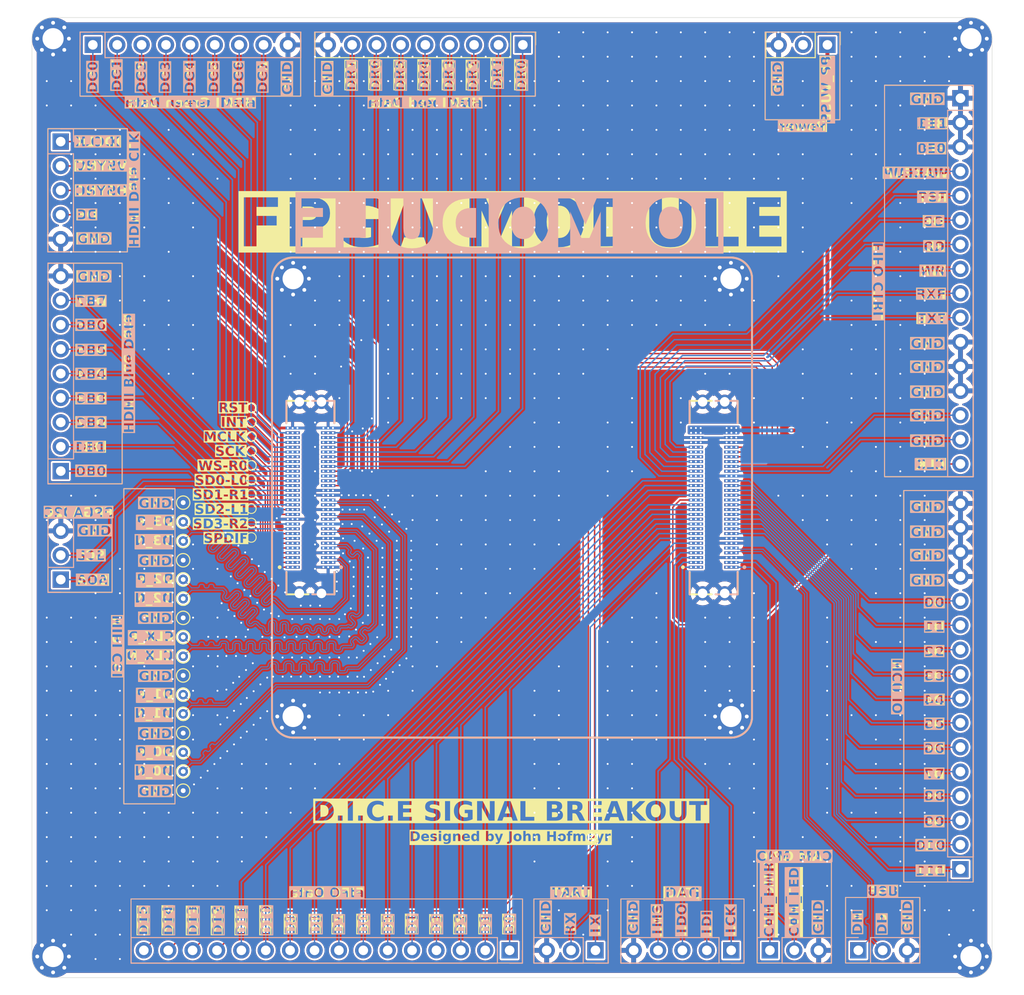
<source format=kicad_pcb>
(kicad_pcb (version 20240108) (generator "pcbnew") (generator_version "8.0")
  (layers (0 "F.Cu" signal) (1 "In1.Cu" signal) (2 "In2.Cu" signal) (31 "B.Cu" signal) (34 "B.Paste" user) (35 "F.Paste" user) (36 "B.SilkS" user "B.Silkscreen") (37 "F.SilkS" user "F.Silkscreen") (38 "B.Mask" user) (39 "F.Mask" user) (44 "Edge.Cuts" user))
  (net 0 "")
  (net 1 "/JTAG_TMS")
  (net 2 "GND")
  (net 3 "/JTAG_TCK")
  (net 4 "/JTAG_TDO")
  (net 5 "/JTAG_TDI")
  (net 6 "/HDMI_DB0")
  (net 7 "/HDMI_DR3")
  (net 8 "/MIPI_D2_P")
  (net 9 "/HDMI_DB1")
  (net 10 "/MIPI_D3_N")
  (net 11 "/HDMI_DG2")
  (net 12 "/HDMI_DG4")
  (net 13 "/HDMI_SD1_DR1")
  (net 14 "/HDMI_MCLK")
  (net 15 "/MIPI_D1_N")
  (net 16 "/HDMI_DB5")
  (net 17 "/HDMI_VSYNC")
  (net 18 "/HDMI_DR4")
  (net 19 "/HDMI_DB3")
  (net 20 "/MIPI_D1_P")
  (net 21 "/HDMI_DG3")
  (net 22 "/FPGA_I2C_SCL")
  (net 23 "/HDMI_SCK")
  (net 24 "/HDMI_DB6")
  (net 25 "/HDMI_DG6")
  (net 26 "/HDMI_DR5")
  (net 27 "/MIPI_D2_N")
  (net 28 "/HDMI_DB7")
  (net 29 "/HDMI_DR2")
  (net 30 "/HDMI_DR0")
  (net 31 "/HDMI_SD0_DL0")
  (net 32 "/MIPI_CLK_N")
  (net 33 "/FPGA_I2C_SDA")
  (net 34 "/HDMI_WS_DR0")
  (net 35 "/MIPI_D0_P")
  (net 36 "/HDMI_HSYNC")
  (net 37 "/MIPI_CLK_P")
  (net 38 "/HDMI_DR6")
  (net 39 "/HDMI_DB4")
  (net 40 "/HDMI_INT")
  (net 41 "/MIPI_D3_P")
  (net 42 "/HDMI_DR1")
  (net 43 "/HDMI_IDCLK")
  (net 44 "/HDMI_DG7")
  (net 45 "/HDMI_DR7")
  (net 46 "/MIPI_D0_N")
  (net 47 "/HDMI_DG1")
  (net 48 "/HDMI_SPDIF")
  (net 49 "/HDMI_DB2")
  (net 50 "/HDMI_DE")
  (net 51 "/HDMI_DG0")
  (net 52 "/HDMI_SD3_DR2")
  (net 53 "/HDMI_RST")
  (net 54 "/HDMI_DG5")
  (net 55 "/HDMI_SD2_DL1")
  (net 56 "/FIFO_BE0")
  (net 57 "/MBUS_D3")
  (net 58 "/FIFO_D6")
  (net 59 "/MBUS_D5")
  (net 60 "/MBUS_D1")
  (net 61 "/FIFO_D13")
  (net 62 "/UART_TX")
  (net 63 "/FIFO_D5")
  (net 64 "/FT600_TXE")
  (net 65 "/MBUS_D6")
  (net 66 "/FIFO_D1")
  (net 67 "/MBUS_D4")
  (net 68 "/FT600_RXE")
  (net 69 "/FT600_RST")
  (net 70 "/FIFO_D14")
  (net 71 "/FIFO_D8")
  (net 72 "/PP_VUSB")
  (net 73 "/USB_SYSMON_D_P")
  (net 74 "/FIFO_CLK")
  (net 75 "/FIFO_D0")
  (net 76 "/USB_SYSMON_D_N")
  (net 77 "/FIFO_D10")
  (net 78 "/MBUS_D8")
  (net 79 "/FIFO_D7")
  (net 80 "/MBUS_D10")
  (net 81 "/FT600_RD")
  (net 82 "/FT600_WR")
  (net 83 "/MBUS_D2")
  (net 84 "/MBUS_D7")
  (net 85 "/FIFO_D2")
  (net 86 "/MBUS_D9")
  (net 87 "/MBUS_D0")
  (net 88 "/FIFO_BE1")
  (net 89 "/FIFO_D9")
  (net 90 "/CAM_LED_EN")
  (net 91 "/FIFO_D11")
  (net 92 "/FIFO_D3")
  (net 93 "/UART_RX")
  (net 94 "/MBUS_D11")
  (net 95 "/FT600_WAKEUP")
  (net 96 "/FIFO_D4")
  (net 97 "/FIFO_D12")
  (net 98 "/FIFO_D15")
  (net 99 "/CAM_PWR_EN")
  (net 100 "/FT600_OE")
  (footprint "MountingHole:MountingHole_2.2mm_M2_Pad_Via" (layer "F.Cu") (at 182.8 56.2 180)
    (property "Reference" "TP7" (hide yes))
    (property "Value" "MH")
  )
  (footprint "Interposer Debugger:Test Point 0.75mm" (layer "F.Cu") (at 132.85 71.15 180)
    (property "Reference" "TP13" (hide yes))
    (property "Value" "TestPoint")
  )
  (footprint "TestPoint:TestPoint_THTPad_D1.0mm_Drill0.5mm" (layer "F.Cu") (at 125.75 89.525)
    (property "Reference" "TP20" (hide yes))
    (property "Value" "TestPoint")
  )
  (footprint "MountingHole:MountingHole_2.2mm_M2_Pad_Via" (layer "F.Cu") (at 112.2 31.2)
    (property "Reference" "TP1" (hide yes))
    (property "Value" "Mounting Hole")
  )
  (footprint "TestPoint:TestPoint_THTPad_D1.0mm_Drill0.5mm" (layer "F.Cu") (at 125.75 83.524999)
    (property "Reference" "TP17" (hide yes))
    (property "Value" "TestPoint")
  )
  (footprint "MountingHole:MountingHole_2.2mm_M2_Pad_Via" (layer "F.Cu") (at 112.2 126.8)
    (property "Reference" "TP4" (hide yes))
    (property "Value" "Mounting Hole")
  )
  (footprint "Connector_PinHeader_2.54mm:PinHeader_1x09_P2.54mm_Vertical" (layer "F.Cu") (at 161.13 31.845 -90)
    (property "Reference" "J9" (hide yes))
    (property "Value" "Conn_01x09")
  )
  (footprint "TestPoint:TestPoint_THTPad_D1.0mm_Drill0.5mm" (layer "F.Cu") (at 125.75 99.525)
    (property "Reference" "TP25" (hide yes))
    (property "Value" "TestPoint")
  )
  (footprint "TestPoint:TestPoint_THTPad_D1.0mm_Drill0.5mm" (layer "F.Cu") (at 125.75 109.525)
    (property "Reference" "TP30" (hide yes))
    (property "Value" "TestPoint")
  )
  (footprint "TestPoint:TestPoint_THTPad_D1.0mm_Drill0.5mm" (layer "F.Cu") (at 125.75 91.525)
    (property "Reference" "TP24" (hide yes))
    (property "Value" "TestPoint")
  )
  (footprint "MountingHole:MountingHole_2.2mm_M2_Pad_Via" (layer "F.Cu") (at 207.8 31.2)
    (property "Reference" "TP2" (hide yes))
    (property "Value" "Mounting Hole")
  )
  (footprint "TestPoint:TestPoint_THTPad_D1.0mm_Drill0.5mm" (layer "F.Cu") (at 125.75 79.525)
    (property "Reference" "TP21" (hide yes))
    (property "Value" "TestPoint")
  )
  (footprint "Interposer Debugger:Test Point 0.75mm" (layer "F.Cu") (at 132.85 74.150001)
    (property "Reference" "TP11" (hide yes))
    (property "Value" "TestPoint")
  )
  (footprint "TestPoint:TestPoint_THTPad_D1.0mm_Drill0.5mm" (layer "F.Cu") (at 125.75 97.524999)
    (property "Reference" "TP18" (hide yes))
    (property "Value" "TestPoint")
  )
  (footprint "Interposer Debugger:Test Point 0.75mm" (layer "F.Cu") (at 132.85 80.150001)
    (property "Reference" "TP7" (hide yes))
    (property "Value" "TestPoint")
  )
  (footprint "Interposer Debugger:Test Point 0.75mm" (layer "F.Cu") (at 132.85 69.65 180)
    (property "Reference" "TP14" (hide yes))
    (property "Value" "TestPoint")
  )
  (footprint "TestPoint:TestPoint_THTPad_D1.0mm_Drill0.5mm" (layer "F.Cu") (at 125.75 93.525)
    (property "Reference" "TP22" (hide yes))
    (property "Value" "TestPoint")
  )
  (footprint "TestPoint:TestPoint_THTPad_D1.0mm_Drill0.5mm" (layer "F.Cu") (at 125.75 101.524999)
    (property "Reference" "TP26" (hide yes))
    (property "Value" "TestPoint")
  )
  (footprint "Connector_PinHeader_2.54mm:PinHeader_1x03_P2.54mm_Vertical" (layer "F.Cu") (at 192.85 31.845 -90)
    (property "Reference" "J7" (hide yes))
    (property "Value" "Conn_01x03")
  )
  (footprint "TestPoint:TestPoint_THTPad_D1.0mm_Drill0.5mm" (layer "F.Cu") (at 125.75 107.525)
    (property "Reference" "TP29" (hide yes))
    (property "Value" "TestPoint")
  )
  (footprint "MountingHole:MountingHole_2.2mm_M2_Pad_Via" (layer "F.Cu") (at 182.8 101.8)
    (property "Reference" "TP9" (hide yes))
    (property "Value" "MH")
  )
  (footprint "Interposer Debugger:Test Point 0.75mm" (layer "F.Cu") (at 132.85 77.150002)
    (property "Reference" "TP9" (hide yes))
    (property "Value" "TestPoint")
  )
  (footprint "TestPoint:TestPoint_THTPad_D1.0mm_Drill0.5mm" (layer "F.Cu") (at 125.75 95.525)
    (property "Reference" "TP23" (hide yes))
    (property "Value" "TestPoint")
  )
  (footprint "Interposer Debugger:Test Point 0.75mm" (layer "F.Cu") (at 132.85 78.650001)
    (property "Reference" "TP8" (hide yes))
    (property "Value" "TestPoint")
  )
  (footprint "Interposer Debugger:Test Point 0.75mm" (layer "F.Cu") (at 132.85 83.150001)
    (property "Reference" "TP5" (hide yes))
    (property "Value" "TestPoint")
  )
  (footprint "Interposer Debugger:SAMTEC_LSHM-130-XX.X-XXX-DV-A-S-K-XX" (layer "F.Cu") (at 139 79 -90)
    (property "Reference" "J2" (hide yes))
    (property "Value" "LSHM-130-XX.X-XXX-DV-A-S-K-XX")
  )
  (footprint "TestPoint:TestPoint_THTPad_D1.0mm_Drill0.5mm" (layer "F.Cu") (at 125.75 105.525001)
    (property "Reference" "TP28" (hide yes))
    (property "Value" "TestPoint")
  )
  (footprint "TestPoint:TestPoint_THTPad_D1.0mm_Drill0.5mm" (layer "F.Cu") (at 125.75 87.525001)
    (property "Reference" "TP19" (hide yes))
    (property "Value" "TestPoint")
  )
  (footprint "Interposer Debugger:Test Point 0.75mm" (layer "F.Cu") (at 132.85 72.650001)
    (property "Reference" "TP12" (hide yes))
    (property "Value" "TestPoint")
  )
  (footprint "MountingHole:MountingHole_2.2mm_M2_Pad_Via" (layer "F.Cu") (at 137.2 101.8)
    (property "Reference" "TP8" (hide yes))
    (property "Value" "MH")
  )
  (footprint "TestPoint:TestPoint_THTPad_D1.0mm_Drill0.5mm" (layer "F.Cu") (at 125.75 85.525)
    (property "Reference" "TP27" (hide yes))
    (property "Value" "TestPoint")
  )
  (footprint "TestPoint:TestPoint_THTPad_D1.0mm_Drill0.5mm" (layer "F.Cu") (at 125.75 81.525)
    (property "Reference" "TP16" (hide yes))
    (property "Value" "TestPoint")
  )
  (footprint "Interposer Debugger:Test Point 0.75mm" (layer "F.Cu") (at 132.85 75.65)
    (property "Reference" "TP10" (hide yes))
    (property "Value" "TestPoint")
  )
  (footprint "Interposer Debugger:SAMTEC_LSHM-130-XX.X-XXX-DV-A-S-K-XX" (layer "F.Cu") (at 181 79 -90)
    (property "Reference" "J3" (hide yes))
    (property "Value" "LSHM-130-XX.X-XXX-DV-A-S-K-XX")
  )
  (footprint "Interposer Debugger:Test Point 0.75mm" (layer "F.Cu") (at 132.85 81.650001)
    (property "Reference" "TP6" (hide yes))
    (property "Value" "TestPoint")
  )
  (footprint "MountingHole:MountingHole_2.2mm_M2_Pad_Via" (layer "F.Cu") (at 207.8 126.8)
    (property "Reference" "TP3" (hide yes))
    (property "Value" "Mounting Hole")
  )
  (footprint "MountingHole:MountingHole_2.2mm_M2_Pad_Via" (layer "F.Cu") (at 137.2 56.2)
    (property "Reference" "TP6" (hide yes))
    (property "Value" "MH")
  )
  (footprint "TestPoint:TestPoint_THTPad_D1.0mm_Drill0.5mm" (layer "F.Cu") (at 125.75 103.525)
    (property "Reference" "TP15" (hide yes))
    (property "Value" "TestPoint")
  )
  (footprint "Connector_PinHeader_2.54mm:PinHeader_1x05_P2.54mm_Vertical" (layer "B.Cu") (at 182.83 126.155 90)
    (property "Reference" "J1" (hide yes))
    (property "Value" "Conn_01x05")
  )
  (footprint "Connector_PinHeader_2.54mm:PinHeader_1x09_P2.54mm_Vertical" (layer "B.Cu") (at 116.34 31.845 -90)
    (property "Reference" "J12" (hide yes))
    (property "Value" "Conn_01x09")
  )
  (footprint "Connector_PinHeader_2.54mm:PinHeader_1x03_P2.54mm_Vertical" (layer "B.Cu") (at 186.86 126.155 -90)
    (property "Reference" "J19" (hide yes))
    (property "Value" "Conn_01x03")
  )
  (footprint "Connector_PinHeader_2.54mm:PinHeader_1x09_P2.54mm_Vertical" (layer "B.Cu") (at 112.999998 76.24)
    (property "Reference" "J13" (hide yes))
    (property "Value" "Conn_01x09")
  )
  (footprint "Interposer Debugger:SAMTEC_LSHM-130-XX.X-XXX-DV-A-S-K-XX" (layer "B.Cu") (at 139 79 -90)
    (property "Reference" "J4" (hide yes))
    (property "Value" "LSHM-130-XX.X-XXX-DV-A-S-K-XX")
  )
  (footprint "Interposer Debugger:SAMTEC_LSHM-130-XX.X-XXX-DV-A-S-K-XX" (layer "B.Cu") (at 181 79 -90)
    (property "Reference" "J5" (hide yes))
    (property "Value" "LSHM-130-XX.X-XXX-DV-A-S-K-XX")
  )
  (footprint "Connector_PinHeader_2.54mm:PinHeader_1x03_P2.54mm_Vertical" (layer "B.Cu") (at 196.067001 126.155 -90)
    (property "Reference" "J22" (hide yes))
    (property "Value" "Conn_01x03")
  )
  (footprint "Connector_PinHeader_2.54mm:PinHeader_1x05_P2.54mm_Vertical" (layer "B.Cu") (at 112.990002 41.92 180)
    (property "Reference" "J16" (hide yes))
    (property "Value" "Conn_01x05")
  )
  (footprint "Connector_PinHeader_2.54mm:PinHeader_1x16_P2.54mm_Vertical" (layer "B.Cu") (at 206.705 37.4 180)
    (property "Reference" "J23" (hide yes))
    (property "Value" "Conn_01x16")
  )
  (footprint "Connector_PinHeader_2.54mm:PinHeader_1x16_P2.54mm_Vertical" (layer "B.Cu") (at 159.75 126.155 90)
    (property "Reference" "J8" (hide yes))
    (property "Value" "Conn_01x16")
  )
  (footprint "Connector_PinHeader_2.54mm:PinHeader_1x03_P2.54mm_Vertical" (layer "B.Cu") (at 168.69 126.155 90)
    (property "Reference" "J21" (hide yes))
    (property "Value" "Conn_01x03")
  )
  (footprint "Connector_PinHeader_2.54mm:PinHeader_1x03_P2.54mm_Vertical" (layer "B.Cu") (at 112.999998 87.54)
    (property "Reference" "J14" (hide yes))
    (property "Value" "Conn_01x03")
  )
  (footprint "Connector_PinHeader_2.54mm:PinHeader_1x16_P2.54mm_Vertical" (layer "B.Cu") (at 206.705 117.7)
    (property "Reference" "J24" (hide yes))
    (property "Value" "Conn_01x16")
  )
  (gr_rect (start 139.45 30.515) (end 162.43 37.195) (stroke (width 0.1)) (fill none) (layer "B.SilkS"))
  (gr_arc (start 135 56.2) (mid 135.644365 54.644365) (end 137.2 54) (stroke (width 0.2)) (layer "B.SilkS"))
  (gr_arc (start 185 101.8) (mid 184.355635 103.355635) (end 182.8 104) (stroke (width 0.2)) (layer "B.SilkS"))
  (gr_rect (start 194.747001 120.655) (end 202.477001 127.485) (stroke (width 0.1)) (fill none) (layer "B.SilkS"))
  (gr_line (start 137.2 54) (end 182.8 54) (stroke (width 0.2)) (layer "B.SilkS"))
  (gr_rect (start 162.28 120.805) (end 170.01 127.485) (stroke (width 0.1)) (fill none) (layer "B.SilkS"))
  (gr_rect (start 119.57 78.0746) (end 124.9 110.9) (stroke (width 0.1)) (fill none) (layer "B.SilkS"))
  (gr_rect (start 111.669998 81.14) (end 118.349998 88.87) (stroke (width 0.1)) (fill none) (layer "B.SilkS"))
  (gr_line (start 182.8 104) (end 137.2 104) (stroke (width 0.2)) (layer "B.SilkS"))
  (gr_rect (start 111.660002 40.58) (end 119.940002 53.41) (stroke (width 0.1)) (fill none) (layer "B.SilkS"))
  (gr_line (start 135 101.8) (end 135 56.2) (stroke (width 0.2)) (layer "B.SilkS"))
  (gr_rect (start 120.32 120.805) (end 161.1 127.485) (stroke (width 0.1)) (fill none) (layer "B.SilkS"))
  (gr_rect (start 186.37 30.52) (end 194.15 39.65) (stroke (width 0.1)) (fill none) (layer "B.SilkS"))
  (gr_rect (start 111.669998 54.59) (end 119.399998 77.57) (stroke (width 0.1)) (fill none) (layer "B.SilkS"))
  (gr_arc (start 182.8 54) (mid 184.355635 54.644365) (end 185 56.2) (stroke (width 0.2)) (layer "B.SilkS"))
  (gr_rect (start 115.01 30.515) (end 137.99 37.195) (stroke (width 0.1)) (fill none) (layer "B.SilkS"))
  (gr_rect (start 171.34 120.805) (end 184.17 127.485) (stroke (width 0.1)) (fill none) (layer "B.SilkS"))
  (gr_rect (start 198.805 36.0546) (end 208.035 76.83) (stroke (width 0.1)) (fill none) (layer "B.SilkS"))
  (gr_rect (start 200.805 78.27) (end 208.035 119.0454) (stroke (width 0.1)) (fill none) (layer "B.SilkS"))
  (gr_line (start 185 56.2) (end 185 101.8) (stroke (width 0.2)) (layer "B.SilkS"))
  (gr_arc (start 137.2 104) (mid 135.644365 103.355635) (end 135 101.8) (stroke (width 0.2)) (layer "B.SilkS"))
  (gr_rect (start 185.54 117.005) (end 193.27 127.485) (stroke (width 0.1)) (fill none) (layer "B.SilkS"))
  (gr_line (start 137.2 54) (end 182.8 54) (stroke (width 0.2)) (layer "F.SilkS"))
  (gr_rect (start 119.93308 40.5723) (end 111.65308 53.4023) (stroke (width 0.1)) (fill none) (layer "F.SilkS"))
  (gr_rect (start 208.028078 36.0469) (end 198.798078 76.8223) (stroke (width 0.1)) (fill none) (layer "F.SilkS"))
  (gr_line (start 135 101.8) (end 135 56.2) (stroke (width 0.2)) (layer "F.SilkS"))
  (gr_rect (start 170.003078 120.7973) (end 162.273078 127.4773) (stroke (width 0.1)) (fill none) (layer "F.SilkS"))
  (gr_arc (start 137.2 104) (mid 135.644365 103.355635) (end 135 101.8) (stroke (width 0.2)) (layer "F.SilkS"))
  (gr_rect (start 124.893078 78.0669) (end 119.563078 110.8923) (stroke (width 0.1)) (fill none) (layer "F.SilkS"))
  (gr_rect (start 194.143078 30.5123) (end 186.363078 39.6423) (stroke (width 0.1)) (fill none) (layer "F.SilkS"))
  (gr_rect (start 162.423078 30.5073) (end 139.443078 37.1873) (stroke (width 0.1)) (fill none) (layer "F.SilkS"))
  (gr_rect (start 118.343076 81.1323) (end 111.663076 88.8623) (stroke (width 0.1)) (fill none) (layer "F.SilkS"))
  (gr_rect (start 202.470079 120.6473) (end 194.740079 127.4773) (stroke (width 0.1)) (fill none) (layer "F.SilkS"))
  (gr_line (start 182.8 104) (end 137.2 104) (stroke (width 0.2)) (layer "F.SilkS"))
  (gr_rect (start 161.093078 120.7973) (end 120.313078 127.4773) (stroke (width 0.1)) (fill none) (layer "F.SilkS"))
  (gr_rect (start 193.263078 116.9973) (end 185.533078 127.4773) (stroke (width 0.1)) (fill none) (layer "F.SilkS"))
  (gr_arc (start 135 56.2) (mid 135.644365 54.644365) (end 137.2 54) (stroke (width 0.2)) (layer "F.SilkS"))
  (gr_rect (start 208.028078 78.2623) (end 200.798078 119.0377) (stroke (width 0.1)) (fill none) (layer "F.SilkS"))
  (gr_arc (start 182.8 54) (mid 184.355635 54.644365) (end 185 56.2) (stroke (width 0.2)) (layer "F.SilkS"))
  (gr_rect (start 137.983078 30.5073) (end 115.003078 37.1873) (stroke (width 0.1)) (fill none) (layer "F.SilkS"))
  (gr_arc (start 185 101.8) (mid 184.355635 103.355635) (end 182.8 104) (stroke (width 0.2)) (layer "F.SilkS"))
  (gr_line (start 185 56.2) (end 185 101.8) (stroke (width 0.2)) (layer "F.SilkS"))
  (gr_rect (start 184.163078 120.7973) (end 171.333078 127.4773) (stroke (width 0.1)) (fill none) (layer "F.SilkS"))
  (gr_rect (start 119.393076 54.5823) (end 111.663076 77.5623) (stroke (width 0.1)) (fill none) (layer "F.SilkS"))
  (gr_line (start 207.8 129) (end 112.2 129) (stroke (width 0.05)) (layer "Edge.Cuts"))
  (gr_line (start 210 31.2) (end 210 126.8) (stroke (width 0.05)) (layer "Edge.Cuts"))
  (gr_arc (start 112.2 129) (mid 110.644365 128.355635) (end 110 126.8) (stroke (width 0.05)) (layer "Edge.Cuts"))
  (gr_arc (start 110 31.2) (mid 110.644365 29.644365) (end 112.2 29) (stroke (width 0.05)) (layer "Edge.Cuts"))
  (gr_arc (start 210 126.8) (mid 209.355635 128.355635) (end 207.8 129) (stroke (width 0.05)) (layer "Edge.Cuts"))
  (gr_line (start 112.2 29) (end 207.8 29) (stroke (width 0.05)) (layer "Edge.Cuts"))
  (gr_arc (start 207.8 29) (mid 209.355635 29.644365) (end 210 31.2) (stroke (width 0.05)) (layer "Edge.Cuts"))
  (gr_line (start 110 126.8) (end 110 31.2) (stroke (width 0.05)) (layer "Edge.Cuts"))
  (gr_text "BE1" (at 203.711863 40.12 0) (layer "B.SilkS" knockout) (effects (font (size 1 1) (thickness 0.2) (bold yes)) (justify mirror)))
  (gr_text "DG4" (at 126.299999 35.2 270) (layer "B.SilkS" knockout) (effects (font (size 1 1) (thickness 0.2) (bold yes)) (justify mirror)))
  (gr_text "IO MODULE" (at 159.8 50.86 0) (layer "B.SilkS" knockout) (effects (font (size 5 5) (thickness 0.2) (bold yes)) (justify mirror)))
  (gr_text "D10" (at 203.6 115.3 0) (layer "B.SilkS" knockout) (effects (font (size 1 1) (thickness 0.2) (bold yes)) (justify mirror)))
  (gr_text "D0_N" (at 122.677495 107.525 -0) (layer "B.SilkS" knockout) (effects (font (size 1 1) (thickness 0.2) (bold yes)) (justify mirror)))
  (gr_text "GND" (at 122.831368 79.65 -0) (layer "B.SilkS" knockout) (effects (font (size 1 1) (thickness 0.2) (bold yes)) (justify mirror)))
  (gr_text "DB5" (at 116.2 63.7 0) (layer "B.SilkS" knockout) (effects (font (size 1 1) (thickness 0.2) (bold yes)) (justify mirror)))
  (gr_text "GND" (at 122.831368 103.65 -0) (layer "B.SilkS" knockout) (effects (font (size 1 1) (thickness 0.2) (bold yes)) (justify mirror)))
  (gr_text "D2" (at 203.991765 95.100001 0) (layer "B.SilkS" knockout) (effects (font (size 1 1) (thickness 0.2) (bold yes)) (justify mirror)))
  (gr_text "D0" (at 159.7 123.450001 -90) (layer "B.SilkS" knockout) (effects (font (size 1 1) (thickness 0.2) (bold yes)) (justify mirror)))
  (gr_text "PP_VUSB" (at 192.800002 36.5 90) (layer "B.SilkS" knockout) (effects (font (size 1 1) (thickness 0.2) (bold yes)) (justify mirror)))
  (gr_text "RD" (at 203.977599 52.92 0) (layer "B.SilkS" knockout) (effects (font (size 1 1) (thickness 0.2) (bold yes)) (justify mirror)))
  (gr_text "DG5" (at 128.8 35.2 270) (layer "B.SilkS" knockout) (effects (font (size 1 1) (thickness 0.2) (bold yes)) (justify mirror)))
  (gr_text "DB4" (at 116.2 66.2 0) (layer "B.SilkS" knockout) (effects (font (size 1 1) (thickness 0.2) (bold yes)) (justify mirror)))
  (gr_text "HDMI Data CLK" (at 119.940002 46.995 270) (layer "B.SilkS" knockout) (effects (font (size 1 1) (thickness 0.2) (bold yes)) (justify bottom mirror)))
  (gr_text "GND" (at 116.523727 82.5 -0) (layer "B.SilkS" knockout) (effects (font (size 1 1) (thickness 0.2) (bold yes)) (justify mirror)))
  (gr_text "D8" (at 139.55 123.450001 -90) (layer "B.SilkS" knockout) (effects (font (size 1 1) (thickness 0.2) (bold yes)) (justify mirror)))
  (gr_text "RST" (at 203.810049 47.77 0) (layer "B.SilkS" knockout) (effects (font (size 1 1) (thickness 0.2) (bold yes)) (justify mirror)))
  (gr_text "DR2" (at 155.9 35.05 -90) (layer "B.SilkS" knockout) (effects (font (size 1 1) (thickness 0.2) (bold yes)) (justify mirror)))
  (gr_text "HDMI Red Data" (at 150.94 37.35 0) (layer "B.SilkS" knockout) (effects (font (size 1 1) (thickness 0.2) (bold yes)) (justify top mirror)))
  (gr_text "DM" (at 195.85 123.212108 270) (layer "B.SilkS" knockout) (effects (font (size 1 1) (thickness 0.2) (bold yes)) (justify mirror)))
  (gr_text "GND" (at 187.75 35.35 90) (layer "B.SilkS" knockout) (effects (font (size 1 1) (thickness 0.2) (bold yes)) (justify mirror)))
  (gr_text "DG7" (at 133.9 35.2 270) (layer "B.SilkS" knockout) (effects (font (size 1 1) (thickness 0.2) (bold yes)) (justify mirror)))
  (gr_text "TDI" (at 180.15 123.352303 270) (layer "B.SilkS" knockout) (effects (font (size 1 1) (thickness 0.2) (bold yes)) (justify mirror)))
  (gr_text "D7" (at 203.991765 107.85 0) (layer "B.SilkS" knockout) (effects (font (size 1 1) (thickness 0.2) (bold yes)) (justify mirror)))
  (gr_text "D13" (at 126.75 123.058235 -90) (layer "B.SilkS" knockout) (effects (font (size 1 1) (thickness 0.2) (bold yes)) (justify mirror)))
  (gr_text "WAKEUP" (at 202.088625 45.27 0) (layer "B.SilkS" knockout) (effects (font (size 1 1) (thickness 0.2) (bold yes)) (justify mirror)))
  (gr_text "DB2" (at 116.2 71.25 0) (layer "B.SilkS" knockout) (effects (font (size 1 1) (thickness 0.2) (bold yes)) (justify mirror)))
  (gr_text "GND" (at 122.831368 97.65 -0) (layer "B.SilkS" knockout) (effects (font (size 1 1) (thickness 0.2) (bold yes)) (justify mirror)))
  (gr_text "CLK_N" (at 122.272052 95.524999 -0) (layer "B.SilkS" knockout) (effects (font (size 1 1) (thickness 0.2) (bold yes)) (justify mirror)))
  (gr_text "HSYNC" (at 117.249267 47.1 0) (layer "B.SilkS" knockout) (effects (font (size 1 1) (thickness 0.2) (bold yes)) (justify mirror)))
  (gr_text "D2" (at 154.6 123.450001 -90) (layer "B.SilkS" knockout) (effects (font (size 1 1) (thickness 0.2) (bold yes)) (justify mirror)))
  (gr_text "FIFO Data" (at 140.71 120.805 0) (layer "B.SilkS" knockout) (effects (font (size 1 1) (thickness 0.2) (bold yes)) (justify bottom mirror)))
  (gr_text "FIFO CTRL" (at 198.805 56.4423 90) (layer "B.SilkS" knockout) (effects (font (size 1 1) (thickness 0.2) (bold yes)) (justify bottom mirror)))
  (gr_text "DR0" (at 160.95 35.05 -90) (layer "B.SilkS" knockout) (effects (font (size 1 1) (thickness 0.2) (bold yes)) (justify mirror)))
  (gr_text "SDA" (at 116.3 87.65 0) (layer "B.SilkS" knockout) (effects (font (size 1 1) (thickness 0.2) (bold yes)) (justify mirror)))
  (gr_text "TDO" (at 177.55 122.960538 270) (layer "B.SilkS" knockout) (effects (font (size 1 1) (thickness 0.2) (bold yes)) (justify mirror)))
  (gr_text "DG1" (at 118.7 35 270) (layer "B.SilkS" knockout) (effects (font (size 1 1) (thickness 0.2) (bold yes)) (justify mirror)))
  (gr_text "GND" (at 116.507746 56.05 -0) (layer "B.SilkS" knockout) (effects (font (size 1 1) (thickness 0.2) (bold yes)) (justify mirror)))
  (gr_text "DG2" (at 121.25 35.2 270) (layer "B.SilkS" knockout) (effects (font (size 1 1) (thickness 0.2) (bold yes)) (justify mirror)))
  (gr_text "D11" (at 131.8 123.058235 -90) (layer "B.SilkS" knockout) (effects (font (size 1 1) (thickness 0.2) (bold yes)) (justify mirror)))
  (gr_text "D3_N" (at 122.677495 83.524999 -0) (layer "B.SilkS" knockout) (effects (font (size 1 1) (thickness 0.2) (bold yes)) (justify mirror)))
  (gr_text "DR7" (at 143.25 35.05 -90) (layer "B.SilkS" knockout) (effects (font (size 1 1) (thickness 0.2) (bold yes)) (justify mirror)))
  (gr_text "D15" (at 121.6 123.058235 -90) (layer "B.SilkS" knockout) (effects (font (size 1 1) (thickness 0.2) (bold yes)) (justify mirror)))
  (gr_text "DG3" (at 123.75 35.2 270) (layer "B.SilkS" knockout) (effects (font (size 1 1) (thickness 0.2) (bold yes)) (justify mirror)))
  (gr_text "D3" (at 152.1 123.450001 -90) (layer "B.SilkS" knockout) (effects (font (size 1 1) (thickness 0.2) (bold yes)) (justify mirror)))
  (gr_text "Power" (at 190.25 39.8 0) (layer "B.SilkS" knockout) (effects (font (size 1 1) (thickness 0.2) (bold yes)) (justify top mirror)))
  (gr_text "DB7" (at 116.2 58.6 0) (layer "B.SilkS" knockout) (effects (font (size 1 1) (thickness 0.2) (bold yes)) (justify mirror)))
  (gr_text "CLK_P" (at 122.398081 93.525 -0) (layer "B.SilkS" knockout) (effects (font (size 1 1) (thickness 0.2) (bold yes)) (justify mirror)))
  (gr_text "TXE" (at 203.740195 60.42 0) (layer "B.SilkS" knockout) (effects (font (size 1 1) (thickness 0.2) (bold yes)) (justify mirror)))
  (gr_text "RX" (at 165.95 123.45 270) (layer "B.SilkS" knockout) (effects (font (size 1 1) (thickness 0.2) (bold yes)) (justify mirror)))
  (gr_text "D12" (at 129.35 123.058235 -90) (layer "B.SilkS" knockout) (effects (font (size 1 1) (thickness 0.2) (bold yes)) (justify mirror)))
  (gr_text "GND" (at 203.278088 68.070001 0) (layer "B.SilkS" knockout) (effects (font (size 1 1) (thickness 0.2) (bold yes)) (justify mirror)))
  (gr_text "DB6" (at 116.2 61.1 0) (layer "B.SilkS" knockout) (effects (font (size 1 1) (thickness 0.2) (bold yes)) (justify mirror)))
  (gr_text "GND" (at 172.5 122.736323 -90) (layer "B.SilkS" knockout) (effects (font (size 1 1) (thickness 0.2) (bold yes)) (justify mirror)))
  (gr_text "D9" (at 203.991765 112.8 0) (layer "B.SilkS" knockout) (effects (font (size 1 1) (thickness 0.2) (bold yes)) (justify mirror)))
  (gr_text "GND" (at 203.278088 87.699999 0) (layer "B.SilkS" knockout) (effects (font (size 1 1) (thickness 0.2) (bold yes)) (justify mirror)))
  (gr_text "RXF" (at 203.656176 57.87 0) (layer "B.SilkS" knockout) (effects (font (size 1 1) (thickness 0.2) (bold yes)) (justify mirror)))
  (gr_text "USB" (at 198.612001 120.655 0) (layer "B.SilkS" knockout) (effects (font (size 1 1) (thickness 0.2) (bold yes)) (justify bottom mirror)))
  (gr_text "D11" (at 203.6 117.95 0) (layer "B.SilkS" knockout) (effects (font (size 1 1) (thickness 0.2) (bold yes)) (justify mirror)))
  (gr_text "GND" (at 203.278088 85.1 0) (layer "B.SilkS" knockout) (effects (font (size 1 1) (thickness 0.2) (bold yes)) (justify mirror)))
  (gr_text "DR1" (at 158.45 34.85 -90) (layer "B.SilkS" knockout) (effects (font (size 1 1) (thickness 0.2) (bold yes)) (justify mirror)))
  (gr_text "D6" (at 203.991765 105.2 0) (layer "B.SilkS" knockout) (effects (font (size 1 1) (thickness 0.2) (bold yes)) (justify mirror)))
  (gr_text "DR6" (at 145.75 35.05 -90) (layer "B.SilkS" knockout) (effects (font (size 1 1) (thickness 0.2) (bold yes)) (justify mirror)))
  (gr_text "CLK" (at 203.586322 75.62 0) (layer "B.SilkS" knockout) (effects (font (size 1 1) (thickness 0.2) (bold yes)) (justify mirror)))
  (gr_text "D2_N" (at 122.677495 89.525 -0) (layer "B.SilkS" knockout) (effects (font (size 1 1) (thickness 0.2) (bold yes)) (justify mirror)))
  (gr_text "DB1" (at 115.95 73.8 0) (layer "B.SilkS" knockout) (effects (font (size 1 1) (thickness 0.2) (bold yes)) (justify mirror)))
  (gr_text "GND" (at 122.831368 85.65 -0) (layer "B.SilkS" knockout) (effects (font (size 1 1) (thickness 0.2) (bold yes)) (justify mirror)))
  (gr_text "MIPI CSI" (at 119.57 94.4873 90) (layer "B.SilkS" knockout) (effects (font (size 1 1) (thickness 0.2) (bold yes)) (justify bottom mirror)))
  (gr_text "DR3" (at 153.4 35.05 -90) (layer "B.SilkS" knockout) (effects (font (size 1 1) (thickness 0.2) (bold yes)) (justify mirror)))
  (gr_text "OE" (at 203.921912 50.32 0) (layer "B.SilkS" knockout) (effects (font (size 1 1) (thickness 0.2) (bold yes)) (justify mirror)))
  (gr_text "BE0" (at 203.711863 42.72 0) (layer "B.SilkS" knockout) (effects (font (size 1 1) (thickness 0.2) (bold yes)) (justify mirror)))
  (gr_text "D9" (at 136.95 123.450001 -90) (layer "B.SilkS" knockout) (effects (font (size 1 1) (thickness 0.2) (bold yes)) (justify mirror)))
  (gr_text "D0" (at 203.991765 90 0) (layer "B.SilkS" knockout) (effects (font (size 1 1) (thickness 0.2) (bold yes)) (justify mirror)))
  (gr_text "D6" (at 144.499999 123.450001 -90) (layer "B.SilkS" knockout) (effects (font (size 1 1) (thickness 0.2) (bold yes)) (justify mirror)))
  (gr_text "CAM_LED" (at 189.25 121.127251 270) (layer "B.SilkS" knockout) (effects (font (size 1 1) (thickness 0.2) (bold yes)) (justify mirror)))
  (gr_text "DB3" (at 116.2 68.75 0) (layer "B.SilkS" knockout) (effects (font (size 1 1) (thickness 0.2) (bold yes)) (justify mirror)))
  (gr_text "DR5" (at 148.35 35.05 -90) (layer "B.SilkS" knockout) (effects (font (size 1 1) (thickness 0.2) (bold yes)) (justify mirror)))
  (gr_text "D8" (at 203.991765 110.150001 0) (layer "B.SilkS" knockout) (effects (font (size 1 1) (thickness 0.2) (bold yes)) (justify mirror)))
  (gr_text "FPGA I2C" (at 114.85 80.6 0) (layer "B.SilkS" knockout) (effects (font (size 1 1) (thickness 0.2) (bold yes)) (justify mirror)))
  (gr_text "CAM GPIO" (at 189.405 117.005 0) (layer "B.SilkS" knockout) (effects (font (size 1 1) (thickness 0.2) (bold yes)) (justify bottom mirror)))
  (gr_text "CAM_PWR" (at 186.65 120.861515 270) (layer "B.SilkS" knockout) (effects (font (size 1 1) (thickness 0.2) (bold yes)) (justify mirror)))
  (gr_text "TCK" (at 182.65 123.058723 270) (layer "B.SilkS" knockout) (effects (font (size 1 1) (thickness 0.2) (bold yes)) (justify mirror)))
  (gr_text "GND" (at 122.831368 91.6 -0) (layer "B.SilkS" knockout) (effects (font (size 1 1) (thickness 0.2) (bold yes)) (justify mirror)))
  (gr_text "HDMI Green Data" (at 126.5 37.35 0) (layer "B.SilkS" knockout) (effects (font (size 1 1) (thickness 0.2) (bold yes)) (justify top mirror)))
  (gr_text "D1" (at 157.2 123.450001 -90) (layer "B.SilkS" knockout) (effects (font (size 1 1) (thickness 0.2) (bold yes)) (justify mirror)))
  (gr_text "GND" (at 191.75 122.736323 -90) (layer "B.SilkS" knockout) (effects (font (size 1 1) (thickness 0.2) (bold yes)) (justify mirror)))
  (gr_text "JTAG" (at 177.755 120.805 0) (layer "B.SilkS" knockout) (effects (font (size 1 1) (thickness 0.2) (bold yes)) (justify bottom mirror)))
  (gr_text "SCL" (at 116.145639 85.1 0) (layer "B.SilkS" knockout) (effects (font (size 1 1) (thickness 0.2) (bold yes)) (justify mirror)))
  (gr_text "VSYNC" (at 117.263433 44.5 0) (layer "B.SilkS" knockout) (effects (font (size 1 1) (thickness 0.2) (bold yes)) (justify mirror)))
  (gr_text "DE" (at 115.766224 49.6 0) (layer "B.SilkS" knockout) (effects (font (size 1 1) (thickness 0.2) (bold yes)) (justify mirror)))
  (gr_text "MCU IO" (at 200.805 98.6577 90) (layer "B.SilkS" knockout) (effects (font (size 1 1) (thickness 0.2) (bold yes)) (justify bottom mirror)))
  (gr_text "GND" (at 163.4 122.736323 -90) (layer "B.SilkS" knockout) (effects (font (size 1 1) (thickness 0.2) (bold yes)) (justify mirror)))
  (gr_text "D10" (at 134.4 123.058235 -90) (layer "B.SilkS" knockout) (effects (font (size 1 1) (thickness 0.2) (bold yes)) (justify mirror)))
  (gr_text "D3_P" (at 122.803524 81.525 -0) (layer "B.SilkS" knockout) (effects (font (size 1 1) (thickness 0.2) (bold yes)) (justify mirror)))
  (gr_text "GND" (at 203.278088 82.65 0) (layer "B.SilkS" knockout) (effects (font (size 1 1) (thickness 0.2) (bold yes)) (justify mirror)))
  (gr_text "D7" (at 141.9 123.450001 -90) (layer "B.SilkS" knockout) (effects (font (size 1 1) (thickness 0.2) (bold yes)) (justify mirror)))
  (gr_text "HDMI Blue Data" (at 119.399998 66.08 -90) (layer "B.SilkS" knockout) (effects (font (size 1 1) (thickness 0.2) (bold yes)) (justify bottom mirror)))
  (gr_text "GND" (at 140.65 35.357746 -90) (layer "B.SilkS" knockout) (effects (font (size 1 1) (thickness 0.2) (bold yes)) (justify mirror)))
  (gr_text "WR" (at 203.837892 55.47 0) (layer "B.SilkS" knockout) (effects (font (size 1 1) (thickness 0.2) (bold yes)) (justify mirror)))
  (gr_text "DB0" (at 116.2 76.3 0) (layer "B.SilkS" knockout) (effects (font (size 1 1) (thickness 0.2) (bold yes)) (justify mirror)))
  (gr_text "DR4" (at 150.850001 35.05 -90) (layer "B.SilkS" knockout) (effects (font (size 1 1) (thickness 0.2) (bold yes)) (justify mirror)))
  (gr_text "GND" (at 136.45 35.32603 -90) (layer "B.SilkS" knockout) (effects (font (size 1 1) (thickness 0.2) (bold yes)) (justify mirror)))
  (gr_text "D0_P" (at 122.803524 105.525001 -0) (layer "B.SilkS" knockout) (effects (font (size 1 1) (thickness 0.2) (bold yes)) (justify mirror)))
  (gr_text "D3" (at 203.991765 97.65 0) (layer "B.SilkS" knockout) (effects (font (size 1 1) (thickness 0.2) (bold yes)) (justify mirror)))
  (gr_text "D4" (at 203.991765 100.15 0) (layer "B.SilkS" knockout) (effects (font (size 1 1) (thickness 0.2) (bold yes)) (justify mirror)))
  (gr_text "GND" (at 122.831368 109.65 -0) (layer "B.SilkS" knockout) (effects (font (size 1 1) (thickness 0.2) (bold yes)) (justify mirror)))
  (gr_text "DG0" (at 116.2 35.2 270) (layer "B.SilkS" knockout) (effects (font (size 1 1) (thickness 0.2) (bold yes)) (justify mirror)))
  (gr_text "GND" (at 203.278088 37.569999 0) (layer "B.SilkS" knockout) (effects (font (size 1 1) (thickness 0.2) (bold yes)) (justify mirror)))
  (gr_text "D1_P" (at 122.803524 99.525 -0) (layer "B.SilkS" knockout) (effects (font (size 1 1) (thickness 0.2) (bold yes)) (justify mirror)))
  (gr_text "GND" (at 203.278088 70.52 0) (layer "B.SilkS" knockout) (effects (font (size 1 1) (thickness 0.2) (bold yes)) (justify mirror)))
  (gr_text "GND" (at 201.05 122.7 -90) (layer "B.SilkS" knockout) (effects (font (size 1 1) (thickness 0.2) (bold yes)) (justify mirror)))
  (gr_text "GND" (at 203.278088 65.47 0) (layer "B.SilkS" knockout) (effects (font (size 1 1) (thickness 0.2) (bold yes)) (justify mirror)))
  (gr_text "D5" (at 203.991765 102.65 0) (layer "B.SilkS" knockout) (effects (font (size 1 1) (thickness 0.2) (bold yes)) (justify mirror)))
  (gr_text "D1" (at 203.991765 92.55 0) (layer "B.SilkS" knockout) (effects (font (size 1 1) (thickness 0.2) (bold yes)) (justify mirror)))
  (gr_text "D4" (at 149.55 123.450001 -90) (layer "B.SilkS" knockout) (effects (font (size 1 1) (thickness 0.2) (bold yes)) (justify mirror)))
  (gr_text "D1_N" (at 122.677495 101.524999 -0) (layer "B.SilkS" knockout) (effects (font (size 1 1) (thickness 0.2) (bold yes)) (justify mirror)))
  (gr_text "D14" (at 124.2 123.058235 -90) (layer "B.SilkS" knockout) (effects (font (size 1 1) (thickness 0.2) (bold yes)) (justify mirror)))
  (gr_text "D5" (at 147.05 123.450001 -90) (layer "B.SilkS" knockout) (effects (font (size 1 1) (thickness 0.2) (bold yes)) (justify mirror)))
  (gr_text "UART" (at 166.145 120.805 0) (layer "B.SilkS" knockout) (effects (font (size 1 1) (thickness 0.2) (bold yes)) (justify bottom mirror)))
  (gr_text "D2_P" (at 122.803524 87.525001 -0) (layer "B.SilkS" knockout) (effects (font (size 1 1) (thickness 0.2) (bold yes)) (justify mirror)))
  (gr_text "IDCLK" (at 116.885345 42 0) (layer "B.SilkS" knockout) (effects (font (size 1 1) (thickness 0.2) (bold yes)) (justify mirror)))
  (gr_text "DG6" (at 131.4 35.2 270) (layer "B.SilkS" knockout) (effects (font (size 1 1) (thickness 0.2) (bold yes)) (justify mirror)))
  (gr_text "GND" (at 203.278088 63.02 0) (layer "B.SilkS" knockout) (effects (font (size 1 1) (thickness 0.2) (bold yes)) (justify mirror)))
  (gr_text "TMS" (at 175 123.044557 270) (layer "B.SilkS" knockout) (effects (font (size 1 1) (thickness 0.2) (bold yes)) (justify mirror)))
  (gr_text "GND" (at 203.278088 73.17 0) (layer "B.SilkS" knockout) (effects (font (size 1 1) (thickness 0.2) (bold yes)) (justify mirror)))
  (gr_text "TX" (at 168.55 123.562352 270) (layer "B.SilkS" knockout) (effects (font (size 1 1) (thickness 0.2) (bold yes)) (justify mirror)))
  (gr_text "GND" (at 116.507746 52.1 -0) (layer "B.SilkS" knockout) (effects (font (size 1 1) (thickness 0.2) (bold yes)) (justify mirror)))
  (gr_text "GND" (at 203.278088 80.05 0) (layer "B.SilkS" knockout) (effects (font (size 1 1) (thickness 0.2) (bold yes)) (justify mirror)))
  (gr_text "DP" (at 198.4 123.45 270) (layer "B.SilkS" knockout) (effects (font (size 1 1) (thickness 0.2) (bold yes)) (justify mirror)))
  (gr_text "D11" (at 203.571912 117.930001 -0) (layer "F.SilkS" knockout) (effects (font (size 1 1) (thickness 0.2) (bold yes))))
  (gr_text "D15" (at 121.6 123.05 90) (layer "F.SilkS" knockout) (effects (font (size 1 1) (thickness 0.2) (bold yes))))
  (gr_text "GND" (at 116.407746 56.05 0) (layer "F.SilkS" knockout) (effects (font (size 1 1) (thickness 0.2) (bold yes))))
  (gr_text "D2" (at 203.963677 95.080002 -0) (layer "F.SilkS" knockout) (effects (font (size 1 1) (thickness 0.2) (bold yes))))
  (gr_text "DM" (at 196.05 123.203873 -270) (layer "F.SilkS" knockout) (effects (font (size 1 1) (thickness 0.2) (bold yes))))
  (gr_text "RXF" (at 203.628088 57.850001 -0) (layer "F.SilkS" knockout) (effects (font (size 1 1) (thickness 0.2) (bold yes))))
  (gr_text "DG0" (at 116.400002 35.2 -270) (layer "F.SilkS" knockout) (effects (font (size 1 1) (thickness 0.2) (bold yes))))
  (gr_text "D1" (at 203.963677 92.530001 -0) (layer "F.SilkS" knockout) (effects (font (size 1 1) (thickness 0.2) (bold yes))))
  (gr_text "GND" (at 116.407746 52.1 0) (layer "F.SilkS" knockout) (effects (font (size 1 1) (thickness 0.2) (bold yes))))
  (gr_text "D12" (at 129.35 123.05 90) (layer "F.SilkS" knockout) (effects (font (size 1 1) (thickness 0.2) (bold yes))))
  (gr_text "RST" (at 130.921424 69.7 0) (layer "F.SilkS" knockout) (effects (font (size 1 1) (thickness 0.2) (bold yes))))
  (gr_text "DR2" (at 155.9 34.992254 90) (layer "F.SilkS" knockout) (effects (font (size 1 1) (thickness 0.2) (bold yes))))
  (gr_text "WS-R0" (at 129.9 75.744444 0) (layer "F.SilkS" knockout) (effects (font (size 1 1) (thickness 0.2) (bold yes))))
  (gr_text "D13" (at 126.75 123.05 90) (layer "F.SilkS" knockout) (effects (font (size 1 1) (thickness 0.2) (bold yes))))
  (gr_text "DR1" (at 158.450001 34.8 90) (layer "F.SilkS" knockout) (effects (font (size 1 1) (thickness 0.2) (bold yes))))
  (gr_text "D3_P" (at 122.822156 81.525 0) (layer "F.SilkS" knockout) (effects (font (size 1 1) (thickness 0.2) (bold yes))))
  (gr_text "DB1" (at 116.1 73.8 -0) (layer "F.SilkS" knockout) (effects (font (size 1 1) (thickness 0.2) (bold yes))))
  (gr_text "GND" (at 163.6 122.728088 90) (layer "F.SilkS" knockout) (effects (font (size 1 1) (thickness 0.2) (bold yes))))
  (gr_text "D3" (at 203.963677 97.630001 -0) (layer "F.SilkS" knockout) (effects (font (size 1 1) (thickness 0.2) (bold yes))))
  (gr_text "D1" (at 157.2 123.441766 90) (layer "F.SilkS" knockout) (effects (font (size 1 1) (thickness 0.2) (bold yes))))
  (gr_text "DG5" (at 129.000002 35.2 -270) (layer "F.SilkS" knockout) (effects (font (size 1 1) (thickness 0.2) (bold yes))))
  (gr_text "D3" (at 152.1 123.441766 90) (layer "F.SilkS" knockout) (effects (font (size 1 1) (thickness 0.2) (bold yes))))
  (gr_text "GND" (at 203.25 82.630001 -0) (layer "F.SilkS" knockout) (effects (font (size 1 1) (thickness 0.2) (bold yes))))
  (gr_text "GND" (at 203.25 80.030001 -0) (layer "F.SilkS" knockout) (effects (font (size 1 1) (thickness 0.2) (bold yes))))
  (gr_text "D3_N" (at 122.696127 83.524999 0) (layer "F.SilkS" knockout) (effects (font (size 1 1) (thickness 0.2) (bold yes))))
  (gr_text "GND" (at 122.85 91.6 0) (layer "F.SilkS" knockout) (effects (font (size 1 1) (thickness 0.2) (bold yes))))
  (gr_text "SDA" (at 116.297454 87.65 -0) (layer "F.SilkS" knockout) (effects (font (size 1 1) (thickness 0.2) (bold yes))))
  (gr_text "DR3" (at 153.4 34.992254 90) (layer "F.SilkS" knockout) (effects (font (size 1 1) (thickness 0.2) (bold yes))))
  (gr_text "RST" (at 203.781961 47.750001 -0) (layer "F.SilkS" knockout) (effects (font (size 1 1) (thickness 0.2) (bold yes))))
  (gr_text "SD2-L1" (at 129.746127 80.277777 0) (layer "F.SilkS" knockout) (effects (font (size 1 1) (thickness 0.2) (bold yes))))
  (gr_text "DB5" (at 116.1 63.7 -0) (layer "F.SilkS" knockout) (effects (font (size 1 1) (thickness 0.2) (bold yes))))
  (gr_text "DG3" (at 123.950002 35.2 -270) (layer "F.SilkS" knockout) (effects (font (size 1 1) (thickness 0.2) (bold yes))))
  (gr_text "CAM GPIO" (at 189.398078 116.9973 -0) (layer "F.SilkS" knockout) (effects (font (size 1 1) (thickness 0.2) (bold yes)) (justify bottom)))
  (gr_text "D7" (at 203.963677 107.830001 -0) (layer "F.SilkS" knockout) (effects (font (size 1 1) (thickness 0.2) (bold yes))))
  (gr_text "DB0" (at 116.1 76.3 -0) (layer "F.SilkS" knockout) (effects (font (size 1 1) (thickness 0.2) (bold yes))))
  (gr_text "HDMI Green Data" (at 126.493078 37.3423 -0) (layer "F.SilkS" knockout) (effects (font (size 1 1) (thickness 0.2) (bold yes)) (justify top)))
  (gr_text "Designed by John Hofmeyr" (at 159.8 114.36 0) (layer "F.SilkS" knockout) (effects (font (size 1 1) (thickness 0.2) (bold yes))))
  (gr_text "GND" (at 203.25 63.000001 -0) (layer "F.SilkS" knockout) (effects (font (size 1 1) (thickness 0.2) (bold yes))))
  (gr_text "D2_P" (at 122.822156 87.525001 0) (layer "F.SilkS" knockout) (effects (font (size 1 1) (thickness 0.2) (bold yes))))
  (gr_text "GND" (at 201.25 122.7 90) (layer "F.SilkS" knockout) (effects (font (size 1 1) (thickness 0.2) (bold yes))))
  (gr_text "WAKEUP" (at 202.060537 45.250001 -0) (layer "F.SilkS" knockout) (effects (font (size 1 1) (thickness 0.2) (bold yes))))
  (gr_text "BE1" (at 203.85 40.100001 -0) (layer "F.SilkS" knockout) (effects (font (size 1 1) (thickness 0.2) (bold yes))))
  (gr_text "DB6" (at 116.1 61.1 -0) (layer "F.SilkS" knockout) (effects (font (size 1 1) (thickness 0.2) (bold yes))))
  (gr_text "DR7" (at 143.25 34.992254 90) (layer "F.SilkS" knockout) (effects (font (size 1 1) (thickness 0.2) (bold yes))))
  (gr_text "MIPI CSI" (at 118.2 94.4796 -90) (layer "F.SilkS" knockout) (effects (font (size 1 1) (thickness 0.2) (bold yes)) (justify bottom)))
  (gr_text "OE" (at 203.893824 50.300001 -0) (layer "F.SilkS" knockout) (effects (font (size 1 1) (thickness 0.2) (bold yes))))
  (gr_text "HDMI Red Data" (at 150.933078 37.3423 -0) (layer "F.SilkS" knockout) (effects (font (size 1 1) (thickness 0.2) (bold yes)) (justify top)))
  (gr_text "D5" (at 147.05 123.441766 90) (layer "F.SilkS" knockout) (effects (font (size 1 1) (thickness 0.2) (bold yes))))
  (gr_text "D11" (at 131.8 123.05 90) (layer "F.SilkS" knockout) (effects (font (size 1 1) (thickness 0.2) (bold yes))))
  (gr_text "D0" (at 159.7 123.441766 90) (layer "F.SilkS" knockout) (effects (font (size 1 1) (thickness 0.2) (bold yes))))
  (gr_text "D4" (at 149.55 123.441766 90) (layer "F.SilkS" knockout) (effects (font (size 1 1) (thickness 0.2) (bold yes))))
  (gr_text "CLK_N" (at 122.290684 95.524999 0) (layer "F.SilkS" knockout) (effects (font (size 1 1) (thickness 0.2) (bold yes))))
  (gr_text "GND" (at 203.25 37.55 -0) (layer "F.SilkS" knockout) (effects (font (size 1 1) (thickness 0.2) (bold yes))))
  (gr_text "TCK" (at 182.85 123.050488 -270) (layer "F.SilkS" knockout) (effects (font (size 1 1) (thickness 0.2) (bold yes))))
  (gr_text "GND" (at 122.85 79.65 0) (layer "F.SilkS" knockout) (effects (font (size 1 1) (thickness 0.2) (bold yes))))
  (gr_text "DB7" (at 116.1 58.6 -0) (layer "F.SilkS" knockout) (effects (font (size 1 1) (thickness 0.2) (bold yes))))
  (gr_text "D9" (at 136.95 123.441766 90) (layer "F.SilkS" knockout) (effects (font (size 1 1) (thickness 0.2) (bold yes))))
  (gr_text "DE" (at 115.666224 49.6 -0) (layer "F.SilkS" knockout) (effects (font (size 1 1) (thickness 0.2) (bold yes))))
  (gr_text "SD3-R2" (at 129.647941 81.788888 0) (layer "F.SilkS" knockout) (effects (font (size 1 1) (thickness 0.2) (bold yes))))
  (gr_text "D7" (at 141.9 123.441766 90) (layer "F.SilkS" knockout) (effects (font (size 1 1) (thickness 0.2) (bold yes))))
  (gr_text "JTAG" (at 177.748078 120.7973 -0) (layer "F.SilkS" knockout) (effects (font (size 1 1) (thickness 0.2) (bold yes)) (justify bottom)))
  (gr_text "CAM_LED" (at 189.45 121.119016 -270) (layer "F.SilkS" knockout) (effects (font (size 1 1) (thickness 0.2) (bold yes))))
  (gr_text "D9" (at 203.963677 112.780001 -0) (layer "F.SilkS" knockout) (effects (font (size 1 1) (thickness 0.2) (bold yes))))
  (gr_text "SD1-R1" (at 129.647941 78.766666 0) (layer "F.SilkS" knockout) (effects (font (size 1 1) (thickness 0.2) (bold yes))))
  (gr_text "UART" (at 166.138078 120.7973 -0) (layer "F.SilkS" knockout) (effects (font (size 1 1) (thickness 0.2) (bold yes)) (justify bottom)))
  (gr_text "CLK" (at 203.558234 75.600001 -0) (layer "F.SilkS" knockout) (effects (font (size 1 1) (thickness 0.2) (bold yes))))
  (gr_text "GND" (at 203.25 85.080001 -0) (layer "F.SilkS" knockout) (effects (font (size 1 1) (thickness 0.2) (bold yes))))
  (gr_text "DG6" (at 131.600002 35.2 -270) (layer "F.SilkS" knockout) (effects (font (size 1 1) (thickness 0.2) (bold yes))))
  (gr_text "GND" (at 116.521181 82.5 0) (layer "F.SilkS" knockout) (effects (font (size 1 1) (thickness 0.2) (bold yes))))
  (gr_text "TDO" (at 177.75 122.952303 -270) (layer "F.SilkS" knockout) (effects (font (size 1 1) (thickness 0.2) (bold yes))))
  (gr_text "SCK" (at 130.641521 74.233333 0) (layer "F.SilkS" knockout) (effects (font (size 1 1) (thickness 0.2) (bold yes))))
  (gr_text "HDMI Blue Data" (at 120.75 66.0723 90) (layer "F.SilkS" knockout) (effects (font (size 1 1) (thickness 0.2) (bold yes)) (justify bottom)))
  (gr_text "GND" (at 191.95 122.728088 90) (layer "F.SilkS" knockout) (effects (font (size 1 1) (thickness 0.2) (bold yes))))
  (gr_text "D10" (at 203.571912 115.280001 -0) (layer "F.SilkS" knockout) (effects (font (size 1 1) (thickness 0.2) (bold yes))))
  (gr_text "D0_N" (at 122.696127 107.525 0) (layer "F.SilkS" knockout) (effects (font (size 1 1) (thickness 0.2) (bold yes))))
  (gr_text "GND" (at 122.85 103.65 0) (layer "F.SilkS" knockout) (effects (font (size 1 1) (thickness 0.2) (bold yes))))
  (gr_text "D6" (at 203.963677 105.180001 -0) (layer "F.SilkS" knockout) (effects (font (size 1 1) (thickness 0.2) (bold yes))))
  (gr_text "DR4" (at 150.850001 34.992254 90) (layer "F.SilkS" knockout) (effects (font (size 1 1) (thickness 0.2) (bold yes))))
  (gr_text "GND" (at 203.25 65.450001 -0) (layer "F.SilkS" knockout) (effects (font (size 1 1) (thickness 0.2) (bold yes))))
  (gr_text "TX" (at 168.75 123.554117 -270) (layer "F.SilkS" knockout) (effects (font (size 1 1) (thickness 0.2) (bold yes))))
  (gr_text "FPGA MODULE" (at 160 50.75 0) (layer "F.SilkS" knockout) (effects (font (size 5 5) (thickness 0.2) (bold yes))))
  (gr_text "SD0-L0" (at 129.746127 77.255555 0) (layer "F.SilkS" knockout) (effects (font (size 1 1) (thickness 0.2) (bold yes))))
  (gr_text "DB4" (at 116.1 66.2 -0) (layer "F.SilkS" knockout) (effects (font (size 1 1) (thickness 0.2) (bold yes))))
  (gr_text "GND" (at 122.85 109.65 0) (layer "F.SilkS" knockout) (effects (font (size 1 1) (thickness 0.2) (bold yes))))
  (gr_text "Power" (at 190.243078 39.7923 -0) (layer "F.SilkS" knockout) (effects (font (size 1 1) (thickness 0.2) (bold yes)) (justify top)))
  (gr_text "D10" (at 134.4 123.05 90) (layer "F.SilkS" knockout) (effects (font (size 1 1) (thickness 0.2) (bold yes))))
  (gr_text "GND" (at 136.650002 35.32603 90) (layer "F.SilkS" knockout) (effects (font (size 1 1) (thickness 0.2) (bold yes))))
  (gr_text "SCL" (at 116.143093 85.1 -0) (layer "F.SilkS" knockout) (effects (font (size 1 1) (thickness 0.2) (bold yes))))
  (gr_text "INT" (at 130.977599 71.211111 0) (layer "F.SilkS" knockout) (effects (font (size 1 1) (thickness 0.2) (bold yes))))
  (gr_text "D14" (at 124.2 123.05 90) (layer "F.SilkS" knockout) (effects (font (size 1 1) (thickness 0.2) (bold yes))))
  (gr_text "CLK_P" (at 122.416713 93.525 0) (layer "F.SilkS" knockout) (effects (font (size 1 1) (thickness 0.2) (bold yes))))
  (gr_text "SPDIF" (at 130.207746 83.299999 0) (layer "F.SilkS" knockout) (effects (font (size 1 1) (thickness 0.2) (bold yes))))
  (gr_text "FIFO Data" (at 140.703078 120.7973 -0) (layer "F.SilkS" knockout) (effects (font (size 1 1) (thickness 0.2) (bold yes)) (justify bottom)))
  (gr_text "PP_VUSB" (at 192.75 36.5 90) (layer "F.SilkS" knockout) (effects (font (size 1 1) (thickness 0.2) (bold yes))))
  (gr_text "DG4" (at 126.500001 35.2 -270) (layer "F.SilkS" knockout) (effects (font (size 1 1) (thickness 0.2) (bold yes))))
  (gr_text "GND" (at 122.85 85.65 0) (layer "F.SilkS" knockout) (effects (font (size 1 1) (thickness 0.2) (bold yes))))
  (gr_text "DR6" (at 145.75 34.992254 90) (layer "F.SilkS" knockout) (effects (font (size 1 1) (thickness 0.2) (bold yes))))
  (gr_text "RX" (at 166.15 123.441765 -270) (layer "F.SilkS" knockout) (effects (font (size 1 1) (thickness 0.2) (bold yes))))
  (gr_text "D1_N" (at 122.696127 101.524999 0) (layer "F.SilkS" knockout) (effects (font (size 1 1) (thickness 0.2) (bold yes))))
  (gr_text "DB3" (at 116.1 68.75 -0) (layer "F.SilkS" knockout) (effects (font (size 1 1) (thickness 0.2) (bold yes))))
  (gr_text "DG2" (at 121.450002 35.2 -270) (layer "F.SilkS" knockout) (effects (font (size 1 1) (thickness 0.2) (bold yes))))
  (gr_text "FPGA I2C" (at 114.843078 80.5923 -0) (layer "F.SilkS" knockout) (effects (font (size 1 1) (thickness 0.2) (bold yes))))
  (gr_text "D1_P" (at 122.822156 99.525 0) (layer "F.SilkS" knockout) (effects (font (size 1 1) (thickness 0.2) (bold yes))))
  (gr_text "GND" (at 203.25 68.050002 -0) (layer "F.SilkS" knockout) (effects (font (size 1 1) (thickness 0.2) (bold yes))))
  (gr_text "GND" (at 172.7 122.728088 90) (layer "F.SilkS" knockout) (effects (font (size 1 1) (thickness 0.2) (bold yes))))
  (gr_text "USB" (at 198.605079 120.6473 -0) (layer "F.SilkS" knockout) (effects (font (size 1 1) (thickness 0.2) (bold yes)) (justify bottom)))
  (gr_text "D4" (at 203.963677 100.130001 -0) (layer "F.SilkS" knockout) (effects (font (size 1 1) (thickness 0.2) (bold yes))))
  (gr_text "IDCLK" (at 116.785345 42 -0) (layer "F.SilkS" knockout) (effects (font (size 1 1) (thickness 0.2) (bold yes))))
  (gr_text "DR0" (at 160.95 34.992254 90) (layer "F.SilkS" knockout) (effects (font (size 1 1) (thickness 0.2) (bold yes))))
  (gr_text "GND" (at 122.85 97.65 0) (layer "F.SilkS" knockout) (effects (font (size 1 1) (thickness 0.2) (bold yes))))
  (gr_text "D8" (at 203.963677 110.130002 -0) (layer "F.SilkS" knockout) (effects (font (size 1 1) (thickness 0.2) (bold yes))))
  (gr_text "DP" (at 198.6 123.441765 -270) (layer "F.SilkS" knockout) (effects (font (size 1 1) (thickness 0.2) (bold yes))))
  (gr_text "D2_N" (at 122.696127 89.525 0) (layer "F.SilkS" knockout) (effects (font (size 1 1) (thickness 0.2) (bold yes))))
  (gr_text "FIFO CTRL" (at 197.45 56.4346 -90) (layer "F.SilkS" knockout) (effects (font (size 1 1) (thickness 0.2) (bold yes)) (justify bottom)))
  (gr_text "D0" (at 203.963677 89.980001 -0) (layer "F.SilkS" knockout) (effects (font (size 1 1) (thickness 0.2) (bold yes))))
  (gr_text "VSYNC" (at 117.163433 44.5 -0) (layer "F.SilkS" knockout) (effects (font (size 1 1) (thickness 0.2) (bold yes))))
  (gr_text "D0_P" (at 122.822156 105.525001 0) (layer "F.SilkS" knockout) (effects (font (size 1 1) (thickness 0.2) (bold yes))))
  (gr_text "GND" (at 140.85 35.3 90) (layer "F.SilkS" knockout) (effects (font (size 1 1) (thickness 0.2) (bold yes))))
  (gr_text "GND" (at 203.25 73.150001 -0) (layer "F.SilkS" knockout) (effects (font (size 1 1) (thickness 0.2) (bold yes))))
  (gr_text "DG1" (at 118.900002 35 -270) (layer "F.SilkS" knockout) (effects (font (size 1 1) (thickness 0.2) (bold yes))))
  (gr_text "TXE" (at 203.712107 60.400001 -0) (layer "F.SilkS" knockout) (effects (font (size 1 1) (thickness 0.2) (bold yes))))
  (gr_text "MCU IO" (at 199.45 98.65 -90) (layer "F.SilkS" knockout) (effects (font (size 1 1) (thickness 0.2) (bold yes)) (justify bottom)))
  (gr_text "DG7" (at 134.100002 35.2 -270) (layer "F.SilkS" knockout) (effects (font (size 1 1) (thickness 0.2) (bold yes))))
  (gr_text "D8" (at 139.55 123.441766 90) (layer "F.SilkS" knockout) (effects (font (size 1 1) (thickness 0.2) (bold yes))))
  (gr_text "CAM_PWR" (at 186.85 120.85328 -270) (layer "F.SilkS" knockout) (effects (font (size 1 1) (thickness 0.2) (bold yes))))
  (gr_text "D2" (at 154.6 123.441766 90) (layer "F.SilkS" knockout) (effects (font (size 1 1) (thickness 0.2) (bold yes))))
  (gr_text "HDMI Data CLK" (at 121.3 46.9873 -270) (layer "F.SilkS" knockout) (effects (font (size 1 1) (thickness 0.2) (bold yes)) (justify bottom)))
  (gr_text "D5" (at 203.963677 102.630001 -0) (layer "F.SilkS" knockout) (effects (font (size 1 1) (thickness 0.2) (bold yes))))
  (gr_text "BE0" (at 203.683775 42.700001 -0) (layer "F.SilkS" knockout) (effects (font (size 1 1) (thickness 0.2) (bold yes))))
  (gr_text "TDI" (at 180.35 123.344068 -270) (layer "F.SilkS" knockout) (effects (font (size 1 1) (thickness 0.2) (bold yes))))
  (gr_text "MCLK" (at 130.068039 72.722222 0) (layer "F.SilkS" knockout) (effects (font (size 1 1) (thickness 0.2) (bold yes))))
  (gr_text "HSYNC" (at 117.149267 47.1 -0) (layer "F.SilkS" knockout) (effects (font (size 1 1) (thickness 0.2) (bold yes))))
  (gr_text "GND" (at 203.25 70.500001 -0) (layer "F.SilkS" knockout) (effects (font (size 1 1) (thickness 0.2) (bold yes))))
  (gr_text "DB2" (at 116.1 71.25 -0) (layer "F.SilkS" knockout) (effects (font (size 1 1) (thickness 0.2) (bold yes))))
  (gr_text "TMS" (at 175.2 123.036322 -270) (layer "F.SilkS" knockout) (effects (font (size 1 1) (thickness 0.2) (bold yes))))
  (gr_text "D6" (at 144.499999 123.441766 90) (layer "F.SilkS" knockout) (effects (font (size 1 1) (thickness 0.2) (bold yes))))
  (gr_text "RD" (at 203.949511 52.900001 -0) (layer "F.SilkS" knockout) (effects (font (size 1 1) (thickness 0.2) (bold yes))))
  (gr_text "DR5" (at 148.35 34.992254 90) (layer "F.SilkS" knockout) (effects (font (size 1 1) (thickness 0.2) (bold yes))))
  (gr_text "WR" (at 203.809804 55.450001 -0) (layer "F.SilkS" knockout) (effects (font (size 1 1) (thickness 0.2) (bold yes))))
  (gr_text "D.I.C.E SIGNAL BREAKOUT" (at 159.8 111.82 0) (layer "F.SilkS" knockout) (effects (font (size 2 2) (thickness 0.2) (bold yes))))
  (gr_text "GND" (at 187.7 35.35 90) (layer "F.SilkS" knockout) (effects (font (size 1 1) (thickness 0.2) (bold yes))))
  (gr_text "GND" (at 203.25 87.68 -0) (layer "F.SilkS" knockout) (effects (font (size 1 1) (thickness 0.2) (bold yes))))
  (via (at 179.15 84.75) (size 0.3) (drill 0.2) (layers "F.Cu" "B.Cu") (net 1))
  (via (at 179.65 84.75) (size 0.3) (drill 0.2) (layers "F.Cu" "B.Cu") (net 1))
  (via (at 178.65 84.75) (size 0.3) (drill 0.2) (layers "F.Cu" "B.Cu") (net 1))
  (segment (start 177.55 84.75) (end 176.45 85.85) (width 0.15) (layer "B.Cu") (net 1))
  (segment (start 176.45 106.25) (end 175.21 107.49) (width 0.15) (layer "B.Cu") (net 1))
  (segment (start 178.65 84.75) (end 177.55 84.75) (width 0.15) (layer "B.Cu") (net 1))
  (segment (start 176.45 85.85) (end 176.45 106.25) (width 0.15) (layer "B.Cu") (net 1))
  (segment (start 175.21 107.49) (end 175.21 126.155) (width 0.15) (layer "B.Cu") (net 1))
  (segment (start 178.65 84.75) (end 178.649999 84.75) (width 0.1) (layer "B.Cu") (net 1))
  (segment (start 178.650001 72.749999) (end 183.350001 72.749999) (width 0.2) (layer "F.Cu") (net 2))
  (via (at 142.4 84.8) (size 0.3) (drill 0.2) (layers "F.Cu" "B.Cu") (net 2))
  (via (at 169.96 101.66) (size 0.3) (drill 0.2) (layers "F.Cu" "B.Cu") (net 2))
  (via (at 152.18 68.64) (size 0.3) (drill 0.2) (layers "F.Cu" "B.Cu") (net 2))
  (via (at 157.26 91.5) (size 0.3) (drill 0.2) (layers "F.Cu" "B.Cu") (net 2))
  (via (at 130.249999 93.5) (size 0.3) (drill 0.2) (layers "F.Cu" "B.Cu") (net 2))
  (via (at 141.75 87.75) (size 0.3) (drill 0.2) (layers "F.Cu" "B.Cu") (net 2))
  (via (at 146.5 91.25) (size 0.3) (drill 0.2) (layers "F.Cu" "B.Cu") (net 2))
  (via (at 124.24 45.78) (size 0.3) (drill 0.2) (layers "F.Cu" "B.Cu") (net 2))
  (via (at 177.58 53.4) (size 0.3) (drill 0.2) (layers "F.Cu" "B.Cu") (net 2))
  (via (at 202.98 50.86) (size 0.3) (drill 0.2) (layers "F.Cu" "B.Cu") (net 2))
  (via (at 147.585786 97.164214) (size 0.3) (drill 0.2) (layers "F.Cu" "B.Cu") (net 2))
  (via (at 172.5 114.36) (size 0.3) (drill 0.2) (layers "F.Cu" "B.Cu") (net 2))
  (via (at 146.5 87.25) (size 0.3) (drill 0.2) (layers "F.Cu" "B.Cu") (net 2))
  (via (at 154.72 88.96) (size 0.3) (drill 0.2) (layers "F.Cu" "B.Cu") (net 2))
  (via (at 172.5 68.64) (size 0.3) (drill 0.2) (layers "F.Cu" "B.Cu") (net 2))
  (via (at 190.28 68.64) (size 0.3) (drill 0.2) (layers "F.Cu" "B.Cu") (net 2))
  (via (at 182.66 45.78) (size 0.3) (drill 0.2) (layers "F.Cu" "B.Cu") (net 2))
  (via (at 140.849999 78.75) (size 0.3) (drill 0.2) (layers "F.Cu" "B.Cu") (net 2))
  (via (at 124.24 63.56) (size 0.3) (drill 0.2) (layers "F.Cu" "B.Cu") (net 2))
  (via (at 121.7 83.88) (size 0.3) (drill 0.2) (layers "F.Cu" "B.Cu") (net 2))
  (via (at 140.349999 78.25) (size 0.3) (drill 0.2) (layers "F.Cu" "B.Cu") (net 2))
  (via (at 142.02 50.86) (size 0.3) (drill 0.2) (layers "F.Cu" "B.Cu") (net 2))
  (via (at 142.02 101.66) (size 0.3) (drill 0.2) (layers "F.Cu" "B.Cu") (net 2))
  (via (at 154.72 91.5) (size 0.3) (drill 0.2) (layers "F.Cu" "B.Cu") (net 2))
  (via (at 149.64 40.7) (size 0.3) (drill 0.2) (layers "F.Cu" "B.Cu") (net 2))
  (via (at 183.350001 83.25) (size 0.3) (drill 0.2) (layers "F.Cu" "B.Cu") (net 2))
  (via (at 146.87868 97.87132) (size 0.3) (drill 0.2) (layers "F.Cu" "B.Cu") (net 2))
  (via (at 119.16 104.2) (size 0.3) (drill 0.2) (layers "F.Cu" "B.Cu") (net 2))
  (via (at 124.65 86.05) (size 0.3) (drill 0.2) (layers "F.Cu" "B.Cu") (net 2))
  (via (at 178.650001 72.749999) (size 0.3) (drill 0.2) (layers "F.Cu" "B.Cu") (net 2))
  (via (at 152.18 33.08) (size 0.3) (drill 0.2) (layers "F.Cu" "B.Cu") (net 2))
  (via (at 119.16 127.06) (size 0.3) (drill 0.2) (layers "F.Cu" "B.Cu") (net 2))
  (via (at 124.65 81.05) (size 0.3) (drill 0.2) (layers "F.Cu" "B.Cu") (net 2))
  (via (at 149.64 43.24) (size 0.3) (drill 0.2) (layers "F.Cu" "B.Cu") (net 2))
  (via (at 119.16 55.94) (size 0.3) (drill 0.2) (layers "F.Cu" "B.Cu") (net 2))
  (via (at 138 97.65) (size 0.3) (drill 0.2) (layers "F.Cu" "B.Cu") (net 2))
  (via (at 178.65 73.249999) (size 0.3) (drill 0.2) (layers "F.Cu" "B.Cu") (net 2))
  (via (at 121.7 94.04) (size 0.3) (drill 0.2) (layers "F.Cu" "B.Cu") (net 2))
  (via (at 121.7 104.2) (size 0.3) (drill 0.2) (layers "F.Cu" "B.Cu") (net 2))
  (via (at 143.35 72.1) (size 0.3) (drill 0.2) (layers "F.Cu" "B.Cu") (net 2))
  (via (at 142.02 45.78) (size 0.3) (drill 0.2) (layers "F.Cu" "B.Cu") (net 2))
  (via (at 192.82 91.5) (size 0.3) (drill 0.2) (layers "F.Cu" "B.Cu") (net 2))
  (via (at 195.36 38.16) (size 0.3) (drill 0.2) (layers "F.Cu" "B.Cu") (net 2))
  (via (at 175.04 96.58) (size 0.3) (drill 0.2) (layers "F.Cu" "B.Cu") (net 2))
  (via (at 192.82 78.8) (size 0.3) (drill 0.2) (layers "F.Cu" "B.Cu") (net 2))
  (via (at 136.94 61.02) (size 0.3) (drill 0.2) (layers "F.Cu" "B.Cu") (net 2))
  (via (at 162.34 83.88) (size 0.3) (drill 0.2) (layers "F.Cu" "B.Cu") (net 2))
  (via (at 202.98 53.4) (size 0.3) (drill 0.2) (layers "F.Cu" "B.Cu") (net 2))
  (via (at 119.16 121.98) (size 0.3) (drill 0.2) (layers "F.Cu" "B.Cu") (net 2))
  (via (at 157.26 33.08) (size 0.3) (drill 0.2) (layers "F.Cu" "B.Cu") (net 2))
  (via (at 111.54 99.12) (size 0.3) (drill 0.2) (layers "F.Cu" "B.Cu") (net 2))
  (via (at 116.62 43.24) (size 0.3) (drill 0.2) (layers "F.Cu" "B.Cu") (net 2))
  (via (at 164.88 38.16) (size 0.3) (drill 0.2) (layers "F.Cu" "B.Cu") (net 2))
  (via (at 162.34 55.94) (size 0.3) (drill 0.2) (layers "F.Cu" "B.Cu") (net 2))
  (via (at 119.16 40.7) (size 0.3) (drill 0.2) (layers "F.Cu" "B.Cu") (net 2))
  (via (at 139.48 33.08) (size 0.3) (drill 0.2) (layers "F.Cu" "B.Cu") (net 2))
  (via (at 154.72 53.4) (size 0.3) (drill 0.2) (layers "F.Cu" "B.Cu") (net 2))
  (via (at 129.32 91.5) (size 0.3) (drill 0.2) (layers "F.Cu" "B.Cu") (net 2))
  (via (at 164.88 73.72) (size 0.3) (drill 0.2) (layers "F.Cu" "B.Cu") (net 2))
  (via (at 167.42 66.1) (size 0.3) (drill 0.2) (layers "F.Cu" "B.Cu") (net 2))
  (via (at 142 93.5) (size 0.3) (drill 0.2) (layers "F.Cu" "B.Cu") (net 2))
  (via (at 195.36 86.42) (size 0.3) (drill 0.2) (layers "F.Cu" "B.Cu") (net 2))
  (via (at 180.12 61.02) (size 0.3) (drill 0.2) (layers "F.Cu" "B.Cu") (net 2))
  (via (at 136.65 71.75) (size 0.3) (drill 0.2) (layers "F.Cu" "B.Cu") (net 2))
  (via (at 152.18 38.16) (size 0.3) (drill 0.2) (layers "F.Cu" "B.Cu") (net 2))
  (via (at 162.34 53.4) (size 0.3) (drill 0.2) (layers "F.Cu" "B.Cu") (net 2))
  (via (at 124.24 119.44) (size 0.3) (drill 0.2) (layers "F.Cu" "B.Cu") (net 2))
  (via (at 162.34 38.16) (size 0.3) (drill 0.2) (layers "F.Cu" "B.Cu") (net 2))
  (via (at 116.62 78.8) (size 0.3) (drill 0.2) (layers "F.Cu" "B.Cu") (net 2))
  (via (at 202.98 86.42) (size 0.3) (drill 0.2) (layers "F.Cu" "B.Cu") (net 2))
  (via (at 183.35 73.249999) (size 0.3) (drill 0.2) (layers "F.Cu" "B.Cu") (net 2))
  (via (at 192.82 121.98) (size 0.3) (drill 0.2) (layers "F.Cu" "B.Cu") (net 2))
  (via (at 147.1 43.24) (size 0.3) (drill 0.2) (layers "F.Cu" "B.Cu") (net 2))
  (via (at 162.34 86.42) (size 0.3) (drill 0.2) (layers "F.Cu" "B.Cu") (net 2))
  (via (at 119.16 106.74) (size 0.3) (drill 0.2) (layers "F.Cu" "B.Cu") (net 2))
  (via (at 180.12 48.32) (size 0.3) (drill 0.2) (layers "F.Cu" "B.Cu") (net 2))
  (via (at 124.65 98.95) (size 0.3) (drill 0.2) (layers "F.Cu" "B.Cu") (net 2))
  (via (at 135.5 81.15) (size 0.3) (drill 0.2) (layers "F.Cu" "B.Cu") (net 2))
  (via (at 185.2 48.32) (size 0.3) (drill 0.2) (layers "F.Cu" "B.Cu") (net 2))
  (via (at 138.65 93.5) (size 0.3) (drill 0.2) (layers "F.Cu" "B.Cu") (net 2))
  (via (at 185.2 91.5) (size 0.3) (drill 0.2) (layers "F.Cu" "B.Cu") (net 2))
  (via (at 159.8 33.08) (size 0.3) (drill 0.2) (layers "F.Cu" "B.Cu") (net 2))
  (via (at 172.5 43.24) (size 0.3) (drill 0.2) (layers "F.Cu" "B.Cu") (net 2))
  (via (at 124.24 40.7) (size 0.3) (drill 0.2) (layers "F.Cu" "B.Cu") (net 2))
  (via (at 121.7 109.28) (size 0.3) (drill 0.2) (layers "F.Cu" "B.Cu") (net 2))
  (via (at 152.18 50.86) (size 0.3) (drill 0.2) (layers "F.Cu" "B.Cu") (net 2))
  (via (at 202.98 104.2) (size 0.3) (drill 0.2) (layers "F.Cu" "B.Cu") (net 2))
  (via (at 139.48 81.34) (size 0.3) (drill 0.2) (layers "F.Cu" "B.Cu") (net 2))
  (via (at 172.5 30.54) (size 0.3) (drill 0.2) (layers "F.Cu" "B.Cu") (net 2))
  (via (at 202.98 116.9) (size 0.3) (drill 0.2) (layers "F.Cu" "B.Cu") (net 2))
  (via (at 139.5 64.3) (size 0.3) (drill 0.2) (layers "F.Cu" "B.Cu") (net 2))
  (via (at 183.35 83.75) (size 0.3) (drill 0.2) (layers "F.Cu" "B.Cu") (net 2))
  (via (at 180.12 99.12) (size 0.3) (drill 0.2) (layers "F.Cu" "B.Cu") (net 2))
  (via (at 157.26 78.8) (size 0.3) (drill 0.2) (layers "F.Cu" "B.Cu") (net 2))
  (via (at 177.58 30.54) (size 0.3) (drill 0.2) (layers "F.Cu" "B.Cu") (net 2))
  (via (at 140.35 71.75) (size 0.3) (drill 0.2) (layers "F.Cu" "B.Cu") (net 2))
  (via (at 195.36 45.78) (size 0.3) (drill 0.2) (layers "F.Cu" "B.Cu") (net 2))
  (via (at 136.94 66.1) (size 0.3) (drill 0.2) (layers "F.Cu" "B.Cu") (net 2))
  (via (at 132.75 89.25) (size 0.3) (drill 0.2) (layers "F.Cu" "B.Cu") (net 2))
  (via (at 182.66 53.4) (size 0.3) (drill 0.2) (layers "F.Cu" "B.Cu") (net 2))
  (via (at 202.98 33.08) (size 0.3) (drill 0.2) (layers "F.Cu" "B.Cu") (net 2))
  (via (at 152.18 53.4) (size 0.3) (drill 0.2) (layers "F.Cu" "B.Cu") (net 2))
  (via (at 197.9 68.64) (size 0.3) (drill 0.2) (layers "F.Cu" "B.Cu") (net 2))
  (via (at 169.96 30.54) (size 0.3) (drill 0.2) (layers "F.Cu" "B.Cu") (net 2))
  (via (at 154.72 66.1) (size 0.3) (drill 0.2) (layers "F.Cu" "B.Cu") (net 2))
  (via (at 144.56 101.66) (size 0.3) (drill 0.2) (layers "F.Cu" "B.Cu") (net 2))
  (via (at 132.37868 103.37132) (size 0.3) (drill 0.2) (layers "F.Cu" "B.Cu") (net 2))
  (via (at 114.08 91.5) (size 0.3) (drill 0.2) (layers "F.Cu" "B.Cu") (net 2))
  (via (at 202.98 121.98) (size 0.3) (drill 0.2) (layers "F.Cu" "B.Cu") (net 2))
  (via (at 140.849999 78.25) (size 0.3) (drill 0.2) (layers "F.Cu" "B.Cu") (net 2))
  (via (at 138.1 95.65) (size 0.3) (drill 0.2) (layers "F.Cu" "B.Cu") (net 2))
  (via (at 136.94 38.16) (size 0.3) (drill 0.2) (layers "F.Cu" "B.Cu") (net 2))
  (via (at 142.02 55.94) (size 0.3) (drill 0.2) (layers "F.Cu" "B.Cu") (net 2))
  (via (at 185.2 104.2) (size 0.3) (drill 0.2) (layers "F.Cu" "B.Cu") (net 2))
  (via (at 202.98 94.04) (size 0.3) (drill 0.2) (layers "F.Cu" "B.Cu") (net 2))
  (via (at 172.5 96.58) (size 0.3) (drill 0.2) (layers "F.Cu" "B.Cu") (net 2))
  (via (at 152.18 78.8) (size 0.3) (drill 0.2) (layers "F.Cu" "B.Cu") (net 2))
  (via (at 139.48 35.62) (size 0.3) (drill 0.2) (layers "F.Cu" "B.Cu") (net 2))
  (via (at 164.88 114.36) (size 0.3) (drill 0.2) (layers "F.Cu" "B.Cu") (net 2))
  (via (at 200.44 109.28) (size 0.3) (drill 0.2) (layers "F.Cu" "B.Cu") (net 2))
  (via (at 129.32 116.9) (size 0.3) (drill 0.2) (layers "F.Cu" "B.Cu") (net 2))
  (via (at 129.75 90) (size 0.3) (drill 0.2) (layers "F.Cu" "B.Cu") (net 2))
  (via (at 141.000001 93.5) (size 0.3) (drill 0.2) (layers "F.Cu" "B.Cu") (net 2))
  (via (at 154.72 63.56) (size 0.3) (drill 0.2) (layers "F.Cu" "B.Cu") (net 2))
  (via (at 131.414214 87.914214) (size 0.3) (drill 0.2) (layers "F.Cu" "B.Cu") (net 2))
  (via (at 145.15 82.75) (size 0.3) (drill 0.2) (layers "F.Cu" "B.Cu") (net 2))
  (via (at 139.48 50.86) (size 0.3) (drill 0.2) (layers "F.Cu" "B.Cu") (net 2))
  (via (at 124.65 93.9) (size 0.3) (drill 0.2) (layers "F.Cu" "B.Cu") (net 2))
  (via (at 154.72 35.62) (size 0.3) (drill 0.2) (layers "F.Cu" "B.Cu") (net 2))
  (via (at 187.74 35.62) (size 0.3) (drill 0.2) (layers "F.Cu" "B.Cu") (net 2))
  (via (at 114.08 96.58) (size 0.3) (drill 0.2) (layers "F.Cu" "B.Cu") (net 2))
  (via (at 190.28 63.56) (size 0.3) (drill 0.2) (layers "F.Cu" "B.Cu") (net 2))
  (via (at 200.44 66.1) (size 0.3) (drill 0.2) (layers "F.Cu" "B.Cu") (net 2))
  (via (at 185.2 119.44) (size 0.3) (drill 0.2) (layers "F.Cu" "B.Cu") (net 2))
  (via (at 162.34 40.7) (size 0.3) (drill 0.2) (layers "F.Cu" "B.Cu") (net 2))
  (via (at 147.1 71.18) (size 0.3) (drill 0.2) (layers "F.Cu" "B.Cu") (net 2))
  (via (at 143.835786 95.664214) (size 0.3) (drill 0.2) (layers "F.Cu" "B.Cu") (net 2))
  (via (at 142.02 43.24) (size 0.3) (drill 0.2) (layers "F.Cu" "B.Cu") (net 2))
  (via (at 182.350001 83.25) (size 0.3) (drill 0.2) (layers "F.Cu" "B.Cu") (net 2))
  (via (at 140.989087 95.65) (size 0.3) (drill 0.2) (layers "F.Cu" "B.Cu") (net 2))
  (via (at 145.542893 99.207107) (size 0.3) (drill 0.2) (layers "F.Cu" "B.Cu") (net 2))
  (via (at 134.5 97.75) (size 0.3) (drill 0.2) (layers "F.Cu" "B.Cu") (net 2))
  (via (at 182.850001 72.749999) (size 0.3) (drill 0.2) (layers "F.Cu" "B.Cu") (net 2))
  (via (at 142.02 53.4) (size 0.3) (drill 0.2) (layers "F.Cu" "B.Cu") (net 2))
  (via (at 143.889086 97.65) (size 0.3) (drill 0.2) (layers "F.Cu" "B.Cu") (net 2))
  (via (at 139.48 43.24) (size 0.3) (drill 0.2) (layers "F.Cu" "B.Cu") (net 2))
  (via (at 157.26 68.64) (size 0.3) (drill 0.2) (layers "F.Cu" "B.Cu") (net 2))
  (via (at 180.12 91.5) (size 0.3) (drill 0.2) (layers "F.Cu" "B.Cu") (net 2))
  (via (at 185.2 45.78) (size 0.3) (drill 0.2) (layers "F.Cu" "B.Cu") (net 2))
  (via (at 162.34 106.74) (size 0.3) (drill 0.2) (layers "F.Cu" "B.Cu") (net 2))
  (via (at 202.98 109.28) (size 0.3) (drill 0.2) (layers "F.Cu" "B.Cu") (net 2))
  (via (at 197.9 114.36) (size 0.3) (drill 0.2) (layers "F.Cu" "B.Cu") (net 2))
  (via (at 167.42 35.62) (size 0.3) (drill 0.2) (layers "F.Cu" "B.Cu") (net 2))
  (via (at 202.98 78.8) (size 0.3) (drill 0.2) (layers "F.Cu" "B.Cu") (net 2))
  (via (at 195.36 71.18) (size 0.3) (drill 0.2) (layers "F.Cu" "B.Cu") (net 2))
  (via (at 162.34 81.34) (size 0.3) (drill 0.2) (layers "F.Cu" "B.Cu") (net 2))
  (via (at 192.82 94.04) (size 0.3) (drill 0.2) (layers "F.Cu" "B.Cu") (net 2))
  (via (at 145 91.25) (size 0.3) (drill 0.2) (layers "F.Cu" "B.Cu") (net 2))
  (via (at 132.207107 84.707107) (size 0.3) (drill 0.2) (layers "F.Cu" "B.Cu") (net 2))
  (via (at 177.58 35.62) (size 0.3) (drill 0.2) (layers "F.Cu" "B.Cu") (net 2))
  (via (at 152.18 58.48) (size 0.3) (drill 0.2) (layers "F.Cu" "B.Cu") (net 2))
  (via (at 149.5 89.5) (size 0.3) (drill 0.2) (layers "F.Cu" "B.Cu") (net 2))
  (via (at 133.085786 102.664214) (size 0.3) (drill 0.2) (layers "F.Cu" "B.Cu") (net 2))
  (via (at 121.7 38.16) (size 0.3) (drill 0.2) (layers "F.Cu" "B.Cu") (net 2))
  (via (at 197.9 73.72) (size 0.3) (drill 0.2) (layers "F.Cu" "B.Cu") (net 2))
  (via (at 175.04 58.48) (size 0.3) (drill 0.2) (layers "F.Cu" "B.Cu") (net 2))
  (via (at 200.44 50.86) (size 0.3) (drill 0.2) (layers "F.Cu" "B.Cu") (net 2))
  (via (at 200.44 76.26) (size 0.3) (drill 0.2) (layers "F.Cu" "B.Cu") (net 2))
  (via (at 111.54 94.04) (size 0.3) (drill 0.2) (layers "F.Cu" "B.Cu") (net 2))
  (via (at 147.1 63.56) (size 0.3) (drill 0.2) (layers "F.Cu" "B.Cu") (net 2))
  (via (at 148 86.5) (size 0.3) (drill 0.2) (layers "F.Cu" "B.Cu") (net 2))
  (via (at 141.75 88.75) (size 0.3) (drill 0.2) (layers "F.Cu" "B.Cu") (net 2))
  (via (at 136.110912 97.65) (size 0.3) (drill 0.2) (layers "F.Cu" "B.Cu") (net 2))
  (via (at 136.94 45.78) (size 0.3) (drill 0.2) (layers "F.Cu" "B.Cu") (net 2))
  (via (at 131.75 104) (size 0.3) (drill 0.2) (layers "F.Cu" "B.Cu") (net 2))
  (via (at 167.42 63.56) (size 0.3) (drill 0.2) (layers "F.Cu" "B.Cu") (net 2))
  (via (at 154.72 45.78) (size 0.3) (drill 0.2) (layers "F.Cu" "B.Cu") (net 2))
  (via (at 190.28 73.72) (size 0.3) (drill 0.2) (layers "F.Cu" "B.Cu") (net 2))
  (via (at 177.58 68.64) (size 0.3) (drill 0.2) (layers "F.Cu" "B.Cu") (net 2))
  (via (at 152.18 96.58) (size 0.3) (drill 0.2) (layers "F.Cu" "B.Cu") (net 2))
  (via (at 145.7 81.05) (size 0.3) (drill 0.2) (layers "F.Cu" "B.Cu") (net 2))
  (via (at 185.2 116.9) (size 0.3) (drill 0.2) (layers "F.Cu" "B.Cu") (net 2))
  (via (at 121.7 114.36) (size 0.3) (drill 0.2) (layers "F.Cu" "B.Cu") (net 2))
  (via (at 152.18 55.94) (size 0.3) (drill 0.2) (layers "F.Cu" "B.Cu") (net 2))
  (via (at 126.78 50.86) (size 0.3) (drill 0.2) (layers "F.Cu" "B.Cu") (net 2))
  (via (at 190.28 119.44) (size 0.3) (drill 0.2) (layers "F.Cu" "B.Cu") (net 2))
  (via (at 126.78 68.64) (size 0.3) (drill 0.2) (layers "F.Cu" "B.Cu") (net 2))
  (via (at 200.44 61.02) (size 0.3) (drill 0.2) (layers "F.Cu" "B.Cu") (net 2))
  (via (at 129.32 114.36) (size 0.3) (drill 0.2) (layers "F.Cu" "B.Cu") (net 2))
  (via (at 140.999999 91.65) (size 0.3) (drill 0.2) (layers "F.Cu" "B.Cu") (net 2))
  (via (at 144.56 35.62) (size 0.3) (drill 0.2) (layers "F.Cu" "B.Cu") (net 2))
  (via (at 195.36 78.8) (size 0.3) (drill 0.2) (layers "F.Cu" "B.Cu") (net 2))
  (via (at 154.72 58.48) (size 0.3) (drill 0.2) (layers "F.Cu" "B.Cu") (net 2))
  (via (at 121.7 86.42) (size 0.3) (drill 0.2) (layers "F.Cu" "B.Cu") (net 2))
  (via (at 121.7 111.82) (size 0.3) (drill 0.2) (layers "F.Cu" "B.Cu") (net 2))
  (via (at 142.35 80.25) (size 0.3) (drill 0.2) (layers "F.Cu" "B.Cu") (net 2))
  (via (at 159.8 61.02) (size 0.3) (drill 0.2) (layers "F.Cu" "B.Cu") (net 2))
  (via (at 128.292893 107.457107) (size 0.3) (drill 0.2) (layers "F.Cu" "B.Cu") (net 2))
  (via (at 202.98 66.1) (size 0.3) (drill 0.2) (layers "F.Cu" "B.Cu") (net 2))
  (via (at 200.44 33.08) (size 0.3) (drill 0.2) (layers "F.Cu" "B.Cu") (net 2))
  (via (at 182.66 48.32) (size 0.3) (drill 0.2) (layers "F.Cu" "B.Cu") (net 2))
  (via (at 185.2 30.54) (size 0.3) (drill 0.2) (layers "F.Cu" "B.Cu") (net 2))
  (via (at 143 78.75) (size 0.3) (drill 0.2) (layers "F.Cu" "B.Cu") (net 2))
  (via (at 195.36 63.56) (size 0.3) (drill 0.2) (layers "F.Cu" "B.Cu") (net 2))
  (via (at 182.66 99.12) (size 0.3) (drill 0.2) (layers "F.Cu" "B.Cu") (net 2))
  (via (at 133.792893 98.457107) (size 0.3) (drill 0.2) (layers "F.Cu" "B.Cu") (net 2))
  (via (at 185.2 58.48) (size 0.3) (drill 0.2) (layers "F.Cu" "B.Cu") (net 2))
  (via (at 147.1 53.4) (size 0.3) (drill 0.2) (layers "F.Cu" "B.Cu") (net 2))
  (via (at 130.457106 90.707106) (size 0.3) (drill 0.2) (layers "F.Cu" "B.Cu") (net 2))
  (via (at 148 85.5) (size 0.3) (drill 0.2) (layers "F.Cu" "B.Cu") (net 2))
  (via (at 149 82.25) (size 0.3) (drill 0.2) (layers "F.Cu" "B.Cu") (net 2))
  (via (at 192.82 111.82) (size 0.3) (drill 0.2) (layers "F.Cu" "B.Cu") (net 2))
  (via (at 202.98 76.26) (size 0.3) (drill 0.2) (layers "F.Cu" "B.Cu") (net 2))
  (via (at 147.1 48.32) (size 0.3) (drill 0.2) (layers "F.Cu" "B.Cu") (net 2))
  (via (at 140.849999 86.250001) (size 0.3) (drill 0.2) (layers "F.Cu" "B.Cu") (net 2))
  (via (at 200.44 43.24) (size 0.3) (drill 0.2) (layers "F.Cu" "B.Cu") (net 2))
  (via (at 197.9 88.96) (size 0.3) (drill 0.2) (layers "F.Cu" "B.Cu") (net 2))
  (via (at 182.85 83.75) (size 0.3) (drill 0.2) (layers "F.Cu" "B.Cu") (net 2))
  (via (at 172.5 40.7) (size 0.3) (drill 0.2) (layers "F.Cu" "B.Cu") (net 2))
  (via (at 159.8 66.1) (size 0.3) (drill 0.2) (layers "F.Cu" "B.Cu") (net 2))
  (via (at 124.65 87.9) (size 0.3) (drill 0.2) (layers "F.Cu" "B.Cu") (net 2))
  (via (at 175.04 88.96) (size 0.3) (drill 0.2) (layers "F.Cu" "B.Cu") (net 2))
  (via (at 200.44 71.18) (size 0.3) (drill 0.2) (layers "F.Cu" "B.Cu") (net 2))
  (via (at 154.72 86.42) (size 0.3) (drill 0.2) (layers "F.Cu" "B.Cu") (net 2))
  (via (at 121.7 81.34) (size 0.3) (drill 0.2) (layers "F.Cu" "B.Cu") (net 2))
  (via (at 180.12 104.2) (size 0.3) (drill 0.2) (layers "F.Cu" "B.Cu") (net 2))
  (via (at 185.2 94.04) (size 0.3) (drill 0.2) (layers "F.Cu" "B.Cu") (net 2))
  (via (at 195.36 40.7) (size 0.3) (drill 0.2) (layers "F.Cu" "B.Cu") (net 2))
  (via (at 138.989087 95.65) (size 0.3) (drill 0.2) (layers "F.Cu" "B.Cu") (net 2))
  (via (at 164.88 106.74) (size 0.3) (drill 0.2) (layers "F.Cu" "B.Cu") (net 2))
  (via (at 124.65 85.05) (size 0.3) (drill 0.2) (layers "F.Cu" "B.Cu") (net 2))
  (via (at 192.82 71.18) (size 0.3) (drill 0.2) (layers "F.Cu" "B.Cu") (net 2))
  (via (at 175.04 61.02) (size 0.3) (drill 0.2) (layers "F.Cu" "B.Cu") (net 2))
  (via (at 197.9 83.88) (size 0.3) (drill 0.2) (layers "F.Cu" "B.Cu") (net 2))
  (via (at 187.74 48.32) (size 0.3) (drill 0.2) (layers "F.Cu" "B.Cu") (net 2))
  (via (at 137.649999 81.250001) (size 0.3) (drill 0.2) (layers "F.Cu" "B.Cu") (net 2))
  (via (at 197.9 45.78) (size 0.3) (drill 0.2) (layers "F.Cu" "B.Cu") (net 2))
  (via (at 124.65 94.9) (size 0.3) (drill 0.2) (layers "F.Cu" "B.Cu") (net 2))
  (via (at 146.5 92.25) (size 0.3) (drill 0.2) (layers "F.Cu" "B.Cu") (net 2))
  (via (at 205.52 121.98) (size 0.3) (drill 0.2) (layers "F.Cu" "B.Cu") (net 2))
  (via (at 177.58 33.08) (size 0.3) (drill 0.2) (layers "F.Cu" "B.Cu") (net 2))
  (via (at 185.2 114.36) (size 0.3) (drill 0.2) (layers "F.Cu" "B.Cu") (net 2))
  (via (at 187.74 45.78) (size 0.3) (drill 0.2) (layers "F.Cu" "B.Cu") (net 2))
  (via (at 131.75 100.5) (size 0.3) (drill 0.2) (layers "F.Cu" "B.Cu") (net 2))
  (via (at 114.08 111.82) (size 0.3) (drill 0.2) (layers "F.Cu" "B.Cu") (net 2))
  (via (at 175.04 94.04) (size 0.3) (drill 0.2) (layers "F.Cu" "B.Cu") (net 2))
  (via (at 142.989087 95.65) (size 0.3) (drill 0.2) (layers "F.Cu" "B.Cu") (net 2))
  (via (at 116.62 88.96) (size 0.3) (drill 0.2) (layers "F.Cu" "B.Cu") (net 2))
  (via (at 159.8 53.4) (size 0.3) (drill 0.2) (layers "F.Cu" "B.Cu") (net 2))
  (via (at 200.44 86.42) (size 0.3) (drill 0.2) (layers "F.Cu" "B.Cu") (net 2))
  (via (at 159.8 68.64) (size 0.3) (drill 0.2) (layers "F.Cu" "B.Cu") (net 2))
  (via (at 143.5 87.25) (size 0.3) (drill 0.2) (layers "F.Cu" "B.Cu") (net 2))
  (via (at 164.88 71.18) (size 0.3) (drill 0.2) (layers "F.Cu" "B.Cu") (net 2))
  (via (at 136.94 53.4) (size 0.3) (drill 0.2) (layers "F.Cu" "B.Cu") (net 2))
  (via (at 116.62 81.34) (size 0.3) (drill 0.2) (layers "F.Cu" "B.Cu") (net 2))
  (via (at 138.110911 91.65) (size 0.3) (drill 0.2) (layers "F.Cu" "B.Cu") (net 2))
  (via (at 144.56 55.94) (size 0.3) (drill 0.2) (layers "F.Cu" "B.Cu") (net 2))
  (via (at 164.88 33.08) (size 0.3) (drill 0.2) (layers "F.Cu" "B.Cu") (net 2))
  (via (at 144.56 45.78) (size 0.3) (drill 0.2) (layers "F.Cu" "B.Cu") (net 2))
  (via (at 187.74 78.8) (size 0.3) (drill 0.2) (layers "F.Cu" "B.Cu") (net 2))
  (via (at 197.9 35.62) (size 0.3) (drill 0.2) (layers "F.Cu" "B.Cu") (net 2))
  (via (at 197.9 81.34) (size 0.3) (drill 0.2) (layers "F.Cu" "B.Cu") (net 2))
  (via (at 124.65 100.95) (size 0.3) (drill 0.2) (layers "F.Cu" "B.Cu") (net 2))
  (via (at 142.889086 97.65) (size 0.3) (drill 0.2) (layers "F.Cu" "B.Cu") (net 2))
  (via (at 126.78 116.9) (size 0.3) (drill 0.2) (layers "F.Cu" "B.Cu") (net 2))
  (via (at 164.88 66.1) (size 0.3) (drill 0.2) (layers "F.Cu" "B.Cu") (net 2))
  (via (at 147.1 58.48) (size 0.3) (drill 0.2) (layers "F.Cu" "B.Cu") (net 2))
  (via (at 172.5 101.66) (size 0.3) (drill 0.2) (layers "F.Cu" "B.Cu") (net 2))
  (via (at 136.37132 88.87132) (size 0.3) (drill 0.2) (layers "F.Cu" "B.Cu") (net 2))
  (via (at 164.88 61.02) (size 0.3) (drill 0.2) (layers "F.Cu" "B.Cu") (net 2))
  (via (at 200.44 116.9) (size 0.3) (drill 0.2) (layers "F.Cu" "B.Cu") (net 2))
  (via (at 148 92.5) (size 0.3) (drill 0.2) (layers "F.Cu" "B.Cu") (net 2))
  (via (at 139.48 71.18) (size 0.3) (drill 0.2) (layers "F.Cu" "B.Cu") (net 2))
  (via (at 182.66 66.1) (size 0.3) (drill 0.2) (layers "F.Cu" "B.Cu") (net 2))
  (via (at 114.08 106.74) (size 0.3) (drill 0.2) (layers "F.Cu" "B.Cu") (net 2))
  (via (at 182.35 76.749999) (size 0.3) (drill 0.2) (layers "F.Cu" "B.Cu") (net 2))
  (via (at 164.88 96.58) (size 0.3) (drill 0.2) (layers "F.Cu" "B.Cu") (net 2))
  (via (at 164.88 68.64) (size 0.3) (drill 0.2) (layers "F.Cu" "B.Cu") (net 2))
  (via (at 124.24 58.48) (size 0.3) (drill 0.2) (layers "F.Cu" "B.Cu") (net 2))
  (via (at 200.44 101.66) (size 0.3) (drill 0.2) (layers "F.Cu" "B.Cu") (net 2))
  (via (at 177.58 71.18) (size 0.3) (drill 0.2) (layers "F.Cu" "B.Cu") (net 2))
  (via (at 149.5 87.5) (size 0.3) (drill 0.2) (layers "F.Cu" "B.Cu") (net 2))
  (via (at 132.12132 88.62132) (size 0.3) (drill 0.2) (layers "F.Cu" "B.Cu") (net 2))
  (via (at 172.5 55.94) (size 0.3) (drill 0.2) (layers "F.Cu" "B.Cu") (net 2))
  (via (at 172.5 61.02) (size 0.3) (drill 0.2) (layers "F.Cu" "B.Cu") (net 2))
  (via (at 111.54 91.5) (size 0.3) (drill 0.2) (layers "F.Cu" "B.Cu") (net 2))
  (via (at 202.98 71.18) (size 0.3) (drill 0.2) (layers "F.Cu" "B.Cu") (net 2))
  (via (at 167.42 53.4) (size 0.3) (drill 0.2) (layers "F.Cu" "B.Cu") (net 2))
  (via (at 114.08 99.12) (size 0.3) (drill 0.2) (layers "F.Cu" "B.Cu") (net 2))
  (via (at 197.9 86.42) (size 0.3) (drill 0.2) (layers "F.Cu" "B.Cu") (net 2))
  (via (at 114.08 45.78) (size 0.3) (drill 0.2) (layers "F.Cu" "B.Cu") (net 2))
  (via (at 167.42 124.52) (size 0.3) (drill 0.2) (layers "F.Cu" "B.Cu") (net 2))
  (via (at 121.7 88.96) (size 0.3) (drill 0.2) (layers "F.Cu" "B.Cu") (net 2))
  (via (at 175.04 55.94) (size 0.3) (drill 0.2) (layers "F.Cu" "B.Cu") (net 2))
  (via (at 159.8 86.42) (size 0.3) (drill 0.2) (layers "F.Cu" "B.Cu") (net 2))
  (via (at 124.65 83.05) (size 0.3) (drill 0.2) (layers "F.Cu" "B.Cu") (net 2))
  (via (at 159.8 83.88) (size 0.3) (drill 0.2) (layers "F.Cu" "B.Cu") (net 2))
  (via (at 192.82 119.44) (size 0.3) (drill 0.2) (layers "F.Cu" "B.Cu") (net 2))
  (via (at 143.3 81.75) (size 0.3) (drill 0.2) (layers "F.Cu" "B.Cu") (net 2))
  (via (at 169.96 104.2) (size 0.3) (drill 0.2) (layers "F.Cu" "B.Cu") (net 2))
  (via (at 142.02 68.64) (size 0.3) (drill 0.2) (layers "F.Cu" "B.Cu") (net 2))
  (via (at 157.26 76.26) (size 0.3) (drill 0.2) (layers "F.Cu" "B.Cu") (net 2))
  (via (at 116.62 38.16) (size 0.3) (drill 0.2) (layers "F.Cu" "B.Cu") (net 2))
  (via (at 172.5 111.82) (size 0.3) (drill 0.2) (layers "F.Cu" "B.Cu") (net 2))
  (via (at 149.5 91.5) (size 0.3) (drill 0.2) (layers "F.Cu" "B.Cu") (net 2))
  (via (at 202.98 99.12) (size 0.3) (drill 0.2) (layers "F.Cu" "B.Cu") (net 2))
  (via (at 200.44 104.2) (size 0.3) (drill 0.2) (layers "F.Cu" "B.Cu") (net 2))
  (via (at 144.457107 92.042893) (size 0.3) (drill 0.2) (layers "F.Cu" "B.Cu") (net 2))
  (via (at 148 84.5) (size 0.3) (drill 0.2) (layers "F.Cu" "B.Cu") (net 2))
  (via (at 148 90.5) (size 0.3) (drill 0.2) (layers "F.Cu" "B.Cu") (net 2))
  (via (at 136.649999 81.250001) (size 0.3) (drill 0.2) (layers "F.Cu" "B.Cu") (net 2))
  (via (at 111.54 114.36) (size 0.3) (drill 0.2) (layers "F.Cu" "B.Cu") (net 2))
  (via (at 139.48 109.28) (size 0.3) (drill 0.2) (layers "F.Cu" "B.Cu") (net 2))
  (via (at 114.08 119.44) (size 0.3) (drill 0.2) (layers "F.Cu" "B.Cu") (net 2))
  (via (at 159.8 50.86) (size 0.3) (drill 0.2) (layers "F.Cu" "B.Cu") (net 2))
  (via (at 200.44 40.7) (size 0.3) (drill 0.2) (layers "F.Cu" "B.Cu") (net 2))
  (via (at 172.5 45.78) (size 0.3) (drill 0.2) (layers "F.Cu" "B.Cu") (net 2))
  (via (at 182.66 96.58) (size 0.3) (drill 0.2) (layers "F.Cu" "B.Cu") (net 2))
  (via (at 149.5 92.5) (size 0.3) (drill 0.2) (layers "F.Cu" "B.Cu") (net 2))
  (via (at 134.4 104.2) (size 0.3) (drill 0.2) (layers "F.Cu" "B.Cu") (net 2))
  (via (at 146.45 81.8) (size 0.3) (drill 0.2) (layers "F.Cu" "B.Cu") (net 2))
  (via (at 185.2 96.58) (size 0.3) (drill 0.2) (layers "F.Cu" "B.Cu") (net 2))
  (via (at 139.85 93.5) (size 0.3) (drill 0.2) (layers "F.Cu" "B.Cu") (net 2))
  (via (at 134.4 109.28) (size 0.3) (drill 0.2) (layers "F.Cu" "B.Cu") (net 2))
  (via (at 128.75 81.25) (size 0.3) (drill 0.2) (layers "F.Cu" "B.Cu") (net 2))
  (via (at 141.35 80.250001) (size 0.3) (drill 0.2) (layers "F.Cu" "B.Cu") (net 2))
  (via (at 175.04 101.66) (size 0.3) (drill 0.2) (layers "F.Cu" "B.Cu") (net 2))
  (via (at 157.26 50.86) (size 0.3) (drill 0.2) (layers "F.Cu" "B.Cu") (net 2))
  (via (at 121.7 63.56) (size 0.3) (drill 0.2) (layers "F.Cu" "B.Cu") (net 2))
  (via (at 195.36 68.64) (size 0.3) (drill 0.2) (layers "F.Cu" "B.Cu") (net 2))
  (via (at 172.5 94.04) (size 0.3) (drill 0.2) (layers "F.Cu" "B.Cu") (net 2))
  (via (at 187.74 38.16) (size 0.3) (drill 0.2) (layers "F.Cu" "B.Cu") (net 2))
  (via (at 129.32 96.58) (size 0.3) (drill 0.2) (layers "F.Cu" "B.Cu") (net 2))
  (via (at 185.2 121.98) (size 0.3) (drill 0.2) (layers "F.Cu" "B.Cu") (net 2))
  (via (at 124.65 80.2) (size 0.3) (drill 0.2) (layers "F.Cu" "B.Cu") (net 2))
  (via (at 144.3 62.6) (size 0.3) (drill 0.2) (layers "F.Cu" "B.Cu") (net 2))
  (via (at 126.78 104.2) (size 0.3) (drill 0.2) (layers "F.Cu" "B.Cu") (net 2))
  (via (at 116.62 94.04) (size 0.3) (drill 0.2) (layers "F.Cu" "B.Cu") (net 2))
  (via (at 142.999999 99.3) (size 0.3) (drill 0.2) (layers "F.Cu" "B.Cu") (net 2))
  (via (at 190.28 114.36) (size 0.3) (drill 0.2) (layers "F.Cu" "B.Cu") (net 2))
  (via (at 121.7 106.74) (size 0.3) (drill 0.2) (layers "F.Cu" "B.Cu") (net 2))
  (via (at 136.94 106.74) (size 0.3) (drill 0.2) (layers "F.Cu" "B.Cu") (net 2))
  (via (at 177.58 55.94) (size 0.3) (drill 0.2) (layers "F.Cu" "B.Cu") (net 2))
  (via (at 121.7 61.02) (size 0.3) (drill 0.2) (layers "F.Cu" "B.Cu") (net 2))
  (via (at 124.24 53.4) (size 0.3) (drill 0.2) (layers "F.Cu" "B.Cu") (net 2))
  (via (at 139.48 38.16) (size 0.3) (drill 0.2) (layers "F.Cu" "B.Cu") (net 2))
  (via (at 145 86.25) (size 0.3) (drill 0.2) (layers "F.Cu" "B.Cu") (net 2))
  (via (at 121.7 45.78) (size 0.3) (drill 0.2) (layers "F.Cu" "B.Cu") (net 2))
  (via (at 187.74 55.94) (size 0.3) (drill 0.2) (layers "F.Cu" "B.Cu") (net 2))
  (via (at 124.24 116.9) (size 0.3) (drill 0.2) (layers "F.Cu" "B.Cu") (net 2))
  (via (at 124.65 104.95) (size 0.3) (drill 0.2) (layers "F.Cu" "B.Cu") (net 2))
  (via (at 132.5 92.75) (size 0.3) (drill 0.2) (layers "F.Cu" "B.Cu") (net 2))
  (via (at 192.82 104.2) (size 0.3) (drill 0.2) (layers "F.Cu" "B.Cu") (net 2))
  (via (at 131.86 114.36) (size 0.3) (drill 0.2) (layers "F.Cu" "B.Cu") (net 2))
  (via (at 129.32 101.66) (size 0.3) (drill 0.2) (layers "F.Cu" "B.Cu") (net 2))
  (via (at 200.44 30.54) (size 0.3) (drill 0.2) (layers "F.Cu" "B.Cu") (net 2))
  (via (at 195.36 35.62) (size 0.3) (drill 0.2) (layers "F.Cu" "B.Cu") (net 2))
  (via (at 159.8 88.96) (size 0.3) (drill 0.2) (layers "F.Cu" "B.Cu") (net 2))
  (via (at 148 87.5) (size 0.3) (drill 0.2) (layers "F.Cu" "B.Cu") (net 2))
  (via (at 167.42 30.54) (size 0.3) (drill 0.2) (layers "F.Cu" "B.Cu") (net 2))
  (via (at 167.42 38.16) (size 0.3) (drill 0.2) (layers "F.Cu" "B.Cu") (net 2))
  (via (at 200.44 114.36) (size 0.3) (drill 0.2) (layers "F.Cu" "B.Cu") (net 2))
  (via (at 149.64 50.86) (size 0.3) (drill 0.2) (layers "F.Cu" "B.Cu") (net 2))
  (via (at 202.98 88.96) (size 0.3) (drill 0.2) (layers "F.Cu" "B.Cu") (net 2))
  (via (at 197.9 43.24) (size 0.3) (drill 0.2) (layers "F.Cu" "B.Cu") (net 2))
  (via (at 197.9 53.4) (size 0.3) (drill 0.2) (layers "F.Cu" "B.Cu") (net 2))
  (via (at 126.78 48.32) (size 0.3) (drill 0.2) (layers "F.Cu" "B.Cu") (net 2))
  (via (at 140.849999 84.750001) (size 0.3) (drill 0.2) (layers "F.Cu" "B.Cu") (net 2))
  (via (at 202.98 63.56) (size 0.3) (drill 0.2) (layers "F.Cu" "B.Cu") (net 2))
  (via (at 164.88 30.54) (size 0.3) (drill 0.2) (layers "F.Cu" "B.Cu") (net 2))
  (via (at 149.64 78.8) (size 0.3) (drill 0.2) (layers "F.Cu" "B.Cu") (net 2))
  (via (at 142.02 35.62) (size 0.3) (drill 0.2) (layers "F.Cu" "B.Cu") (net 2))
  (via (at 164.88 81.34) (size 0.3) (drill 0.2) (layers "F.Cu" "B.Cu") (net 2))
  (via (at 159.8 45.78) (size 0.3) (drill 0.2) (layers "F.Cu" "B.Cu") (net 2))
  (via (at 149.64 35.62) (size 0.3) (drill 0.2) (layers "F.Cu" "B.Cu") (net 2))
  (via (at 152.18 88.96) (size 0.3) (drill 0.2) (layers "F.Cu" "B.Cu") (net 2))
  (via (at 159.8 73.72) (size 0.3) (drill 0.2) (layers "F.Cu" "B.Cu") (net 2))
  (via (at 167.42 45.78) (size 0.3) (drill 0.2) (layers "F.Cu" "B.Cu") (net 2))
  (via (at 141.989087 95.65) (size 0.3) (drill 0.2) (layers "F.Cu" "B.Cu") (net 2))
  (via (at 177.58 43.24) (size 0.3) (drill 0.2) (layers "F.Cu" "B.Cu") (net 2))
  (via (at 124.24 66.1) (size 0.3) (drill 0.2) (layers "F.Cu" "B.Cu") (net 2))
  (via (at 185.2 35.62) (size 0.3) (drill 0.2) (layers "F.Cu" "B.Cu") (net 2))
  (via (at 114.08 50.86) (size 0.3) (drill 0.2) (layers "F.Cu" "B.Cu") (net 2))
  (via (at 136.94 48.32) (size 0.3) (drill 0.2) (layers "F.Cu" "B.Cu") (net 2))
  (via (at 144.4 76.2) (size 0.3) (drill 0.2) (layers "F.Cu" "B.Cu") (net 2))
  (via (at 144.4 82) (size 0.3) (drill 0.2) (layers "F.Cu" "B.Cu") (net 2))
  (via (at 147.1 99.12) (size 0.3) (drill 0.2) (layers "F.Cu" "B.Cu") (net 2))
  (via (at 200.44 91.5) (size 0.3) (drill 0.2) (layers "F.Cu" "B.Cu") (net 2))
  (via (at 167.42 40.7) (size 0.3) (drill 0.2) (layers "F.Cu" "B.Cu") (net 2))
  (via (at 124.65 91.9) (size 0.3) (drill 0.2) (layers "F.Cu" "B.Cu") (net 2))
  (via (at 154.72 38.16) (size 0.3) (drill 0.2) (layers "F.Cu" "B.Cu") (net 2))
  (via (at 172.5 58.48) (size 0.3) (drill 0.2) (layers "F.Cu" "B.Cu") (net 2))
  (via (at 169.96 61.02) (size 0.3) (drill 0.2) (layers "F.Cu" "B.Cu") (net 2))
  (via (at 152.18 48.32) (size 0.3) (drill 0.2) (layers "F.Cu" "B.Cu") (net 2))
  (via (at 180.12 106.74) (size 0.3) (drill 0.2) (layers "F.Cu" "B.Cu") (net 2))
  (via (at 139.989086 95.65) (size 0.3) (drill 0.2) (layers "F.Cu" "B.Cu") (net 2))
  (via (at 179.65 73.249999) (size 0.3) (drill 0.2) (layers "F.Cu" "B.Cu") (net 2))
  (via (at 147.5 80.75) (size 0.3) (drill 0.2) (layers "F.Cu" "B.Cu") (net 2))
  (via (at 185.2 71.18) (size 0.3) (drill 0.2) (layers "F.Cu" "B.Cu") (net 2))
  (via (at 154.72 61.02) (size 0.3) (drill 0.2) (layers "F.Cu" "B.Cu") (net 2))
  (via (at 144.56 48.32) (size 0.3) (drill 0.2) (layers "F.Cu" "B.Cu") (net 2))
  (via (at 130.87132 83.37132) (size 0.3) (drill 0.2) (layers "F.Cu" "B.Cu") (net 2))
  (via (at 129.360912 95.5) (size 0.3) (drill 0.2) (layers "F.Cu" "B.Cu") (net 2))
  (via (at 124.65 86.9) (size 0.3) (drill 0.2) (layers "F.Cu" "B.Cu") (net 2))
  (via (at 139.48 83.88) (size 0.3) (drill 0.2) (layers "F.Cu" "B.Cu") (net 2))
  (via (at 152.18 40.7) (size 0.3) (drill 0.2) (layers "F.Cu" "B.Cu") (net 2))
  (via (at 197.9 38.16) (size 0.3) (drill 0.2) (layers "F.Cu" "B.Cu") (net 2))
  (via (at 126.78 101.66) (size 0.3) (drill 0.2) (layers "F.Cu" "B.Cu") (net 2))
  (via (at 167.42 50.86) (size 0.3) (drill 0.2) (layers "F.Cu" "B.Cu") (net 2))
  (via (at 164.88 76.26) (size 0.3) (drill 0.2) (layers "F.Cu" "B.Cu") (net 2))
  (via (at 131.042893 104.707107) (size 0.3) (drill 0.2) (layers "F.Cu" "B.Cu") (net 2))
  (via (at 162.34 99.12) (size 0.3) (drill 0.2) (layers "F.Cu" "B.Cu") (net 2))
  (via (at 114.08 116.9) (size 0.3) (drill 0.2) (layers "F.Cu" "B.Cu") (net 2))
  (via (at 121.7 119.44) (size 0.3) (drill 0.2) (layers "F.Cu" "B.Cu") (net 2))
  (via (at 177.58 48.32) (size 0.3) (drill 0.2) (layers "F.Cu" "B.Cu") (net 2))
  (via (at 136.94 109.28) (size 0.3) (drill 0.2) (layers "F.Cu" "B.Cu") (net 2))
  (via (at 157.26 66.1) (size 0.3) (drill 0.2) (layers "F.Cu" "B.Cu") (net 2))
  (via (at 146.5 89.25) (size 0.3) (drill 0.2) (layers "F.Cu" "B.Cu") (net 2))
  (via (at 119.16 124.52) (size 0.3) (drill 0.2) (layers "F.Cu" "B.Cu") (net 2))
  (via (at 162.34 68.64) (size 0.3) (drill 0.2) (layers "F.Cu" "B.Cu") (net 2))
  (via (at 162.34 76.26) (size 0.3) (drill 0.2) (layers "F.Cu" "B.Cu") (net 2))
  (via (at 119.16 116.9) (size 0.3) (drill 0.2) (layers "F.Cu" "B.Cu") (net 2))
  (via (at 134.957107 87.457107) (size 0.3) (drill 0.2) (layers "F.Cu" "B.Cu") (net 2))
  (via (at 130.957106 98.292894) (size 0.3) (drill 0.2) (layers "F.Cu" "B.Cu") (net 2))
  (via (at 124.65 109.95) (size 0.3) (drill 0.2) (layers "F.Cu" "B.Cu") (net 2))
  (via (at 141.35 71.75) (size 0.3) (drill 0.2) (layers "F.Cu" "B.Cu") (net 2))
  (via (at 200.44 58.48) (size 0.3) (drill 0.2) (layers "F.Cu" "B.Cu") (net 2))
  (via (at 187.74 50.86) (size 0.3) (drill 0.2) (layers "F.Cu" "B.Cu") (net 2))
  (via (at 183.350001 72.749999) (size 0.3) (drill 0.2) (layers "F.Cu" "B.Cu") (net 2))
  (via (at 157.26 35.62) (size 0.3) (drill 0.2) (layers "F.Cu" "B.Cu") (net 2))
  (via (at 144.56 40.7) (size 0.3) (drill 0.2) (layers "F.Cu" "B.Cu") (net 2))
  (via (at 164.88 48.32) (size 0.3) (drill 0.2) (layers "F.Cu" "B.Cu") (net 2))
  (via (at 197.9 33.08) (size 0.3) (drill 0.2) (layers "F.Cu" "B.Cu") (net 2))
  (via (at 137.15 71.75) (size 0.3) (drill 0.2) (layers "F.Cu" "B.Cu") (net 2))
  (via (at 154.72 55.94) (size 0.3) (drill 0.2) (layers "F.Cu" "B.Cu") (net 2))
  (via (at 195.36 101.66) (size 0.3) (drill 0.2) (layers "F.Cu" "B.Cu") (net 2))
  (via (at 183.35 85.25) (size 0.3) (drill 0.2) (layers "F.Cu" "B.Cu") (net 2))
  (via (at 152.18 86.42) (size 0.3) (drill 0.2) (layers "F.Cu" "B.Cu") (net 2))
  (via (at 197.9 106.74) (size 0.3) (drill 0.2) (layers "F.Cu" "B.Cu") (net 2))
  (via (at 116.62 53.4) (size 0.3) (drill 0.2) (layers "F.Cu" "B.Cu") (net 2))
  (via (at 167.42 48.32) (size 0.3) (drill 0.2) (layers "F.Cu" "B.Cu") (net 2))
  (via (at 197.9 101.66) (size 0.3) (drill 0.2) (layers "F.Cu" "B.Cu") (net 2))
  (via (at 141.75 86.75) (size 0.3) (drill 0.2) (layers "F.Cu" "B.Cu") (net 2))
  (via (at 200.44 81.34) (size 0.3) (drill 0.2) (layers "F.Cu" "B.Cu") (net 2))
  (via (at 172.5 109.28) (size 0.3) (drill 0.2) (layers "F.Cu" "B.Cu") (net 2))
  (via (at 119.16 88.96) (size 0.3) (drill 0.2) (layers "F.Cu" "B.Cu") (net 2))
  (via (at 175.04 38.16) (size 0.3) (drill 0.2) (layers "F.Cu" "B.Cu") (net 2))
  (via (at 185.2 43.24) (size 0.3) (drill 0.2) (layers "F.Cu" "B.Cu") (net 2))
  (via (at 143.5 88.25) (size 0.3) (drill 0.2) (layers "F.Cu" "B.Cu") (net 2))
  (via (at 152.18 45.78) (size 0.3) (drill 0.2) (layers "F.Cu" "B.Cu") (net 2))
  (via (at 164.88 109.28) (size 0.3) (drill 0.2) (layers "F.Cu" "B.Cu") (net 2))
  (via (at 141.889085 97.65) (size 0.3) (drill 0.2) (layers "F.Cu" "B.Cu") (net 2))
  (via (at 180.12 58.48) (size 0.3) (drill 0.2) (layers "F.Cu" "B.Cu") (net 2))
  (via (at 162.34 35.62) (size 0.3) (drill 0.2) (layers "F.Cu" "B.Cu") (net 2))
  (via (at 139.48 45.78) (size 0.3) (drill 0.2) (layers "F.Cu" "B.Cu") (net 2))
  (via (at 133.085786 99.164214) (size 0.3) (drill 0.2) (layers "F.Cu" "B.Cu") (net 2))
  (via (at 172.5 48.32) (size 0.3) (drill 0.2) (layers "F.Cu" "B.Cu") (net 2))
  (via (at 180.12 38.16) (size 0.3) (drill 0.2) (layers "F.Cu" "B.Cu") (net 2))
  (via (at 143.75 92.75) (size 0.3) (drill 0.2) (layers "F.Cu" "B.Cu") (net 2))
  (via (at 162.34 50.86) (size 0.3) (drill 0.2) (layers "F.Cu" "B.Cu") (net 2))
  (via (at 149.64 45.78) (size 0.3) (drill 0.2) (layers "F.Cu" "B.Cu") (net 2))
  (via (at 179.650001 72.749999) (size 0.3) (drill 0.2) (layers "F.Cu" "B.Cu") (net 2))
  (via (at 145 85.25) (size 0.3) (drill 0.2) (layers "F.Cu" "B.Cu") (net 2))
  (via (at 172.5 106.74) (size 0.3) (drill 0.2) (layers "F.Cu" "B.Cu") (net 2))
  (via (at 124.24 61.02) (size 0.3) (drill 0.2) (layers "F.Cu" "B.Cu") (net 2))
  (via (at 142.02 38.16) (size 0.3) (drill 0.2) (layers "F.Cu" "B.Cu") (net 2))
  (via (at 111.54 81.34) (size 0.3) (drill 0.2) (layers "F.Cu" "B.Cu") (net 2))
  (via (at 137.149999 81.250001) (size 0.3) (drill 0.2) (layers "F.Cu" "B.Cu") (net 2))
  (via (at 159.8 35.62) (size 0.3) (drill 0.2) (layers "F.Cu" "B.Cu") (net 2))
  (via (at 154.72 81.34) (size 0.3) (drill 0.2) (layers "F.Cu" "B.Cu") (net 2))
  (via (at 175.04 91.5) (size 0.3) (drill 0.2) (layers "F.Cu" "B.Cu") (net 2))
  (via (at 159.8 63.56) (size 0.3) (drill 0.2) (layers "F.Cu" "B.Cu") (net 2))
  (via (at 137.55 93.5) (size 0.3) (drill 0.2) (layers "F.Cu" "B.Cu") (net 2))
  (via (at 197.9 111.82) (size 0.3) (drill 0.2) (layers "F.Cu" "B.Cu") (net 2))
  (via (at 147.1 66.1) (size 0.3) (drill 0.2) (layers "F.Cu" "B.Cu") (net 2))
  (via (at 136.099999 95.65) (size 0.3) (drill 0.2) (layers "F.Cu" "B.Cu") (net 2))
  (via (at 116.62 99.12) (size 0.3) (drill 0.2) (layers "F.Cu" "B.Cu") (net 2))
  (via (at 143.6 83.5) (size 0.3) (drill 0.2) (layers "F.Cu" "B.Cu") (net 2))
  (via (at 139.48 48.32) (size 0.3) (drill 0.2) (layers "F.Cu" "B.Cu") (net 2))
  (via (at 202.98 55.94) (size 0.3) (drill 0.2) (layers "F.Cu" "B.Cu") (net 2))
  (via (at 182.85 73.249999) (size 0.3) (drill 0.2) (layers "F.Cu" "B.Cu") (net 2))
  (via (at 162.34 116.9) (size 0.3) (drill 0.2) (layers "F.Cu" "B.Cu") (net 2))
  (via (at 197.9 66.1) (size 0.3) (drill 0.2) (layers "F.Cu" "B.Cu") (net 2))
  (via (at 180.12 55.94) (size 0.3) (drill 0.2) (layers "F.Cu" "B.Cu") (net 2))
  (via (at 145 87.25) (size 0.3) (drill 0.2) (layers "F.Cu" "B.Cu") (net 2))
  (via (at 185.2 106.74) (size 0.3) (drill 0.2) (layers "F.Cu" "B.Cu") (net 2))
  (via (at 124.65 88.9) (size 0.3) (drill 0.2) (layers "F.Cu" "B.Cu") (net 2))
  (via (at 111.54 119.44) (size 0.3) (drill 0.2) (layers "F.Cu" "B.Cu") (net 2))
  (via (at 190.28 66.1) (size 0.3) (drill 0.2) (layers "F.Cu" "B.Cu") (net 2))
  (via (at 190.28 53.4) (size 0.3) (drill 0.2) (layers "F.Cu" "B.Cu") (net 2))
  (via (at 180.12 66.1) (size 0.3) (drill 0.2) (layers "F.Cu" "B.Cu") (net 2))
  (via (at 129.32 111.82) (size 0.3) (drill 0.2) (layers "F.Cu" "B.Cu") (net 2))
  (via (at 197.9 40.7) (size 0.3) (drill 0.2) (layers "F.Cu" "B.Cu") (net 2))
  (via (at 116.62 96.58) (size 0.3) (drill 0.2) (layers "F.Cu" "B.Cu") (net 2))
  (via (at 192.82 73.72) (size 0.3) (drill 0.2) (layers "F.Cu" "B.Cu") (net 2))
  (via (at 195.36 30.54) (size 0.3) (drill 0.2) (layers "F.Cu" "B.Cu") (net 2))
  (via (at 164.88 111.82) (size 0.3) (drill 0.2) (layers "F.Cu" "B.Cu") (net 2))
  (via (at 126.78 111.82) (size 0.3) (drill 0.2) (layers "F.Cu" "B.Cu") (net 2))
  (via (at 162.34 66.1) (size 0.3) (drill 0.2) (layers "F.Cu" "B.Cu") (net 2))
  (via (at 182.85 76.749999) (size 0.3) (drill 0.2) (layers "F.Cu" "B.Cu") (net 2))
  (via (at 143.1 85.65) (size 0.3) (drill 0.2) (layers "F.Cu" "B.Cu") (net 2))
  (via (at 142.2 65.35) (size 0.3) (drill 0.2) (layers "F.Cu" "B.Cu") (net 2))
  (via (at 140.85 71.75) (size 0.3) (drill 0.2) (layers "F.Cu" "B.Cu") (net 2))
  (via (at 116.62 50.86) (size 0.3) (drill 0.2) (layers "F.Cu" "B.Cu") (net 2))
  (via (at 129.457107 81.957107) (size 0.3) (drill 0.2) (layers "F.Cu" "B.Cu") (net 2))
  (via (at 149.64 48.32) (size 0.3) (drill 0.2) (layers "F.Cu" "B.Cu") (net 2))
  (via (at 145.957107 93.542893) (size 0.3) (drill 0.2) (layers "F.Cu" "B.Cu") (net 2))
  (via (at 159.8 81.34) (size 0.3) (drill 0.2) (layers "F.Cu" "B.Cu") (net 2))
  (via (at 131.86 109.28) (size 0.3) (drill 0.2) (layers "F.Cu" "B.Cu") (net 2))
  (via (at 142.25 78.75) (size 0.3) (drill 0.2) (layers "F.Cu" "B.Cu") (net 2))
  (via (at 111.54 106.74) (size 0.3) (drill 0.2) (layers "F.Cu" "B.Cu") (net 2))
  (via (at 131.86 111.82) (size 0.3) (drill 0.2) (layers "F.Cu" "B.Cu") (net 2))
  (via (at 121.7 99.12) (size 0.3) (drill 0.2) (layers "F.Cu" "B.Cu") (net 2))
  (via (at 116.62 91.5) (size 0.3) (drill 0.2) (layers "F.Cu" "B.Cu") (net 2))
  (via (at 172.5 50.86) (size 0.3) (drill 0.2) (layers "F.Cu" "B.Cu") (net 2))
  (via (at 131.042893 101.207107) (size 0.3) (drill 0.2) (layers "F.Cu" "B.Cu") (net 2))
  (via (at 142.4 83.25) (size 0.3) (drill 0.2) (layers "F.Cu" "B.Cu") (net 2))
  (via (at 197.9 104.2) (size 0.3) (drill 0.2) (layers "F.Cu" "B.Cu") (net 2))
  (via (at 195.36 76.26) (size 0.3) (drill 0.2) (layers "F.Cu" "B.Cu") (net 2))
  (via (at 185.2 68.64) (size 0.3) (drill 0.2) (layers "F.Cu" "B.Cu") (net 2))
  (via (at 139.48 106.74) (size 0.3) (drill 0.2) (layers "F.Cu" "B.Cu") (net 2))
  (via (at 116.62 121.98) (size 0.3) (drill 0.2) (layers "F.Cu" "B.Cu") (net 2))
  (via (at 139.48 66.1) (size 0.3) (drill 0.2) (layers "F.Cu" "B.Cu") (net 2))
  (via (at 202.98 73.72) (size 0.3) (drill 0.2) (layers "F.Cu" "B.Cu") (net 2))
  (via (at 144.56 53.4) (size 0.3) (drill 0.2) (layers "F.Cu" "B.Cu") (net 2))
  (via (at 140.349999 86.250001) (size 0.3) (drill 0.2) (layers "F.Cu" "B.Cu") (net 2))
  (via (at 149.64 61.02) (size 0.3) (drill 0.2) (layers "F.Cu" "B.Cu") (net 2))
  (via (at 140.35 83.250001) (size 0.3) (drill 0.2) (layers "F.Cu" "B.Cu") (net 2))
  (via (at 180.12 35.62) (size 0.3) (drill 0.2) (layers "F.Cu" "B.Cu") (net 2))
  (via (at 114.08 104.2) (size 0.3) (drill 0.2) (layers "F.Cu" "B.Cu") (net 2))
  (via (at 124.24 114.36) (size 0.3) (drill 0.2) (layers "F.Cu" "B.Cu") (net 2))
  (via (at 149.64 68.64) (size 0.3) (drill 0.2) (layers "F.Cu" "B.Cu") (net 2))
  (via (at 169.96 63.56) (size 0.3) (drill 0.2) (layers "F.Cu" "B.Cu") (net 2))
  (via (at 144.6 80.25) (size 0.3) (drill 0.2) (layers "F.Cu" "B.Cu") (net 2))
  (via (at 185.2 109.28) (size 0.3) (drill 0.2) (layers "F.Cu" "B.Cu") (net 2))
  (via (at 119.16 61.02) (size 0.3) (drill 0.2) (layers "F.Cu" "B.Cu") (net 2))
  (via (at 144.56 58.48) (size 0.3) (drill 0.2) (layers "F.Cu" "B.Cu") (net 2))
  (via (at 169.96 119.44) (size 0.3) (drill 0.2) (layers "F.Cu" "B.Cu") (net 2))
  (via (at 169.96 121.98) (size 0.3) (drill 0.2) (layers "F.Cu" "B.Cu") (net 2))
  (via (at 136.94 35.62) (size 0.3) (drill 0.2) (layers "F.Cu" "B.Cu") (net 2))
  (via (at 152.18 81.34) (size 0.3) (drill 0.2) (layers "F.Cu" "B.Cu") (net 2))
  (via (at 142.02 104.2) (size 0.3) (drill 0.2) (layers "F.Cu" "B.Cu") (net 2))
  (via (at 202.98 114.36) (size 0.3) (drill 0.2) (layers "F.Cu" "B.Cu") (net 2))
  (via (at 147.1 50.86) (size 0.3) (drill 0.2) (layers "F.Cu" "B.Cu") (net 2))
  (via (at 157.26 83.88) (size 0.3) (drill 0.2) (layers "F.Cu" "B.Cu") (net 2))
  (via (at 162.34 78.8) (size 0.3) (drill 0.2) (layers "F.Cu" "B.Cu") (net 2))
  (via (at 148 89.5) (size 0.3) (drill 0.2) (layers "F.Cu" "B.Cu") (net 2))
  (via (at 182.66 50.86) (size 0.3) (drill 0.2) (layers "F.Cu" "B.Cu") (net 2))
  (via (at 139.999999 99.3) (size 0.3) (drill 0.2) (layers "F.Cu" "B.Cu") (net 2))
  (via (at 147.1 40.7) (size 0.3) (drill 0.2) (layers "F.Cu" "B.Cu") (net 2))
  (via (at 134.5 101.25) (size 0.3) (drill 0.2) (layers "F.Cu" "B.Cu") (net 2))
  (via (at 202.98 91.5) (size 0.3) (drill 0.2) (layers "F.Cu" "B.Cu") (net 2))
  (via (at 124.65 82.05) (size 0.3) (drill 0.2) (layers "F.Cu" "B.Cu") (net 2))
  (via (at 185.2 53.4) (size 0.3) (drill 0.2) (layers "F.Cu" "B.Cu") (net 2))
  (via (at 124.24 121.98) (size 0.3) (drill 0.2) (layers "F.Cu" "B.Cu") (net 2))
  (via (at 175.04 48.32) (size 0.3) (drill 0.2) (layers "F.Cu" "B.Cu") (net 2))
  (via (at 149.64 66.1) (size 0.3) (drill 0.2) (layers "F.Cu" "B.Cu") (net 2))
  (via (at 116.62 119.44) (size 0.3) (drill 0.2) (layers "F.Cu" "B.Cu") (net 2))
  (via (at 172.5 104.2) (size 0.3) (drill 0.2) (layers "F.Cu" "B.Cu") (net 2))
  (via (at 142.02 33.08) (size 0.3) (drill 0.2) (layers "F.Cu" "B.Cu") (net 2))
  (via (at 146 96.25) (size 0.3) (drill 0.2) (layers "F.Cu" "B.Cu") (net 2))
  (via (at 124.65 108.95) (size 0.3) (drill 0.2) (layers "F.Cu" "B.Cu") (net 2))
  (via (at 169.96 58.48) (size 0.3) (drill 0.2) (layers "F.Cu" "B.Cu") (net 2))
  (via (at 137.099999 95.65) (size 0.3) (drill 0.2) (layers "F.Cu" "B.Cu") (net 2))
  (via (at 200.44 78.8) (size 0.3) (drill 0.2) (layers "F.Cu" "B.Cu") (net 2))
  (via (at 164.88 55.94) (size 0.3) (drill 0.2) (layers "F.Cu" "B.Cu") (net 2))
  (via (at 149.5 85.5) (size 0.3) (drill 0.2) (layers "F.Cu" "B.Cu") (net 2))
  (via (at 149.5 83.5) (size 0.3) (drill 0.2) (layers "F.Cu" "B.Cu") (net 2))
  (via (at 116.62 55.94) (size 0.3) (drill 0.2) (layers "F.Cu" "B.Cu") (net 2))
  (via (at 129.32 86.42) (size 0.3) (drill 0.2) (layers "F.Cu" "B.Cu") (net 2))
  (via (at 162.34 58.48) (size 0.3) (drill 0.2) (layers "F.Cu" "B.Cu") (net 2))
  (via (at 114.08 43.24) (size 0.3) (drill 0.2) (layers "F.Cu" "B.Cu") (net 2))
  (via (at 152.18 43.24) (size 0.3) (drill 0.2) (layers "F.Cu" "B.Cu") (net 2))
  (via (at 195.36 33.08) (size 0.3) (drill 0.2) (layers "F.Cu" "B.Cu") (net 2))
  (via (at 152.18 83.88) (size 0.3) (drill 0.2) (layers "F.Cu" "B.Cu") (net 2))
  (via (at 164.88 45.78) (size 0.3) (drill 0.2) (layers "F.Cu" "B.Cu") (net 2))
  (via (at 192.82 106.74) (size 0.3) (drill 0.2) (layers "F.Cu" "B.Cu") (net 2))
  (via (at 141.349999 78.25) (size 0.3) (drill 0.2) (layers "F.Cu" "B.Cu") (net 2))
  (via (at 124.24 48.32) (size 0.3) (drill 0.2) (layers "F.Cu" "B.Cu") (net 2))
  (via (at 140.999998 97.65) (size 0.3) (drill 0.2) (layers "F.Cu" "B.Cu") (net 2))
  (via (at 142.02 40.7) (size 0.3) (drill 0.2) (layers "F.Cu" "B.Cu") (net 2))
  (via (at 175.04 33.08) (size 0.3) (drill 0.2) (layers "F.Cu" "B.Cu") (net 2))
  (via (at 114.08 78.8) (size 0.3) (drill 0.2) (layers "F.Cu" "B.Cu") (net 2))
  (via (at 152.18 91.5) (size 0.3) (drill 0.2) (layers "F.Cu" "B.Cu") (net 2))
  (via (at 169.96 53.4) (size 0.3) (drill 0.2) (layers "F.Cu" "B.Cu") (net 2))
  (via (at 140.85 83.250001) (size 0.3) (drill 0.2) (layers "F.Cu" "B.Cu") (net 2))
  (via (at 148 83.5) (size 0.3) (drill 0.2) (layers "F.Cu" "B.Cu") (net 2))
  (via (at 162.34 101.66) (size 0.3) (drill 0.2) (layers "F.Cu" "B.Cu") (net 2))
  (via (at 142.02 48.32) (size 0.3) (drill 0.2) (layers "F.Cu" "B.Cu") (net 2))
  (via (at 195.36 81.34) (size 0.3) (drill 0.2) (layers "F.Cu" "B.Cu") (net 2))
  (via (at 167.42 55.94) (size 0.3) (drill 0.2) (layers "F.Cu" "B.Cu") (net 2))
  (via (at 149.64 33.08) (size 0.3) (drill 0.2) (layers "F.Cu" "B.Cu") (net 2))
  (via (at 124.65 97.9) (size 0.3) (drill 0.2) (layers "F.Cu" "B.Cu") (net 2))
  (via (at 154.72 83.88) (size 0.3) (drill 0.2) (layers "F.Cu" "B.Cu") (net 2))
  (via (at 116.62 106.74) (size 0.3) (drill 0.2) (layers "F.Cu" "B.Cu") (net 2))
  (via (at 131.25 95.5) (size 0.3) (drill 0.2) (layers "F.Cu" "B.Cu") (net 2))
  (via (at 147.1 33.08) (size 0.3) (drill 0.2) (layers "F.Cu" "B.Cu") (net 2))
  (via (at 169.96 40.7) (size 0.3) (drill 0.2) (layers "F.Cu" "B.Cu") (net 2))
  (via (at 114.08 124.52) (size 0.3) (drill 0.2) (layers "F.Cu" "B.Cu") (net 2))
  (via (at 111.54 121.98) (size 0.3) (drill 0.2) (layers "F.Cu" "B.Cu") (net 2))
  (via (at 129.62868 106.12132) (size 0.3) (drill 0.2) (layers "F.Cu" "B.Cu") (net 2))
  (via (at 149.64 38.16) (size 0.3) (drill 0.2) (layers "F.Cu" "B.Cu") (net 2))
  (via (at 119.16 53.4) (size 0.3) (drill 0.2) (layers "F.Cu" "B.Cu") (net 2))
  (via (at 133.792893 101.957107) (size 0.3) (drill 0.2) (layers "F.Cu" "B.Cu") (net 2))
  (via (at 175.04 53.4) (size 0.3) (drill 0.2) (layers "F.Cu" "B.Cu") (net 2))
  (via (at 195.36 119.44) (size 0.3) (drill 0.2) (layers "F.Cu" "B.Cu") (net 2))
  (via (at 157.26 88.96) (size 0.3) (drill 0.2) (layers "F.Cu" "B.Cu") (net 2))
  (via (at 147.1 45.78) (size 0.3) (drill 0.2) (layers "F.Cu" "B.Cu") (net 2))
  (via (at 192.82 96.58) (size 0.3) (drill 0.2) (layers "F.Cu" "B.Cu") (net 2))
  (via (at 175.04 45.78) (size 0.3) (drill 0.2) (layers "F.Cu" "B.Cu") (net 2))
  (via (at 187.74 124.52) (size 0.3) (drill 0.2) (layers "F.Cu" "B.Cu") (net 2))
  (via (at 202.98 61.02) (size 0.3) (drill 0.2) (layers "F.Cu" "B.Cu") (net 2))
  (via (at 182.66 61.02) (size 0.3) (drill 0.2) (layers "F.Cu" "B.Cu") (net 2))
  (via (at 187.74 53.4) (size 0.3) (drill 0.2) (layers "F.Cu" "B.Cu") (net 2))
  (via (at 202.98 111.82) (size 0.3) (drill 0.2) (layers "F.Cu" "B.Cu") (net 2))
  (via (at 140.349999 78.75) (size 0.3) (drill 0.2) (layers "F.Cu" "B.Cu") (net 2))
  (via (at 197.9 61.02) (size 0.3) (drill 0.2) (layers "F.Cu" "B.Cu") (net 2))
  (via (at 190.28 43.24) (size 0.3) (drill 0.2) (layers "F.Cu" "B.Cu") (net 2))
  (via (at 139.48 76.26) (size 0.3) (drill 0.2) (layers "F.Cu" "B.Cu") (net 2))
  (via (at 129.32 99.12) (size 0.3) (drill 0.2) (layers "F.Cu" "B.Cu") (net 2))
  (via (at 169.96 35.62) (size 0.3) (drill 0.2) (layers "F.Cu" "B.Cu") (net 2))
  (via (at 114.08 101.66) (size 0.3) (drill 0.2) (layers "F.Cu" "B.Cu") (net 2))
  (via (at 121.7 55.94) (size 0.3) (drill 0.2) (layers "F.Cu" "B.Cu") (net 2))
  (via (at 169.96 43.24) (size 0.3) (drill 0.2) (layers "F.Cu" "B.Cu") (net 2))
  (via (at 164.88 58.48) (size 0.3) (drill 0.2) (layers "F.Cu" "B.Cu") (net 2))
  (via (at 202.98 38.16) (size 0.3) (drill 0.2) (layers "F.Cu" "B.Cu") (net 2))
  (via (at 159.8 76.26) (size 0.3) (drill 0.2) (layers "F.Cu" "B.Cu") (net 2))
  (via (at 159.8 40.7) (size 0.3) (drill 0.2) (layers "F.Cu" "B.Cu") (net 2))
  (via (at 157.26 55.94) (size 0.3) (drill 0.2) (layers "F.Cu" "B.Cu") (net 2))
  (via (at 169.96 116.9) (size 0.3) (drill 0.2) (layers "F.Cu" "B.Cu") (net 2))
  (via (at 119.16 48.32) (size 0.3) (drill 0.2) (layers "F.Cu" "B.Cu") (net 2))
  (via (at 143.5 86.25) (size 0.3) (drill 0.2) (layers "F.Cu" "B.Cu") (net 2))
  (via (at 157.26 81.34) (size 0.3) (drill 0.2) (layers "F.Cu" "B.Cu") (net 2))
  (via (at 126.78 66.1) (size 0.3) (drill 0.2) (layers "F.Cu" "B.Cu") (net 2))
  (via (at 134 93.5) (size 0.3) (drill 0.2) (layers "F.Cu" "B.Cu") (net 2))
  (via (at 116.62 109.28) (size 0.3) (drill 0.2) (layers "F.Cu" "B.Cu") (net 2))
  (via (at 128.360913 93.5) (size 0.3) (drill 0.2) (layers "F.Cu" "B.Cu") (net 2))
  (via (at 149.5 93.5) (size 0.3) (drill 0.2) (layers "F.Cu" "B.Cu") (net 2))
  (via (at 111.54 35.62) (size 0.3) (drill 0.2) (layers "F.Cu" "B.Cu") (net 2))
  (via (at 172.5 53.4) (size 0.3) (drill 0.2) (layers "F.Cu" "B.Cu") (net 2))
  (via (at 182.66 43.24) (size 0.3) (drill 0.2) (layers "F.Cu" "B.Cu") (net 2))
  (via (at 149.5 90.5) (size 0.3) (drill 0.2) (layers "F.Cu" "B.Cu") (net 2))
  (via (at 111.54 101.66) (size 0.3) (drill 0.2) (layers "F.Cu" "B.Cu") (net 2))
  (via (at 114.08 53.4) (size 0.3) (drill 0.2) (layers "F.Cu" "B.Cu") (net 2))
  (via (at 172.5 119.44) (size 0.3) (drill 0.2) (layers "F.Cu" "B.Cu") (net 2))
  (via (at 116.62 58.48) (size 0.3) (drill 0.2) (layers "F.Cu" "B.Cu") (net 2))
  (via (at 143.95 99.3) (size 0.3) (drill 0.2) (layers "F.Cu" "B.Cu") (net 2))
  (via (at 131.25 93.5) (size 0.3) (drill 0.2) (layers "F.Cu" "B.Cu") (net 2))
  (via (at 202.98 106.74) (size 0.3) (drill 0.2) (layers "F.Cu" "B.Cu") (net 2))
  (via (at 143.85 80.25) (size 0.3) (drill 0.2) (layers "F.Cu" "B.Cu") (net 2))
  (via (at 136.94 40.7) (size 0.3) (drill 0.2) (layers "F.Cu" "B.Cu") (net 2))
  (via (at 126.78 61.02) (size 0.3) (drill 0.2) (layers "F.Cu" "B.Cu") (net 2))
  (via (at 192.82 101.66) (size 0.3) (drill 0.2) (layers "F.Cu" "B.Cu") (net 2))
  (via (at 169.96 109.28) (size 0.3) (drill 0.2) (layers "F.Cu" "B.Cu") (net 2))
  (via (at 180.12 45.78) (size 0.3) (drill 0.2) (layers "F.Cu" "B.Cu") (net 2))
  (via (at 130.25 99) (size 0.3) (drill 0.2) (layers "F.Cu" "B.Cu") (net 2))
  (via (at 167.42 58.48) (size 0.3) (drill 0.2) (layers "F.Cu" "B.Cu") (net 2))
  (via (at 119.16 91.5) (size 0.3) (drill 0.2) (layers "F.Cu" "B.Cu") (net 2))
  (via (at 147.1 78.8) (size 0.3) (drill 0.2) (layers "F.Cu" "B.Cu") (net 2))
  (via (at 142 91.65) (size 0.3) (drill 0.2) (layers "F.Cu" "B.Cu") (net 2))
  (via (at 119.16 43.24) (size 0.3) (drill 0.2) (layers "F.Cu" "B.Cu") (net 2))
  (via (at 121.7 91.5) (size 0.3) (drill 0.2) (layers "F.Cu" "B.Cu") (net 2))
  (via (at 131.5 84) (size 0.3) (drill 0.2) (layers "F.Cu" "B.Cu") (net 2))
  (via (at 192.82 81.34) (size 0.3) (drill 0.2) (layers "F.Cu" "B.Cu") (net 2))
  (via (at 121.7 124.52) (size 0.3) (drill 0.2) (layers "F.Cu" "B.Cu") (net 2))
  (via (at 148 93.5) (size 0.3) (drill 0.2) (layers "F.Cu" "B.Cu") (net 2))
  (via (at 175.04 40.7) (size 0.3) (drill 0.2) (layers "F.Cu" "B.Cu") (net 2))
  (via (at 146.5 85.25) (size 0.3) (drill 0.2) (layers "F.Cu" "B.Cu") (net 2))
  (via (at 190.28 38.16) (size 0.3) (drill 0.2) (layers "F.Cu" "B.Cu") (net 2))
  (via (at 124.65 92.9) (size 0.3) (drill 0.2) (layers "F.Cu" "B.Cu") (net 2))
  (via (at 147.1 68.64) (size 0.3) (drill 0.2) (layers "F.Cu" "B.Cu") (net 2))
  (via (at 159.8 55.94) (size 0.3) (drill 0.2) (layers "F.Cu" "B.Cu") (net 2))
  (via (at 121.7 43.24) (size 0.3) (drill 0.2) (layers "F.Cu" "B.Cu") (net 2))
  (via (at 144.56 43.24) (size 0.3) (drill 0.2) (layers "F.Cu" "B.Cu") (net 2))
  (via (at 136.3 93.55) (size 0.3) (drill 0.2) (layers "F.Cu" "B.Cu") (net 2))
  (via (at 185.2 99.12) (size 0.3) (drill 0.2) (layers "F.Cu" "B.Cu") (net 2))
  (via (at 182.66 30.54) (size 0.3) (drill 0.2) (layers "F.Cu" "B.Cu") (net 2))
  (via (at 197.9 78.8) (size 0.3) (drill 0.2) (layers "F.Cu" "B.Cu") (net 2))
  (via (at 131.792893 92.042893) (size 0.3) (drill 0.2) (layers "F.Cu" "B.Cu") (net 2))
  (via (at 162.34 61.02) (size 0.3) (drill 0.2) (layers "F.Cu" "B.Cu") (net 2))
  (via (at 139.48 53.4) (size 0.3) (drill 0.2) (layers "F.Cu" "B.Cu") (net 2))
  (via (at 182.66 40.7) (size 0.3) (drill 0.2) (layers "F.Cu" "B.Cu") (net 2))
  (via (at 130.335786 105.414214) (size 0.3) (drill 0.2) (layers "F.Cu" "B.Cu") (net 2))
  (via (at 200.44 38.16) (size 0.3) (drill 0.2) (layers "F.Cu" "B.Cu") (net 2))
  (via (at 111.54 116.9) (size 0.3) (drill 0.2) (layers "F.Cu" "B.Cu") (net 2))
  (via (at 119.16 58.48) (size 0.3) (drill 0.2) (layers "F.Cu" "B.Cu") (net 2))
  (via (at 131.86 106.74) (size 0.3) (drill 0.2) (layers "F.Cu" "B.Cu") (net 2))
  (via (at 172.5 33.08) (size 0.3) (drill 0.2) (layers "F.Cu" "B.Cu") (net 2))
  (via (at 162.34 111.82) (size 0.3) (drill 0.2) (layers "F.Cu" "B.Cu") (net 2))
  (via (at 129.32 119.44) (size 0.3) (drill 0.2) (layers "F.Cu" "B.Cu") (net 2))
  (via (at 169.96 78.8) (size 0.3) (drill 0.2) (layers "F.Cu" "B.Cu") (net 2))
  (via (at 169.96 38.16) (size 0.3) (drill 0.2) (layers "F.Cu" "B.Cu") (net 2))
  (via (at 140.85 80.250001) (size 0.3) (drill 0.2) (layers "F.Cu" "B.Cu") (net 2))
  (via (at 162.34 109.28) (size 0.3) (drill 0.2) (layers "F.Cu" "B.Cu") (net 2))
  (via (at 129 106.75) (size 0.3) (drill 0.2) (layers "F.Cu" "B.Cu") (net 2))
  (via (at 159.8 48.32) (size 0.3) (drill 0.2) (layers "F.Cu" "B.Cu") (net 2))
  (via (at 128.360913 95.5) (size 0.3) (drill 0.2) (layers "F.Cu" "B.Cu") (net 2))
  (via (at 135.664214 88.164214) (size 0.3) (drill 0.2) (layers "F.Cu" "B.Cu") (net 2))
  (via (at 177.58 61.02) (size 0.3) (drill 0.2) (layers "F.Cu" "B.Cu") (net 2))
  (via (at 144.45 71.8) (size 0.3) (drill 0.2) (layers "F.Cu" "B.Cu") (net 2))
  (via (at 134.4 106.74) (size 0.3) (drill 0.2) (layers "F.Cu" "B.Cu") (net 2))
  (via (at 202.98 119.44) (size 0.3) (drill 0.2) (layers "F.Cu" "B.Cu") (net 2))
  (via (at 200.44 106.74) (size 0.3) (drill 0.2) (layers "F.Cu" "B.Cu") (net 2))
  (via (at 172.5 76.26) (size 0.3) (drill 0.2) (layers "F.Cu" "B.Cu") (net 2))
  (via (at 126.78 114.36) (size 0.3) (drill 0.2) (layers "F.Cu" "B.Cu") (net 2))
  (via (at 154.72 78.8) (size 0.3) (drill 0.2) (layers "F.Cu" "B.Cu") (net 2))
  (via (at 192.82 116.9) (size 0.3) (drill 0.2) (layers "F.Cu" "B.Cu") (net 2))
  (via (at 192.82 109.28) (size 0.3) (drill 0.2) (layers "F.Cu" "B.Cu") (net 2))
  (via (at 142.02 58.48) (size 0.3) (drill 0.2) (layers "F.Cu" "B.Cu") (net 2))
  (via (at 177.58 40.7) (size 0.3) (drill 0.2) (layers "F.Cu" "B.Cu") (net 2))
  (via (at 124.65 96.9) (size 0.3) (drill 0.2) (layers "F.Cu" "B.Cu") (net 2))
  (via (at 152.18 63.56) (size 0.3) (drill 0.2) (layers "F.Cu" "B.Cu") (net 2))
  (via (at 157.26 86.42) (size 0.3) (drill 0.2) (layers "F.Cu" "B.Cu") (net 2))
  (via (at 182.35 85.25) (size 0.3) (drill 0.2) (layers "F.Cu" "B.Cu") (net 2))
  (via (at 138 90.25) (size 0.3) (drill 0.2) (layers "F.Cu" "B.Cu") (net 2))
  (via (at 143.207107 90.542893) (size 0.3) (drill 0.2) (layers "F.Cu" "B.Cu") (net 2))
  (via (at 116.62 48.32) (size 0.3) (drill 0.2) (layers "F.Cu" "B.Cu") (net 2))
  (via (at 154.72 50.86) (size 0.3) (drill 0.2) (layers "F.Cu" "B.Cu") (net 2))
  (via (at 136.94 43.24) (size 0.3) (drill 0.2) (layers "F.Cu" "B.Cu") (net 2))
  (via (at 148.25 81.5) (size 0.3) (drill 0.2) (layers "F.Cu" "B.Cu") (net 2))
  (via (at 147.2 82.55) (size 0.3) (drill 0.2) (layers "F.Cu" "B.Cu") (net 2))
  (via (at 177.58 50.86) (size 0.3) (drill 0.2) (layers "F.Cu" "B.Cu") (net 2))
  (via (at 162.34 45.78) (size 0.3) (drill 0.2) (layers "F.Cu" "B.Cu") (net 2))
  (via (at 129.32 45.78) (size 0.3) (drill 0.2) (layers "F.Cu" "B.Cu") (net 2))
  (via (at 172.5 73.72) (size 0.3) (drill 0.2) (layers "F.Cu" "B.Cu") (net 2))
  (via (at 195.36 111.82) (size 0.3) (drill 0.2) (layers "F.Cu" "B.Cu") (net 2))
  (via (at 169.96 106.74) (size 0.3) (drill 0.2) (layers "F.Cu" "B.Cu") (net 2))
  (via (at 126.78 83.88) (size 0.3) (drill 0.2) (layers "F.Cu" "B.Cu") (net 2))
  (via (at 200.44 94.04) (size 0.3) (drill 0.2) (layers "F.Cu" "B.Cu") (net 2))
  (via (at 172.5 38.16) (size 0.3) (drill 0.2) (layers "F.Cu" "B.Cu") (net 2))
  (via (at 190.28 116.9) (size 0.3) (drill 0.2) (layers "F.Cu" "B.Cu") (net 2))
  (via (at 182.66 106.74) (size 0.3) (drill 0.2) (layers "F.Cu" "B.Cu") (net 2))
  (via (at 180.12 40.7) (size 0.3) (drill 0.2) (layers "F.Cu" "B.Cu") (net 2))
  (via (at 144.56 38.16) (size 0.3) (drill 0.2) (layers "F.Cu" "B.Cu") (net 2))
  (via (at 126.78 119.44) (size 0.3) (drill 0.2) (layers "F.Cu" "B.Cu") (net 2))
  (via (at 116.62 127.06) (size 0.3) (drill 0.2) (layers "F.Cu" "B.Cu") (net 2))
  (via (at 190.28 78.8) (size 0.3) (drill 0.2) (layers "F.Cu" "B.Cu") (net 2))
  (via (at 159.8 43.24) (size 0.3) (drill 0.2) (layers "F.Cu" "B.Cu") (net 2))
  (via (at 147.1 61.02) (size 0.3) (drill 0.2) (layers "F.Cu" "B.Cu") (net 2))
  (via (at 185.2 50.86) (size 0.3) (drill 0.2) (layers "F.Cu" "B.Cu") (net 2))
  (via (at 124.65 99.95) (size 0.3) (drill 0.2) (layers "F.Cu" "B.Cu") (net 2))
  (via (at 146.5 88.25) (size 0.3) (drill 0.2) (layers "F.Cu" "B.Cu") (net 2))
  (via (at 141.349999 84.750001) (size 0.3) (drill 0.2) (layers "F.Cu" "B.Cu") (net 2))
  (via (at 172.5 121.98) (size 0.3) (drill 0.2) (layers "F.Cu" "B.Cu") (net 2))
  (via (at 169.96 99.12) (size 0.3) (drill 0.2) (layers "F.Cu" "B.Cu") (net 2))
  (via (at 202.98 101.66) (size 0.3) (drill 0.2) (layers "F.Cu" "B.Cu") (net 2))
  (via (at 121.7 121.98) (size 0.3) (drill 0.2) (layers "F.Cu" "B.Cu") (net 2))
  (via (at 126.78 96.58) (size 0.3) (drill 0.2) (layers "F.Cu" "B.Cu") (net 2))
  (via (at 124.65 84.05) (size 0.3) (drill 0.2) (layers "F.Cu" "B.Cu") (net 2))
  (via (at 195.36 48.32) (size 0.3) (drill 0.2) (layers "F.Cu" "B.Cu") (net 2))
  (via (at 190.28 30.54) (size 0.3) (drill 0.2) (layers "F.Cu" "B.Cu") (net 2))
  (via (at 154.72 94.04) (size 0.3) (drill 0.2) (layers "F.Cu" "B.Cu") (net 2))
  (via (at 140.349999 84.750001) (size 0.3) (drill 0.2) (layers "F.Cu" "B.Cu") (net 2))
  (via (at 114.08 94.04) (size 0.3) (drill 0.2) (layers "F.Cu" "B.Cu") (net 2))
  (via (at 149.64 99.12) (size 0.3) (drill 0.2) (layers "F.Cu" "B.Cu") (net 2))
  (via (at 182.35 73.249999) (size 0.3) (drill 0.2) (layers "F.Cu" "B.Cu") (net 2))
  (via (at 132.914214 85.414214) (size 0.3) (drill 0.2) (layers "F.Cu" "B.Cu") (net 2))
  (via (at 175.04 104.2) (size 0.3) (drill 0.2) (layers "F.Cu" "B.Cu") (net 2))
  (via (at 162.34 114.36) (size 0.3) (drill 0.2) (layers "F.Cu" "B.Cu") (net 2))
  (via (at 164.88 99.12) (size 0.3) (drill 0.2) (layers "F.Cu" "B.Cu") (net 2))
  (via (at 139.48 58.48) (size 0.3) (drill 0.2) (layers "F.Cu" "B.Cu") (net 2))
  (via (at 169.96 73.72) (size 0.3) (drill 0.2) (layers "F.Cu" "B.Cu") (net 2))
  (via (at 143.75 78.75) (size 0.3) (drill 0.2) (layers "F.Cu" "B.Cu") (net 2))
  (via (at 134.95 93.6) (size 0.3) (drill 0.2) (layers "F.Cu" "B.Cu") (net 2))
  (via (at 154.72 68.64) (size 0.3) (drill 0.2) (layers "F.Cu" "B.Cu") (net 2))
  (via (at 136.3 64.3) (size 0.3) (drill 0.2) (layers "F.Cu" "B.Cu") (net 2))
  (via (at 190.28 40.7) (size 0.3) (drill 0.2) (layers "F.Cu" "B.Cu") (net 2))
  (via (at 114.08 114.36) (size 0.3) (drill 0.2) (layers "F.Cu" "B.Cu") (net 2))
  (via (at 200.44 111.82) (size 0.3) (drill 0.2) (layers "F.Cu" "B.Cu") (net 2))
  (via (at 180.12 43.24) (size 0.3) (drill 0.2) (layers "F.Cu" "B.Cu") (net 2))
  (via (at 202.98 58.48) (size 0.3) (drill 0.2) (layers "F.Cu" "B.Cu") (net 2))
  (via (at 157.26 43.24) (size 0.3) (drill 0.2) (layers "F.Cu" "B.Cu") (net 2))
  (via (at 121.7 50.86) (size 0.3) (drill 0.2) (layers "F.Cu" "B.Cu") (net 2))
  (via (at 124.65 106.95) (size 0.3) (drill 0.2) (layers "F.Cu" "B.Cu") (net 2))
  (via (at 180.12 30.54) (size 0.3) (drill 0.2) (layers "F.Cu" "B.Cu") (net 2))
  (via (at 157.26 61.02) (size 0.3) (drill 0.2) (layers "F.Cu" "B.Cu") (net 2))
  (via (at 143.042893 93.457107) (size 0.3) (drill 0.2) (layers "F.Cu" "B.Cu") (net 2))
  (via (at 190.28 35.62) (size 0.3) (drill 0.2) (layers "F.Cu" "B.Cu") (net 2))
  (via (at 134.4 114.36) (size 0.3) (drill 0.2) (layers "F.Cu" "B.Cu") (net 2))
  (via (at 144.56 104.2) (size 0.3) (drill 0.2) (layers "F.Cu" "B.Cu") (net 2))
  (via (at 182.66 33.08) (size 0.3) (drill 0.2) (layers "F.Cu" "B.Cu") (net 2))
  (via (at 200.44 63.56) (size 0.3) (drill 0.2) (layers "F.Cu" "B.Cu") (net 2))
  (via (at 139.999999 97.65) (size 0.3) (drill 0.2) (layers "F.Cu" "B.Cu") (net 2))
  (via (at 129.360912 93.5) (size 0.3) (drill 0.2) (layers "F.Cu" "B.Cu") (net 2))
  (via (at 137.65 71.75) (size 0.3) (drill 0.2) (layers "F.Cu" "B.Cu") (net 2))
  (via (at 119.16 119.44) (size 0.3) (drill 0.2) (layers "F.Cu" "B.Cu") (net 2))
  (via (at 148 91.5) (size 0.3) (drill 0.2) (layers "F.Cu" "B.Cu") (net 2))
  (via (at 116.62 116.9) (size 0.3) (drill 0.2) (layers "F.Cu" "B.Cu") (net 2))
  (via (at 182.35 83.75) (size 0.3) (drill 0.2) (layers "F.Cu" "B.Cu") (net 2))
  (via (at 149.64 81.34) (size 0.3) (drill 0.2) (layers "F.Cu" "B.Cu") (net 2))
  (via (at 180.12 94.04) (size 0.3) (drill 0.2) (layers "F.Cu" "B.Cu") (net 2))
  (via (at 177.58 58.48) (size 0.3) (drill 0.2) (layers "F.Cu" "B.Cu") (net 2))
  (via (at 111.54 104.2) (size 0.3) (drill 0.2) (layers "F.Cu" "B.Cu") (net 2))
  (via (at 116.62 104.2) (size 0.3) (drill 0.2) (layers "F.Cu" "B.Cu") (net 2))
  (via (at 205.52 35.62) (size 0.3) (drill 0.2) (layers "F.Cu" "B.Cu") (net 2))
  (via (at 154.72 43.24) (size 0.3) (drill 0.2) (layers "F.Cu" "B.Cu") (net 2))
  (via (at 131.085786 91.335786) (size 0.3) (drill 0.2) (layers "F.Cu" "B.Cu") (net 2))
  (via (at 140.999998 99.3) (size 0.3) (drill 0.2) (layers "F.Cu" "B.Cu") (net 2))
  (via (at 200.44 96.58) (size 0.3) (drill 0.2) (layers "F.Cu" "B.Cu") (net 2))
  (via (at 208.06 121.98) (size 0.3) (drill 0.2) (layers "F.Cu" "B.Cu") (net 2))
  (via (at 145 90.25) (size 0.3) (drill 0.2) (layers "F.Cu" "B.Cu") (net 2))
  (via (at 127.585786 108.164214) (size 0.3) (drill 0.2) (layers "F.Cu" "B.Cu") (net 2))
  (via (at 182.66 91.5) (size 0.3) (drill 0.2) (layers "F.Cu" "B.Cu") (net 2))
  (via (at 195.36 83.88) (size 0.3) (drill 0.2) (layers "F.Cu" "B.Cu") (net 2))
  (via (at 182.66 35.62) (size 0.3) (drill 0.2) (layers "F.Cu" "B.Cu") (net 2))
  (via (at 172.5 99.12) (size 0.3) (drill 0.2) (layers "F.Cu" "B.Cu") (net 2))
  (via (at 130.707107 87.207107) (size 0.3) (drill 0.2) (layers "F.Cu" "B.Cu") (net 2))
  (via (at 154.72 40.7) (size 0.3) (drill 0.2) (layers "F.Cu" "B.Cu") (net 2))
  (via (at 124.24 111.82) (size 0.3) (drill 0.2) (layers "F.Cu" "B.Cu") (net 2))
  (via (at 119.16 96.58) (size 0.3) (drill 0.2) (layers "F.Cu" "B.Cu") (net 2))
  (via (at 132.37868 99.87132) (size 0.3) (drill 0.2) (layers "F.Cu" "B.Cu") (net 2))
  (via (at 197.9 55.94) (size 0.3) (drill 0.2) (layers "F.Cu" "B.Cu") (net 2))
  (via (at 200.44 48.32) (size 0.3) (drill 0.2) (layers "F.Cu" "B.Cu") (net 2))
  (via (at 139.48 104.2) (size 0.3) (drill 0.2) (layers "F.Cu" "B.Cu") (net 2))
  (via (at 114.08 81.34) (size 0.3) (drill 0.2) (layers "F.Cu" "B.Cu") (net 2))
  (via (at 164.88 83.88) (size 0.3) (drill 0.2) (layers "F.Cu" "B.Cu") (net 2))
  (via (at 202.98 68.64) (size 0.3) (drill 0.2) (layers "F.Cu" "B.Cu") (net 2))
  (via (at 124.65 89.9) (size 0.3) (drill 0.2) (layers "F.Cu" "B.Cu") (net 2))
  (via (at 190.28 81.34) (size 0.3) (drill 0.2) (layers "F.Cu" "B.Cu") (net 2))
  (via (at 182.85 85.25) (size 0.3) (drill 0.2) (layers "F.Cu" "B.Cu") (net 2))
  (via (at 114.08 48.32) (size 0.3) (drill 0.2) (layers "F.Cu" "B.Cu") (net 2))
  (via (at 119.16 111.82) (size 0.3) (drill 0.2) (layers "F.Cu" "B.Cu") (net 2))
  (via (at 139.48 61.02) (size 0.3) (drill 0.2) (layers "F.Cu" "B.Cu") (net 2))
  (via (at 182.66 38.16) (size 0.3) (drill 0.2) (layers "F.Cu" "B.Cu") (net 2))
  (via (at 157.26 38.16) (size 0.3) (drill 0.2) (layers "F.Cu" "B.Cu") (net 2))
  (via (at 169.96 76.26) (size 0.3) (drill 0.2) (layers "F.Cu" "B.Cu") (net 2))
  (via (at 136.999999 97.65) (size 0.3) (drill 0.2) (layers "F.Cu" "B.Cu") (net 2))
  (via (at 124.65 102.95) (size 0.3) (drill 0.2) (layers "F.Cu" "B.Cu") (net 2))
  (via (at 146.5 84.25) (size 0.3) (drill 0.2) (layers "F.Cu" "B.Cu") (net 2))
  (via (at 177.58 38.16) (size 0.3) (drill 0.2) (layers "F.Cu" "B.Cu") (net 2))
  (via (at 152.18 35.62) (size 0.3) (drill 0.2) (layers "F.Cu" "B.Cu") (net 2))
  (via (at 145.292893 96.957107) (size 0.3) (drill 0.2) (layers "F.Cu" "B.Cu") (net 2))
  (via (at 116.62 111.82) (size 0.3) (drill 0.2) (layers "F.Cu" "B.Cu") (net 2))
  (via (at 146.25 98.5) (size 0.3) (drill 0.2) (layers "F.Cu" "B.Cu") (net 2))
  (via (at 197.9 30.54) (size 0.3) (drill 0.2) (layers "F.Cu" "B.Cu") (net 2))
  (via (at 197.9 94.04) (size 0.3) (drill 0.2) (layers "F.Cu" "B.Cu") (net 2))
  (via (at 177.58 45.78) (size 0.3) (drill 0.2) (layers "F.Cu" "B.Cu") (net 2))
  (via (at 185.2 111.82) (size 0.3) (drill 0.2) (layers "F.Cu" "B.Cu") (net 2))
  (via (at 202.98 48.32) (size 0.3) (drill 0.2) (layers "F.Cu" "B.Cu") (net 2))
  (via (at 131.585786 97.664214) (size 0.3) (drill 0.2) (layers "F.Cu" "B.Cu") (net 2))
  (via (at 195.36 121.98) (size 0.3) (drill 0.2) (layers "F.Cu" "B.Cu") (net 2))
  (via (at 157.26 58.48) (size 0.3) (drill 0.2) (layers "F.Cu" "B.Cu") (net 2))
  (via (at 179.15 73.249999) (size 0.3) (drill 0.2) (layers "F.Cu" "B.Cu") (net 2))
  (via (at 167.42 119.44) (size 0.3) (drill 0.2) (layers "F.Cu" "B.Cu") (net 2))
  (via (at 164.88 53.4) (size 0.3) (drill 0.2) (layers "F.Cu" "B.Cu") (net 2))
  (via (at 192.82 83.88) (size 0.3) (drill 0.2) (layers "F.Cu" "B.Cu") (net 2))
  (via (at 134.9 91.05) (size 0.3) (drill 0.2) (layers "F.Cu" "B.Cu") (net 2))
  (via (at 145 89.25) (size 0.3) (drill 0.2) (layers "F.Cu" "B.Cu") (net 2))
  (via (at 169.96 96.58) (size 0.3) (drill 0.2) (layers "F.Cu" "B.Cu") (net 2))
  (via (at 190.28 121.98) (size 0.3) (drill 0.2) (layers "F.Cu" "B.Cu") (net 2))
  (via (at 116.62 124.52) (size 0.3) (drill 0.2) (layers "F.Cu" "B.Cu") (net 2))
  (via (at 147.414214 94.835786) (size 0.3) (drill 0.2) (layers "F.Cu" "B.Cu") (net 2))
  (via (at 147.1 55.94) (size 0.3) (drill 0.2) (layers "F.Cu" "B.Cu") (net 2))
  (via (at 180.12 50.86) (size 0.3) (drill 0.2) (layers "F.Cu" "B.Cu") (net 2))
  (via (at 202.98 81.34) (size 0.3) (drill 0.2) (layers "F.Cu" "B.Cu") (net 2))
  (via (at 114.08 109.28) (size 0.3) (drill 0.2) (layers "F.Cu" "B.Cu") (net 2))
  (via (at 200.44 73.72) (size 0.3) (drill 0.2) (layers "F.Cu" "B.Cu") (net 2))
  (via (at 116.62 114.36) (size 0.3) (drill 0.2) (layers "F.Cu" "B.Cu") (net 2))
  (via (at 200.44 35.62) (size 0.3) (drill 0.2) (layers "F.Cu" "B.Cu") (net 2))
  (via (at 119.16 86.42) (size 0.3) (drill 0.2) (layers "F.Cu" "B.Cu") (net 2))
  (via (at 149.5 84.5) (size 0.3) (drill 0.2) (layers "F.Cu" "B.Cu") (net 2))
  (via (at 142.02 106.74) (size 0.3) (drill 0.2) (layers "F.Cu" "B.Cu") (net 2))
  (via (at 116.62 101.66) (size 0.3) (drill 0.2) (layers "F.Cu" "B.Cu") (net 2))
  (via (at 124.65 95.9) (size 0.3) (drill 0.2) (layers "F.Cu" "B.Cu") (net 2))
  (via (at 129.32 109.28) (size 0.3) (drill 0.2) (layers "F.Cu" "B.Cu") (net 2))
  (via (at 124.65 90.9) (size 0.3) (drill 0.2) (layers "F.Cu" "B.Cu") (net 2))
  (via (at 187.74 43.24) (size 0.3) (drill 0.2) (layers "F.Cu" "B.Cu") (net 2))
  (via (at 130.249999 95.5) (size 0.3) (drill 0.2) (layers "F.Cu" "B.Cu") (net 2))
  (via (at 147.1 35.62) (size 0.3) (drill 0.2) (layers "F.Cu" "B.Cu") (net 2))
  (via (at 149.5 86.5) (size 0.3) (drill 0.2) (layers "F.Cu" "B.Cu") (net 2))
  (via (at 114.08 35.62) (size 0.3) (drill 0.2) (layers "F.Cu" "B.Cu") (net 2))
  (via (at 111.54 96.58) (size 0.3) (drill 0.2) (layers "F.Cu" "B.Cu") (net 2))
  (via (at 154.72 33.08) (size 0.3) (drill 0.2) (layers "F.Cu" "B.Cu") (net 2))
  (via (at 164.88 78.8) (size 0.3) (drill 0.2) (layers "F.Cu" "B.Cu") (net 2))
  (via (at 200.44 119.44) (size 0.3) (drill 0.2) (layers "F.Cu" "B.Cu") (net 2))
  (via (at 124.65 105.95) (size 0.3) (drill 0.2) (layers "F.Cu" "B.Cu") (net 2))
  (via (at 144.5 78.75) (size 0.3) (drill 0.2) (layers "F.Cu" "B.Cu") (net 2))
  (via (at 185.2 38.16) (size 0.3) (drill 0.2) (layers "F.Cu" "B.Cu") (net 2))
  (via (at 134.25 86.75) (size 0.3) (drill 0.2) (layers "F.Cu" "B.Cu") (net 2))
  (via (at 152.18 94.04) (size 0.3) (drill 0.2) (layers "F.Cu" "B.Cu") (net 2))
  (via (at 139.48 40.7) (size 0.3) (drill 0.2) (layers "F.Cu" "B.Cu") (net 2))
  (via (at 202.98 43.24) (size 0.3) (drill 0.2) (layers "F.Cu" "B.Cu") (net 2))
  (via (at 175.04 99.12) (size 0.3) (drill 0.2) (layers "F.Cu" "B.Cu") (net 2))
  (via (at 126.78 63.56) (size 0.3) (drill 0.2) (layers "F.Cu" "B.Cu") (net 2))
  (via (at 141.35 81.750001) (size 0.3) (drill 0.2) (layers "F.Cu" "B.Cu") (net 2))
  (via (at 119.16 99.12) (size 0.3) (drill 0.2) (layers "F.Cu" "B.Cu") (net 2))
  (via (at 169.96 94.04) (size 0.3) (drill 0.2) (layers "F.Cu" "B.Cu") (net 2))
  (via (at 124.65 107.95) (size 0.3) (drill 0.2) (layers "F.Cu" "B.Cu") (net 2))
  (via (at 205.52 33.08) (size 0.3) (drill 0.2) (layers "F.Cu" "B.Cu") (net 2))
  (via (at 144.542893 94.957107) (size 0.3) (drill 0.2) (layers "F.Cu" "B.Cu") (net 2))
  (via (at 114.08 121.98) (size 0.3) (drill 0.2) (layers "F.Cu" "B.Cu") (net 2))
  (via (at 182.66 94.04) (size 0.3) (drill 0.2) (layers "F.Cu" "B.Cu") (net 2))
  (via (at 180.12 53.4) (size 0.3) (drill 0.2) (layers "F.Cu" "B.Cu") (net 2))
  (via (at 185.2 88.96) (size 0.3) (drill 0.2) (layers "F.Cu" "B.Cu") (net 2))
  (via (at 149.64 55.94) (size 0.3) (drill 0.2) (layers "F.Cu" "B.Cu") (net 2))
  (via (at 140.85 81.750001) (size 0.3) (drill 0.2) (layers "F.Cu" "B.Cu") (net 2))
  (via (at 139.48 86.42) (size 0.3) (drill 0.2) (layers "F.Cu" "B.Cu") (net 2))
  (via (at 175.04 35.62) (size 0.3) (drill 0.2) (layers "F.Cu" "B.Cu") (net 2))
  (via (at 169.96 50.86) (size 0.3) (drill 0.2) (layers "F.Cu" "B.Cu") (net 2))
  (via (at 164.88 43.24) (size 0.3) (drill 0.2) (layers "F.Cu" "B.Cu") (net 2))
  (via (at 114.08 38.16) (size 0.3) (drill 0.2) (layers "F.Cu" "B.Cu") (net 2))
  (via (at 143.1 80.25) (size 0.3) (drill 0.2) (layers "F.Cu" "B.Cu") (net 2))
  (via (at 169.96 114.36) (size 0.3) (drill 0.2) (layers "F.Cu" "B.Cu") (net 2))
  (via (at 205.52 124.52) (size 0.3) (drill 0.2) (layers "F.Cu" "B.Cu") (net 2))
  (via (at 144.8 99.3) (size 0.3) (drill 0.2) (layers "F.Cu" "B.Cu") (net 2))
  (via (at 162.34 48.32) (size 0.3) (drill 0.2) (layers "F.Cu" "B.Cu") (net 2))
  (via (at 195.36 61.02) (size 0.3) (drill 0.2) (layers "F.Cu" "B.Cu") (net 2))
  (via (at 139 90.25) (size 0.3) (drill 0.2) (layers "F.Cu" "B.Cu") (net 2))
  (via (at 202.98 96.58) (size 0.3) (drill 0.2) (layers "F.Cu" "B.Cu") (net 2))
  (via (at 119.16 109.28) (size 0.3) (drill 0.2) (layers "F.Cu" "B.Cu") (net 2))
  (via (at 121.7 96.58) (size 0.3) (drill 0.2) (layers "F.Cu" "B.Cu") (net 2))
  (via (at 139.999999 91.65) (size 0.3) (drill 0.2) (layers "F.Cu" "B.Cu") (net 2))
  (via (at 146.707107 95.542893) (size 0.3) (drill 0.2) (layers "F.Cu" "B.Cu") (net 2))
  (via (at 197.9 58.48) (size 0.3) (drill 0.2) (layers "F.Cu" "B.Cu") (net 2))
  (via (at 159.8 58.48) (size 0.3) (drill 0.2) (layers "F.Cu" "B.Cu") (net 2))
  (via (at 126.78 55.94) (size 0.3) (drill 0.2) (layers "F.Cu" "B.Cu") (net 2))
  (via (at 126.78 91.5) (size 0.3) (drill 0.2) (layers "F.Cu" "B.Cu") (net 2))
  (via (at 130.335786 101.914214) (size 0.3) (drill 0.2) (layers "F.Cu" "B.Cu") (net 2))
  (via (at 187.74 30.54) (size 0.3) (drill 0.2) (layers "F.Cu" "B.Cu") (net 2))
  (via (at 172.5 116.9) (size 0.3) (drill 0.2) (layers "F.Cu" "B.Cu") (net 2))
  (via (at 144.5 84.3) (size 0.3) (drill 0.2) (layers "F.Cu" "B.Cu") (net 2))
  (via (at 172.5 91.5) (size 0.3) (drill 0.2) (layers "F.Cu" "B.Cu") (net 2))
  (via (at 131.86 116.9) (size 0.3) (drill 0.2) (layers "F.Cu" "B.Cu") (net 2))
  (via (at 149.5 94.5) (size 0.3) (drill 0.2) (layers "F.Cu" "B.Cu") (net 2))
  (via (at 182.850001 83.25) (size 0.3) (drill 0.2) (layers "F.Cu" "B.Cu") (net 2))
  (via (at 157.26 40.7) (size 0.3) (drill 0.2) (layers "F.Cu" "B.Cu") (net 2))
  (via (at 149.64 53.4) (size 0.3) (drill 0.2) (layers "F.Cu" "B.Cu") (net 2))
  (via (at 146.75 80) (size 0.3) (drill 0.2) (layers "F.Cu" "B.Cu") (net 2))
  (via (at 202.98 45.78) (size 0.3) (drill 0.2) (layers "F.Cu" "B.Cu") (net 2))
  (via (at 202.98 30.54) (size 0.3) (drill 0.2) (layers "F.Cu" "B.Cu") (net 2))
  (via (at 130.164214 82.664214) (size 0.3) (drill 0.2) (layers "F.Cu" "B.Cu") (net 2))
  (via (at 139.48 73.72) (size 0.3) (drill 0.2) (layers "F.Cu" "B.Cu") (net 2))
  (via (at 124.65 79.2) (size 0.3) (drill 0.2) (layers "F.Cu" "B.Cu") (net 2))
  (via (at 164.88 121.98) (size 0.3) (drill 0.2) (layers "F.Cu" "B.Cu") (net 2))
  (via (at 138.999998 91.65) (size 0.3) (drill 0.2) (layers "F.Cu" "B.Cu") (net 2))
  (via (at 133.62132 86.12132) (size 0.3) (drill 0.2) (layers "F.Cu" "B.Cu") (net 2))
  (via (at 169.96 71.18) (size 0.3) (drill 0.2) (layers "F.Cu" "B.Cu") (net 2))
  (via (at 164.88 104.2) (size 0.3) (drill 0.2) (layers "F.Cu" "B.Cu") (net 2))
  (via (at 149.5 88.5) (size 0.3) (drill 0.2) (layers "F.Cu" "B.Cu") (net 2))
  (via (at 111.54 38.16) (size 0.3) (drill 0.2) (layers "F.Cu" "B.Cu") (net 2))
  (via (at 202.98 40.7) (size 0.3) (drill 0.2) (layers "F.Cu" "B.Cu") (net 2))
  (via (at 200.44 68.64) (size 0.3) (drill 0.2) (layers "F.Cu" "B.Cu") (net 2))
  (via (at 140 90.25) (size 0.3) (drill 0.2) (layers "F.Cu" "B.Cu") (net 2))
  (via (at 140.35 80.250001) (size 0.3) (drill 0.2) (layers "F.Cu" "B.Cu") (net 2))
  (via (at 195.36 58.48) (size 0.3) (drill 0.2) (layers "F.Cu" "B.Cu") (net 2))
  (via (at 164.88 63.56) (size 0.3) (drill 0.2) (layers "F.Cu" "B.Cu") (net 2))
  (via (at 143.5 89.25) (size 0.3) (drill 0.2) (layers "F.Cu" "B.Cu") (net 2))
  (via (at 144.585786 97.664214) (size 0.3) (drill 0.2) (layers "F.Cu" "B.Cu") (net 2))
  (via (at 202.98 83.88) (size 0.3) (drill 0.2) (layers "F.Cu" "B.Cu") (net 2))
  (via (at 152.18 61.02) (size 0.3) (drill 0.2) (layers "F.Cu" "B.Cu") (net 2))
  (via (at 145 88.25) (size 0.3) (drill 0.2) (layers "F.Cu" "B.Cu") (net 2))
  (via (at 200.44 99.12) (size 0.3) (drill 0.2) (layers "F.Cu" "B.Cu") (net 2))
  (via (at 116.62 40.7) (size 0.3) (drill 0.2) (layers "F.Cu" "B.Cu") (net 2))
  (via (at 136.94 111.82) (size 0.3) (drill 0.2) (layers "F.Cu" "B.Cu") (net 2))
  (via (at 119.16 101.66) (size 0.3) (drill 0.2) (layers "F.Cu" "B.Cu") (net 2))
  (via (at 182.66 109.28) (size 0.3) (drill 0.2) (layers "F.Cu" "B.Cu") (net 2))
  (via (at 162.34 63.56) (size 0.3) (drill 0.2) (layers "F.Cu" "B.Cu") (net 2))
  (via (at 136.94 50.86) (size 0.3) (drill 0.2) (layers "F.Cu" "B.Cu") (net 2))
  (via (at 159.8 78.8) (size 0.3) (drill 0.2) (layers "F.Cu" "B.Cu") (net 2))
  (via (at 135.110913 97.65) (size 0.3) (drill 0.2) (layers "F.Cu" "B.Cu") (net 2))
  (via (at 167.42 43.24) (size 0.3) (drill 0.2) (layers "F.Cu" "B.Cu") (net 2))
  (via (at 126.78 99.12) (size 0.3) (drill 0.2) (layers "F.Cu" "B.Cu") (net 2))
  (via (at 169.96 45.78) (size 0.3) (drill 0.2) (layers "F.Cu" "B.Cu") (net 2))
  (via (at 175.04 43.24) (size 0.3) (drill 0.2) (layers "F.Cu" "B.Cu") (net 2))
  (via (at 200.44 55.94) (size 0.3) (drill 0.2) (layers "F.Cu" "B.Cu") (net 2))
  (via (at 175.04 50.86) (size 0.3) (drill 0.2) (layers "F.Cu" "B.Cu") (net 2))
  (via (at 197.9 109.28) (size 0.3) (drill 0.2) (layers "F.Cu" "B.Cu") (net 2))
  (via (at 172.5 71.18) (size 0.3) (drill 0.2) (layers "F.Cu" "B.Cu") (net 2))
  (via (at 149.64 96.58) (size 0.3) (drill 0.2) (layers "F.Cu" "B.Cu") (net 2))
  (via (at 145.4 76.3) (size 0.3) (drill 0.2) (layers "F.Cu" "B.Cu") (net 2))
  (via (at 139.48 78.8) (size 0.3) (drill 0.2) (layers "F.Cu" "B.Cu") (net 2))
  (via (at 200.44 83.88) (size 0.3) (drill 0.2) (layers "F.Cu" "B.Cu") (net 2))
  (via (at 142.6 91.15) (size 0.3) (drill 0.2) (layers "F.Cu" "B.Cu") (net 2))
  (via (at 197.9 76.26) (size 0.3) (drill 0.2) (layers "F.Cu" "B.Cu") (net 2))
  (via (at 132.292893 96.957107) (size 0.3) (drill 0.2) (layers "F.Cu" "B.Cu") (net 2))
  (via (at 162.34 104.2) (size 0.3) (drill 0.2) (layers "F.Cu" "B.Cu") (net 2))
  (via (at 141.999999 99.3) (size 0.3) (drill 0.2) (layers "F.Cu" "B.Cu") (net 2))
  (via (at 200.44 88.96) (size 0.3) (drill 0.2) (layers "F.Cu" "B.Cu") (net 2))
  (via (at 145.9 83.5) (size 0.3) (drill 0.2) (layers "F.Cu" "B.Cu") (net 2))
  (via (at 132.25 95.5) (size 0.3) (drill 0.2) (layers "F.Cu" "B.Cu") (net 2))
  (via (at 164.88 40.7) (size 0.3) (drill 0.2) (layers "F.Cu" "B.Cu") (net 2))
  (via (at 134.4 111.82) (size 0.3) (drill 0.2) (layers "F.Cu" "B.Cu") (net 2))
  (via (at 162.34 73.72) (size 0.3) (drill 0.2) (layers "F.Cu" "B.Cu") (net 2))
  (via (at 146.5 90.25) (size 0.3) (drill 0.2) (layers "F.Cu" "B.Cu") (net 2))
  (via (at 148 88.5) (size 0.3) (drill 0.2) (layers "F.Cu" "B.Cu") (net 2))
  (via (at 197.9 63.56) (size 0.3) (drill 0.2) (layers "F.Cu" "B.Cu") (net 2))
  (via (at 164.88 35.62) (size 0.3) (drill 0.2) (layers "F.Cu" "B.Cu") (net 2))
  (via (at 169.96 33.08) (size 0.3) (drill 0.2) (layers "F.Cu" "B.Cu") (net 2))
  (via (at 157.26 45.78) (size 0.3) (drill 0.2) (layers "F.Cu" "B.Cu") (net 2))
  (via (at 167.42 61.02) (size 0.3) (drill 0.2) (layers "F.Cu" "B.Cu") (net 2))
  (via (at 144.56 33.08) (size 0.3) (drill 0.2) (layers "F.Cu" "B.Cu") (net 2))
  (via (at 157.26 48.32) (size 0.3) (drill 0.2) (layers "F.Cu" "B.Cu") (net 2))
  (via (at 190.28 45.78) (size 0.3) (drill 0.2) (layers "F.Cu" "B.Cu") (net 2))
  (via (at 190.28 50.86) (size 0.3) (drill 0.2) (layers "F.Cu" "B.Cu") (net 2))
  (via (at 164.88 50.86) (size 0.3) (drill 0.2) (layers "F.Cu" "B.Cu") (net 2))
  (via (at 119.16 94.04) (size 0.3) (drill 0.2) (layers "F.Cu" "B.Cu") (net 2))
  (via (at 133.457107 89.957107) (size 0.3) (drill 0.2) (layers "F.Cu" "B.Cu") (net 2))
  (via (at 159.8 38.16) (size 0.3) (drill 0.2) (layers "F.Cu" "B.Cu") (net 2))
  (via (at 195.36 66.1) (size 0.3) (drill 0.2) (layers "F.Cu" "B.Cu") (net 2))
  (via (at 162.34 71.18) (size 0.3) (drill 0.2) (layers "F.Cu" "B.Cu") (net 2))
  (via (at 187.74 40.7) (size 0.3) (drill 0.2) (layers "F.Cu" "B.Cu") (net 2))
  (via (at 179.150001 72.749999) (size 0.3) (drill 0.2) (layers "F.Cu" "B.Cu") (net 2))
  (via (at 149.64 58.48) (size 0.3) (drill 0.2) (layers "F.Cu" "B.Cu") (net 2))
  (via (at 126.78 86.42) (size 0.3) (drill 0.2) (layers "F.Cu" "B.Cu") (net 2))
  (via (at 141.35 83.250001) (size 0.3) (drill 0.2) (layers "F.Cu" "B.Cu") (net 2))
  (via (at 192.82 99.12) (size 0.3) (drill 0.2) (layers "F.Cu" "B.Cu") (net 2))
  (via (at 134.164214 90.664214) (size 0.3) (drill 0.2) (layers "F.Cu" "B.Cu") (net 2))
  (via (at 145.4 70.75) (size 0.3) (drill 0.2) (layers "F.Cu" "B.Cu") (net 2))
  (via (at 169.96 55.94) (size 0.3) (drill 0.2) (layers "F.Cu" "B.Cu") (net 2))
  (via (at 111.54 111.82) (size 0.3) (drill 0.2) (layers "F.Cu" "B.Cu") (net 2))
  (via (at 147.1 101.66) (size 0.3) (drill 0.2) (layers "F.Cu" "B.Cu") (net 2))
  (via (at 124.65 101.95) (size 0.3) (drill 0.2) (layers "F.Cu" "B.Cu") (net 2))
  (via (at 119.16 114.36) (size 0.3) (drill 0.2) (layers "F.Cu" "B.Cu") (net 2))
  (via (at 126.87868 108.87132) (size 0.3) (drill 0.2) (layers "F.Cu" "B.Cu") (net 2))
  (via (at 169.96 111.82) (size 0.3) (drill 0.2) (layers "F.Cu" "B.Cu") (net 2))
  (via (at 129.62868 102.62132) (size 0.3) (drill 0.2) (layers "F.Cu" "B.Cu") (net 2))
  (via (at 154.72 48.32) (size 0.3) (drill 0.2) (layers "F.Cu" "B.Cu") (net 2))
  (via (at 145.25 94.25) (size 0.3) (drill 0.2) (layers "F.Cu" "B.Cu") (net 2))
  (via (at 180.12 33.08) (size 0.3) (drill 0.2) (layers "F.Cu" "B.Cu") (net 2))
  (via (at 185.2 33.08) (size 0.3) (drill 0.2) (layers "F.Cu" "B.Cu") (net 2))
  (via (at 146 79.25) (size 0.3) (drill 0.2) (layers "F.Cu" "B.Cu") (net 2))
  (via (at 121.7 58.48) (size 0.3) (drill 0.2) (layers "F.Cu" "B.Cu") (net 2))
  (via (at 145.25 78.75) (size 0.3) (drill 0.2) (layers "F.Cu" "B.Cu") (net 2))
  (via (at 175.04 30.54) (size 0.3) (drill 0.2) (layers "F.Cu" "B.Cu") (net 2))
  (via (at 183.35 76.749999) (size 0.3) (drill 0.2) (layers "F.Cu" "B.Cu") (net 2))
  (via (at 141.349999 86.250001) (size 0.3) (drill 0.2) (layers "F.Cu" "B.Cu") (net 2))
  (via (at 195.36 43.24) (size 0.3) (drill 0.2) (layers "F.Cu" "B.Cu") (net 2))
  (via (at 148.292893 96.457107) (size 0.3) (drill 0.2) (layers "F.Cu" "B.Cu") (net 2))
  (via (at 142.35 81.75) (size 0.3) (drill 0.2) (layers "F.Cu" "B.Cu") (net 2))
  (via (at 140.35 81.750001) (size 0.3) (drill 0.2) (layers "F.Cu" "B.Cu") (net 2))
  (via (at 200.44 53.4) (size 0.3) (drill 0.2) (layers "F.Cu" "B.Cu") (net 2))
  (via (at 164.88 101.66) (size 0.3) (drill 0.2) (layers "F.Cu" "B.Cu") (net 2))
  (via (at 146.5 86.25) (size 0.3) (drill 0.2) (layers "F.Cu" "B.Cu") (net 2))
  (via (at 149.64 63.56) (size 0.3) (drill 0.2) (layers "F.Cu" "B.Cu") (net 2))
  (via (at 185.2 40.7) (size 0.3) (drill 0.2) (layers "F.Cu" "B.Cu") (net 2))
  (via (at 190.28 48.32) (size 0.3) (drill 0.2) (layers "F.Cu" "B.Cu") (net 2))
  (via (at 142.02 61.02) (size 0.3) (drill 0.2) (layers "F.Cu" "B.Cu") (net 2))
  (via (at 126.78 43.24) (size 0.3) (drill 0.2) (layers "F.Cu" "B.Cu") (net 2))
  (via (at 157.26 53.4) (size 0.3) (drill 0.2) (layers "F.Cu" "B.Cu") (net 2))
  (via (at 137.110912 91.65) (size 0.3) (drill 0.2) (layers "F.Cu" "B.Cu") (net 2))
  (via (at 135.1 95.65) (size 0.3) (drill 0.2) (layers "F.Cu" "B.Cu") (net 2))
  (via (at 135.7 91.35) (size 0.3) (drill 0.2) (layers "F.Cu" "B.Cu") (net 2))
  (via (at 167.42 33.08) (size 0.3) (drill 0.2) (layers "F.Cu" "B.Cu") (net 2))
  (via (at 121.7 116.9) (size 0.3) (drill 0.2) (layers "F.Cu" "B.Cu") (net 2))
  (via (at 152.18 66.1) (size 0.3) (drill 0.2) (layers "F.Cu" "B.Cu") (net 2))
  (via (at 121.7 101.66) (size 0.3) (drill 0.2) (layers "F.Cu" "B.Cu") (net 2))
  (via (at 147.1 38.16) (size 0.3) (drill 0.2) (layers "F.Cu" "B.Cu") (net 2))
  (via (at 202.98 35.62) (size 0.3) (drill 0.2) (layers "F.Cu" "B.Cu") (net 2))
  (via (at 141.349999 78.75) (size 0.3) (drill 0.2) (layers "F.Cu" "B.Cu") (net 2))
  (via (at 133 96.25) (size 0.3) (drill 0.2) (layers "F.Cu" "B.Cu") (net 2))
  (via (at 144.56 50.86) (size 0.3) (drill 0.2) (layers "F.Cu" "B.Cu") (net 2))
  (via (at 124.65 103.95) (size 0.3) (drill 0.2) (layers "F.Cu" "B.Cu") (net 2))
  (via (at 172.5 35.62) (size 0.3) (drill 0.2) (layers "F.Cu" "B.Cu") (net 2))
  (via (at 143.15 76.2) (size 0.3) (drill 0.2) (layers "F.Cu" "B.Cu") (net 2))
  (via (at 169.96 48.32) (size 0.3) (drill 0.2) (layers "F.Cu" "B.Cu") (net 2))
  (via (at 200.44 121.98) (size 0.3) (drill 0.2) (layers "F.Cu" "B.Cu") (net 2))
  (via (at 182.350001 72.749999) (size 0.3) (drill 0.2) (layers "F.Cu" "B.Cu") (net 2))
  (via (at 116.62 45.78) (size 0.3) (drill 0.2) (layers "F.Cu" "B.Cu") (net 2))
  (via (at 132.25 93.5) (size 0.3) (drill 0.2) (layers "F.Cu" "B.Cu") (net 2))
  (via (at 111.54 109.28) (size 0.3) (drill 0.2) (layers "F.Cu" "B.Cu") (net 2))
  (via (at 162.34 43.24) (size 0.3) (drill 0.2) (layers "F.Cu" "B.Cu") (net 2))
  (via (at 139 97.65) (size 0.3) (drill 0.2) (layers "F.Cu" "B.Cu") (net 2))
  (via (at 157.26 63.56) (size 0.3) (drill 0.2) (layers "F.Cu" "B.Cu") (net 2))
  (via (at 180.12 101.66) (size 0.3) (drill 0.2) (layers "F.Cu" "B.Cu") (net 2))
  (via (at 180.12 96.58) (size 0.3) (drill 0.2) (layers "F.Cu" "B.Cu") (net 2))
  (via (at 149 95.75) (size 0.3) (drill 0.2) (layers "F.Cu" "B.Cu") (net 2))
  (segment (start 178.650001 72.749999) (end 182.850001 72.749999) (width 0.2) (layer "B.Cu") (net 2))
  (via (at 179.65 86.25) (size 0.3) (drill 0.2) (layers "F.Cu" "B.Cu") (net 3))
  (via (at 178.65 86.25) (size 0.3) (drill 0.2) (layers "F.Cu" "B.Cu") (net 3))
  (via (at 179.15 86.25) (size 0.3) (drill 0.2) (layers "F.Cu" "B.Cu") (net 3))
  (segment (start 182.83 111.13) (end 177.75 106.05) (width 0.15) (layer "B.Cu") (net 3))
  (segment (start 177.95 86.25) (end 179.15 86.25) (width 0.15) (layer "B.Cu") (net 3))
  (segment (start 182.83 126.155) (end 182.83 111.13) (width 0.15) (layer "B.Cu") (net 3))
  (segment (start 177.75 86.45) (end 177.95 86.25) (width 0.15) (layer "B.Cu") (net 3))
  (segment (start 177.75 106.05) (end 177.75 86.45) (width 0.15) (layer "B.Cu") (net 3))
  (via (at 178.65 85.25) (size 0.3) (drill 0.2) (layers "F.Cu" "B.Cu") (net 4))
  (via (at 179.65 85.25) (size 0.3) (drill 0.2) (layers "F.Cu" "B.Cu") (net 4))
  (via (at 179.15 85.25) (size 0.3) (drill 0.2) (layers "F.Cu" "B.Cu") (net 4))
  (segment (start 177.7 85.25) (end 176.9 86.05) (width 0.15) (layer "B.Cu") (net 4))
  (segment (start 177.75 107.15) (end 177.75 126.155) (width 0.15) (layer "B.Cu") (net 4))
  (segment (start 176.9 106.3) (end 177.75 107.15) (width 0.15) (layer "B.Cu") (net 4))
  (segment (start 176.9 86.05) (end 176.9 106.3) (width 0.15) (layer "B.Cu") (net 4))
  (segment (start 178.65 85.25) (end 177.7 85.25) (width 0.15) (layer "B.Cu") (net 4))
  (via (at 179.650001 85.75) (size 0.3) (drill 0.2) (layers "F.Cu" "B.Cu") (net 5))
  (via (at 179.150001 85.75) (size 0.3) (drill 0.2) (layers "F.Cu" "B.Cu") (net 5))
  (via (at 178.650001 85.75) (size 0.3) (drill 0.2) (layers "F.Cu" "B.Cu") (net 5))
  (segment (start 177.85 85.75) (end 177.35 86.25) (width 0.15) (layer "B.Cu") (net 5))
  (segment (start 177.35 86.25) (end 177.35 106.2) (width 0.15) (layer "B.Cu") (net 5))
  (segment (start 177.35 106.2) (end 180.29 109.14) (width 0.15) (layer "B.Cu") (net 5))
  (segment (start 180.29 109.14) (end 180.29 126.155) (width 0.15) (layer "B.Cu") (net 5))
  (segment (start 178.650001 85.75) (end 177.85 85.75) (width 0.15) (layer "B.Cu") (net 5))
  (via (at 137.65 79.750001) (size 0.3) (drill 0.2) (layers "F.Cu" "B.Cu") (net 6))
  (via (at 137.15 79.750001) (size 0.3) (drill 0.2) (layers "F.Cu" "B.Cu") (net 6))
  (via (at 136.65 79.750001) (size 0.3) (drill 0.2) (layers "F.Cu" "B.Cu") (net 6))
  (segment (start 129.875001 79.750001) (end 126.365 76.24) (width 0.15) (layer "B.Cu") (net 6))
  (segment (start 136.65 79.750001) (end 129.875001 79.750001) (width 0.15) (layer "B.Cu") (net 6))
  (segment (start 126.365 76.24) (end 112.999998 76.24) (width 0.15) (layer "B.Cu") (net 6))
  (via (at 140.35 74.25) (size 0.3) (drill 0.2) (layers "F.Cu" "B.Cu") (net 7))
  (via (at 140.85 74.25) (size 0.3) (drill 0.2) (layers "F.Cu" "B.Cu") (net 7))
  (via (at 141.35 74.25) (size 0.3) (drill 0.2) (layers "F.Cu" "B.Cu") (net 7))
  (segment (start 153.51 70.69) (end 153.51 31.845) (width 0.15) (layer "B.Cu") (net 7))
  (segment (start 141.35 74.25) (end 149.95 74.25) (width 0.15) (layer "B.Cu") (net 7))
  (segment (start 149.95 74.25) (end 153.51 70.69) (width 0.15) (layer "B.Cu") (net 7))
  (via (at 141.349999 84.25) (size 0.3) (drill 0.2) (layers "F.Cu" "B.Cu") (net 8))
  (via (at 140.349999 84.25) (size 0.3) (drill 0.2) (layers "F.Cu" "B.Cu") (net 8))
  (via (at 140.849999 84.25) (size 0.3) (drill 0.2) (layers "F.Cu" "B.Cu") (net 8))
  (segment (start 130.169309 88.617531) (end 130.169308 88.617531) (width 0.1) (layer "B.Cu") (net 8))
  (segment (start 130.413259 89.469594) (end 130.416794 89.466058) (width 0.1) (layer "B.Cu") (net 8))
  (segment (start 131.477454 90.102455) (end 131.477454 90.102454) (width 0.1) (layer "B.Cu") (net 8))
  (segment (start 143.719927 84.982427) (end 143.719928 84.982428) (width 0.1) (layer "B.Cu") (net 8))
  (segment (start 141.652548 92.88827) (end 141.689278 92.88827) (width 0.1) (layer "B.Cu") (net 8))
  (segment (start 138.60255 92.325) (end 138.689278 92.325) (width 0.1) (layer "B.Cu") (net 8))
  (segment (start 132.927025 91.552024) (end 132.927025 91.552025) (width 0.1) (layer "B.Cu") (net 8))
  (segment (start 131.477454 90.102454) (end 131.565842 90.014065) (width 0.1) (layer "B.Cu") (net 8))
  (segment (start 144.1 85.022826) (end 143.930489 84.853315) (width 0.1) (layer "B.Cu") (net 8))
  (segment (start 140.314278 92.75) (end 140.314278 92.818293) (width 0.1) (layer "B.Cu") (net 8))
  (segment (start 129.768131 88.400001) (end 129.951779 88.400001) (width 0.1) (layer "B.Cu") (net 8))
  (segment (start 130.169308 89.218572) (end 130.165772 89.222107) (width 0.1) (layer "B.Cu") (net 8))
  (segment (start 135.06003 91.758496) (end 135.093526 91.758496) (width 0.1) (layer "B.Cu") (net 8))
  (segment (start 141.474999 84.125) (end 141.349999 84.25) (width 0.1) (layer "B.Cu") (net 8))
  (segment (start 132.325983 90.950983) (end 132.414371 90.862594) (width 0.1) (layer "B.Cu") (net 8))
  (segment (start 135.501778 92.166748) (end 135.501778 92.325) (width 0.1) (layer "B.Cu") (net 8))
  (segment (start 143.292568 91.944929) (end 143.292569 91.944932) (width 0.1) (layer "B.Cu") (net 8))
  (segment (start 144.1 90.960722) (end 144.1 85.539278) (width 0.1) (layer "B.Cu") (net 8))
  (segment (start 132.004249 91.272717) (end 132.237594 91.039371) (width 0.1) (layer "B.Cu") (net 8))
  (segment (start 132.414371 90.862594) (end 132.753782 90.523183) (width 0.1) (layer "B.Cu") (net 8))
  (segment (start 131.226432 90.353478) (end 131.389066 90.190843) (width 0.1) (layer "B.Cu") (net 8))
  (segment (start 142.827206 84.266482) (end 142.685722 84.125) (width 0.1) (layer "B.Cu") (net 8))
  (segment (start 131.657767 89.427167) (end 131.318356 89.766579) (width 0.1) (layer "B.Cu") (net 8))
  (segment (start 142.289278 92.325) (end 142.735722 92.325) (width 0.1) (layer "B.Cu") (net 8))
  (segment (start 139.852548 92.325) (end 139.889278 92.325) (width 0.1) (layer "B.Cu") (net 8))
  (segment (start 142.989792 84.429068) (end 142.827206 84.266482) (width 0.1) (layer "B.Cu") (net 8))
  (segment (start 131.565842 90.014065) (end 131.905253 89.674654) (width 0.1) (layer "B.Cu") (net 8))
  (segment (start 136.701778 92.241748) (end 136.701778 92.325) (width 0.1) (layer "B.Cu") (net 8))
  (segment (start 132.888134 92.08589) (end 132.96238 92.011643) (width 0.1) (layer "B.Cu") (net 8))
  (segment (start 132.927025 91.552025) (end 132.640647 91.838403) (width 0.1) (layer "B.Cu") (net 8))
  (segment (start 143.252066 92.325) (end 143.421654 92.155411) (width 0.1) (layer "B.Cu") (net 8))
  (segment (start 143.808315 84.894039) (end 143.719927 84.982427) (width 0.1) (layer "B.Cu") (net 8))
  (segment (start 132.078496 90.703496) (end 131.990108 90.791884) (width 0.1) (layer "B.Cu") (net 8))
  (segment (start 132.325982 90.950983) (end 132.325983 90.950983) (width 0.1) (layer "B.Cu") (net 8))
  (segment (start 135.851778 92.818293) (end 135.851778 92.575) (width 0.1) (layer "B.Cu") (net 8))
  (segment (start 129.951779 88.400001) (end 130.169309 88.617531) (width 0.1) (layer "B.Cu") (net 8))
  (segment (start 143.292569 91.944932) (end 143.067502 91.719865) (width 0.1) (layer "B.Cu") (net 8))
  (segment (start 130.628926 89.253926) (end 130.717314 89.165537) (width 0.1) (layer "B.Cu") (net 8))
  (segment (start 139.252548 92.88827) (end 139.289278 92.88827) (width 0.1) (layer "B.Cu") (net 8))
  (segment (start 131.318356 89.766579) (end 131.229968 89.854967) (width 0.1) (layer "B.Cu") (net 8))
  (segment (start 134.301778 92.75) (end 134.301778 92.818293) (width 0.1) (layer "B.Cu") (net 8))
  (segment (start 142.685722 84.125) (end 141.983366 84.125) (width 0.1) (layer "B.Cu") (net 8))
  (segment (start 131.990108 90.791884) (end 131.756762 91.025229) (width 0.1) (layer "B.Cu") (net 8))
  (segment (start 130.416794 89.466058) (end 130.628926 89.253926) (width 0.1) (layer "B.Cu") (net 8))
  (segment (start 130.717314 89.165537) (end 131.056725 88.826126) (width 0.1) (layer "B.Cu") (net 8))
  (segment (start 125.75 87.525001) (end 126.625 88.400001) (width 0.1) (layer "B.Cu") (net 8))
  (segment (start 143.84904 84.853315) (end 143.808315 84.894039) (width 0.1) (layer "B.Cu") (net 8))
  (segment (start 133.354824 91.124224) (end 133.015413 91.463636) (width 0.1) (layer "B.Cu") (net 8))
  (segment (start 131.14158 89.943356) (end 130.978945 90.105991) (width 0.1) (layer "B.Cu") (net 8))
  (segment (start 136.185029 91.908497) (end 136.368527 91.908497) (width 0.1) (layer "B.Cu") (net 8))
  (segment (start 134.651778 92.75) (end 134.651778 92.166748) (width 0.1) (layer "B.Cu") (net 8))
  (segment (start 131.389066 90.190843) (end 131.477454 90.102455) (width 0.1) (layer "B.Cu") (net 8))
  (segment (start 136.701778 92.325) (end 136.701778 92.732572) (width 0.1) (layer "B.Cu") (net 8))
  (segment (start 142.252548 92.325) (end 142.289278 92.325) (width 0.1) (layer "B.Cu") (net 8))
  (segment (start 135.501778 92.325) (end 135.501778 92.818293) (width 0.1) (layer "B.Cu") (net 8))
  (segment (start 129.11285 88.400001) (end 129.25 88.400001) (width 0.1) (layer "B.Cu") (net 8))
  (segment (start 136.85935 92.890144) (end 136.894206 92.890144) (width 0.1) (layer "B.Cu") (net 8))
  (segment (start 132.506295 90.275695) (end 132.166884 90.615107) (width 0.1) (layer "B.Cu") (net 8))
  (segment (start 143.421654 92.074015) (end 143.380956 92.033317) (width 0.1) (layer "B.Cu") (net 8))
  (segment (start 143.928967 91.131759) (end 143.928966 91.131758) (width 0.1) (layer "B.Cu") (net 8))
  (segment (start 143.679221 85.023135) (end 143.590833 85.111523) (width 0.1) (layer "B.Cu") (net 8))
  (segment (start 132.078496 90.703495) (end 132.078496 90.703496) (width 0.1) (layer "B.Cu") (net 8))
  (segment (start 143.928966 91.131758) (end 144.1 90.960722) (width 0.1) (layer "B.Cu") (net 8))
  (segment (start 133.015413 91.463636) (end 132.927025 91.552024) (width 0.1) (layer "B.Cu") (net 8))
  (segment (start 127.61285 88.037151) (end 127.75 88.037151) (width 0.1) (layer "B.Cu") (net 8))
  (segment (start 132.166884 90.615107) (end 132.078496 90.703495) (width 0.1) (layer "B.Cu") (net 8))
  (segment (start 131.229968 89.854967) (end 131.229968 89.854968) (width 0.1) (layer "B.Cu") (net 8))
  (segment (start 132.237594 91.039371) (end 132.325982 90.950983) (width 0.1) (layer "B.Cu") (net 8))
  (segment (start 141.983366 84.125) (end 141.474999 84.125) (width 0.1) (layer "B.Cu") (net 8))
  (segment (start 137.45935 92.325) (end 137.489278 92.325) (width 0.1) (layer "B.Cu") (net 8))
  (segment (start 144.1 85.539278) (end 144.1 85.539277) (width 0.1) (layer "B.Cu") (net 8))
  (segment (start 143.668545 91.118822) (end 143.681481 91.131758) (width 0.1) (layer "B.Cu") (net 8))
  (segment (start 140.664278 92.818293) (end 140.664278 92.75) (width 0.1) (layer "B.Cu") (net 8))
  (segment (start 131.229968 89.854968) (end 131.14158 89.943356) (width 0.1) (layer "B.Cu") (net 8))
  (segment (start 128.61285 88.037151) (end 128.75 88.037151) (width 0.1) (layer "B.Cu") (net 8))
  (segment (start 126.625 88.400001) (end 127.25 88.400001) (width 0.1) (layer "B.Cu") (net 8))
  (segment (start 129.25 88.400001) (end 129.768131 88.400001) (width 0.1) (layer "B.Cu") (net 8))
  (segment (start 135.851778 92.575) (end 135.851778 92.241748) (width 0.1) (layer "B.Cu") (net 8))
  (segment (start 143.155865 85.111522) (end 142.989791 84.945448) (width 0.1) (layer "B.Cu") (net 8))
  (segment (start 143.719928 84.982428) (end 143.679221 85.023135) (width 0.1) (layer "B.Cu") (net 8))
  (segment (start 143.380956 92.033317) (end 143.292568 91.944929) (width 0.1) (layer "B.Cu") (net 8))
  (segment (start 133.56342 92.011643) (end 133.563421 92.011644) (width 0.1) (layer "B.Cu") (net 8))
  (segment (start 133.563421 92.011644) (end 133.876778 92.325) (width 0.1) (layer "B.Cu") (net 8))
  (segment (start 138.00255 92.838272) (end 138.089278 92.838272) (width 0.1) (layer "B.Cu") (net 8))
  (segment (start 128.11285 88.400001) (end 128.25 88.400001) (width 0.1) (layer "B.Cu") (net 8))
  (segment (start 134.651778 92.818293) (end 134.651778 92.75) (width 0.1) (layer "B.Cu") (net 8))
  (arc (start 128.431425 88.218576) (mid 128.484563 88.090289) (end 128.61285 88.037151) (width 0.1) (layer "B.Cu") (net 8))
  (arc (start 138.220914 92.706636) (mid 138.332693 92.436779) (end 138.60255 92.325) (width 0.1) (layer "B.Cu") (net 8))
  (arc (start 132.640647 91.838403) (mid 132.589391 91.962146) (end 132.640647 92.08589) (width 0.1) (layer "B.Cu") (net 8))
  (arc (start 142.989792 84.510482) (mid 143.006653 84.469775) (end 142.989792 84.429068) (width 0.1) (layer "B.Cu") (net 8))
  (arc (start 132.753782 90.523183) (mid 133.054303 90.398705) (end 133.354824 90.523184) (width 0.1) (layer "B.Cu") (net 8))
  (arc (start 143.590833 85.111523) (mid 143.37335 85.201609) (end 143.155865 85.111522) (width 0.1) (layer "B.Cu") (net 8))
  (arc (start 131.905253 89.674654) (mid 132.205774 89.550176) (end 132.506295 89.674655) (width 0.1) (layer "B.Cu") (net 8))
  (arc (start 127.25 88.400001) (mid 127.378287 88.346863) (end 127.431425 88.218576) (width 0.1) (layer "B.Cu") (net 8))
  (arc (start 138.689278 92.325) (mid 138.976812 92.444101) (end 139.095913 92.731635) (width 0.1) (layer "B.Cu") (net 8))
  (arc (start 141.845913 92.731635) (mid 141.965014 92.444101) (end 142.252548 92.325) (width 0.1) (layer "B.Cu") (net 8))
  (arc (start 135.851778 92.241748) (mid 135.949385 92.006104) (end 136.185029 91.908497) (width 0.1) (layer "B.Cu") (net 8))
  (arc (start 141.689278 92.88827) (mid 141.800036 92.842393) (end 141.845913 92.731635) (width 0.1) (layer "B.Cu") (net 8))
  (arc (start 127.431425 88.218576) (mid 127.484563 88.090289) (end 127.61285 88.037151) (width 0.1) (layer "B.Cu") (net 8))
  (arc (start 133.354824 90.523184) (mid 133.479304 90.823705) (end 133.354824 91.124224) (width 0.1) (layer "B.Cu") (net 8))
  (arc (start 143.067502 91.719865) (mid 142.943023 91.419344) (end 143.067503 91.118823) (width 0.1) (layer "B.Cu") (net 8))
  (arc (start 143.681481 91.131758) (mid 143.805224 91.183015) (end 143.928967 91.131759) (width 0.1) (layer "B.Cu") (net 8))
  (arc (start 135.093526 91.758496) (mid 135.382204 91.87807) (end 135.501778 92.166748) (width 0.1) (layer "B.Cu") (net 8))
  (arc (start 143.067503 91.118823) (mid 143.368025 90.994342) (end 143.668545 91.118822) (width 0.1) (layer "B.Cu") (net 8))
  (arc (start 130.165772 89.222107) (mid 130.114516 89.34585) (end 130.165772 89.469594) (width 0.1) (layer "B.Cu") (net 8))
  (arc (start 130.978945 90.105991) (mid 130.927689 90.229734) (end 130.978945 90.353478) (width 0.1) (layer "B.Cu") (net 8))
  (arc (start 134.476778 92.993293) (mid 134.600522 92.942037) (end 134.651778 92.818293) (width 0.1) (layer "B.Cu") (net 8))
  (arc (start 137.870914 92.706636) (mid 137.909469 92.799717) (end 138.00255 92.838272) (width 0.1) (layer "B.Cu") (net 8))
  (arc (start 141.495913 92.731635) (mid 141.54179 92.842393) (end 141.652548 92.88827) (width 0.1) (layer "B.Cu") (net 8))
  (arc (start 134.301778 92.818293) (mid 134.353034 92.942037) (end 134.476778 92.993293) (width 0.1) (layer "B.Cu") (net 8))
  (arc (start 141.089278 92.325) (mid 141.376812 92.444101) (end 141.495913 92.731635) (width 0.1) (layer "B.Cu") (net 8))
  (arc (start 128.75 88.037151) (mid 128.878287 88.090289) (end 128.931425 88.218576) (width 0.1) (layer "B.Cu") (net 8))
  (arc (start 132.506295 89.674655) (mid 132.630775 89.975176) (end 132.506295 90.275695) (width 0.1) (layer "B.Cu") (net 8))
  (arc (start 130.169308 88.617531) (mid 130.293787 88.918052) (end 130.169308 89.218572) (width 0.1) (layer "B.Cu") (net 8))
  (arc (start 128.25 88.400001) (mid 128.378287 88.346863) (end 128.431425 88.218576) (width 0.1) (layer "B.Cu") (net 8))
  (arc (start 142.735722 92.325) (mid 142.953196 92.234919) (end 143.170671 92.325) (width 0.1) (layer "B.Cu") (net 8))
  (arc (start 132.96238 92.011643) (mid 133.2629 91.887164) (end 133.56342 92.011643) (width 0.1) (layer "B.Cu") (net 8))
  (arc (start 135.676778 92.993293) (mid 135.800522 92.942037) (end 135.851778 92.818293) (width 0.1) (layer "B.Cu") (net 8))
  (arc (start 131.056725 88.826126) (mid 131.357246 88.701648) (end 131.657767 88.826127) (width 0.1) (layer "B.Cu") (net 8))
  (arc (start 134.651778 92.166748) (mid 134.771352 91.87807) (end 135.06003 91.758496) (width 0.1) (layer "B.Cu") (net 8))
  (arc (start 139.095913 92.731635) (mid 139.14179 92.842393) (end 139.252548 92.88827) (width 0.1) (layer "B.Cu") (net 8))
  (arc (start 127.931425 88.218576) (mid 127.984563 88.346863) (end 128.11285 88.400001) (width 0.1) (layer "B.Cu") (net 8))
  (arc (start 137.489278 92.325) (mid 137.759135 92.436779) (end 137.870914 92.706636) (width 0.1) (layer "B.Cu") (net 8))
  (arc (start 135.501778 92.818293) (mid 135.553034 92.942037) (end 135.676778 92.993293) (width 0.1) (layer "B.Cu") (net 8))
  (arc (start 131.756762 91.272717) (mid 131.880506 91.323973) (end 132.004249 91.272717) (width 0.1) (layer "B.Cu") (net 8))
  (arc (start 139.889278 92.325) (mid 140.189798 92.44948) (end 140.314278 92.75) (width 0.1) (layer "B.Cu") (net 8))
  (arc (start 143.421654 92.155411) (mid 143.438512 92.114713) (end 143.421654 92.074015) (width 0.1) (layer "B.Cu") (net 8))
  (arc (start 143.930489 84.853315) (mid 143.889765 84.836446) (end 143.84904 84.853315) (width 0.1) (layer "B.Cu") (net 8))
  (arc (start 136.894206 92.890144) (mid 137.005626 92.843992) (end 137.051778 92.732572) (width 0.1) (layer "B.Cu") (net 8))
  (arc (start 136.701778 92.732572) (mid 136.74793 92.843992) (end 136.85935 92.890144) (width 0.1) (layer "B.Cu") (net 8))
  (arc (start 127.75 88.037151) (mid 127.878287 88.090289) (end 127.931425 88.218576) (width 0.1) (layer "B.Cu") (net 8))
  (arc (start 139.289278 92.88827) (mid 139.400036 92.842393) (end 139.445913 92.731635) (width 0.1) (layer "B.Cu") (net 8))
  (arc (start 139.445913 92.731635) (mid 139.565014 92.444101) (end 139.852548 92.325) (width 0.1) (layer "B.Cu") (net 8))
  (arc (start 130.978945 90.353478) (mid 131.102689 90.404734) (end 131.226432 90.353478) (width 0.1) (layer "B.Cu") (net 8))
  (arc (start 138.089278 92.838272) (mid 138.182359 92.799717) (end 138.220914 92.706636) (width 0.1) (layer "B.Cu") (net 8))
  (arc (start 143.170671 92.325) (mid 143.211369 92.341857) (end 143.252066 92.325) (width 0.1) (layer "B.Cu") (net 8))
  (arc (start 144.1 85.104275) (mid 144.116869 85.06355) (end 144.1 85.022826) (width 0.1) (layer "B.Cu") (net 8))
  (arc (start 136.368527 91.908497) (mid 136.604171 92.006104) (end 136.701778 92.241748) (width 0.1) (layer "B.Cu") (net 8))
  (arc (start 140.489278 92.993293) (mid 140.613022 92.942037) (end 140.664278 92.818293) (width 0.1) (layer "B.Cu") (net 8))
  (arc (start 137.051778 92.732572) (mid 137.171153 92.444375) (end 137.45935 92.325) (width 0.1) (layer "B.Cu") (net 8))
  (arc (start 131.756762 91.025229) (mid 131.705506 91.148973) (end 131.756762 91.272717) (width 0.1) (layer "B.Cu") (net 8))
  (arc (start 131.657767 88.826127) (mid 131.782247 89.126648) (end 131.657767 89.427167) (width 0.1) (layer "B.Cu") (net 8))
  (arc (start 142.989791 84.945448) (mid 142.899706 84.727965) (end 142.989792 84.510482) (width 0.1) (layer "B.Cu") (net 8))
  (arc (start 128.931425 88.218576) (mid 128.984563 88.346863) (end 129.11285 88.400001) (width 0.1) (layer "B.Cu") (net 8))
  (arc (start 140.664278 92.75) (mid 140.788758 92.44948) (end 141.089278 92.325) (width 0.1) (layer "B.Cu") (net 8))
  (arc (start 133.876778 92.325) (mid 134.177298 92.44948) (end 134.301778 92.75) (width 0.1) (layer "B.Cu") (net 8))
  (arc (start 144.1 85.539277) (mid 144.009908 85.321776) (end 144.1 85.104275) (width 0.1) (layer "B.Cu") (net 8))
  (arc (start 132.640647 92.08589) (mid 132.764391 92.137146) (end 132.888134 92.08589) (width 0.1) (layer "B.Cu") (net 8))
  (arc (start 130.165772 89.469594) (mid 130.289516 89.52085) (end 130.413259 89.469594) (width 0.1) (layer "B.Cu") (net 8))
  (arc (start 140.314278 92.818293) (mid 140.365534 92.942037) (end 140.489278 92.993293) (width 0.1) (layer "B.Cu") (net 8))
  (via (at 137.149999 79.25) (size 0.3) (drill 0.2) (layers "F.Cu" "B.Cu") (net 9))
  (via (at 136.649999 79.25) (size 0.3) (drill 0.2) (layers "F.Cu" "B.Cu") (net 9))
  (via (at 137.649999 79.25) (size 0.3) (drill 0.2) (layers "F.Cu" "B.Cu") (net 9))
  (segment (start 136.649999 79.25) (end 130.314286 79.25) (width 0.15) (layer "B.Cu") (net 9))
  (segment (start 124.764286 73.7) (end 112.999998 73.7) (width 0.15) (layer "B.Cu") (net 9))
  (segment (start 130.314286 79.25) (end 124.764286 73.7) (width 0.15) (layer "B.Cu") (net 9))
  (via (at 140.349999 85.250001) (size 0.3) (drill 0.2) (layers "F.Cu" "B.Cu") (net 10))
  (via (at 141.349999 85.250001) (size 0.3) (drill 0.2) (layers "F.Cu" "B.Cu") (net 10))
  (via (at 140.849999 85.250001) (size 0.3) (drill 0.2) (layers "F.Cu" "B.Cu") (net 10))
  (segment (start 136.498222 90.975) (end 141.451778 90.975) (width 0.1) (layer "B.Cu") (net 10))
  (segment (start 130.627896 84.927896) (end 130.716284 84.839508) (width 0.1) (layer "B.Cu") (net 10))
  (segment (start 130.910739 85.210738) (end 130.910738 85.210738) (width 0.1) (layer "B.Cu") (net 10))
  (segment (start 132.749215 87.049215) (end 132.660827 87.137604) (width 0.1) (layer "B.Cu") (net 10))
  (segment (start 128.173222 82.65) (end 128.382834 82.859612) (width 0.1) (layer "B.Cu") (net 10))
  (segment (start 132.749216 87.049215) (end 132.749215 87.049215) (width 0.1) (layer "B.Cu") (net 10))
  (segment (start 141.35 85.250001) (end 141.349999 85.250001) (width 0.1) (layer "B.Cu") (net 10))
  (segment (start 133.059314 86.739116) (end 132.837604 86.960827) (width 0.1) (layer "B.Cu") (net 10))
  (segment (start 134.304849 88.604849) (end 134.393237 88.516461) (width 0.1) (layer "B.Cu") (net 10))
  (segment (start 130.989553 86.404716) (end 131.458745 85.935523) (width 0.1) (layer "B.Cu") (net 10))
  (segment (start 128.983874 83.460651) (end 128.514681 83.929843) (width 0.1) (layer "B.Cu") (net 10))
  (segment (start 131.458745 85.935523) (end 131.635522 85.758746) (width 0.1) (layer "B.Cu") (net 10))
  (segment (start 134.393237 88.516461) (end 134.68569 88.224009) (width 0.1) (layer "B.Cu") (net 10))
  (segment (start 132.466372 86.766373) (end 132.466373 86.766373) (width 0.1) (layer "B.Cu") (net 10))
  (segment (start 131.908783 87.323963) (end 132.377984 86.854761) (width 0.1) (layer "B.Cu") (net 10))
  (segment (start 129.453076 82.991451) (end 129.302072 83.142452) (width 0.1) (layer "B.Cu") (net 10))
  (segment (start 131.635522 85.758746) (end 131.92793 85.466339) (width 0.1) (layer "B.Cu") (net 10))
  (segment (start 133.385611 87.68561) (end 133.385611 87.685611) (width 0.1) (layer "B.Cu") (net 10))
  (segment (start 130.716284 84.839508) (end 130.937995 84.617797) (width 0.1) (layer "B.Cu") (net 10))
  (segment (start 133.580065 88.056842) (end 133.146212 88.490694) (width 0.1) (layer "B.Cu") (net 10))
  (segment (start 134.968532 88.50685) (end 134.67608 88.799303) (width 0.1) (layer "B.Cu") (net 10))
  (segment (start 133.385611 87.685611) (end 133.473999 87.597223) (width 0.1) (layer "B.Cu") (net 10))
  (segment (start 131.220837 84.900639) (end 130.999127 85.12235) (width 0.1) (layer "B.Cu") (net 10))
  (segment (start 132.377984 86.854761) (end 132.466372 86.766373) (width 0.1) (layer "B.Cu") (net 10))
  (segment (start 134.21646 88.693237) (end 134.304848 88.604849) (width 0.1) (layer "B.Cu") (net 10))
  (segment (start 129.302072 83.142452) (end 129.072262 83.372262) (width 0.1) (layer "B.Cu") (net 10))
  (segment (start 132.554761 86.677985) (end 132.776472 86.456274) (width 0.1) (layer "B.Cu") (net 10))
  (segment (start 134.666465 90.081711) (end 134.994278 89.753897) (width 0.1) (layer "B.Cu") (net 10))
  (segment (start 130.079889 84.203112) (end 129.991501 84.2915) (width 0.1) (layer "B.Cu") (net 10))
  (segment (start 130.539507 85.016284) (end 130.627895 84.927896) (width 0.1) (layer "B.Cu") (net 10))
  (segment (start 133.473999 87.597223) (end 133.69571 87.375512) (width 0.1) (layer "B.Cu") (net 10))
  (segment (start 134.446271 89.029114) (end 134.357882 89.117502) (width 0.1) (layer "B.Cu") (net 10))
  (segment (start 134.587692 88.887692) (end 134.446271 89.029114) (width 0.1) (layer "B.Cu") (net 10))
  (segment (start 134.357882 89.117502) (end 134.030069 89.445315) (width 0.1) (layer "B.Cu") (net 10))
  (segment (start 134.304848 88.604849) (end 134.304849 88.604849) (width 0.1) (layer "B.Cu") (net 10))
  (segment (start 130.999127 85.12235) (end 130.910739 85.210738) (width 0.1) (layer "B.Cu") (net 10))
  (segment (start 128.382834 82.859612) (end 128.382833 82.85961) (width 0.1) (layer "B.Cu") (net 10))
  (segment (start 130.627895 84.927896) (end 130.627896 84.927896) (width 0.1) (layer "B.Cu") (net 10))
  (segment (start 133.782608 89.12709) (end 134.21646 88.693237) (width 0.1) (layer "B.Cu") (net 10))
  (segment (start 125.750001 83.524999) (end 126.625 82.65) (width 0.1) (layer "B.Cu") (net 10))
  (segment (start 132.837604 86.960827) (end 132.749216 87.049215) (width 0.1) (layer "B.Cu") (net 10))
  (segment (start 125.75 83.524999) (end 125.750001 83.524999) (width 0.1) (layer "B.Cu") (net 10))
  (segment (start 141.475 85.375001) (end 141.35 85.250001) (width 0.1) (layer "B.Cu") (net 10))
  (segment (start 129.9915 84.2915) (end 129.903112 84.379889) (width 0.1) (layer "B.Cu") (net 10))
  (segment (start 126.625 82.65) (end 128.173222 82.65) (width 0.1) (layer "B.Cu") (net 10))
  (segment (start 130.82235 85.299127) (end 130.353157 85.768319) (width 0.1) (layer "B.Cu") (net 10))
  (segment (start 132.660827 87.137604) (end 132.22699 87.57144) (width 0.1) (layer "B.Cu") (net 10))
  (segment (start 135.277121 89.753897) (end 135.277121 89.753898) (width 0.1) (layer "B.Cu") (net 10))
  (segment (start 130.301599 83.981401) (end 130.079889 84.203112) (width 0.1) (layer "B.Cu") (net 10))
  (segment (start 133.668453 87.968453) (end 133.580065 88.056842) (width 0.1) (layer "B.Cu") (net 10))
  (segment (start 131.829977 86.129977) (end 131.741589 86.218366) (width 0.1) (layer "B.Cu") (net 10))
  (segment (start 129.072262 83.372262) (end 128.983874 83.460651) (width 0.1) (layer "B.Cu") (net 10))
  (segment (start 131.741589 86.218366) (end 131.272387 86.687567) (width 0.1) (layer "B.Cu") (net 10))
  (segment (start 133.668454 87.968453) (end 133.668453 87.968453) (width 0.1) (layer "B.Cu") (net 10))
  (segment (start 129.019231 82.859612) (end 129.170232 82.708608) (width 0.1) (layer "B.Cu") (net 10))
  (segment (start 129.620269 84.097047) (end 130.018757 83.698559) (width 0.1) (layer "B.Cu") (net 10))
  (segment (start 129.991501 84.2915) (end 129.9915 84.2915) (width 0.1) (layer "B.Cu") (net 10))
  (segment (start 135.277121 89.753898) (end 136.199345 90.676123) (width 0.1) (layer "B.Cu") (net 10))
  (segment (start 131.918365 86.041588) (end 131.829977 86.129976) (width 0.1) (layer "B.Cu") (net 10))
  (segment (start 132.863386 88.207836) (end 133.297222 87.773999) (width 0.1) (layer "B.Cu") (net 10))
  (segment (start 133.978552 87.658354) (end 133.756842 87.880065) (width 0.1) (layer "B.Cu") (net 10))
  (segment (start 141.451778 90.975) (end 142.85 89.576778) (width 0.1) (layer "B.Cu") (net 10))
  (segment (start 134.67608 88.799303) (end 134.587692 88.887691) (width 0.1) (layer "B.Cu") (net 10))
  (segment (start 129.151077 84.56624) (end 129.620269 84.097047) (width 0.1) (layer "B.Cu") (net 10))
  (segment (start 130.070306 85.485486) (end 130.539507 85.016284) (width 0.1) (layer "B.Cu") (net 10))
  (segment (start 133.297222 87.773999) (end 133.385611 87.68561) (width 0.1) (layer "B.Cu") (net 10))
  (segment (start 142.85 86.123222) (end 142.101779 85.375001) (width 0.1) (layer "B.Cu") (net 10))
  (segment (start 132.466373 86.766373) (end 132.554761 86.677985) (width 0.1) (layer "B.Cu") (net 10))
  (segment (start 131.829977 86.129976) (end 131.829977 86.129977) (width 0.1) (layer "B.Cu") (net 10))
  (segment (start 130.910738 85.210738) (end 130.82235 85.299127) (width 0.1) (layer "B.Cu") (net 10))
  (segment (start 136.199345 90.676123) (end 136.498222 90.975) (width 0.1) (layer "B.Cu") (net 10))
  (segment (start 134.587692 88.887691) (end 134.587692 88.887692) (width 0.1) (layer "B.Cu") (net 10))
  (segment (start 129.903112 84.379889) (end 129.43391 84.84909) (width 0.1) (layer "B.Cu") (net 10))
  (segment (start 132.210772 85.74918) (end 131.918365 86.041588) (width 0.1) (layer "B.Cu") (net 10))
  (segment (start 133.756842 87.880065) (end 133.668454 87.968453) (width 0.1) (layer "B.Cu") (net 10))
  (segment (start 142.101779 85.375001) (end 141.475 85.375001) (width 0.1) (layer "B.Cu") (net 10))
  (segment (start 142.85 89.576778) (end 142.85 86.123222) (width 0.1) (layer "B.Cu") (net 10))
  (arc (start 133.69571 87.375512) (mid 133.837132 87.316935) (end 133.978552 87.375512) (width 0.1) (layer "B.Cu") (net 10))
  (arc (start 134.030069 90.081711) (mid 134.348267 90.213513) (end 134.666465 90.081711) (width 0.1) (layer "B.Cu") (net 10))
  (arc (start 132.210772 85.466338) (mid 132.269351 85.60776) (end 132.210772 85.74918) (width 0.1) (layer "B.Cu") (net 10))
  (arc (start 129.43391 85.485486) (mid 129.752108 85.617288) (end 130.070306 85.485486) (width 0.1) (layer "B.Cu") (net 10))
  (arc (start 133.146212 88.490694) (mid 133.01441 88.808892) (end 133.146212 89.12709) (width 0.1) (layer "B.Cu") (net 10))
  (arc (start 133.146212 89.12709) (mid 133.46441 89.258892) (end 133.782608 89.12709) (width 0.1) (layer "B.Cu") (net 10))
  (arc (start 132.22699 87.57144) (mid 132.095188 87.889638) (end 132.22699 88.207836) (width 0.1) (layer "B.Cu") (net 10))
  (arc (start 129.453076 82.708609) (mid 129.511653 82.850029) (end 129.453076 82.991451) (width 0.1) (layer "B.Cu") (net 10))
  (arc (start 130.301599 83.698559) (mid 130.360178 83.839981) (end 130.301599 83.981401) (width 0.1) (layer "B.Cu") (net 10))
  (arc (start 133.059314 86.456274) (mid 133.117893 86.597696) (end 133.059314 86.739116) (width 0.1) (layer "B.Cu") (net 10))
  (arc (start 129.43391 84.84909) (mid 129.302108 85.167288) (end 129.43391 85.485486) (width 0.1) (layer "B.Cu") (net 10))
  (arc (start 130.018757 83.698559) (mid 130.160179 83.639982) (end 130.301599 83.698559) (width 0.1) (layer "B.Cu") (net 10))
  (arc (start 128.514681 84.56624) (mid 128.832879 84.698042) (end 129.151077 84.56624) (width 0.1) (layer "B.Cu") (net 10))
  (arc (start 130.937995 84.617797) (mid 131.079417 84.55922) (end 131.220837 84.617797) (width 0.1) (layer "B.Cu") (net 10))
  (arc (start 130.353157 85.768319) (mid 130.221355 86.086517) (end 130.353157 86.404716) (width 0.1) (layer "B.Cu") (net 10))
  (arc (start 131.272387 86.687567) (mid 131.140585 87.005765) (end 131.272387 87.323963) (width 0.1) (layer "B.Cu") (net 10))
  (arc (start 132.776472 86.456274) (mid 132.917894 86.397697) (end 133.059314 86.456274) (width 0.1) (layer "B.Cu") (net 10))
  (arc (start 130.353157 86.404716) (mid 130.671355 86.536518) (end 130.989553 86.404716) (width 0.1) (layer "B.Cu") (net 10))
  (arc (start 134.994278 89.753897) (mid 135.135699 89.695319) (end 135.277121 89.753897) (width 0.1) (layer "B.Cu") (net 10))
  (arc (start 134.68569 88.224009) (mid 134.82711 88.16543) (end 134.968532 88.224008) (width 0.1) (layer "B.Cu") (net 10))
  (arc (start 131.272387 87.323963) (mid 131.590585 87.455765) (end 131.908783 87.323963) (width 0.1) (layer "B.Cu") (net 10))
  (arc (start 129.170232 82.708608) (mid 129.311654 82.650031) (end 129.453076 82.708609) (width 0.1) (layer "B.Cu") (net 10))
  (arc (start 134.968532 88.224008) (mid 135.027111 88.36543) (end 134.968532 88.50685) (width 0.1) (layer "B.Cu") (net 10))
  (arc (start 133.978552 87.375512) (mid 134.037131 87.516934) (end 133.978552 87.658354) (width 0.1) (layer "B.Cu") (net 10))
  (arc (start 134.030069 89.445315) (mid 133.898267 89.763513) (end 134.030069 90.081711) (width 0.1) (layer "B.Cu") (net 10))
  (arc (start 128.382833 82.85961) (mid 128.701033 82.991414) (end 129.019231 82.859612) (width 0.1) (layer "B.Cu") (net 10))
  (arc (start 131.92793 85.466339) (mid 132.06935 85.40776) (end 132.210772 85.466338) (width 0.1) (layer "B.Cu") (net 10))
  (arc (start 128.514681 83.929843) (mid 128.382879 84.248041) (end 128.514681 84.56624) (width 0.1) (layer "B.Cu") (net 10))
  (arc (start 131.220837 84.617797) (mid 131.279416 84.759219) (end 131.220837 84.900639) (width 0.1) (layer "B.Cu") (net 10))
  (arc (start 132.22699 88.207836) (mid 132.545188 88.339638) (end 132.863386 88.207836) (width 0.1) (layer "B.Cu") (net 10))
  (via (at 137.15 74.75) (size 0.3) (drill 0.2) (layers "F.Cu" "B.Cu") (net 11))
  (via (at 136.65 74.75) (size 0.3) (drill 0.2) (layers "F.Cu" "B.Cu") (net 11))
  (via (at 137.65 74.75) (size 0.3) (drill 0.2) (layers "F.Cu" "B.Cu") (net 11))
  (segment (start 130.875 71.075) (end 130.875 46.5) (width 0.15) (layer "B.Cu") (net 11))
  (segment (start 134.55 74.75) (end 130.875 71.075) (width 0.15) (layer "B.Cu") (net 11))
  (segment (start 136.65 74.75) (end 134.55 74.75) (width 0.15) (layer "B.Cu") (net 11))
  (segment (start 130.875 45.9) (end 130.875 46.5) (width 0.15) (layer "B.Cu") (net 11))
  (segment (start 121.42 36.445) (end 130.875 45.9) (width 0.15) (layer "B.Cu") (net 11))
  (segment (start 121.42 31.845) (end 121.42 36.445) (width 0.15) (layer "B.Cu") (net 11))
  (via (at 137.65 73.75) (size 0.3) (drill 0.2) (layers "F.Cu" "B.Cu") (net 12))
  (via (at 136.65 73.75) (size 0.3) (drill 0.2) (layers "F.Cu" "B.Cu") (net 12))
  (via (at 137.15 73.75) (size 0.3) (drill 0.2) (layers "F.Cu" "B.Cu") (net 12))
  (segment (start 132.175 70.725) (end 135.2 73.75) (width 0.15) (layer "B.Cu") (net 12))
  (segment (start 126.5 31.845) (end 126.5 38.175) (width 0.15) (layer "B.Cu") (net 12))
  (segment (start 135.2 73.75) (end 136.65 73.75) (width 0.15) (layer "B.Cu") (net 12))
  (segment (start 132.175 43.85) (end 132.175 70.725) (width 0.15) (layer "B.Cu") (net 12))
  (segment (start 126.5 38.175) (end 132.175 43.85) (width 0.15) (layer "B.Cu") (net 12))
  (segment (start 135.510662 84.750001) (end 134.05 83.289339) (width 0.15) (layer "F.Cu") (net 13))
  (segment (start 134.05 83.289339) (end 134.05 79.850001) (width 0.15) (layer "F.Cu") (net 13))
  (segment (start 134.05 79.850001) (end 132.85 78.650001) (width 0.15) (layer "F.Cu") (net 13))
  (segment (start 136.649999 84.750001) (end 135.510662 84.750001) (width 0.15) (layer "F.Cu") (net 13))
  (via (at 137.649999 84.750001) (size 0.3) (drill 0.2) (layers "F.Cu" "B.Cu") (net 13))
  (via (at 136.649999 84.750001) (size 0.3) (drill 0.2) (layers "F.Cu" "B.Cu") (net 13))
  (via (at 137.149999 84.750001) (size 0.3) (drill 0.2) (layers "F.Cu" "B.Cu") (net 13))
  (segment (start 135.05 74.850001) (end 132.85 72.650001) (width 0.15) (layer "F.Cu") (net 14))
  (segment (start 135.550001 82.750001) (end 135.05 82.25) (width 0.15) (layer "F.Cu") (net 14))
  (segment (start 135.05 82.25) (end 135.05 74.850001) (width 0.15) (layer "F.Cu") (net 14))
  (segment (start 136.65 82.750001) (end 135.550001 82.750001) (width 0.15) (layer "F.Cu") (net 14))
  (via (at 137.65 82.750001) (size 0.3) (drill 0.2) (layers "F.Cu" "B.Cu") (net 14))
  (via (at 137.15 82.750001) (size 0.3) (drill 0.2) (layers "F.Cu" "B.Cu") (net 14))
  (via (at 136.65 82.750001) (size 0.3) (drill 0.2) (layers "F.Cu" "B.Cu") (net 14))
  (via (at 140.35 80.750001) (size 0.3) (drill 0.2) (layers "F.Cu" "B.Cu") (net 15))
  (via (at 140.85 80.750001) (size 0.3) (drill 0.2) (layers "F.Cu" "B.Cu") (net 15))
  (via (at 141.35 80.750001) (size 0.3) (drill 0.2) (layers "F.Cu" "B.Cu") (net 15))
  (segment (start 141.350001 80.750001) (end 141.35 80.750001) (width 0.1) (layer "B.Cu") (net 15))
  (segment (start 143.326536 96.875) (end 143.545765 96.875) (width 0.1) (layer "B.Cu") (net 15))
  (segment (start 143.545765 96.875) (end 144.051778 96.875) (width 0.1) (layer "B.Cu") (net 15))
  (segment (start 139.815542 96.321987) (end 140.06253 96.321987) (width 0.1) (layer "B.Cu") (net 15))
  (segment (start 136.640541 96.27199) (end 136.837531 96.27199) (width 0.1) (layer "B.Cu") (net 15))
  (segment (start 135.414036 96.625) (end 135.414036 96.926514) (width 0.1) (layer "B.Cu") (net 15))
  (segment (start 144.551778 80.875) (end 141.475 80.875) (width 0.1) (layer "B.Cu") (net 15))
  (segment (start 139.664036 96.875) (end 139.664036 96.473493) (width 0.1) (layer "B.Cu") (net 15))
  (segment (start 141.264036 96.875) (end 141.264036 96.42353) (width 0.1) (layer "B.Cu") (net 15))
  (segment (start 142.938754 96.875) (end 143.326536 96.875) (width 0.1) (layer "B.Cu") (net 15))
  (segment (start 139.664036 96.926501) (end 139.664036 96.875) (width 0.1) (layer "B.Cu") (net 15))
  (segment (start 138.215542 96.321987) (end 138.46253 96.321987) (width 0.1) (layer "B.Cu") (net 15))
  (segment (start 136.464036 96.875) (end 136.464036 96.448495) (width 0.1) (layer "B.Cu") (net 15))
  (segment (start 147.35 83.673222) (end 144.551778 80.875) (width 0.1) (layer "B.Cu") (net 15))
  (segment (start 138.064036 96.951477) (end 138.064036 96.875) (width 0.1) (layer "B.Cu") (net 15))
  (segment (start 137.014036 96.448495) (end 137.014036 96.625) (width 0.1) (layer "B.Cu") (net 15))
  (segment (start 136.464036 96.926514) (end 136.464036 96.875) (width 0.1) (layer "B.Cu") (net 15))
  (segment (start 137.014036 96.625) (end 137.014036 96.951477) (width 0.1) (layer "B.Cu") (net 15))
  (segment (start 138.915537 97.228002) (end 139.362535 97.228002) (width 0.1) (layer "B.Cu") (net 15))
  (segment (start 135.001034 96.325502) (end 135.264287 96.325502) (width 0.1) (layer "B.Cu") (net 15))
  (segment (start 141.814036 96.42353) (end 141.814036 96.625) (width 0.1) (layer "B.Cu") (net 15))
  (segment (start 138.064036 96.875) (end 138.064036 96.473493) (width 0.1) (layer "B.Cu") (net 15))
  (segment (start 142.138754 97.274436) (end 142.539318 97.274436) (width 0.1) (layer "B.Cu") (net 15))
  (segment (start 140.515549 97.228027) (end 140.962523 97.228027) (width 0.1) (layer "B.Cu") (net 15))
  (segment (start 140.214036 96.473493) (end 140.214036 96.625) (width 0.1) (layer "B.Cu") (net 15))
  (segment (start 125.750001 101.524999) (end 126.625 100.65) (width 0.1) (layer "B.Cu") (net 15))
  (segment (start 138.614036 96.473493) (end 138.614036 96.625) (width 0.1) (layer "B.Cu") (net 15))
  (segment (start 133.976778 96.875) (end 134.451536 96.875) (width 0.1) (layer "B.Cu") (net 15))
  (segment (start 138.614036 96.625) (end 138.614036 96.926501) (width 0.1) (layer "B.Cu") (net 15))
  (segment (start 135.715549 97.228027) (end 136.162523 97.228027) (width 0.1) (layer "B.Cu") (net 15))
  (segment (start 125.75 101.524999) (end 125.750001 101.524999) (width 0.1) (layer "B.Cu") (net 15))
  (segment (start 137.340512 97.277953) (end 137.73756 97.277953) (width 0.1) (layer "B.Cu") (net 15))
  (segment (start 141.475 80.875) (end 141.350001 80.750001) (width 0.1) (layer "B.Cu") (net 15))
  (segment (start 141.264036 96.926514) (end 141.264036 96.875) (width 0.1) (layer "B.Cu") (net 15))
  (segment (start 130.201778 100.65) (end 133.976778 96.875) (width 0.1) (layer "B.Cu") (net 15))
  (segment (start 140.214036 96.625) (end 140.214036 96.926514) (width 0.1) (layer "B.Cu") (net 15))
  (segment (start 141.465506 96.22206) (end 141.612566 96.22206) (width 0.1) (layer "B.Cu") (net 15))
  (segment (start 141.814036 96.625) (end 141.814036 96.949718) (width 0.1) (layer "B.Cu") (net 15))
  (segment (start 135.414036 96.475251) (end 135.414036 96.625) (width 0.1) (layer "B.Cu") (net 15))
  (segment (start 126.625 100.65) (end 130.201778 100.65) (width 0.1) (layer "B.Cu") (net 15))
  (segment (start 144.051778 96.875) (end 147.35 93.576778) (width 0.1) (layer "B.Cu") (net 15))
  (segment (start 147.35 93.576778) (end 147.35 83.673222) (width 0.1) (layer "B.Cu") (net 15))
  (arc (start 134.851285 96.475251) (mid 134.895145 96.369362) (end 135.001034 96.325502) (width 0.1) (layer "B.Cu") (net 15))
  (arc (start 137.014036 96.951477) (mid 137.109659 97.18233) (end 137.340512 97.277953) (width 0.1) (layer "B.Cu") (net 15))
  (arc (start 138.064036 96.473493) (mid 138.108411 96.366362) (end 138.215542 96.321987) (width 0.1) (layer "B.Cu") (net 15))
  (arc (start 135.414036 96.926514) (mid 135.502347 97.139716) (end 135.715549 97.228027) (width 0.1) (layer "B.Cu") (net 15))
  (arc (start 141.612566 96.22206) (mid 141.755027 96.281069) (end 141.814036 96.42353) (width 0.1) (layer "B.Cu") (net 15))
  (arc (start 139.664036 96.473493) (mid 139.708411 96.366362) (end 139.815542 96.321987) (width 0.1) (layer "B.Cu") (net 15))
  (arc (start 140.06253 96.321987) (mid 140.169661 96.366362) (end 140.214036 96.473493) (width 0.1) (layer "B.Cu") (net 15))
  (arc (start 136.837531 96.27199) (mid 136.962339 96.323687) (end 137.014036 96.448495) (width 0.1) (layer "B.Cu") (net 15))
  (arc (start 140.214036 96.926514) (mid 140.302347 97.139716) (end 140.515549 97.228027) (width 0.1) (layer "B.Cu") (net 15))
  (arc (start 142.539318 97.274436) (mid 142.768928 97.179328) (end 142.864036 96.949718) (width 0.1) (layer "B.Cu") (net 15))
  (arc (start 134.451536 96.875) (mid 134.734201 96.757916) (end 134.851285 96.475251) (width 0.1) (layer "B.Cu") (net 15))
  (arc (start 138.614036 96.926501) (mid 138.702344 97.139694) (end 138.915537 97.228002) (width 0.1) (layer "B.Cu") (net 15))
  (arc (start 137.73756 97.277953) (mid 137.968413 97.18233) (end 138.064036 96.951477) (width 0.1) (layer "B.Cu") (net 15))
  (arc (start 139.362535 97.228002) (mid 139.575728 97.139694) (end 139.664036 96.926501) (width 0.1) (layer "B.Cu") (net 15))
  (arc (start 141.264036 96.42353) (mid 141.323045 96.281069) (end 141.465506 96.22206) (width 0.1) (layer "B.Cu") (net 15))
  (arc (start 141.814036 96.949718) (mid 141.909144 97.179328) (end 142.138754 97.274436) (width 0.1) (layer "B.Cu") (net 15))
  (arc (start 136.162523 97.228027) (mid 136.375725 97.139716) (end 136.464036 96.926514) (width 0.1) (layer "B.Cu") (net 15))
  (arc (start 142.864036 96.949718) (mid 142.88592 96.896884) (end 142.938754 96.875) (width 0.1) (layer "B.Cu") (net 15))
  (arc (start 135.264287 96.325502) (mid 135.370176 96.369362) (end 135.414036 96.475251) (width 0.1) (layer "B.Cu") (net 15))
  (arc (start 140.962523 97.228027) (mid 141.175725 97.139716) (end 141.264036 96.926514) (width 0.1) (layer "B.Cu") (net 15))
  (arc (start 136.464036 96.448495) (mid 136.515733 96.323687) (end 136.640541 96.27199) (width 0.1) (layer "B.Cu") (net 15))
  (arc (start 138.46253 96.321987) (mid 138.569661 96.366362) (end 138.614036 96.473493) (width 0.1) (layer "B.Cu") (net 15))
  (via (at 136.649999 77.25) (size 0.3) (drill 0.2) (layers "F.Cu" "B.Cu") (net 16))
  (via (at 137.649999 77.25) (size 0.3) (drill 0.2) (layers "F.Cu" "B.Cu") (net 16))
  (via (at 137.149999 77.25) (size 0.3) (drill 0.2) (layers "F.Cu" "B.Cu") (net 16))
  (segment (start 118.361426 63.54) (end 112.999998 63.54) (width 0.15) (layer "B.Cu") (net 16))
  (segment (start 136.649999 77.25) (end 132.071426 77.25) (width 0.15) (layer "B.Cu") (net 16))
  (segment (start 132.071426 77.25) (end 118.361426 63.54) (width 0.15) (layer "B.Cu") (net 16))
  (segment (start 140.85 77.250001) (end 143.999999 77.250001) (width 0.15) (layer "F.Cu") (net 17))
  (segment (start 118.71 44.46) (end 112.990002 44.46) (width 0.15) (layer "F.Cu") (net 17))
  (segment (start 136.2 61.95) (end 118.71 44.46) (width 0.15) (layer "F.Cu") (net 17))
  (segment (start 144.95 64.5) (end 142.4 61.95) (width 0.15) (layer "F.Cu") (net 17))
  (segment (start 142.4 61.95) (end 136.2 61.95) (width 0.15) (layer "F.Cu") (net 17))
  (segment (start 144.95 76.3) (end 144.95 64.5) (width 0.15) (layer "F.Cu") (net 17))
  (segment (start 143.999999 77.250001) (end 144.95 76.3) (width 0.15) (layer "F.Cu") (net 17))
  (via (at 140.849999 77.25) (size 0.3) (drill 0.2) (layers "F.Cu" "B.Cu") (net 17))
  (via (at 141.349999 77.25) (size 0.3) (drill 0.2) (layers "F.Cu" "B.Cu") (net 17))
  (via (at 140.349999 77.25) (size 0.3) (drill 0.2) (layers "F.Cu" "B.Cu") (net 17))
  (via (at 140.35 73.75) (size 0.3) (drill 0.2) (layers "F.Cu" "B.Cu") (net 18))
  (via (at 141.35 73.75) (size 0.3) (drill 0.2) (layers "F.Cu" "B.Cu") (net 18))
  (via (at 140.85 73.75) (size 0.3) (drill 0.2) (layers "F.Cu" "B.Cu") (net 18))
  (segment (start 150.94 35.155) (end 150.94 31.91) (width 0.15) (layer "B.Cu") (net 18))
  (segment (start 147.95 73.75) (end 140.85 73.75) (width 0.15) (layer "B.Cu") (net 18))
  (segment (start 150.94 35.155) (end 150.94 70.76) (width 0.15) (layer "B.Cu") (net 18))
  (segment (start 150.94 31.91) (end 150.95 31.9) (width 0.15) (layer "B.Cu") (net 18))
  (segment (start 150.94 70.76) (end 147.95 73.75) (width 0.15) (layer "B.Cu") (net 18))
  (via (at 137.149999 78.25) (size 0.3) (drill 0.2) (layers "F.Cu" "B.Cu") (net 19))
  (via (at 137.649999 78.25) (size 0.3) (drill 0.2) (layers "F.Cu" "B.Cu") (net 19))
  (via (at 136.649999 78.25) (size 0.3) (drill 0.2) (layers "F.Cu" "B.Cu") (net 19))
  (segment (start 131.192856 78.25) (end 121.562856 68.62) (width 0.15) (layer "B.Cu") (net 19))
  (segment (start 136.649999 78.25) (end 131.192856 78.25) (width 0.15) (layer "B.Cu") (net 19))
  (segment (start 121.562856 68.62) (end 112.999998 68.62) (width 0.15) (layer "B.Cu") (net 19))
  (via (at 140.349999 81.250001) (size 0.3) (drill 0.2) (layers "F.Cu" "B.Cu") (net 20))
  (via (at 140.849999 81.250001) (size 0.3) (drill 0.2) (layers "F.Cu" "B.Cu") (net 20))
  (via (at 141.349999 81.250001) (size 0.3) (drill 0.2) (layers "F.Cu" "B.Cu") (net 20))
  (segment (start 142.064036 96.42353) (end 142.064036 96.625) (width 0.1) (layer "B.Cu") (net 20))
  (segment (start 143.948222 96.625) (end 147.1 93.473222) (width 0.1) (layer "B.Cu") (net 20))
  (segment (start 142.138754 97.024436) (end 142.539318 97.024436) (width 0.1) (layer "B.Cu") (net 20))
  (segment (start 143.545765 96.625) (end 143.948222 96.625) (width 0.1) (layer "B.Cu") (net 20))
  (segment (start 141.475 81.125) (end 141.349999 81.250001) (width 0.1) (layer "B.Cu") (net 20))
  (segment (start 138.864036 96.473493) (end 138.864036 96.625) (width 0.1) (layer "B.Cu") (net 20))
  (segment (start 127.503397 100.037184) (end 127.640581 100.037184) (width 0.1) (layer "B.Cu") (net 20))
  (segment (start 130.098222 100.4) (end 130.607099 99.891123) (width 0.1) (layer "B.Cu") (net 20))
  (segment (start 137.814036 96.951477) (end 137.814036 96.875) (width 0.1) (layer "B.Cu") (net 20))
  (segment (start 137.264036 96.625) (end 137.264036 96.951477) (width 0.1) (layer "B.Cu") (net 20))
  (segment (start 142.064036 96.625) (end 142.064036 96.949718) (width 0.1) (layer "B.Cu") (net 20))
  (segment (start 139.414036 96.875) (end 139.414036 96.473493) (width 0.1) (layer "B.Cu") (net 20))
  (segment (start 137.340512 97.027953) (end 137.73756 97.027953) (width 0.1) (layer "B.Cu") (net 20))
  (segment (start 136.640541 96.02199) (end 136.837531 96.02199) (width 0.1) (layer "B.Cu") (net 20))
  (segment (start 136.214036 96.875) (end 136.214036 96.448495) (width 0.1) (layer "B.Cu") (net 20))
  (segment (start 136.214036 96.926514) (end 136.214036 96.875) (width 0.1) (layer "B.Cu") (net 20))
  (segment (start 140.464036 96.473493) (end 140.464036 96.625) (width 0.1) (layer "B.Cu") (net 20))
  (segment (start 138.215542 96.071987) (end 138.46253 96.071987) (width 0.1) (layer "B.Cu") (net 20))
  (segment (start 141.014036 96.926514) (end 141.014036 96.875) (width 0.1) (layer "B.Cu") (net 20))
  (segment (start 144.448222 81.125) (end 141.475 81.125) (width 0.1) (layer "B.Cu") (net 20))
  (segment (start 130.607099 99.891123) (end 133.873222 96.625) (width 0.1) (layer "B.Cu") (net 20))
  (segment (start 135.715549 96.978027) (end 136.162523 96.978027) (width 0.1) (layer "B.Cu") (net 20))
  (segment (start 133.873222 96.625) (end 134.451536 96.625) (width 0.1) (layer "B.Cu") (net 20))
  (segment (start 135.001034 96.075502) (end 135.264287 96.075502) (width 0.1) (layer "B.Cu") (net 20))
  (segment (start 128.503351 100.03723) (end 128.640581 100.03723) (width 0.1) (layer "B.Cu") (net 20))
  (segment (start 125.75 99.525) (end 126.625 100.4) (width 0.1) (layer "B.Cu") (net 20))
  (segment (start 141.014036 96.875) (end 141.014036 96.42353) (width 0.1) (layer "B.Cu") (net 20))
  (segment (start 141.465506 95.97206) (end 141.612566 95.97206) (width 0.1) (layer "B.Cu") (net 20))
  (segment (start 135.664036 96.475251) (end 135.664036 96.625) (width 0.1) (layer "B.Cu") (net 20))
  (segment (start 138.864036 96.625) (end 138.864036 96.926501) (width 0.1) (layer "B.Cu") (net 20))
  (segment (start 126.625 100.4) (end 127.140581 100.4) (width 0.1) (layer "B.Cu") (net 20))
  (segment (start 139.414036 96.926501) (end 139.414036 96.875) (width 0.1) (layer "B.Cu") (net 20))
  (segment (start 137.264036 96.448495) (end 137.264036 96.625) (width 0.1) (layer "B.Cu") (net 20))
  (segment (start 143.326536 96.625) (end 143.545765 96.625) (width 0.1) (layer "B.Cu") (net 20))
  (segment (start 128.003397 100.4) (end 128.140581 100.4) (width 0.1) (layer "B.Cu") (net 20))
  (segment (start 147.1 93.473222) (end 147.1 83.776778) (width 0.1) (layer "B.Cu") (net 20))
  (segment (start 142.938754 96.625) (end 143.326536 96.625) (width 0.1) (layer "B.Cu") (net 20))
  (segment (start 140.464036 96.625) (end 140.464036 96.926514) (width 0.1) (layer "B.Cu") (net 20))
  (segment (start 129.140581 100.4) (end 130.098222 100.4) (width 0.1) (layer "B.Cu") (net 20))
  (segment (start 138.915537 96.978002) (end 139.362535 96.978002) (width 0.1) (layer "B.Cu") (net 20))
  (segment (start 129.003351 100.4) (end 129.140581 100.4) (width 0.1) (layer "B.Cu") (net 20))
  (segment (start 137.814036 96.875) (end 137.814036 96.473493) (width 0.1) (layer "B.Cu") (net 20))
  (segment (start 140.515549 96.978027) (end 140.962523 96.978027) (width 0.1) (layer "B.Cu") (net 20))
  (segment (start 135.664036 96.625) (end 135.664036 96.926514) (width 0.1) (layer "B.Cu") (net 20))
  (segment (start 139.815542 96.071987) (end 140.06253 96.071987) (width 0.1) (layer "B.Cu") (net 20))
  (segment (start 147.1 83.776778) (end 144.448222 81.125) (width 0.1) (layer "B.Cu") (net 20))
  (arc (start 128.140581 100.4) (mid 128.26884 100.346874) (end 128.321966 100.218615) (width 0.1) (layer "B.Cu") (net 20))
  (arc (start 138.864036 96.926501) (mid 138.87912 96.962918) (end 138.915537 96.978002) (width 0.1) (layer "B.Cu") (net 20))
  (arc (start 136.162523 96.978027) (mid 136.198948 96.962939) (end 136.214036 96.926514) (width 0.1) (layer "B.Cu") (net 20))
  (arc (start 136.837531 96.02199) (mid 137.139116 96.14691) (end 137.264036 96.448495) (width 0.1) (layer "B.Cu") (net 20))
  (arc (start 127.821989 100.218592) (mid 127.875122 100.346867) (end 128.003397 100.4) (width 0.1) (layer "B.Cu") (net 20))
  (arc (start 142.614036 96.949718) (mid 142.709144 96.720108) (end 142.938754 96.625) (width 0.1) (layer "B.Cu") (net 20))
  (arc (start 139.362535 96.978002) (mid 139.398952 96.962918) (end 139.414036 96.926501) (width 0.1) (layer "B.Cu") (net 20))
  (arc (start 128.821966 100.218615) (mid 128.875092 100.346874) (end 129.003351 100.4) (width 0.1) (layer "B.Cu") (net 20))
  (arc (start 141.014036 96.42353) (mid 141.146269 96.104293) (end 141.465506 95.97206) (width 0.1) (layer "B.Cu") (net 20))
  (arc (start 140.464036 96.926514) (mid 140.479124 96.962939) (end 140.515549 96.978027) (width 0.1) (layer "B.Cu") (net 20))
  (arc (start 128.321966 100.218615) (mid 128.375092 100.090356) (end 128.503351 100.03723) (width 0.1) (layer "B.Cu") (net 20))
  (arc (start 135.264287 96.075502) (mid 135.546952 96.192586) (end 135.664036 96.475251) (width 0.1) (layer "B.Cu") (net 20))
  (arc (start 127.321989 100.218592) (mid 127.375122 100.090317) (end 127.503397 100.037184) (width 0.1) (layer "B.Cu") (net 20))
  (arc (start 138.46253 96.071987) (mid 138.746438 96.189585) (end 138.864036 96.473493) (width 0.1) (layer "B.Cu") (net 20))
  (arc (start 127.140581 100.4) (mid 127.268856 100.346867) (end 127.321989 100.218592) (width 0.1) (layer "B.Cu") (net 20))
  (arc (start 140.962523 96.978027) (mid 140.998948 96.962939) (end 141.014036 96.926514) (width 0.1) (layer "B.Cu") (net 20))
  (arc (start 134.451536 96.625) (mid 134.557425 96.58114) (end 134.601285 96.475251) (width 0.1) (layer "B.Cu") (net 20))
  (arc (start 142.539318 97.024436) (mid 142.592152 97.002552) (end 142.614036 96.949718) (width 0.1) (layer "B.Cu") (net 20))
  (arc (start 134.601285 96.475251) (mid 134.718369 96.192586) (end 135.001034 96.075502) (width 0.1) (layer "B.Cu") (net 20))
  (arc (start 142.064036 96.949718) (mid 142.08592 97.002552) (end 142.138754 97.024436) (width 0.1) (layer "B.Cu") (net 20))
  (arc (start 139.414036 96.473493) (mid 139.531634 96.189585) (end 139.815542 96.071987) (width 0.1) (layer "B.Cu") (net 20))
  (arc (start 127.640581 100.037184) (mid 127.768856 100.090317) (end 127.821989 100.218592) (width 0.1) (layer "B.Cu") (net 20))
  (arc (start 137.73756 97.027953) (mid 137.791637 97.005554) (end 137.814036 96.951477) (width 0.1) (layer "B.Cu") (net 20))
  (arc (start 135.664036 96.926514) (mid 135.679124 96.962939) (end 135.715549 96.978027) (width 0.1) (layer "B.Cu") (net 20))
  (arc (start 128.640581 100.03723) (mid 128.76884 100.090356) (end 128.821966 100.218615) (width 0.1) (layer "B.Cu") (net 20))
  (arc (start 137.264036 96.951477) (mid 137.286435 97.005554) (end 137.340512 97.027953) (width 0.1) (layer "B.Cu") (net 20))
  (arc (start 141.612566 95.97206) (mid 141.931803 96.104293) (end 142.064036 96.42353) (width 0.1) (layer "B.Cu") (net 20))
  (arc (start 140.06253 96.071987) (mid 140.346438 96.189585) (end 140.464036 96.473493) (width 0.1) (layer "B.Cu") (net 20))
  (arc (start 136.214036 96.448495) (mid 136.338956 96.14691) (end 136.640541 96.02199) (width 0.1) (layer "B.Cu") (net 20))
  (arc (start 137.814036 96.473493) (mid 137.931634 96.189585) (end 138.215542 96.071987) (width 0.1) (layer "B.Cu") (net 20))
  (via (at 137.15 74.25) (size 0.3) (drill 0.2) (layers "F.Cu" "B.Cu") (net 21))
  (via (at 137.65 74.25) (size 0.3) (drill 0.2) (layers "F.Cu" "B.Cu") (net 21))
  (via (at 136.65 74.25) (size 0.3) (drill 0.2) (layers "F.Cu" "B.Cu") (net 21))
  (segment (start 131.525 70.875) (end 134.9 74.25) (width 0.15) (layer "B.Cu") (net 21))
  (segment (start 131.525 44.825) (end 131.525 70.875) (width 0.15) (layer "B.Cu") (net 21))
  (segment (start 123.96 31.845) (end 123.96 37.26) (width 0.15) (layer "B.Cu") (net 21))
  (segment (start 134.9 74.25) (end 136.65 74.25) (width 0.15) (layer "B.Cu") (net 21))
  (segment (start 123.96 37.26) (end 131.525 44.825) (width 0.15) (layer "B.Cu") (net 21))
  (via (at 137.15 81.750001) (size 0.3) (drill 0.2) (layers "F.Cu" "B.Cu") (net 22))
  (via (at 136.65 81.750001) (size 0.3) (drill 0.2) (layers "F.Cu" "B.Cu") (net 22))
  (via (at 137.65 81.750001) (size 0.3) (drill 0.2) (layers "F.Cu" "B.Cu") (net 22))
  (segment (start 131.300001 81.750001) (end 136.65 81.750001) (width 0.15) (layer "B.Cu") (net 22))
  (segment (start 126.85 77.3) (end 131.300001 81.750001) (width 0.15) (layer "B.Cu") (net 22))
  (segment (start 118.2 80.696446) (end 121.596446 77.3) (width 0.15) (layer "B.Cu") (net 22))
  (segment (start 116.1 85) (end 118.2 82.9) (width 0.15) (layer "B.Cu") (net 22))
  (segment (start 112.999998 85) (end 116.1 85) (width 0.15) (layer "B.Cu") (net 22))
  (segment (start 118.2 82.9) (end 118.2 80.696446) (width 0.15) (layer "B.Cu") (net 22))
  (segment (start 121.596446 77.3) (end 126.85 77.3) (width 0.15) (layer "B.Cu") (net 22))
  (segment (start 134.8 82.7) (end 134.8 76.100001) (width 0.15) (layer "F.Cu") (net 23))
  (segment (start 135.350001 83.250001) (end 134.8 82.7) (width 0.15) (layer "F.Cu") (net 23))
  (segment (start 134.8 76.100001) (end 132.85 74.150001) (width 0.15) (layer "F.Cu") (net 23))
  (segment (start 136.65 83.250001) (end 135.350001 83.250001) (width 0.15) (layer "F.Cu") (net 23))
  (via (at 137.15 83.250001) (size 0.3) (drill 0.2) (layers "F.Cu" "B.Cu") (net 23))
  (via (at 136.65 83.250001) (size 0.3) (drill 0.2) (layers "F.Cu" "B.Cu") (net 23))
  (via (at 137.65 83.250001) (size 0.3) (drill 0.2) (layers "F.Cu" "B.Cu") (net 23))
  (via (at 137.149999 76.75) (size 0.3) (drill 0.2) (layers "F.Cu" "B.Cu") (net 24))
  (via (at 136.649999 76.75) (size 0.3) (drill 0.2) (layers "F.Cu" "B.Cu") (net 24))
  (via (at 137.649999 76.75) (size 0.3) (drill 0.2) (layers "F.Cu" "B.Cu") (net 24))
  (segment (start 116.742857 60.982145) (end 113.017853 60.982145) (width 0.15) (layer "B.Cu") (net 24))
  (segment (start 132.510712 76.75) (end 116.742857 60.982145) (width 0.15) (layer "B.Cu") (net 24))
  (segment (start 136.649999 76.75) (end 132.510712 76.75) (width 0.15) (layer "B.Cu") (net 24))
  (segment (start 113.017853 60.982145) (end 112.999998 61) (width 0.15) (layer "B.Cu") (net 24))
  (via (at 137.15 72.75) (size 0.3) (drill 0.2) (layers "F.Cu" "B.Cu") (net 25))
  (via (at 136.65 72.75) (size 0.3) (drill 0.2) (layers "F.Cu" "B.Cu") (net 25))
  (via (at 137.65 72.75) (size 0.3) (drill 0.2) (layers "F.Cu" "B.Cu") (net 25))
  (segment (start 133.475 70.5) (end 133.475 39.925) (width 0.15) (layer "B.Cu") (net 25))
  (segment (start 131.58 31.845) (end 131.58 38.03) (width 0.15) (layer "B.Cu") (net 25))
  (segment (start 135.725 72.75) (end 133.475 70.5) (width 0.15) (layer "B.Cu") (net 25))
  (segment (start 136.65 72.75) (end 135.725 72.75) (width 0.15) (layer "B.Cu") (net 25))
  (segment (start 131.58 38.03) (end 133.475 39.925) (width 0.15) (layer "B.Cu") (net 25))
  (via (at 140.349999 73.25) (size 0.3) (drill 0.2) (layers "F.Cu" "B.Cu") (net 26))
  (via (at 141.349999 73.25) (size 0.3) (drill 0.2) (layers "F.Cu" "B.Cu") (net 26))
  (via (at 140.849999 73.25) (size 0.3) (drill 0.2) (layers "F.Cu" "B.Cu") (net 26))
  (segment (start 148.43 70.97) (end 148.43 31.845) (width 0.15) (layer "B.Cu") (net 26))
  (segment (start 140.850001 73.25) (end 146.15 73.25) (width 0.15) (layer "B.Cu") (net 26))
  (segment (start 146.15 73.25) (end 148.43 70.97) (width 0.15) (layer "B.Cu") (net 26))
  (via (at 140.849999 83.750001) (size 0.3) (drill 0.2) (layers "F.Cu" "B.Cu") (net 27))
  (via (at 140.349999 83.750001) (size 0.3) (drill 0.2) (layers "F.Cu" "B.Cu") (net 27))
  (via (at 141.349999 83.750001) (size 0.3) (drill 0.2) (layers "F.Cu" "B.Cu") (net 27))
  (segment (start 132.838636 91.286859) (end 132.750248 91.375247) (width 0.1) (layer "B.Cu") (net 27))
  (segment (start 133.386643 92.18842) (end 133.386644 92.188421) (width 0.1) (layer "B.Cu") (net 27))
  (segment (start 131.565842 90.36762) (end 131.742619 90.190843) (width 0.1) (layer "B.Cu") (net 27))
  (segment (start 130.805703 89.430703) (end 130.894091 89.342315) (width 0.1) (layer "B.Cu") (net 27))
  (segment (start 135.251778 92.325) (end 135.251778 92.818293) (width 0.1) (layer "B.Cu") (net 27))
  (segment (start 143.502444 84.846358) (end 143.414056 84.934746) (width 0.1) (layer "B.Cu") (net 27))
  (segment (start 125.750001 89.525) (end 126.625 88.650001) (width 0.1) (layer "B.Cu") (net 27))
  (segment (start 142.252548 92.575) (end 142.289278 92.575) (width 0.1) (layer "B.Cu") (net 27))
  (segment (start 144.35 85.435722) (end 144.276777 85.3625) (width 0.1) (layer "B.Cu") (net 27))
  (segment (start 140.064278 92.75) (end 140.064278 92.818293) (width 0.1) (layer "B.Cu") (net 27))
  (segment (start 135.06003 92.008496) (end 135.093526 92.008496) (width 0.1) (layer "B.Cu") (net 27))
  (segment (start 141.652548 93.13827) (end 141.689278 93.13827) (width 0.1) (layer "B.Cu") (net 27))
  (segment (start 133.386644 92.188421) (end 133.773222 92.575) (width 0.1) (layer "B.Cu") (net 27))
  (segment (start 131.742619 90.190843) (end 132.082031 89.851432) (width 0.1) (layer "B.Cu") (net 27))
  (segment (start 136.451778 92.241748) (end 136.451778 92.325) (width 0.1) (layer "B.Cu") (net 27))
  (segment (start 140.914278 92.818293) (end 140.914278 92.75) (width 0.1) (layer "B.Cu") (net 27))
  (segment (start 132.414371 91.216148) (end 132.502759 91.12776) (width 0.1) (layer "B.Cu") (net 27))
  (segment (start 134.901778 92.818293) (end 134.901778 92.75) (width 0.1) (layer "B.Cu") (net 27))
  (segment (start 141.35 83.750001) (end 141.349999 83.750001) (width 0.1) (layer "B.Cu") (net 27))
  (segment (start 132.750248 91.375248) (end 132.46387 91.661626) (width 0.1) (layer "B.Cu") (net 27))
  (segment (start 143.428842 92.501777) (end 143.59843 92.332188) (width 0.1) (layer "B.Cu") (net 27))
  (segment (start 138.60255 92.575) (end 138.689278 92.575) (width 0.1) (layer "B.Cu") (net 27))
  (segment (start 130.894091 89.342315) (end 131.233503 89.002904) (width 0.1) (layer "B.Cu") (net 27))
  (segment (start 132.50276 91.12776) (end 132.591148 91.039372) (width 0.1) (layer "B.Cu") (net 27))
  (segment (start 131.053191 89.678191) (end 130.964803 89.76658) (width 0.1) (layer "B.Cu") (net 27))
  (segment (start 141.983366 83.875) (end 141.474999 83.875) (width 0.1) (layer "B.Cu") (net 27))
  (segment (start 134.051778 92.75) (end 134.051778 92.818293) (width 0.1) (layer "B.Cu") (net 27))
  (segment (start 131.990107 90.43833) (end 131.901719 90.526718) (width 0.1) (layer "B.Cu") (net 27))
  (segment (start 136.451778 92.325) (end 136.451778 92.732572) (width 0.1) (layer "B.Cu") (net 27))
  (segment (start 136.185029 92.158497) (end 136.368527 92.158497) (width 0.1) (layer "B.Cu") (net 27))
  (segment (start 143.003982 84.089706) (end 142.789278 83.875) (width 0.1) (layer "B.Cu") (net 27))
  (segment (start 143.631539 84.717261) (end 143.543151 84.805649) (width 0.1) (layer "B.Cu") (net 27))
  (segment (start 143.543151 84.805649) (end 143.543151 84.805651) (width 0.1) (layer "B.Cu") (net 27))
  (segment (start 126.625 88.650001) (end 129.848223 88.650001) (width 0.1) (layer "B.Cu") (net 27))
  (segment (start 137.45935 92.575) (end 137.489278 92.575) (width 0.1) (layer "B.Cu") (net 27))
  (segment (start 144.35 91.064278) (end 144.35 85.435722) (width 0.1) (layer "B.Cu") (net 27))
  (segment (start 129.848223 88.650001) (end 129.992531 88.794309) (width 0.1) (layer "B.Cu") (net 27))
  (segment (start 132.502759 91.12776) (end 132.50276 91.12776) (width 0.1) (layer "B.Cu") (net 27))
  (segment (start 143.166569 84.252291) (end 143.003982 84.089706) (width 0.1) (layer "B.Cu") (net 27))
  (segment (start 143.332642 84.934745) (end 143.166568 84.768671) (width 0.1) (layer "B.Cu") (net 27))
  (segment (start 130.805702 89.430703) (end 130.805703 89.430703) (width 0.1) (layer "B.Cu") (net 27))
  (segment (start 132.181026 91.449494) (end 132.414371 91.216148) (width 0.1) (layer "B.Cu") (net 27))
  (segment (start 131.053191 89.67819) (end 131.053191 89.678191) (width 0.1) (layer "B.Cu") (net 27))
  (segment (start 129.992531 88.794309) (end 129.992531 88.794308) (width 0.1) (layer "B.Cu") (net 27))
  (segment (start 143.557732 91.856541) (end 143.469344 91.768153) (width 0.1) (layer "B.Cu") (net 27))
  (segment (start 132.750248 91.375247) (end 132.750248 91.375248) (width 0.1) (layer "B.Cu") (net 27))
  (segment (start 131.403208 90.530255) (end 131.565842 90.36762) (width 0.1) (layer "B.Cu") (net 27))
  (segment (start 129.992531 89.041795) (end 129.988995 89.04533) (width 0.1) (layer "B.Cu") (net 27))
  (segment (start 143.491768 91.2956) (end 143.504704 91.308536) (width 0.1) (layer "B.Cu") (net 27))
  (segment (start 131.813331 90.615108) (end 131.579986 90.848453) (width 0.1) (layer "B.Cu") (net 27))
  (segment (start 131.141579 89.589802) (end 131.053191 89.67819) (width 0.1) (layer "B.Cu") (net 27))
  (segment (start 133.178047 90.947447) (end 132.838636 91.286859) (width 0.1) (layer "B.Cu") (net 27))
  (segment (start 144.105744 91.308536) (end 144.105743 91.308535) (width 0.1) (layer "B.Cu") (net 27))
  (segment (start 135.251778 92.166748) (end 135.251778 92.325) (width 0.1) (layer "B.Cu") (net 27))
  (segment (start 131.48099 89.25039) (end 131.141579 89.589802) (width 0.1) (layer "B.Cu") (net 27))
  (segment (start 134.901778 92.75) (end 134.901778 92.166748) (width 0.1) (layer "B.Cu") (net 27))
  (segment (start 139.852548 92.575) (end 139.889278 92.575) (width 0.1) (layer "B.Cu") (net 27))
  (segment (start 131.901719 90.526719) (end 131.813331 90.615108) (width 0.1) (layer "B.Cu") (net 27))
  (segment (start 136.101778 92.818293) (end 136.101778 92.575) (width 0.1) (layer "B.Cu") (net 27))
  (segment (start 143.469348 91.768153) (end 143.244281 91.543086) (width 0.1) (layer "B.Cu") (net 27))
  (segment (start 130.964803 89.76658) (end 130.802168 89.929214) (width 0.1) (layer "B.Cu") (net 27))
  (segment (start 133.06491 92.262667) (end 133.139156 92.18842) (width 0.1) (layer "B.Cu") (net 27))
  (segment (start 144.276777 84.846048) (end 144.107266 84.676537) (width 0.1) (layer "B.Cu") (net 27))
  (segment (start 143.672264 84.676537) (end 143.631539 84.717261) (width 0.1) (layer "B.Cu") (net 27))
  (segment (start 130.59357 89.642835) (end 130.805702 89.430703) (width 0.1) (layer "B.Cu") (net 27))
  (segment (start 125.75 89.525) (end 125.750001 89.525) (width 0.1) (layer "B.Cu") (net 27))
  (segment (start 142.289278 92.575) (end 142.839278 92.575) (width 0.1) (layer "B.Cu") (net 27))
  (segment (start 132.591148 91.039372) (end 132.93056 90.699961) (width 0.1) (layer "B.Cu") (net 27))
  (segment (start 143.59843 91.897239) (end 143.557732 91.856541) (width 0.1) (layer "B.Cu") (net 27))
  (segment (start 144.105743 91.308535) (end 144.35 91.064278) (width 0.1) (layer "B.Cu") (net 27))
  (segment (start 143.543151 84.805651) (end 143.502444 84.846358) (width 0.1) (layer "B.Cu") (net 27))
  (segment (start 136.101778 92.575) (end 136.101778 92.241748) (width 0.1) (layer "B.Cu") (net 27))
  (segment (start 133.773222 92.575) (end 133.876778 92.575) (width 0.1) (layer "B.Cu") (net 27))
  (segment (start 131.901719 90.526718) (end 131.901719 90.526719) (width 0.1) (layer "B.Cu") (net 27))
  (segment (start 130.590035 89.646371) (end 130.59357 89.642835) (width 0.1) (layer "B.Cu") (net 27))
  (segment (start 138.00255 93.088272) (end 138.089278 93.088272) (width 0.1) (layer "B.Cu") (net 27))
  (segment (start 143.469344 91.768153) (end 143.469348 91.768153) (width 0.1) (layer "B.Cu") (net 27))
  (segment (start 132.329518 90.098918) (end 131.990107 90.43833) (width 0.1) (layer "B.Cu") (net 27))
  (segment (start 142.839278 92.575) (end 142.912499 92.501777) (width 0.1) (layer "B.Cu") (net 27))
  (segment (start 141.474999 83.875) (end 141.35 83.750001) (width 0.1) (layer "B.Cu") (net 27))
  (segment (start 142.789278 83.875) (end 141.983366 83.875) (width 0.1) (layer "B.Cu") (net 27))
  (segment (start 136.85935 93.140144) (end 136.894206 93.140144) (width 0.1) (layer "B.Cu") (net 27))
  (segment (start 139.252548 93.13827) (end 139.289278 93.13827) (width 0.1) (layer "B.Cu") (net 27))
  (arc (start 131.579986 91.449494) (mid 131.880506 91.573973) (end 132.181026 91.449494) (width 0.1) (layer "B.Cu") (net 27))
  (arc (start 144.107266 84.676537) (mid 143.889765 84.586445) (end 143.672264 84.676537) (width 0.1) (layer "B.Cu") (net 27))
  (arc (start 140.914278 92.75) (mid 140.965534 92.626256) (end 141.089278 92.575) (width 0.1) (layer "B.Cu") (net 27))
  (arc (start 141.689278 93.13827) (mid 141.976812 93.019169) (end 142.095913 92.731635) (width 0.1) (layer "B.Cu") (net 27))
  (arc (start 140.064278 92.818293) (mid 140.188758 93.118813) (end 140.489278 93.243293) (width 0.1) (layer "B.Cu") (net 27))
  (arc (start 139.889278 92.575) (mid 140.013022 92.626256) (end 140.064278 92.75) (width 0.1) (layer "B.Cu") (net 27))
  (arc (start 143.414056 84.934746) (mid 143.373349 84.951607) (end 143.332642 84.934745) (width 0.1) (layer "B.Cu") (net 27))
  (arc (start 133.178048 90.699961) (mid 133.229304 90.823705) (end 133.178047 90.947447) (width 0.1) (layer "B.Cu") (net 27))
  (arc (start 130.802168 90.530255) (mid 131.102688 90.654734) (end 131.403208 90.530255) (width 0.1) (layer "B.Cu") (net 27))
  (arc (start 142.912499 92.501777) (mid 142.953196 92.48492) (end 142.993894 92.501777) (width 0.1) (layer "B.Cu") (net 27))
  (arc (start 138.089278 93.088272) (mid 138.359135 92.976493) (end 138.470914 92.706636) (width 0.1) (layer "B.Cu") (net 27))
  (arc (start 141.245913 92.731635) (mid 141.365014 93.019169) (end 141.652548 93.13827) (width 0.1) (layer "B.Cu") (net 27))
  (arc (start 135.676778 93.243293) (mid 135.977298 93.118813) (end 136.101778 92.818293) (width 0.1) (layer "B.Cu") (net 27))
  (arc (start 144.276777 85.3625) (mid 144.259908 85.321776) (end 144.276777 85.281051) (width 0.1) (layer "B.Cu") (net 27))
  (arc (start 132.329519 89.851432) (mid 132.380775 89.975176) (end 132.329518 90.098918) (width 0.1) (layer "B.Cu") (net 27))
  (arc (start 143.504704 91.308536) (mid 143.805225 91.433014) (end 144.105744 91.308536) (width 0.1) (layer "B.Cu") (net 27))
  (arc (start 137.489278 92.575) (mid 137.582359 92.613555) (end 137.620914 92.706636) (width 0.1) (layer "B.Cu") (net 27))
  (arc (start 133.139156 92.18842) (mid 133.262899 92.137164) (end 133.386643 92.18842) (width 0.1) (layer "B.Cu") (net 27))
  (arc (start 136.894206 93.140144) (mid 137.182403 93.020769) (end 137.301778 92.732572) (width 0.1) (layer "B.Cu") (net 27))
  (arc (start 138.689278 92.575) (mid 138.800036 92.620877) (end 138.845913 92.731635) (width 0.1) (layer "B.Cu") (net 27))
  (arc (start 137.620914 92.706636) (mid 137.732693 92.976493) (end 138.00255 93.088272) (width 0.1) (layer "B.Cu") (net 27))
  (arc (start 129.988995 89.04533) (mid 129.864516 89.34585) (end 129.988995 89.646371) (width 0.1) (layer "B.Cu") (net 27))
  (arc (start 132.93056 90.699961) (mid 133.054304 90.648705) (end 133.178048 90.699961) (width 0.1) (layer "B.Cu") (net 27))
  (arc (start 131.579986 90.848453) (mid 131.455507 91.148973) (end 131.579986 91.449494) (width 0.1) (layer "B.Cu") (net 27))
  (arc (start 129.988995 89.646371) (mid 130.289515 89.77085) (end 130.590035 89.646371) (width 0.1) (layer "B.Cu") (net 27))
  (arc (start 137.301778 92.732572) (mid 137.34793 92.621152) (end 137.45935 92.575) (width 0.1) (layer "B.Cu") (net 27))
  (arc (start 134.901778 92.166748) (mid 134.948129 92.054847) (end 135.06003 92.008496) (width 0.1) (layer "B.Cu") (net 27))
  (arc (start 142.993894 92.501777) (mid 143.211368 92.591858) (end 143.428842 92.501777) (width 0.1) (layer "B.Cu") (net 27))
  (arc (start 140.489278 93.243293) (mid 140.789798 93.118813) (end 140.914278 92.818293) (width 0.1) (layer "B.Cu") (net 27))
  (arc (start 143.244281 91.543086) (mid 143.193025 91.419342) (end 143.24428 91.2956) (width 0.1) (layer "B.Cu") (net 27))
  (arc (start 143.166568 84.687257) (mid 143.256654 84.469774) (end 143.166569 84.252291) (width 0.1) (layer "B.Cu") (net 27))
  (arc (start 134.476778 93.243293) (mid 134.777298 93.118813) (end 134.901778 92.818293) (width 0.1) (layer "B.Cu") (net 27))
  (arc (start 130.802168 89.929214) (mid 130.677689 90.229734) (end 130.802168 90.530255) (width 0.1) (layer "B.Cu") (net 27))
  (arc (start 136.451778 92.732572) (mid 136.571153 93.020769) (end 136.85935 93.140144) (width 0.1) (layer "B.Cu") (net 27))
  (arc (start 144.276777 85.281051) (mid 144.366869 85.063549) (end 144.276777 84.846048) (width 0.1) (layer "B.Cu") (net 27))
  (arc (start 139.695913 92.731635) (mid 139.74179 92.620877) (end 139.852548 92.575) (width 0.1) (layer "B.Cu") (net 27))
  (arc (start 129.992531 88.794308) (mid 130.043787 88.918052) (end 129.992531 89.041795) (width 0.1) (layer "B.Cu") (net 27))
  (arc (start 143.166568 84.768671) (mid 143.149707 84.727964) (end 143.166568 84.687257) (width 0.1) (layer "B.Cu") (net 27))
  (arc (start 132.082031 89.851432) (mid 132.205775 89.800176) (end 132.329519 89.851432) (width 0.1) (layer "B.Cu") (net 27))
  (arc (start 131.233503 89.002904) (mid 131.357247 88.951648) (end 131.480991 89.002904) (width 0.1) (layer "B.Cu") (net 27))
  (arc (start 138.845913 92.731635) (mid 138.965014 93.019169) (end 139.252548 93.13827) (width 0.1) (layer "B.Cu") (net 27))
  (arc (start 143.24428 91.2956) (mid 143.368024 91.244344) (end 143.491768 91.2956) (width 0.1) (layer "B.Cu") (net 27))
  (arc (start 138.470914 92.706636) (mid 138.509469 92.613555) (end 138.60255 92.575) (width 0.1) (layer "B.Cu") (net 27))
  (arc (start 135.093526 92.008496) (mid 135.205427 92.054847) (end 135.251778 92.166748) (width 0.1) (layer "B.Cu") (net 27))
  (arc (start 133.876778 92.575) (mid 134.000522 92.626256) (end 134.051778 92.75) (width 0.1) (layer "B.Cu") (net 27))
  (arc (start 132.46387 91.661626) (mid 132.339391 91.962146) (end 132.46387 92.262667) (width 0.1) (layer "B.Cu") (net 27))
  (arc (start 136.101778 92.241748) (mid 136.126162 92.182881) (end 136.185029 92.158497) (width 0.1) (layer "B.Cu") (net 27))
  (arc (start 134.051778 92.818293) (mid 134.176258 93.118813) (end 134.476778 93.243293) (width 0.1) (layer "B.Cu") (net 27))
  (arc (start 131.480991 89.002904) (mid 131.532247 89.126648) (end 131.48099 89.25039) (width 0.1) (layer "B.Cu") (net 27))
  (arc (start 142.095913 92.731635) (mid 142.14179 92.620877) (end 142.252548 92.575) (width 0.1) (layer "B.Cu") (net 27))
  (arc (start 143.59843 92.332188) (mid 143.688511 92.114713) (end 143.59843 91.897239) (width 0.1) (layer "B.Cu") (net 27))
  (arc (start 135.251778 92.818293) (mid 135.376258 93.118813) (end 135.676778 93.243293) (width 0.1) (layer "B.Cu") (net 27))
  (arc (start 136.368527 92.158497) (mid 136.427394 92.182881) (end 136.451778 92.241748) (width 0.1) (layer "B.Cu") (net 27))
  (arc (start 139.289278 93.13827) (mid 139.576812 93.019169) (end 139.695913 92.731635) (width 0.1) (layer "B.Cu") (net 27))
  (arc (start 132.46387 92.262667) (mid 132.76439 92.387146) (end 133.06491 92.262667) (width 0.1) (layer "B.Cu") (net 27))
  (arc (start 141.089278 92.575) (mid 141.200036 92.620877) (end 141.245913 92.731635) (width 0.1) (layer "B.Cu") (net 27))
  (via (at 136.649999 76.249999) (size 0.3) (drill 0.2) (layers "F.Cu" "B.Cu") (net 28))
  (via (at 137.649999 76.249999) (size 0.3) (drill 0.2) (layers "F.Cu" "B.Cu") (net 28))
  (via (at 137.149999 76.249999) (size 0.3) (drill 0.2) (layers "F.Cu" "B.Cu") (net 28))
  (segment (start 132.8875 76.1875) (end 115.16 58.46) (width 0.15) (layer "B.Cu") (net 28))
  (segment (start 132.949999 76.249999) (end 136.649999 76.249999) (width 0.15) (layer "B.Cu") (net 28))
  (segment (start 115.16 58.46) (end 112.999998 58.46) (width 0.15) (layer "B.Cu") (net 28))
  (segment (start 132.8875 76.1875) (end 132.949999 76.249999) (width 0.15) (layer "B.Cu") (net 28))
  (segment (start 132.950001 76.250001) (end 132.8875 76.1875) (width 0.15) (layer "B.Cu") (net 28))
  (via (at 141.35 74.75) (size 0.3) (drill 0.2) (layers "F.Cu" "B.Cu") (net 29))
  (via (at 140.35 74.75) (size 0.3) (drill 0.2) (layers "F.Cu" "B.Cu") (net 29))
  (via (at 140.85 74.75) (size 0.3) (drill 0.2) (layers "F.Cu" "B.Cu") (net 29))
  (segment (start 156.02 31.87) (end 156 31.85) (width 0.15) (layer "B.Cu") (net 29))
  (segment (start 156.02 70.58) (end 151.85 74.75) (width 0.15) (layer "B.Cu") (net 29))
  (segment (start 151.85 74.75) (end 140.85 74.75) (width 0.15) (layer "B.Cu") (net 29))
  (segment (start 156.02 35.155) (end 156.02 35.2) (width 0.15) (layer "B.Cu") (net 29))
  (segment (start 156.02 35.2) (end 156.02 31.87) (width 0.15) (layer "B.Cu") (net 29))
  (segment (start 156.02 35.2) (end 156.02 70.58) (width 0.15) (layer "B.Cu") (net 29))
  (via (at 141.349999 75.75) (size 0.3) (drill 0.2) (layers "F.Cu" "B.Cu") (net 30))
  (via (at 140.349999 75.75) (size 0.3) (drill 0.2) (layers "F.Cu" "B.Cu") (net 30))
  (via (at 140.849999 75.75) (size 0.3) (drill 0.2) (layers "F.Cu" "B.Cu") (net 30))
  (segment (start 140.850001 75.75) (end 155.1 75.75) (width 0.15) (layer "B.Cu") (net 30))
  (segment (start 161.1 35.155) (end 161.1 31.95) (width 0.15) (layer "B.Cu") (net 30))
  (segment (start 161.1 69.75) (end 161.1 35.155) (width 0.15) (layer "B.Cu") (net 30))
  (segment (start 155.1 75.75) (end 161.1 69.75) (width 0.15) (layer "B.Cu") (net 30))
  (segment (start 134.3 83.185785) (end 134.3 78.600002) (width 0.15) (layer "F.Cu") (net 31))
  (segment (start 136.649999 84.25) (end 135.364215 84.25) (width 0.15) (layer "F.Cu") (net 31))
  (segment (start 134.3 78.600002) (end 132.85 77.150002) (width 0.15) (layer "F.Cu") (net 31))
  (segment (start 135.364215 84.25) (end 134.3 83.185785) (width 0.15) (layer "F.Cu") (net 31))
  (via (at 137.149999 84.25) (size 0.3) (drill 0.2) (layers "F.Cu" "B.Cu") (net 31))
  (via (at 137.649999 84.25) (size 0.3) (drill 0.2) (layers "F.Cu" "B.Cu") (net 31))
  (via (at 136.649999 84.25) (size 0.3) (drill 0.2) (layers "F.Cu" "B.Cu") (net 31))
  (via (at 141.35 82.250001) (size 0.3) (drill 0.2) (layers "F.Cu" "B.Cu") (net 32))
  (via (at 140.35 82.250001) (size 0.3) (drill 0.2) (layers "F.Cu" "B.Cu") (net 32))
  (via (at 140.85 82.250001) (size 0.3) (drill 0.2) (layers "F.Cu" "B.Cu") (net 32))
  (segment (start 134.755 95.105) (end 135 95.105) (width 0.1) (layer "B.Cu") (net 32))
  (segment (start 145.85 91.898382) (end 145.85 84.398222) (width 0.1) (layer "B.Cu") (net 32))
  (segment (start 130.555 95.105) (end 130.8 95.105) (width 0.1) (layer "B.Cu") (net 32))
  (segment (start 141.475 82.375001) (end 141.35 82.250001) (width 0.1) (layer "B.Cu") (net 32))
  (segment (start 133.9525 94.7525) (end 133.9525 94.65) (width 0.1) (layer "B.Cu") (net 32))
  (segment (start 134.4025 94.2975) (end 134.4025 94.4) (width 0.1) (layer "B.Cu") (net 32))
  (segment (start 133.355 95.105) (end 133.6 95.105) (width 0.1) (layer "B.Cu") (net 32))
  (segment (start 134.4025 94.4) (end 134.4025 94.7525) (width 0.1) (layer "B.Cu") (net 32))
  (segment (start 144.689203 93.337571) (end 144.600815 93.249183) (width 0.1) (layer "B.Cu") (net 32))
  (segment (start 139.5525 94.65) (end 139.5525 94.2975) (width 0.1) (layer "B.Cu") (net 32))
  (segment (start 135.455 94.195) (end 135.7 94.195) (width 0.1) (layer "B.Cu") (net 32))
  (segment (start 133.0025 94.2975) (end 133.0025 94.4) (width 0.1) (layer "B.Cu") (net 32))
  (segment (start 144.600818 93.249183) (end 144.528338 93.176706) (width 0.1) (layer "B.Cu") (net 32))
  (segment (start 138.1525 94.7525) (end 138.1525 94.65) (width 0.1) (layer "B.Cu") (net 32))
  (segment (start 140.0025 94.2975) (end 140.0025 94.4) (width 0.1) (layer "B.Cu") (net 32))
  (segment (start 144.528338 93.176706) (end 144.439951 93.088316) (width 0.1) (layer "B.Cu") (net 32))
  (segment (start 136.155 95.105) (end 136.4 95.105) (width 0.1) (layer "B.Cu") (net 32))
  (segment (start 137.555 95.105) (end 137.8 95.105) (width 0.1) (layer "B.Cu") (net 32))
  (segment (start 145.256661 92.770118) (end 145.4299 92.596878) (width 0.1) (layer "B.Cu") (net 32))
  (segment (start 141.4025 94.2975) (end 141.4025 94.4) (width 0.1) (layer "B.Cu") (net 32))
  (segment (start 131.1525 94.65) (end 131.1525 94.2975) (width 0.1) (layer "B.Cu") (net 32))
  (segment (start 138.6025 94.2975) (end 138.6025 94.4) (width 0.1) (layer "B.Cu") (net 32))
  (segment (start 133.0025 94.4) (end 133.0025 94.7525) (width 0.1) (layer "B.Cu") (net 32))
  (segment (start 129.855 94.195) (end 130.1 94.195) (width 0.1) (layer "B.Cu") (net 32))
  (segment (start 144.43995 92.94336) (end 144.613193 92.770118) (width 0.1) (layer "B.Cu") (net 32))
  (segment (start 145.85 84.398222) (end 143.826779 82.375001) (width 0.1) (layer "B.Cu") (net 32))
  (segment (start 132.655 94.195) (end 132.9 94.195) (width 0.1) (layer "B.Cu") (net 32))
  (segment (start 143.376778 94.65) (end 143.45 94.576778) (width 0.1) (layer "B.Cu") (net 32))
  (segment (start 131.955 95.105) (end 132.2 95.105) (width 0.1) (layer "B.Cu") (net 32))
  (segment (start 136.855 94.195) (end 137.1 94.195) (width 0.1) (layer "B.Cu") (net 32))
  (segment (start 140.0025 94.4) (end 140.0025 94.7525) (width 0.1) (layer "B.Cu") (net 32))
  (segment (start 137.2025 94.2975) (end 137.2025 94.4) (width 0.1) (layer "B.Cu") (net 32))
  (segment (start 143.826779 82.375001) (end 141.475 82.375001) (width 0.1) (layer "B.Cu") (net 32))
  (segment (start 135.8025 94.2975) (end 135.8025 94.4) (width 0.1) (layer "B.Cu") (net 32))
  (segment (start 139.5525 94.7525) (end 139.5525 94.65) (width 0.1) (layer "B.Cu") (net 32))
  (segment (start 141.755 95.105) (end 142 95.105) (width 0.1) (layer "B.Cu") (net 32))
  (segment (start 143.929064 93.920935) (end 144.017453 94.009323) (width 0.1) (layer "B.Cu") (net 32))
  (segment (start 144.761682 93.41005) (end 144.689203 93.337571) (width 0.1) (layer "B.Cu") (net 32))
  (segment (start 133.9525 94.65) (end 133.9525 94.2975) (width 0.1) (layer "B.Cu") (net 32))
  (segment (start 131.1525 94.7525) (end 131.1525 94.65) (width 0.1) (layer "B.Cu") (net 32))
  (segment (start 126.625 94.65) (end 129.4 94.65) (width 0.1) (layer "B.Cu") (net 32))
  (segment (start 138.255 94.195) (end 138.5 94.195) (width 0.1) (layer "B.Cu") (net 32))
  (segment (start 145.85 92.176778) (end 145.85 91.898382) (width 0.1) (layer "B.Cu") (net 32))
  (segment (start 138.6025 94.4) (end 138.6025 94.7525) (width 0.1) (layer "B.Cu") (net 32))
  (segment (start 143.929066 93.920938) (end 143.929064 93.920935) (width 0.1) (layer "B.Cu") (net 32))
  (segment (start 135.3525 94.65) (end 135.3525 94.2975) (width 0.1) (layer "B.Cu") (net 32))
  (segment (start 141.055 94.195) (end 141.3 94.195) (width 0.1) (layer "B.Cu") (net 32))
  (segment (start 134.055 94.195) (end 134.3 94.195) (width 0.1) (layer "B.Cu") (net 32))
  (segment (start 130.2025 94.4) (end 130.2025 94.7525) (width 0.1) (layer "B.Cu") (net 32))
  (segment (start 140.9525 94.65) (end 140.9525 94.2975) (width 0.1) (layer "B.Cu") (net 32))
  (segment (start 136.7525 94.7525) (end 136.7525 94.65) (width 0.1) (layer "B.Cu") (net 32))
  (segment (start 125.75 95.525) (end 126.625 94.65) (width 0.1) (layer "B.Cu") (net 32))
  (segment (start 138.1525 94.65) (end 138.1525 94.2975) (width 0.1) (layer "B.Cu") (net 32))
  (segment (start 143.768199 93.760071) (end 143.840678 93.83255) (width 0.1) (layer "B.Cu") (net 32))
  (segment (start 140.355 95.105) (end 140.6 95.105) (width 0.1) (layer "B.Cu") (net 32))
  (segment (start 141.4025 94.4) (end 141.4025 94.7525) (width 0.1) (layer "B.Cu") (net 32))
  (segment (start 139.655 94.195) (end 139.9 94.195) (width 0.1) (layer "B.Cu") (net 32))
  (segment (start 142.7 94.65) (end 143.376778 94.65) (width 0.1) (layer "B.Cu") (net 32))
  (segment (start 142.455 94.65) (end 142.7 94.65) (width 0.1) (layer "B.Cu") (net 32))
  (segment (start 132.5525 94.65) (end 132.5525 94.2975) (width 0.1) (layer "B.Cu") (net 32))
  (segment (start 130.2025 94.2975) (end 130.2025 94.4) (width 0.1) (layer "B.Cu") (net 32))
  (segment (start 144.588441 94.081802) (end 144.761682 93.90856) (width 0.1) (layer "B.Cu") (net 32))
  (segment (start 144.600815 93.249183) (end 144.600818 93.249183) (width 0.1) (layer "B.Cu") (net 32))
  (segment (start 143.840678 93.83255) (end 143.929066 93.920938) (width 0.1) (layer "B.Cu") (net 32))
  (segment (start 137.2025 94.4) (end 137.2025 94.7525) (width 0.1) (layer "B.Cu") (net 32))
  (segment (start 143.45 93.933312) (end 143.623243 93.76007) (width 0.1) (layer "B.Cu") (net 32))
  (segment (start 131.6025 94.4) (end 131.6025 94.7525) (width 0.1) (layer "B.Cu") (net 32))
  (segment (start 140.9525 94.7525) (end 140.9525 94.65) (width 0.1) (layer "B.Cu") (net 32))
  (segment (start 131.6025 94.2975) (end 131.6025 94.4) (width 0.1) (layer "B.Cu") (net 32))
  (segment (start 144.017453 94.009323) (end 144.089931 94.081802) (width 0.1) (layer "B.Cu") (net 32))
  (segment (start 135.3525 94.7525) (end 135.3525 94.65) (width 0.1) (layer "B.Cu") (net 32))
  (segment (start 131.255 94.195) (end 131.5 94.195) (width 0.1) (layer "B.Cu") (net 32))
  (segment (start 138.955 95.105) (end 139.2 95.105) (width 0.1) (layer "B.Cu") (net 32))
  (segment (start 145.4299 92.596878) (end 145.85 92.176778) (width 0.1) (layer "B.Cu") (net 32))
  (segment (start 136.7525 94.65) (end 136.7525 94.2975) (width 0.1) (layer "B.Cu") (net 32))
  (segment (start 135.8025 94.4) (end 135.8025 94.7525) (width 0.1) (layer "B.Cu") (net 32))
  (segment (start 132.5525 94.7525) (end 132.5525 94.65) (width 0.1) (layer "B.Cu") (net 32))
  (arc (start 137.2025 94.7525) (mid 137.305745 95.001755) (end 137.555 95.105) (width 0.1) (layer "B.Cu") (net 32))
  (arc (start 136.7525 94.2975) (mid 136.782522 94.225022) (end 136.855 94.195) (width 0.1) (layer "B.Cu") (net 32))
  (arc (start 134.3 94.195) (mid 134.372478 94.225022) (end 134.4025 94.2975) (width 0.1) (layer "B.Cu") (net 32))
  (arc (start 141.3 94.195) (mid 141.372478 94.225022) (end 141.4025 94.2975) (width 0.1) (layer "B.Cu") (net 32))
  (arc (start 143.623243 93.76007) (mid 143.695721 93.730049) (end 143.768199 93.760071) (width 0.1) (layer "B.Cu") (net 32))
  (arc (start 130.1 94.195) (mid 130.172478 94.225022) (end 130.2025 94.2975) (width 0.1) (layer "B.Cu") (net 32))
  (arc (start 141.4025 94.7525) (mid 141.505745 95.001755) (end 141.755 95.105) (width 0.1) (layer "B.Cu") (net 32))
  (arc (start 143.45 94.078268) (mid 143.41998 94.005789) (end 143.45 93.933312) (width 0.1) (layer "B.Cu") (net 32))
  (arc (start 142 95.105) (mid 142.249255 95.001755) (end 142.3525 94.7525) (width 0.1) (layer "B.Cu") (net 32))
  (arc (start 138.1525 94.2975) (mid 138.182522 94.225022) (end 138.255 94.195) (width 0.1) (layer "B.Cu") (net 32))
  (arc (start 132.2 95.105) (mid 132.449255 95.001755) (end 132.5525 94.7525) (width 0.1) (layer "B.Cu") (net 32))
  (arc (start 134.4025 94.7525) (mid 134.505745 95.001755) (end 134.755 95.105) (width 0.1) (layer "B.Cu") (net 32))
  (arc (start 131.6025 94.7525) (mid 131.705745 95.001755) (end 131.955 95.105) (width 0.1) (layer "B.Cu") (net 32))
  (arc (start 135.8025 94.7525) (mid 135.905745 95.001755) (end 136.155 95.105) (width 0.1) (layer "B.Cu") (net 32))
  (arc (start 137.1 94.195) (mid 137.172478 94.225022) (end 137.2025 94.2975) (width 0.1) (layer "B.Cu") (net 32))
  (arc (start 137.8 95.105) (mid 138.049255 95.001755) (end 138.1525 94.7525) (width 0.1) (layer "B.Cu") (net 32))
  (arc (start 131.5 94.195) (mid 131.572478 94.225022) (end 131.6025 94.2975) (width 0.1) (layer "B.Cu") (net 32))
  (arc (start 138.5 94.195) (mid 138.572478 94.225022) (end 138.6025 94.2975) (width 0.1) (layer "B.Cu") (net 32))
  (arc (start 142.3525 94.7525) (mid 142.382522 94.680022) (end 142.455 94.65) (width 0.1) (layer "B.Cu") (net 32))
  (arc (start 132.5525 94.2975) (mid 132.582522 94.225022) (end 132.655 94.195) (width 0.1) (layer "B.Cu") (net 32))
  (arc (start 143.45 94.576778) (mid 143.553245 94.327523) (end 143.45 94.078268) (width 0.1) (layer "B.Cu") (net 32))
  (arc (start 139.5525 94.2975) (mid 139.582522 94.225022) (end 139.655 94.195) (width 0.1) (layer "B.Cu") (net 32))
  (arc (start 133.9525 94.2975) (mid 133.982522 94.225022) (end 134.055 94.195) (width 0.1) (layer "B.Cu") (net 32))
  (arc (start 138.6025 94.7525) (mid 138.705745 95.001755) (end 138.955 95.105) (width 0.1) (layer "B.Cu") (net 32))
  (arc (start 139.2 95.105) (mid 139.449255 95.001755) (end 139.5525 94.7525) (width 0.1) (layer "B.Cu") (net 32))
  (arc (start 130.2025 94.7525) (mid 130.305745 95.001755) (end 130.555 95.105) (width 0.1) (layer "B.Cu") (net 32))
  (arc (start 139.9 94.195) (mid 139.972478 94.225022) (end 140.0025 94.2975) (width 0.1) (layer "B.Cu") (net 32))
  (arc (start 129.7525 94.2975) (mid 129.782522 94.225022) (end 129.855 94.195) (width 0.1) (layer "B.Cu") (net 32))
  (arc (start 144.761682 93.90856) (mid 144.864927 93.659305) (end 144.761682 93.41005) (width 0.1) (layer "B.Cu") (net 32))
  (arc (start 131.1525 94.2975) (mid 131.182522 94.225022) (end 131.255 94.195) (width 0.1) (layer "B.Cu") (net 32))
  (arc (start 140.9525 94.2975) (mid 140.982522 94.225022) (end 141.055 94.195) (width 0.1) (layer "B.Cu") (net 32))
  (arc (start 132.9 94.195) (mid 132.972478 94.225022) (end 133.0025 94.2975) (width 0.1) (layer "B.Cu") (net 32))
  (arc (start 135 95.105) (mid 135.249255 95.001755) (end 135.3525 94.7525) (width 0.1) (layer "B.Cu") (net 32))
  (arc (start 133.0025 94.7525) (mid 133.105745 95.001755) (end 133.355 95.105) (width 0.1) (layer "B.Cu") (net 32))
  (arc (start 129.4 94.65) (mid 129.649255 94.546755) (end 129.7525 94.2975) (width 0.1) (layer "B.Cu") (net 32))
  (arc (start 130.8 95.105) (mid 131.049255 95.001755) (end 131.1525 94.7525) (width 0.1) (layer "B.Cu") (net 32))
  (arc (start 140.6 95.105) (mid 140.849255 95.001755) (end 140.9525 94.7525) (width 0.1) (layer "B.Cu") (net 32))
  (arc (start 136.4 95.105) (mid 136.649255 95.001755) (end 136.7525 94.7525) (width 0.1) (layer "B.Cu") (net 32))
  (arc (start 144.089931 94.081802) (mid 144.339186 94.185047) (end 144.588441 94.081802) (width 0.1) (layer "B.Cu") (net 32))
  (arc (start 135.3525 94.2975) (mid 135.382522 94.225022) (end 135.455 94.195) (width 0.1) (layer "B.Cu") (net 32))
  (arc (start 144.439951 93.088316) (mid 144.40993 93.015837) (end 144.43995 92.94336) (width 0.1) (layer "B.Cu") (net 32))
  (arc (start 140.0025 94.7525) (mid 140.105745 95.001755) (end 140.355 95.105) (width 0.1) (layer "B.Cu") (net 32))
  (arc (start 144.613193 92.770118) (mid 144.685671 92.740097) (end 144.758149 92.770119) (width 0.1) (layer "B.Cu") (net 32))
  (arc (start 133.6 95.105) (mid 133.849255 95.001755) (end 133.9525 94.7525) (width 0.1) (layer "B.Cu") (net 32))
  (arc (start 144.758149 92.770119) (mid 145.007405 92.873364) (end 145.256661 92.770118) (width 0.1) (layer "B.Cu") (net 32))
  (arc (start 135.7 94.195) (mid 135.772478 94.225022) (end 135.8025 94.2975) (width 0.1) (layer "B.Cu") (net 32))
  (via (at 137.15 82.250001) (size 0.3) (drill 0.2) (layers "F.Cu" "B.Cu") (net 33))
  (via (at 136.65 82.250001) (size 0.3) (drill 0.2) (layers "F.Cu" "B.Cu") (net 33))
  (via (at 137.65 82.250001) (size 0.3) (drill 0.2) (layers "F.Cu" "B.Cu") (net 33))
  (segment (start 118.7 84.55) (end 118.7 80.95) (width 0.15) (layer "B.Cu") (net 33))
  (segment (start 112.999998 87.54) (end 115.71 87.54) (width 0.15) (layer "B.Cu") (net 33))
  (segment (start 126.75 77.8) (end 131.200001 82.250001) (width 0.15) (layer "B.Cu") (net 33))
  (segment (start 121.85 77.8) (end 126.75 77.8) (width 0.15) (layer "B.Cu") (net 33))
  (segment (start 118.7 80.95) (end 121.85 77.8) (width 0.15) (layer "B.Cu") (net 33))
  (segment (start 115.71 87.54) (end 118.7 84.55) (width 0.15) (layer "B.Cu") (net 33))
  (segment (start 131.200001 82.250001) (end 137.15 82.250001) (width 0.15) (layer "B.Cu") (net 33))
  (segment (start 136.649999 83.750001) (end 135.350001 83.750001) (width 0.15) (layer "F.Cu") (net 34))
  (segment (start 134.55 77.35) (end 132.85 75.65) (width 0.15) (layer "F.Cu") (net 34))
  (segment (start 135.350001 83.750001) (end 134.55 82.95) (width 0.15) (layer "F.Cu") (net 34))
  (segment (start 134.55 82.95) (end 134.55 77.35) (width 0.15) (layer "F.Cu") (net 34))
  (via (at 136.649999 83.750001) (size 0.3) (drill 0.2) (layers "F.Cu" "B.Cu") (net 34))
  (via (at 137.649999 83.750001) (size 0.3) (drill 0.2) (layers "F.Cu" "B.Cu") (net 34))
  (via (at 137.149999 83.750001) (size 0.3) (drill 0.2) (layers "F.Cu" "B.Cu") (net 34))
  (via (at 140.35 79.750001) (size 0.3) (drill 0.2) (layers "F.Cu" "B.Cu") (net 35))
  (via (at 140.85 79.750001) (size 0.3) (drill 0.2) (layers "F.Cu" "B.Cu") (net 35))
  (via (at 141.35 79.750001) (size 0.3) (drill 0.2) (layers "F.Cu" "B.Cu") (net 35))
  (segment (start 141.475 79.625001) (end 141.35 79.750001) (width 0.1) (layer "B.Cu") (net 35))
  (segment (start 127.473221 106.400001) (end 127.864512 106.00871) (width 0.1) (layer "B.Cu") (net 35))
  (segment (start 126.625 106.400001) (end 127.473221 106.400001) (width 0.1) (layer "B.Cu") (net 35))
  (segment (start 148.6 94.823222) (end 148.6 83.051778) (width 0.1) (layer "B.Cu") (net 35))
  (segment (start 144.948222 98.475) (end 148.6 94.823222) (width 0.1) (layer "B.Cu") (net 35))
  (segment (start 129.181725 104.6915) (end 129.278728 104.594495) (width 0.1) (layer "B.Cu") (net 35))
  (segment (start 128.474635 105.398589) (end 128.57162 105.301603) (width 0.1) (layer "B.Cu") (net 35))
  (segment (start 145.173223 79.625001) (end 141.475 79.625001) (width 0.1) (layer "B.Cu") (net 35))
  (segment (start 127.864512 105.495574) (end 127.961499 105.398588) (width 0.1) (layer "B.Cu") (net 35))
  (segment (start 129.278728 104.594495) (end 130.013876 103.859346) (width 0.1) (layer "B.Cu") (net 35))
  (segment (start 130.013876 103.859346) (end 135.398222 98.475) (width 0.1) (layer "B.Cu") (net 35))
  (segment (start 135.398222 98.475) (end 144.948222 98.475) (width 0.1) (layer "B.Cu") (net 35))
  (segment (start 125.75 105.525001) (end 126.625 106.400001) (width 0.1) (layer "B.Cu") (net 35))
  (segment (start 148.6 83.051778) (end 145.173223 79.625001) (width 0.1) (layer "B.Cu") (net 35))
  (segment (start 128.57162 104.788504) (end 128.668625 104.6915) (width 0.1) (layer "B.Cu") (net 35))
  (segment (start 128.57162 105.301603) (end 128.57162 105.301602) (width 0.1) (layer "B.Cu") (net 35))
  (arc (start 127.864512 106.00871) (mid 127.91765 105.880425) (end 127.864512 105.752142) (width 0.1) (layer "B.Cu") (net 35))
  (arc (start 128.925175 104.6915) (mid 129.05345 104.744633) (end 129.181725 104.6915) (width 0.1) (layer "B.Cu") (net 35))
  (arc (start 128.571621 105.045052) (mid 128.518488 104.916777) (end 128.57162 104.788504) (width 0.1) (layer "B.Cu") (net 35))
  (arc (start 128.218067 105.398588) (mid 128.346351 105.451726) (end 128.474635 105.398589) (width 0.1) (layer "B.Cu") (net 35))
  (arc (start 127.961499 105.398588) (mid 128.089782 105.345452) (end 128.218067 105.398588) (width 0.1) (layer "B.Cu") (net 35))
  (arc (start 128.57162 105.301602) (mid 128.624754 105.173327) (end 128.571621 105.045052) (width 0.1) (layer "B.Cu") (net 35))
  (arc (start 128.668625 104.6915) (mid 128.7969 104.638367) (end 128.925175 104.6915) (width 0.1) (layer "B.Cu") (net 35))
  (arc (start 127.864512 105.752142) (mid 127.811376 105.623857) (end 127.864512 105.495574) (width 0.1) (layer "B.Cu") (net 35))
  (segment (start 118.9 47) (end 135.3 63.4) (width 0.15) (layer "F.Cu") (net 36))
  (segment (start 141.65 63.4) (end 143.9 65.65) (width 0.15) (layer "F.Cu") (net 36))
  (segment (start 143.9 65.65) (end 143.9 76.25) (width 0.15) (layer "F.Cu") (net 36))
  (segment (start 112.990002 47) (end 118.9 47) (width 0.15) (layer "F.Cu") (net 36))
  (segment (start 143.4 76.75) (end 140.849999 76.75) (width 0.15) (layer "F.Cu") (net 36))
  (segment (start 143.9 76.25) (end 143.4 76.75) (width 0.15) (layer "F.Cu") (net 36))
  (segment (start 135.3 63.4) (end 141.65 63.4) (width 0.15) (layer "F.Cu") (net 36))
  (via (at 140.349999 76.75) (size 0.3) (drill 0.2) (layers "F.Cu" "B.Cu") (net 36))
  (via (at 141.349999 76.75) (size 0.3) (drill 0.2) (layers "F.Cu" "B.Cu") (net 36))
  (via (at 140.849999 76.75) (size 0.3) (drill 0.2) (layers "F.Cu" "B.Cu") (net 36))
  (via (at 141.35 82.750001) (size 0.3) (drill 0.2) (layers "F.Cu" "B.Cu") (net 37))
  (via (at 140.35 82.750001) (size 0.3) (drill 0.2) (layers "F.Cu" "B.Cu") (net 37))
  (via (at 140.85 82.750001) (size 0.3) (drill 0.2) (layers "F.Cu" "B.Cu") (net 37))
  (segment (start 138.255 93.945) (end 138.5 93.945) (width 0.1) (layer "B.Cu") (net 37))
  (segment (start 144.105841 93.744158) (end 144.194229 93.832547) (width 0.1) (layer "B.Cu") (net 37))
  (segment (start 143.273222 94.4) (end 143.273223 94.400001) (width 0.1) (layer "B.Cu") (net 37))
  (segment (start 141.6525 94.2975) (end 141.6525 94.4) (width 0.1) (layer "B.Cu") (net 37))
  (segment (start 137.4525 94.4) (end 137.4525 94.7525) (width 0.1) (layer "B.Cu") (net 37))
  (segment (start 131.8525 94.2975) (end 131.8525 94.4) (width 0.1) (layer "B.Cu") (net 37))
  (segment (start 125.75 93.525) (end 126.625 94.4) (width 0.1) (layer "B.Cu") (net 37))
  (segment (start 133.7025 94.65) (end 133.7025 94.2975) (width 0.1) (layer "B.Cu") (net 37))
  (segment (start 135.1025 94.65) (end 135.1025 94.2975) (width 0.1) (layer "B.Cu") (net 37))
  (segment (start 126.625 94.4) (end 127.250955 94.4) (width 0.1) (layer "B.Cu") (net 37))
  (segment (start 141.475 82.625001) (end 141.35 82.750001) (width 0.1) (layer "B.Cu") (net 37))
  (segment (start 134.055 93.945) (end 134.3 93.945) (width 0.1) (layer "B.Cu") (net 37))
  (segment (start 132.3025 94.65) (end 132.3025 94.2975) (width 0.1) (layer "B.Cu") (net 37))
  (segment (start 144.194229 93.832547) (end 144.266708 93.905025) (width 0.1) (layer "B.Cu") (net 37))
  (segment (start 130.9025 94.65) (end 130.9025 94.2975) (width 0.1) (layer "B.Cu") (net 37))
  (segment (start 144.105842 93.74416) (end 144.105841 93.744158) (width 0.1) (layer "B.Cu") (net 37))
  (segment (start 133.355 94.855) (end 133.6 94.855) (width 0.1) (layer "B.Cu") (net 37))
  (segment (start 137.4525 94.2975) (end 137.4525 94.4) (width 0.1) (layer "B.Cu") (net 37))
  (segment (start 143.273224 93.756533) (end 143.446465 93.583293) (width 0.1) (layer "B.Cu") (net 37))
  (segment (start 140.2525 94.2975) (end 140.2525 94.4) (width 0.1) (layer "B.Cu") (net 37))
  (segment (start 134.6525 94.4) (end 134.6525 94.7525) (width 0.1) (layer "B.Cu") (net 37))
  (segment (start 143.723223 82.625001) (end 141.475 82.625001) (width 0.1) (layer "B.Cu") (net 37))
  (segment (start 128.113749 94.4) (end 128.250955 94.4) (width 0.1) (layer "B.Cu") (net 37))
  (segment (start 137.9025 94.7525) (end 137.9025 94.65) (width 0.1) (layer "B.Cu") (net 37))
  (segment (start 139.3025 94.7525) (end 139.3025 94.65) (width 0.1) (layer "B.Cu") (net 37))
  (segment (start 145.6 84.501778) (end 143.723223 82.625001) (width 0.1) (layer "B.Cu") (net 37))
  (segment (start 142.455 94.4) (end 142.7 94.4) (width 0.1) (layer "B.Cu") (net 37))
  (segment (start 144.584906 93.586826) (end 144.512427 93.514347) (width 0.1) (layer "B.Cu") (net 37))
  (segment (start 136.0525 94.4) (end 136.0525 94.7525) (width 0.1) (layer "B.Cu") (net 37))
  (segment (start 142.7 94.4) (end 143.273222 94.4) (width 0.1) (layer "B.Cu") (net 37))
  (segment (start 137.555 94.855) (end 137.8 94.855) (width 0.1) (layer "B.Cu") (net 37))
  (segment (start 144.424039 93.425959) (end 144.424039 93.425962) (width 0.1) (layer "B.Cu") (net 37))
  (segment (start 129.855 93.945) (end 130.1 93.945) (width 0.1) (layer "B.Cu") (net 37))
  (segment (start 141.755 94.855) (end 142 94.855) (width 0.1) (layer "B.Cu") (net 37))
  (segment (start 128.613749 94.037206) (end 128.750955 94.037206) (width 0.1) (layer "B.Cu") (net 37))
  (segment (start 132.3025 94.7525) (end 132.3025 94.65) (width 0.1) (layer "B.Cu") (net 37))
  (segment (start 131.955 94.855) (end 132.2 94.855) (width 0.1) (layer "B.Cu") (net 37))
  (segment (start 133.2525 94.2975) (end 133.2525 94.4) (width 0.1) (layer "B.Cu") (net 37))
  (segment (start 145.6 92.073222) (end 145.6 91.898382) (width 0.1) (layer "B.Cu") (net 37))
  (segment (start 134.6525 94.2975) (end 134.6525 94.4) (width 0.1) (layer "B.Cu") (net 37))
  (segment (start 141.6525 94.4) (end 141.6525 94.7525) (width 0.1) (layer "B.Cu") (net 37))
  (segment (start 140.7025 94.7525) (end 140.7025 94.65) (width 0.1) (layer "B.Cu") (net 37))
  (segment (start 140.7025 94.65) (end 140.7025 94.2975) (width 0.1) (layer "B.Cu") (net 37))
  (segment (start 144.411665 93.905025) (end 144.584906 93.731783) (width 0.1) (layer "B.Cu") (net 37))
  (segment (start 136.855 93.945) (end 137.1 93.945) (width 0.1) (layer "B.Cu") (net 37))
  (segment (start 140.2525 94.4) (end 140.2525 94.7525) (width 0.1) (layer "B.Cu") (net 37))
  (segment (start 138.955 94.855) (end 139.2 94.855) (width 0.1) (layer "B.Cu") (net 37))
  (segment (start 145.079883 92.593342) (end 145.253123 92.420101) (width 0.1) (layer "B.Cu") (net 37))
  (segment (start 135.455 93.945) (end 135.7 93.945) (width 0.1) (layer "B.Cu") (net 37))
  (segment (start 129.113749 94.4) (end 129.250955 94.4) (width 0.1) (layer "B.Cu") (net 37))
  (segment (start 131.255 93.945) (end 131.5 93.945) (width 0.1) (layer "B.Cu") (net 37))
  (segment (start 129.250955 94.4) (end 129.4 94.4) (width 0.1) (layer "B.Cu") (net 37))
  (segment (start 134.755 94.855) (end 135 94.855) (width 0.1) (layer "B.Cu") (net 37))
  (segment (start 136.0525 94.2975) (end 136.0525 94.4) (width 0.1) (layer "B.Cu") (net 37))
  (segment (start 144.424039 93.425962) (end 144.351562 93.353482) (width 0.1) (layer "B.Cu") (net 37))
  (segment (start 130.9025 94.7525) (end 130.9025 94.65) (width 0.1) (layer "B.Cu") (net 37))
  (segment (start 136.5025 94.65) (end 136.5025 94.2975) (width 0.1) (layer "B.Cu") (net 37))
  (segment (start 145.253123 92.420101) (end 145.6 92.073222) (width 0.1) (layer "B.Cu") (net 37))
  (segment (start 130.4525 94.4) (end 130.4525 94.7525) (width 0.1) (layer "B.Cu") (net 37))
  (segment (start 136.155 94.855) (end 136.4 94.855) (width 0.1) (layer "B.Cu") (net 37))
  (segment (start 138.8525 94.2975) (end 138.8525 94.4) (width 0.1) (layer "B.Cu") (net 37))
  (segment (start 144.351562 93.353482) (end 144.263172 93.265095) (width 0.1) (layer "B.Cu") (net 37))
  (segment (start 127.613749 94.037206) (end 127.750955 94.037206) (width 0.1) (layer "B.Cu") (net 37))
  (segment (start 139.655 93.945) (end 139.9 93.945) (width 0.1) (layer "B.Cu") (net 37))
  (segment (start 143.944975 93.583293) (end 144.017454 93.655772) (width 0.1) (layer "B.Cu") (net 37))
  (segment (start 138.8525 94.4) (end 138.8525 94.7525) (width 0.1) (layer "B.Cu") (net 37))
  (segment (start 130.4525 94.2975) (end 130.4525 94.4) (width 0.1) (layer "B.Cu") (net 37))
  (segment (start 139.3025 94.65) (end 139.3025 94.2975) (width 0.1) (layer "B.Cu") (net 37))
  (segment (start 144.512427 93.514347) (end 144.424039 93.425959) (width 0.1) (layer "B.Cu") (net 37))
  (segment (start 131.8525 94.4) (end 131.8525 94.7525) (width 0.1) (layer "B.Cu") (net 37))
  (segment (start 141.055 93.945) (end 141.3 93.945) (width 0.1) (layer "B.Cu") (net 37))
  (segment (start 144.017454 93.655772) (end 144.105842 93.74416) (width 0.1) (layer "B.Cu") (net 37))
  (segment (start 133.7025 94.7525) (end 133.7025 94.65) (width 0.1) (layer "B.Cu") (net 37))
  (segment (start 130.555 94.855) (end 130.8 94.855) (width 0.1) (layer "B.Cu") (net 37))
  (segment (start 145.6 91.898382) (end 145.6 84.501778) (width 0.1) (layer "B.Cu") (net 37))
  (segment (start 137.9025 94.65) (end 137.9025 94.2975) (width 0.1) (layer "B.Cu") (net 37))
  (segment (start 133.2525 94.4) (end 133.2525 94.7525) (width 0.1) (layer "B.Cu") (net 37))
  (segment (start 140.355 94.855) (end 140.6 94.855) (width 0.1) (layer "B.Cu") (net 37))
  (segment (start 132.655 93.945) (end 132.9 93.945) (width 0.1) (layer "B.Cu") (net 37))
  (segment (start 135.1025 94.7525) (end 135.1025 94.65) (width 0.1) (layer "B.Cu") (net 37))
  (segment (start 136.5025 94.7525) (end 136.5025 94.65) (width 0.1) (layer "B.Cu") (net 37))
  (segment (start 144.263174 92.766583) (end 144.436415 92.593343) (width 0.1) (layer "B.Cu") (net 37))
  (arc (start 133.6 94.855) (mid 133.672478 94.824978) (end 133.7025 94.7525) (width 0.1) (layer "B.Cu") (net 37))
  (arc (start 141.3 93.945) (mid 141.549255 94.048245) (end 141.6525 94.2975) (width 0.1) (layer "B.Cu") (net 37))
  (arc (start 129.4 94.4) (mid 129.472478 94.369978) (end 129.5025 94.2975) (width 0.1) (layer "B.Cu") (net 37))
  (arc (start 128.932352 94.218603) (mid 128.985482 94.34687) (end 129.113749 94.4) (width 0.1) (layer "B.Cu") (net 37))
  (arc (start 127.250955 94.4) (mid 127.379222 94.34687) (end 127.432352 94.218603) (width 0.1) (layer "B.Cu") (net 37))
  (arc (start 130.8 94.855) (mid 130.872478 94.824978) (end 130.9025 94.7525) (width 0.1) (layer "B.Cu") (net 37))
  (arc (start 140.6 94.855) (mid 140.672478 94.824978) (end 140.7025 94.7525) (width 0.1) (layer "B.Cu") (net 37))
  (arc (start 136.0525 94.7525) (mid 136.082522 94.824978) (end 136.155 94.855) (width 0.1) (layer "B.Cu") (net 37))
  (arc (start 134.6525 94.7525) (mid 134.682522 94.824978) (end 134.755 94.855) (width 0.1) (layer "B.Cu") (net 37))
  (arc (start 135.7 93.945) (mid 135.949255 94.048245) (end 136.0525 94.2975) (width 0.1) (layer "B.Cu") (net 37))
  (arc (start 144.584906 93.731783) (mid 144.614928 93.659304) (end 144.584906 93.586826) (width 0.1) (layer "B.Cu") (net 37))
  (arc (start 137.9025 94.2975) (mid 138.005745 94.048245) (end 138.255 93.945) (width 0.1) (layer "B.Cu") (net 37))
  (arc (start 144.263172 93.265095) (mid 144.159927 93.01584) (end 144.263174 92.766583) (width 0.1) (layer "B.Cu") (net 37))
  (arc (start 128.432352 94.218603) (mid 128.485482 94.090336) (end 128.613749 94.037206) (width 0.1) (layer "B.Cu") (net 37))
  (arc (start 127.750955 94.037206) (mid 127.879222 94.090336) (end 127.932352 94.218603) (width 0.1) (layer "B.Cu") (net 37))
  (arc (start 137.4525 94.7525) (mid 137.482522 94.824978) (end 137.555 94.855) (width 0.1) (layer "B.Cu") (net 37))
  (arc (start 144.934925 92.593343) (mid 145.007403 92.623365) (end 145.079883 92.593342) (width 0.1) (layer "B.Cu") (net 37))
  (arc (start 130.1 93.945) (mid 130.349255 94.048245) (end 130.4525 94.2975) (width 0.1) (layer "B.Cu") (net 37))
  (arc (start 127.432352 94.218603) (mid 127.485482 94.090336) (end 127.613749 94.037206) (width 0.1) (layer "B.Cu") (net 37))
  (arc (start 143.446465 93.583293) (mid 143.69572 93.480048) (end 143.944975 93.583293) (width 0.1) (layer "B.Cu") (net 37))
  (arc (start 137.8 94.855) (mid 137.872478 94.824978) (end 137.9025 94.7525) (width 0.1) (layer "B.Cu") (net 37))
  (arc (start 130.4525 94.7525) (mid 130.482522 94.824978) (end 130.555 94.855) (width 0.1) (layer "B.Cu") (net 37))
  (arc (start 131.5 93.945) (mid 131.749255 94.048245) (end 131.8525 94.2975) (width 0.1) (layer "B.Cu") (net 37))
  (arc (start 139.2 94.855) (mid 139.272478 94.824978) (end 139.3025 94.7525) (width 0.1) (layer "B.Cu") (net 37))
  (arc (start 135.1025 94.2975) (mid 135.205745 94.048245) (end 135.455 93.945) (width 0.1) (layer "B.Cu") (net 37))
  (arc (start 140.7025 94.2975) (mid 140.805745 94.048245) (end 141.055 93.945) (width 0.1) (layer "B.Cu") (net 37))
  (arc (start 132.3025 94.2975) (mid 132.405745 94.048245) (end 132.655 93.945) (width 0.1) (layer "B.Cu") (net 37))
  (arc (start 133.2525 94.7525) (mid 133.282522 94.824978) (end 133.355 94.855) (width 0.1) (layer "B.Cu") (net 37))
  (arc (start 136.5025 94.2975) (mid 136.605745 94.048245) (end 136.855 93.945) (width 0.1) (layer "B.Cu") (net 37))
  (arc (start 128.250955 94.4) (mid 128.379222 94.34687) (end 128.432352 94.218603) (width 0.1) (layer "B.Cu") (net 37))
  (arc (start 137.1 93.945) (mid 137.349255 94.048245) (end 137.4525 94.2975) (width 0.1) (layer "B.Cu") (net 37))
  (arc (start 144.266708 93.905025) (mid 144.339187 93.935046) (end 144.411665 93.905025) (width 0.1) (layer "B.Cu") (net 37))
  (arc (start 130.9025 94.2975) (mid 131.005745 94.048245) (end 131.255 93.945) (width 0.1) (layer "B.Cu") (net 37))
  (arc (start 132.2 94.855) (mid 132.272478 94.824978) (end 132.3025 94.7525) (width 0.1) (layer "B.Cu") (net 37))
  (arc (start 131.8525 94.7525) (mid 131.882522 94.824978) (end 131.955 94.855) (width 0.1) (layer "B.Cu") (net 37))
  (arc (start 138.8525 94.7525) (mid 138.882522 94.824978) (end 138.955 94.855) (width 0.1) (layer "B.Cu") (net 37))
  (arc (start 143.273223 94.400001) (mid 143.303245 94.327522) (end 143.273224 94.255043) (width 0.1) (layer "B.Cu") (net 37))
  (arc (start 132.9 93.945) (mid 133.149255 94.048245) (end 133.2525 94.2975) (width 0.1) (layer "B.Cu") (net 37))
  (arc (start 135 94.855) (mid 135.072478 94.824978) (end 135.1025 94.7525) (width 0.1) (layer "B.Cu") (net 37))
  (arc (start 142.1025 94.7525) (mid 142.205745 94.503245) (end 142.455 94.4) (width 0.1) (layer "B.Cu") (net 37))
  (arc (start 127.932352 94.218603) (mid 127.985482 94.34687) (end 128.113749 94.4) (width 0.1) (layer "B.Cu") (net 37))
  (arc (start 139.9 93.945) (mid 140.149255 94.048245) (end 140.2525 94.2975) (width 0.1) (layer "B.Cu") (net 37))
  (arc (start 138.5 93.945) (mid 138.749255 94.048245) (end 138.8525 94.2975) (width 0.1) (layer "B.Cu") (net 37))
  (arc (start 128.750955 94.037206) (mid 128.879222 94.090336) (end 128.932352 94.218603) (width 0.1) (layer "B.Cu") (net 37))
  (arc (start 144.436415 92.593343) (mid 144.68567 92.490098) (end 144.934925 92.593343) (width 0.1) (layer "B.Cu") (net 37))
  (arc (start 141.6525 94.7525) (mid 141.682522 94.824978) (end 141.755 94.855) (width 0.1) (layer "B.Cu") (net 37))
  (arc (start 134.3 93.945) (mid 134.549255 94.048245) (end 134.6525 94.2975) (width 0.1) (layer "B.Cu") (net 37))
  (arc (start 136.4 94.855) (mid 136.472478 94.824978) (end 136.5025 94.7525) (width 0.1) (layer "B.Cu") (net 37))
  (arc (start 140.2525 94.7525) (mid 140.282522 94.824978) (end 140.355 94.855) (width 0.1) (layer "B.Cu") (net 37))
  (arc (start 129.5025 94.2975) (mid 129.605745 94.048245) (end 129.855 93.945) (width 0.1) (layer "B.Cu") (net 37))
  (arc (start 139.3025 94.2975) (mid 139.405745 94.048245) (end 139.655 93.945) (width 0.1) (layer "B.Cu") (net 37))
  (arc (start 142 94.855) (mid 142.072478 94.824978) (end 142.1025 94.7525) (width 0.1) (layer "B.Cu") (net 37))
  (arc (start 133.7025 94.2975) (mid 133.805745 94.048245) (end 134.055 93.945) (width 0.1) (layer "B.Cu") (net 37))
  (arc (start 143.273224 94.255043) (mid 143.169979 94.005788) (end 143.273224 93.756533) (width 0.1) (layer "B.Cu") (net 37))
  (via (at 140.35 72.75) (size 0.3) (drill 0.2) (layers "F.Cu" "B.Cu") (net 38))
  (via (at 141.35 72.75) (size 0.3) (drill 0.2) (layers "F.Cu" "B.Cu") (net 38))
  (via (at 140.85 72.75) (size 0.3) (drill 0.2) (layers "F.Cu" "B.Cu") (net 38))
  (segment (start 145.86 31.91) (end 145.85 31.9) (width 0.15) (layer "B.Cu") (net 38))
  (segment (start 145.86 35.155) (end 145.86 31.91) (width 0.15) (layer "B.Cu") (net 38))
  (segment (start 144.5 72.75) (end 140.85 72.75) (width 0.15) (layer "B.Cu") (net 38))
  (segment (start 145.86 71.39) (end 144.5 72.75) (width 0.15) (layer "B.Cu") (net 38))
  (segment (start 145.86 35.155) (end 145.86 71.39) (width 0.15) (layer "B.Cu") (net 38))
  (via (at 137.15 77.75) (size 0.3) (drill 0.2) (layers "F.Cu" "B.Cu") (net 39))
  (via (at 136.65 77.75) (size 0.3) (drill 0.2) (layers "F.Cu" "B.Cu") (net 39))
  (via (at 137.65 77.75) (size 0.3) (drill 0.2) (layers "F.Cu" "B.Cu") (net 39))
  (segment (start 119.957142 66.075) (end 113.004998 66.075) (width 0.15) (layer "B.Cu") (net 39))
  (segment (start 131.632142 77.75) (end 119.957142 66.075) (width 0.15) (layer "B.Cu") (net 39))
  (segment (start 136.65 77.75) (end 131.632142 77.75) (width 0.15) (layer "B.Cu") (net 39))
  (segment (start 113.004998 66.075) (end 112.999998 66.08) (width 0.15) (layer "B.Cu") (net 39))
  (segment (start 135.3 73.6) (end 132.85 71.15) (width 0.15) (layer "F.Cu") (net 40))
  (segment (start 136.65 80.750001) (end 135.800001 80.750001) (width 0.15) (layer "F.Cu") (net 40))
  (segment (start 135.3 80.25) (end 135.3 73.6) (width 0.15) (layer "F.Cu") (net 40))
  (segment (start 135.800001 80.750001) (end 135.3 80.25) (width 0.15) (layer "F.Cu") (net 40))
  (via (at 137.65 80.750001) (size 0.3) (drill 0.2) (layers "F.Cu" "B.Cu") (net 40))
  (via (at 136.65 80.750001) (size 0.3) (drill 0.2) (layers "F.Cu" "B.Cu") (net 40))
  (via (at 137.15 80.750001) (size 0.3) (drill 0.2) (layers "F.Cu" "B.Cu") (net 40))
  (via (at 140.35 85.750001) (size 0.3) (drill 0.2) (layers "F.Cu" "B.Cu") (net 41))
  (via (at 141.35 85.750001) (size 0.3) (drill 0.2) (layers "F.Cu" "B.Cu") (net 41))
  (via (at 140.85 85.750001) (size 0.3) (drill 0.2) (layers "F.Cu" "B.Cu") (net 41))
  (segment (start 131.281968 85.758746) (end 131.370357 85.670357) (width 0.1) (layer "B.Cu") (net 41))
  (segment (start 130.168277 84.468277) (end 130.079889 84.556665) (width 0.1) (layer "B.Cu") (net 41))
  (segment (start 134.623047 89.20589) (end 134.534659 89.294279) (width 0.1) (layer "B.Cu") (net 41))
  (segment (start 132.686609 88.03106) (end 133.120445 87.597223) (width 0.1) (layer "B.Cu") (net 41))
  (segment (start 128.05 82.4) (end 128.276778 82.4) (width 0.1) (layer "B.Cu") (net 41))
  (segment (start 133.014381 87.137604) (end 132.925993 87.225992) (width 0.1) (layer "B.Cu") (net 41))
  (segment (start 134.852856 88.97608) (end 134.764468 89.064468) (width 0.1) (layer "B.Cu") (net 41))
  (segment (start 130.451118 84.751119) (end 130.451119 84.751119) (width 0.1) (layer "B.Cu") (net 41))
  (segment (start 130.539507 84.66273) (end 130.761218 84.44102) (width 0.1) (layer "B.Cu") (net 41))
  (segment (start 132.006754 86.306754) (end 131.918366 86.395142) (width 0.1) (layer "B.Cu") (net 41))
  (segment (start 130.451119 84.751119) (end 130.539507 84.66273) (width 0.1) (layer "B.Cu") (net 41))
  (segment (start 130.999127 85.475903) (end 130.529934 85.945096) (width 0.1) (layer "B.Cu") (net 41))
  (segment (start 125.75 81.525) (end 126.625 82.4) (width 0.1) (layer "B.Cu") (net 41))
  (segment (start 130.168278 84.468277) (end 130.168277 84.468277) (width 0.1) (layer "B.Cu") (net 41))
  (segment (start 136.601778 90.725) (end 141.348222 90.725) (width 0.1) (layer "B.Cu") (net 41))
  (segment (start 134.764469 89.064469) (end 134.623047 89.20589) (width 0.1) (layer "B.Cu") (net 41))
  (segment (start 132.006753 86.306753) (end 132.006754 86.306754) (width 0.1) (layer "B.Cu") (net 41))
  (segment (start 128.842454 82.682834) (end 128.993457 82.531832) (width 0.1) (layer "B.Cu") (net 41))
  (segment (start 135.453898 89.577121) (end 136.376123 90.499345) (width 0.1) (layer "B.Cu") (net 41))
  (segment (start 128.559612 82.682834) (end 128.55961 82.682833) (width 0.1) (layer "B.Cu") (net 41))
  (segment (start 133.845231 88.14523) (end 133.84523 88.14523) (width 0.1) (layer "B.Cu") (net 41))
  (segment (start 133.605831 88.950313) (end 134.039683 88.51646) (width 0.1) (layer "B.Cu") (net 41))
  (segment (start 133.297222 87.420445) (end 133.518933 87.198735) (width 0.1) (layer "B.Cu") (net 41))
  (segment (start 141.475 85.625001) (end 141.35 85.750001) (width 0.1) (layer "B.Cu") (net 41))
  (segment (start 132.837604 87.31438) (end 132.403767 87.748217) (width 0.1) (layer "B.Cu") (net 41))
  (segment (start 131.918366 86.395142) (end 131.449164 86.864344) (width 0.1) (layer "B.Cu") (net 41))
  (segment (start 129.531881 83.831881) (end 129.620269 83.743492) (width 0.1) (layer "B.Cu") (net 41))
  (segment (start 132.925992 87.225992) (end 132.837604 87.31438) (width 0.1) (layer "B.Cu") (net 41))
  (segment (start 131.370357 85.670357) (end 131.458745 85.581968) (width 0.1) (layer "B.Cu") (net 41))
  (segment (start 129.620269 83.743492) (end 129.84198 83.521782) (width 0.1) (layer "B.Cu") (net 41))
  (segment (start 127.643729 82.020946) (end 127.643729 82.15) (width 0.1) (layer "B.Cu") (net 41))
  (segment (start 132.38755 85.925959) (end 132.095141 86.218365) (width 0.1) (layer "B.Cu") (net 41))
  (segment (start 141.998223 85.625001) (end 141.475 85.625001) (width 0.1) (layer "B.Cu") (net 41))
  (segment (start 132.095141 86.218365) (end 132.006753 86.306753) (width 0.1) (layer "B.Cu") (net 41))
  (segment (start 135.453897 89.577121) (end 135.453898 89.577121) (width 0.1) (layer "B.Cu") (net 41))
  (segment (start 127.143729 82.15) (end 127.143729 82.020946) (width 0.1) (layer "B.Cu") (net 41))
  (segment (start 135.14531 88.683629) (end 134.852856 88.97608) (width 0.1) (layer "B.Cu") (net 41))
  (segment (start 130.256666 84.379889) (end 130.168278 84.468277) (width 0.1) (layer "B.Cu") (net 41))
  (segment (start 129.629853 83.168228) (end 129.478849 83.319229) (width 0.1) (layer "B.Cu") (net 41))
  (segment (start 133.756842 88.233618) (end 133.322989 88.667471) (width 0.1) (layer "B.Cu") (net 41))
  (segment (start 133.208834 87.508834) (end 133.297222 87.420445) (width 0.1) (layer "B.Cu") (net 41))
  (segment (start 130.478376 84.158178) (end 130.256666 84.379889) (width 0.1) (layer "B.Cu") (net 41))
  (segment (start 134.764468 89.064468) (end 134.764469 89.064469) (width 0.1) (layer "B.Cu") (net 41))
  (segment (start 129.893529 85.308709) (end 130.36273 84.839507) (width 0.1) (layer "B.Cu") (net 41))
  (segment (start 131.087515 85.387515) (end 130.999127 85.475903) (width 0.1) (layer "B.Cu") (net 41))
  (segment (start 130.812776 86.227939) (end 131.281968 85.758746) (width 0.1) (layer "B.Cu") (net 41))
  (segment (start 131.087516 85.387515) (end 131.087515 85.387515) (width 0.1) (layer "B.Cu") (net 41))
  (segment (start 133.120445 87.597223) (end 133.208834 87.508834) (width 0.1) (layer "B.Cu") (net 41))
  (segment (start 129.443492 83.92027) (end 129.531881 83.831881) (width 0.1) (layer "B.Cu") (net 41))
  (segment (start 130.36273 84.839507) (end 130.451118 84.751119) (width 0.1) (layer "B.Cu") (net 41))
  (segment (start 132.925993 87.225992) (end 132.925992 87.225992) (width 0.1) (layer "B.Cu") (net 41))
  (segment (start 129.478849 83.319229) (end 128.691458 84.10662) (width 0.1) (layer "B.Cu") (net 41))
  (segment (start 133.84523 88.14523) (end 133.756842 88.233618) (width 0.1) (layer "B.Cu") (net 41))
  (segment (start 142.6 89.473222) (end 142.6 86.226778) (width 0.1) (layer "B.Cu") (net 41))
  (segment (start 132.201207 86.677984) (end 132.289595 86.589596) (width 0.1) (layer "B.Cu") (net 41))
  (segment (start 134.039683 88.51646) (end 134.128071 88.428072) (width 0.1) (layer "B.Cu") (net 41))
  (segment (start 134.128072 88.428072) (end 134.21646 88.339683) (width 0.1) (layer "B.Cu") (net 41))
  (segment (start 134.155329 87.835131) (end 133.933619 88.056842) (width 0.1) (layer "B.Cu") (net 41))
  (segment (start 134.489688 89.904935) (end 134.817501 89.577121) (width 0.1) (layer "B.Cu") (net 41))
  (segment (start 133.236091 86.915893) (end 133.014381 87.137604) (width 0.1) (layer "B.Cu") (net 41))
  (segment (start 133.933619 88.056842) (end 133.845231 88.14523) (width 0.1) (layer "B.Cu") (net 41))
  (segment (start 131.458745 85.581968) (end 131.751152 85.289561) (width 0.1) (layer "B.Cu") (net 41))
  (segment (start 131.732006 87.147186) (end 132.201207 86.677984) (width 0.1) (layer "B.Cu") (net 41))
  (segment (start 132.377984 86.501207) (end 132.599695 86.279497) (width 0.1) (layer "B.Cu") (net 41))
  (segment (start 126.625 82.4) (end 126.893729 82.4) (width 0.1) (layer "B.Cu") (net 41))
  (segment (start 134.534659 89.294279) (end 134.206846 89.622092) (width 0.1) (layer "B.Cu") (net 41))
  (segment (start 142.6 86.226778) (end 141.998223 85.625001) (width 0.1) (layer "B.Cu") (net 41))
  (segment (start 141.348222 90.725) (end 142.6 89.473222) (width 0.1) (layer "B.Cu") (net 41))
  (segment (start 130.079889 84.556665) (end 129.610687 85.025867) (width 0.1) (layer "B.Cu") (net 41))
  (segment (start 132.289596 86.589596) (end 132.377984 86.501207) (width 0.1) (layer "B.Cu") (net 41))
  (segment (start 128.276778 82.4) (end 128.559612 82.682834) (width 0.1) (layer "B.Cu") (net 41))
  (segment (start 131.175904 85.299127) (end 131.087516 85.387515) (width 0.1) (layer "B.Cu") (net 41))
  (segment (start 134.128071 88.428072) (end 134.128072 88.428072) (width 0.1) (layer "B.Cu") (net 41))
  (segment (start 131.397614 85.077416) (end 131.175904 85.299127) (width 0.1) (layer "B.Cu") (net 41))
  (segment (start 127.893729 82.4) (end 128.05 82.4) (width 0.1) (layer "B.Cu") (net 41))
  (segment (start 134.21646 88.339683) (end 134.508912 88.047231) (width 0.1) (layer "B.Cu") (net 41))
  (segment (start 136.376123 90.499345) (end 136.601778 90.725) (width 0.1) (layer "B.Cu") (net 41))
  (segment (start 128.9743 84.389463) (end 129.443492 83.92027) (width 0.1) (layer "B.Cu") (net 41))
  (segment (start 132.289595 86.589596) (end 132.289596 86.589596) (width 0.1) (layer "B.Cu") (net 41))
  (arc (start 127.143729 82.020946) (mid 127.216952 81.844169) (end 127.393729 81.770946) (width 0.1) (layer "B.Cu") (net 41))
  (arc (start 132.38755 85.289563) (mid 132.519352 85.607761) (end 132.38755 85.925959) (width 0.1) (layer "B.Cu") (net 41))
  (arc (start 134.206846 89.904935) (mid 134.348267 89.963513) (end 134.489688 89.904935) (width 0.1) (layer "B.Cu") (net 41))
  (arc (start 131.397614 84.44102) (mid 131.529416 84.759218) (end 131.397614 85.077416) (width 0.1) (layer "B.Cu") (net 41))
  (arc (start 129.629853 82.531832) (mid 129.761655 82.85003) (end 129.629853 83.168228) (width 0.1) (layer "B.Cu") (net 41))
  (arc (start 134.817501 89.577121) (mid 135.135699 89.445319) (end 135.453897 89.577121) (width 0.1) (layer "B.Cu") (net 41))
  (arc (start 134.508912 88.047231) (mid 134.827112 87.915431) (end 135.14531 88.047233) (width 0.1) (layer "B.Cu") (net 41))
  (arc (start 132.403767 88.03106) (mid 132.545188 88.089638) (end 132.686609 88.03106) (width 0.1) (layer "B.Cu") (net 41))
  (arc (start 128.993457 82.531832) (mid 129.311655 82.40003) (end 129.629853 82.531832) (width 0.1) (layer "B.Cu") (net 41))
  (arc (start 133.236091 86.279497) (mid 133.367893 86.597695) (end 133.236091 86.915893) (width 0.1) (layer "B.Cu") (net 41))
  (arc (start 130.478376 83.521782) (mid 130.610178 83.83998) (end 130.478376 84.158178) (width 0.1) (layer "B.Cu") (net 41))
  (arc (start 127.643729 82.15) (mid 127.716952 82.326777) (end 127.893729 82.4) (width 0.1) (layer "B.Cu") (net 41))
  (arc (start 131.449164 87.147186) (mid 131.590585 87.205764) (end 131.732006 87.147186) (width 0.1) (layer "B.Cu") (net 41))
  (arc (start 131.449164 86.864344) (mid 131.390586 87.005765) (end 131.449164 87.147186) (width 0.1) (layer "B.Cu") (net 41))
  (arc (start 129.610687 85.025867) (mid 129.552109 85.167288) (end 129.610687 85.308709) (width 0.1) (layer "B.Cu") (net 41))
  (arc (start 128.691458 84.389463) (mid 128.832879 84.448041) (end 128.9743 84.389463) (width 0.1) (layer "B.Cu") (net 41))
  (arc (start 133.322989 88.950313) (mid 133.46441 89.008891) (end 133.605831 88.950313) (width 0.1) (layer "B.Cu") (net 41))
  (arc (start 131.751152 85.289561) (mid 132.069352 85.157761) (end 132.38755 85.289563) (width 0.1) (layer "B.Cu") (net 41))
  (arc (start 133.322989 88.667471) (mid 133.264411 88.808892) (end 133.322989 88.950313) (width 0.1) (layer "B.Cu") (net 41))
  (arc (start 132.403767 87.748217) (mid 132.345189 87.889638) (end 132.403767 88.03106) (width 0.1) (layer "B.Cu") (net 41))
  (arc (start 126.893729 82.4) (mid 127.070506 82.326777) (end 127.143729 82.15) (width 0.1) (layer "B.Cu") (net 41))
  (arc (start 128.55961 82.682833) (mid 128.701034 82.741413) (end 128.842454 82.682834) (width 0.1) (layer "B.Cu") (net 41))
  (arc (start 130.761218 84.44102) (mid 131.079416 84.309218) (end 131.397614 84.44102) (width 0.1) (layer "B.Cu") (net 41))
  (arc (start 132.599695 86.279497) (mid 132.917893 86.147695) (end 133.236091 86.279497) (width 0.1) (layer "B.Cu") (net 41))
  (arc (start 128.691458 84.10662) (mid 128.63288 84.248041) (end 128.691458 84.389463) (width 0.1) (layer "B.Cu") (net 41))
  (arc (start 130.529934 86.227939) (mid 130.671355 86.286517) (end 130.812776 86.227939) (width 0.1) (layer "B.Cu") (net 41))
  (arc (start 129.610687 85.308709) (mid 129.752108 85.367287) (end 129.893529 85.308709) (width 0.1) (layer "B.Cu") (net 41))
  (arc (start 134.155329 87.198735) (mid 134.287131 87.516933) (end 134.155329 87.835131) (width 0.1) (layer "B.Cu") (net 41))
  (arc (start 129.84198 83.521782) (mid 130.160178 83.38998) (end 130.478376 83.521782) (width 0.1) (layer "B.Cu") (net 41))
  (arc (start 130.529934 85.945096) (mid 130.471356 86.086517) (end 130.529934 86.227939) (width 0.1) (layer "B.Cu") (net 41))
  (arc (start 135.14531 88.047233) (mid 135.277112 88.365431) (end 135.14531 88.683629) (width 0.1) (layer "B.Cu") (net 41))
  (arc (start 134.206846 89.622092) (mid 134.148268 89.763513) (end 134.206846 89.904935) (width 0.1) (layer "B.Cu") (net 41))
  (arc (start 133.518933 87.198735) (mid 133.837131 87.066933) (end 134.155329 87.198735) (width 0.1) (layer "B.Cu") (net 41))
  (arc (start 127.393729 81.770946) (mid 127.570506 81.844169) (end 127.643729 82.020946) (width 0.1) (layer "B.Cu") (net 41))
  (via (at 141.35 75.25) (size 0.3) (drill 0.2) (layers "F.Cu" "B.Cu") (net 42))
  (via (at 140.85 75.25) (size 0.3) (drill 0.2) (layers "F.Cu" "B.Cu") (net 42))
  (via (at 140.35 75.25) (size 0.3) (drill 0.2) (layers "F.Cu" "B.Cu") (net 42))
  (segment (start 140.85 75.25) (end 153.35 75.25) (width 0.15) (layer "B.Cu") (net 42))
  (segment (start 158.59 70.01) (end 158.59 31.845) (width 0.15) (layer "B.Cu") (net 42))
  (segment (start 153.35 75.25) (end 158.59 70.01) (width 0.15) (layer "B.Cu") (net 42))
  (segment (start 118.930004 41.92) (end 112.990002 41.92) (width 0.15) (layer "F.Cu") (net 43))
  (segment (start 142.85 60.05) (end 137.060004 60.05) (width 0.15) (layer "F.Cu") (net 43))
  (segment (start 140.85 77.75) (end 144.7 77.75) (width 0.15) (layer "F.Cu") (net 43))
  (segment (start 137.060004 60.05) (end 118.930004 41.92) (width 0.15) (layer "F.Cu") (net 43))
  (segment (start 144.7 77.75) (end 145.85 76.6) (width 0.15) (layer "F.Cu") (net 43))
  (segment (start 145.85 76.6) (end 145.85 63.05) (width 0.15) (layer "F.Cu") (net 43))
  (segment (start 145.85 63.05) (end 142.85 60.05) (width 0.15) (layer "F.Cu") (net 43))
  (via (at 140.35 77.75) (size 0.3) (drill 0.2) (layers "F.Cu" "B.Cu") (net 43))
  (via (at 141.35 77.75) (size 0.3) (drill 0.2) (layers "F.Cu" "B.Cu") (net 43))
  (via (at 140.85 77.75) (size 0.3) (drill 0.2) (layers "F.Cu" "B.Cu") (net 43))
  (via (at 137.65 72.25) (size 0.3) (drill 0.2) (layers "F.Cu" "B.Cu") (net 44))
  (via (at 137.15 72.25) (size 0.3) (drill 0.2) (layers "F.Cu" "B.Cu") (net 44))
  (via (at 136.65 72.25) (size 0.3) (drill 0.2) (layers "F.Cu" "B.Cu") (net 44))
  (segment (start 135.925 72.25) (end 136.65 72.25) (width 0.15) (layer "B.Cu") (net 44))
  (segment (start 134.125 70.45) (end 135.925 72.25) (width 0.15) (layer "B.Cu") (net 44))
  (segment (start 134.125 31.85) (end 134.125 70.45) (width 0.15) (layer "B.Cu") (net 44))
  (segment (start 134.12 35.155) (end 134.12 31.845) (width 0.15) (layer "B.Cu") (net 44))
  (segment (start 134.12 31.845) (end 134.125 31.85) (width 0.15) (layer "B.Cu") (net 44))
  (via (at 141.35 72.25) (size 0.3) (drill 0.2) (layers "F.Cu" "B.Cu") (net 45))
  (via (at 140.85 72.25) (size 0.3) (drill 0.2) (layers "F.Cu" "B.Cu") (net 45))
  (via (at 140.35 72.25) (size 0.3) (drill 0.2) (layers "F.Cu" "B.Cu") (net 45))
  (segment (start 140.85 72.25) (end 142.15 72.25) (width 0.15) (layer "B.Cu") (net 45))
  (segment (start 143.35 71.05) (end 143.35 31.845) (width 0.15) (layer "B.Cu") (net 45))
  (segment (start 142.15 72.25) (end 143.35 71.05) (width 0.15) (layer "B.Cu") (net 45))
  (via (at 141.349999 79.25) (size 0.3) (drill 0.2) (layers "F.Cu" "B.Cu") (net 46))
  (via (at 140.849999 79.25) (size 0.3) (drill 0.2) (layers "F.Cu" "B.Cu") (net 46))
  (via (at 140.349999 79.25) (size 0.3) (drill 0.2) (layers "F.Cu" "B.Cu") (net 46))
  (segment (start 141.349999 79.25) (end 141.475 79.375001) (width 0.1) (layer "B.Cu") (net 46))
  (segment (start 145.051778 98.725) (end 135.501778 98.725) (width 0.1) (layer "B.Cu") (net 46))
  (segment (start 125.750001 107.525) (end 125.75 107.525) (width 0.1) (layer "B.Cu") (net 46))
  (segment (start 145.276779 79.375001) (end 148.85 82.948222) (width 0.1) (layer "B.Cu") (net 46))
  (segment (start 148.85 82.948222) (end 148.85 94.926778) (width 0.1) (layer "B.Cu") (net 46))
  (segment (start 127.576777 106.650001) (end 126.625 106.650001) (width 0.1) (layer "B.Cu") (net 46))
  (segment (start 148.85 94.926778) (end 145.051778 98.725) (width 0.1) (layer "B.Cu") (net 46))
  (segment (start 135.501778 98.725) (end 127.576777 106.650001) (width 0.1) (layer "B.Cu") (net 46))
  (segment (start 141.475 79.375001) (end 145.276779 79.375001) (width 0.1) (layer "B.Cu") (net 46))
  (segment (start 126.625 106.650001) (end 125.750001 107.525) (width 0.1) (layer "B.Cu") (net 46))
  (via (at 136.65 75.25) (size 0.3) (drill 0.2) (layers "F.Cu" "B.Cu") (net 47))
  (via (at 137.65 75.25) (size 0.3) (drill 0.2) (layers "F.Cu" "B.Cu") (net 47))
  (via (at 137.15 75.25) (size 0.3) (drill 0.2) (layers "F.Cu" "B.Cu") (net 47))
  (segment (start 118.875 36.875) (end 130.225 48.225) (width 0.15) (layer "B.Cu") (net 47))
  (segment (start 118.875 31.85) (end 118.875 36.875) (width 0.15) (layer "B.Cu") (net 47))
  (segment (start 134.3 75.25) (end 136.65 75.25) (width 0.15) (layer "B.Cu") (net 47))
  (segment (start 130.225 71.175) (end 134.3 75.25) (width 0.15) (layer "B.Cu") (net 47))
  (segment (start 118.88 31.845) (end 118.875 31.85) (width 0.15) (layer "B.Cu") (net 47))
  (segment (start 130.225 48.225) (end 130.225 71.175) (width 0.15) (layer "B.Cu") (net 47))
  (segment (start 136.649999 86.250001) (end 135.95 86.250001) (width 0.15) (layer "F.Cu") (net 48))
  (segment (start 135.95 86.250001) (end 132.85 83.150001) (width 0.15) (layer "F.Cu") (net 48))
  (via (at 136.649999 86.250001) (size 0.3) (drill 0.2) (layers "F.Cu" "B.Cu") (net 48))
  (via (at 137.649999 86.250001) (size 0.3) (drill 0.2) (layers "F.Cu" "B.Cu") (net 48))
  (via (at 137.149999 86.250001) (size 0.3) (drill 0.2) (layers "F.Cu" "B.Cu") (net 48))
  (via (at 136.649999 78.75) (size 0.3) (drill 0.2) (layers "F.Cu" "B.Cu") (net 49))
  (via (at 137.649999 78.75) (size 0.3) (drill 0.2) (layers "F.Cu" "B.Cu") (net 49))
  (via (at 137.149999 78.75) (size 0.3) (drill 0.2) (layers "F.Cu" "B.Cu") (net 49))
  (segment (start 130.753571 78.75) (end 123.174286 71.170715) (width 0.15) (layer "B.Cu") (net 49))
  (segment (start 113.010713 71.170715) (end 112.999998 71.16) (width 0.15) (layer "B.Cu") (net 49))
  (segment (start 137.15 78.75) (end 130.775001 78.75) (width 0.15) (layer "B.Cu") (net 49))
  (segment (start 130.775001 78.75) (end 130.753571 78.75) (width 0.15) (layer "B.Cu") (net 49))
  (segment (start 123.174286 71.170715) (end 113.010713 71.170715) (width 0.15) (layer "B.Cu") (net 49))
  (segment (start 118.84 49.54) (end 134.55 65.25) (width 0.15) (layer "F.Cu") (net 50))
  (segment (start 142.350001 76.249999) (end 140.849999 76.249999) (width 0.15) (layer "F.Cu") (net 50))
  (segment (start 140.75 65.25) (end 142.85 67.35) (width 0.15) (layer "F.Cu") (net 50))
  (segment (start 142.85 75.75) (end 142.350001 76.249999) (width 0.15) (layer "F.Cu") (net 50))
  (segment (start 134.55 65.25) (end 140.75 65.25) (width 0.15) (layer "F.Cu") (net 50))
  (segment (start 112.990002 49.54) (end 118.84 49.54) (width 0.15) (layer "F.Cu") (net 50))
  (segment (start 142.85 67.35) (end 142.85 75.75) (width 0.15) (layer "F.Cu") (net 50))
  (via (at 140.849999 76.249999) (size 0.3) (drill 0.2) (layers "F.Cu" "B.Cu") (net 50))
  (via (at 140.349999 76.249999) (size 0.3) (drill 0.2) (layers "F.Cu" "B.Cu") (net 50))
  (via (at 141.349999 76.249999) (size 0.3) (drill 0.2) (layers "F.Cu" "B.Cu") (net 50))
  (via (at 137.649999 75.75) (size 0.3) (drill 0.2) (layers "F.Cu" "B.Cu") (net 51))
  (via (at 137.149999 75.75) (size 0.3) (drill 0.2) (layers "F.Cu" "B.Cu") (net 51))
  (via (at 136.649999 75.75) (size 0.3) (drill 0.2) (layers "F.Cu" "B.Cu") (net 51))
  (segment (start 133.95 75.75) (end 129.575 71.375) (width 0.15) (layer "B.Cu") (net 51))
  (segment (start 129.575 49.9) (end 129.575 51.275) (width 0.15) (layer "B.Cu") (net 51))
  (segment (start 116.34 36.665) (end 129.575 49.9) (width 0.15) (layer "B.Cu") (net 51))
  (segment (start 129.575 71.375) (end 129.575 51.275) (width 0.15) (layer "B.Cu") (net 51))
  (segment (start 116.34 31.845) (end 116.34 36.665) (width 0.15) (layer "B.Cu") (net 51))
  (segment (start 136.649999 75.75) (end 133.95 75.75) (width 0.15) (layer "B.Cu") (net 51))
  (segment (start 133.55 83.496447) (end 133.55 82.350001) (width 0.15) (layer "F.Cu") (net 52))
  (segment (start 133.55 82.350001) (end 132.85 81.650001) (width 0.15) (layer "F.Cu") (net 52))
  (segment (start 135.803554 85.750001) (end 133.55 83.496447) (width 0.15) (layer "F.Cu") (net 52))
  (segment (start 136.65 85.750001) (end 135.803554 85.750001) (width 0.15) (layer "F.Cu") (net 52))
  (via (at 137.15 85.750001) (size 0.3) (drill 0.2) (layers "F.Cu" "B.Cu") (net 52))
  (via (at 136.65 85.750001) (size 0.3) (drill 0.2) (layers "F.Cu" "B.Cu") (net 52))
  (via (at 137.65 85.750001) (size 0.3) (drill 0.2) (layers "F.Cu" "B.Cu") (net 52))
  (segment (start 136.65 80.250001) (end 135.950001 80.250001) (width 0.15) (layer "F.Cu") (net 53))
  (segment (start 135.950001 80.250001) (end 135.55 79.85) (width 0.15) (layer "F.Cu") (net 53))
  (segment (start 135.55 79.85) (end 135.55 72.35) (width 0.15) (layer "F.Cu") (net 53))
  (segment (start 135.55 72.35) (end 132.85 69.65) (width 0.15) (layer "F.Cu") (net 53))
  (via (at 136.65 80.250001) (size 0.3) (drill 0.2) (layers "F.Cu" "B.Cu") (net 53))
  (via (at 137.65 80.250001) (size 0.3) (drill 0.2) (layers "F.Cu" "B.Cu") (net 53))
  (via (at 137.15 80.250001) (size 0.3) (drill 0.2) (layers "F.Cu" "B.Cu") (net 53))
  (via (at 137.649999 73.25) (size 0.3) (drill 0.2) (layers "F.Cu" "B.Cu") (net 54))
  (via (at 137.149999 73.25) (size 0.3) (drill 0.2) (layers "F.Cu" "B.Cu") (net 54))
  (via (at 136.649999 73.25) (size 0.3) (drill 0.2) (layers "F.Cu" "B.Cu") (net 54))
  (segment (start 132.825 70.6) (end 135.475 73.25) (width 0.15) (layer "B.Cu") (net 54))
  (segment (start 135.475 73.25) (end 136.649999 73.25) (width 0.15) (layer "B.Cu") (net 54))
  (segment (start 132.825 41.725) (end 132.825 70.6) (width 0.15) (layer "B.Cu") (net 54))
  (segment (start 129.04 31.845) (end 129.04 37.94) (width 0.15) (layer "B.Cu") (net 54))
  (segment (start 129.04 37.94) (end 132.825 41.725) (width 0.15) (layer "B.Cu") (net 54))
  (segment (start 133.8 81.100001) (end 132.85 80.150001) (width 0.15) (layer "F.Cu") (net 55))
  (segment (start 135.657107 85.25) (end 133.8 83.392893) (width 0.15) (layer "F.Cu") (net 55))
  (segment (start 133.8 83.392893) (end 133.8 81.100001) (width 0.15) (layer "F.Cu") (net 55))
  (segment (start 137.15 85.25) (end 135.657107 85.25) (width 0.15) (layer "F.Cu") (net 55))
  (via (at 137.649999 85.250001) (size 0.3) (drill 0.2) (layers "F.Cu" "B.Cu") (net 55))
  (via (at 137.149999 85.250001) (size 0.3) (drill 0.2) (layers "F.Cu" "B.Cu") (net 55))
  (via (at 136.649999 85.250001) (size 0.3) (drill 0.2) (layers "F.Cu" "B.Cu") (net 55))
  (via (at 182.35 75.749999) (size 0.3) (drill 0.2) (layers "F.Cu" "B.Cu") (net 56))
  (via (at 182.85 75.749999) (size 0.3) (drill 0.2) (layers "F.Cu" "B.Cu") (net 56))
  (via (at 183.35 75.749999) (size 0.3) (drill 0.2) (layers "F.Cu" "B.Cu") (net 56))
  (segment (start 183.35 75.749999) (end 192.400001 75.749999) (width 0.15) (layer "B.Cu") (net 56))
  (segment (start 192.400001 75.749999) (end 197.73 70.42) (width 0.15) (layer "B.Cu") (net 56))
  (segment (start 197.73 70.42) (end 206.705 70.42) (width 0.15) (layer "B.Cu") (net 56))
  (via (at 183.35 78.749999) (size 0.3) (drill 0.2) (layers "F.Cu" "B.Cu") (net 57))
  (via (at 182.85 78.749999) (size 0.3) (drill 0.2) (layers "F.Cu" "B.Cu") (net 57))
  (via (at 182.35 78.749999) (size 0.3) (drill 0.2) (layers "F.Cu" "B.Cu") (net 57))
  (segment (start 195.55 89.171572) (end 195.55 95.25) (width 0.15) (layer "B.Cu") (net 57))
  (segment (start 197.68 97.38) (end 206.705 97.38) (width 0.15) (layer "B.Cu") (net 57))
  (segment (start 183.35 78.749999) (end 185.128427 78.749999) (width 0.15) (layer "B.Cu") (net 57))
  (segment (start 195.55 95.25) (end 197.68 97.38) (width 0.15) (layer "B.Cu") (net 57))
  (segment (start 185.128427 78.749999) (end 195.55 89.171572) (width 0.15) (layer "B.Cu") (net 57))
  (via (at 178.650001 80.25) (size 0.3) (drill 0.2) (layers "F.Cu" "B.Cu") (net 58))
  (via (at 179.650001 80.25) (size 0.3) (drill 0.2) (layers "F.Cu" "B.Cu") (net 58))
  (via (at 179.150001 80.25) (size 0.3) (drill 0.2) (layers "F.Cu" "B.Cu") (net 58))
  (segment (start 174.4 80.25) (end 144.51 110.14) (width 0.15) (layer "B.Cu") (net 58))
  (segment (start 144.51 110.14) (end 144.51 126.155) (width 0.15) (layer "B.Cu") (net 58))
  (segment (start 178.650001 80.25) (end 174.4 80.25) (width 0.15) (layer "B.Cu") (net 58))
  (via (at 183.350001 79.75) (size 0.3) (drill 0.2) (layers "F.Cu" "B.Cu") (net 59))
  (via (at 182.850001 79.75) (size 0.3) (drill 0.2) (layers "F.Cu" "B.Cu") (net 59))
  (via (at 182.350001 79.75) (size 0.3) (drill 0.2) (layers "F.Cu" "B.Cu") (net 59))
  (segment (start 183.350001 79.75) (end 185.421322 79.75) (width 0.15) (layer "B.Cu") (net 59))
  (segment (start 197.46 102.46) (end 206.705 102.46) (width 0.15) (layer "B.Cu") (net 59))
  (segment (start 185.421322 79.75) (end 195.05 89.378678) (width 0.15) (layer "B.Cu") (net 59))
  (segment (start 195.05 89.378678) (end 195.05 100.05) (width 0.15) (layer "B.Cu") (net 59))
  (segment (start 195.05 100.05) (end 197.46 102.46) (width 0.15) (layer "B.Cu") (net 59))
  (via (at 183.350001 77.749999) (size 0.3) (drill 0.2) (layers "F.Cu" "B.Cu") (net 60))
  (via (at 182.350001 77.749999) (size 0.3) (drill 0.2) (layers "F.Cu" "B.Cu") (net 60))
  (via (at 182.850001 77.749999) (size 0.3) (drill 0.2) (layers "F.Cu" "B.Cu") (net 60))
  (segment (start 184.835535 77.749999) (end 196.05 88.964464) (width 0.15) (layer "B.Cu") (net 60))
  (segment (start 183.350001 77.749999) (end 184.835535 77.749999) (width 0.15) (layer "B.Cu") (net 60))
  (segment (start 196.05 90.4) (end 197.95 92.3) (width 0.15) (layer "B.Cu") (net 60))
  (segment (start 196.05 88.964464) (end 196.05 90.4) (width 0.15) (layer "B.Cu") (net 60))
  (segment (start 197.95 92.3) (end 206.705 92.3) (width 0.15) (layer "B.Cu") (net 60))
  (segment (start 126.73 126.14) (end 126.73 126.155) (width 0.15) (layer "F.Cu") (net 61))
  (segment (start 168.6 114.25) (end 159.4 123.45) (width 0.15) (layer "F.Cu") (net 61))
  (segment (start 186.55 65.75) (end 185.75 64.95) (width 0.15) (layer "F.Cu") (net 61))
  (segment (start 183.350001 74.249999) (end 185.900001 74.249999) (width 0.15) (layer "F.Cu") (net 61))
  (segment (start 185.900001 74.249999) (end 186.55 73.6) (width 0.15) (layer "F.Cu") (net 61))
  (segment (start 185.75 64.95) (end 172.35 64.95) (width 0.15) (layer "F.Cu") (net 61))
  (segment (start 168.6 68.7) (end 168.6 114.25) (width 0.15) (layer "F.Cu") (net 61))
  (segment (start 186.55 73.6) (end 186.55 65.75) (width 0.15) (layer "F.Cu") (net 61))
  (segment (start 129.42 123.45) (end 126.73 126.14) (width 0.15) (layer "F.Cu") (net 61))
  (segment (start 172.35 64.95) (end 168.6 68.7) (width 0.15) (layer "F.Cu") (net 61))
  (segment (start 159.4 123.45) (end 129.42 123.45) (width 0.15) (layer "F.Cu") (net 61))
  (via (at 182.350001 74.249999) (size 0.3) (drill 0.2) (layers "F.Cu" "B.Cu") (net 61))
  (via (at 182.850001 74.249999) (size 0.3) (drill 0.2) (layers "F.Cu" "B.Cu") (net 61))
  (via (at 183.350001 74.249999) (size 0.3) (drill 0.2) (layers "F.Cu" "B.Cu") (net 61))
  (via (at 178.65 84.249999) (size 0.3) (drill 0.2) (layers "F.Cu" "B.Cu") (net 62))
  (via (at 179.65 84.249999) (size 0.3) (drill 0.2) (layers "F.Cu" "B.Cu") (net 62))
  (via (at 179.15 84.249999) (size 0.3) (drill 0.2) (layers "F.Cu" "B.Cu") (net 62))
  (segment (start 178.524999 84.375) (end 178.65 84.249999) (width 0.1) (layer "B.Cu") (net 62))
  (segment (start 168.69 92.71) (end 168.69 126.155) (width 0.15) (layer "B.Cu") (net 62))
  (segment (start 178.65 84.249999) (end 177.150001 84.249999) (width 0.15) (layer "B.Cu") (net 62))
  (segment (start 177.150001 84.249999) (end 168.69 92.71) (width 0.15) (layer "B.Cu") (net 62))
  (via (at 178.650001 80.75) (size 0.3) (drill 0.2) (layers "F.Cu" "B.Cu") (net 63))
  (via (at 179.650001 80.75) (size 0.3) (drill 0.2) (layers "F.Cu" "B.Cu") (net 63))
  (via (at 179.150001 80.75) (size 0.3) (drill 0.2) (layers "F.Cu" "B.Cu") (net 63))
  (segment (start 147.05 108.3) (end 147.05 126.155) (width 0.15) (layer "B.Cu") (net 63))
  (segment (start 178.650001 80.75) (end 174.6 80.75) (width 0.15) (layer "B.Cu") (net 63))
  (segment (start 174.6 80.75) (end 147.05 108.3) (width 0.15) (layer "B.Cu") (net 63))
  (via (at 179.15 76.749999) (size 0.3) (drill 0.2) (layers "F.Cu" "B.Cu") (net 64))
  (via (at 178.65 76.749999) (size 0.3) (drill 0.2) (layers "F.Cu" "B.Cu") (net 64))
  (via (at 179.65 76.749999) (size 0.3) (drill 0.2) (layers "F.Cu" "B.Cu") (net 64))
  (segment (start 173.35 74.8) (end 173.35 65.35) (width 0.15) (layer "B.Cu") (net 64))
  (segment (start 201.38 45.02) (end 206.705 45.02) (width 0.15) (layer "B.Cu") (net 64))
  (segment (start 184.45 61.95) (end 201.38 45.02) (width 0.15) (layer "B.Cu") (net 64))
  (segment (start 176.75 61.95) (end 184.45 61.95) (width 0.15) (layer "B.Cu") (net 64))
  (segment (start 175.299999 76.749999) (end 173.35 74.8) (width 0.15) (layer "B.Cu") (net 64))
  (segment (start 173.35 65.35) (end 176.75 61.95) (width 0.15) (layer "B.Cu") (net 64))
  (segment (start 178.65 76.749999) (end 175.299999 76.749999) (width 0.15) (layer "B.Cu") (net 64))
  (via (at 183.350001 80.25) (size 0.3) (drill 0.2) (layers "F.Cu" "B.Cu") (net 65))
  (via (at 182.850001 80.25) (size 0.3) (drill 0.2) (layers "F.Cu" "B.Cu") (net 65))
  (via (at 182.350001 80.25) (size 0.3) (drill 0.2) (layers "F.Cu" "B.Cu") (net 65))
  (segment (start 196.2 105) (end 206.705 105) (width 0.15) (layer "B.Cu") (net 65))
  (segment (start 182.85 80.25) (end 185.567768 80.25) (width 0.15) (layer "B.Cu") (net 65))
  (segment (start 194.8 103.6) (end 196.2 105) (width 0.15) (layer "B.Cu") (net 65))
  (segment (start 185.567768 80.25) (end 194.8 89.482232) (width 0.15) (layer "B.Cu") (net 65))
  (segment (start 194.8 89.482232) (end 194.8 103.6) (width 0.15) (layer "B.Cu") (net 65))
  (via (at 178.650001 82.75) (size 0.3) (drill 0.2) (layers "F.Cu" "B.Cu") (net 66))
  (via (at 179.650001 82.75) (size 0.3) (drill 0.2) (layers "F.Cu" "B.Cu") (net 66))
  (via (at 179.150001 82.75) (size 0.3) (drill 0.2) (layers "F.Cu" "B.Cu") (net 66))
  (segment (start 175.3 82.75) (end 157.21 100.84) (width 0.15) (layer "B.Cu") (net 66))
  (segment (start 178.650001 82.75) (end 175.3 82.75) (width 0.15) (layer "B.Cu") (net 66))
  (segment (start 157.21 100.84) (end 157.21 126.155) (width 0.15) (layer "B.Cu") (net 66))
  (via (at 182.35 79.249999) (size 0.3) (drill 0.2) (layers "F.Cu" "B.Cu") (net 67))
  (via (at 183.35 79.249999) (size 0.3) (drill 0.2) (layers "F.Cu" "B.Cu") (net 67))
  (via (at 182.85 79.249999) (size 0.3) (drill 0.2) (layers "F.Cu" "B.Cu") (net 67))
  (segment (start 185.274874 79.249999) (end 195.3 89.275125) (width 0.15) (layer "B.Cu") (net 67))
  (segment (start 183.35 79.249999) (end 185.274874 79.249999) (width 0.15) (layer "B.Cu") (net 67))
  (segment (start 195.3 97.3) (end 197.92 99.92) (width 0.15) (layer "B.Cu") (net 67))
  (segment (start 195.3 89.275125) (end 195.3 97.3) (width 0.15) (layer "B.Cu") (net 67))
  (segment (start 197.92 99.92) (end 206.705 99.92) (width 0.15) (layer "B.Cu") (net 67))
  (via (at 179.65 76.249998) (size 0.3) (drill 0.2) (layers "F.Cu" "B.Cu") (net 68))
  (via (at 179.15 76.249998) (size 0.3) (drill 0.2) (layers "F.Cu" "B.Cu") (net 68))
  (via (at 178.65 76.249998) (size 0.3) (drill 0.2) (layers "F.Cu" "B.Cu") (net 68))
  (segment (start 173.85 74.5) (end 173.85 65.6) (width 0.15) (layer "B.Cu") (net 68))
  (segment (start 173.85 65.6) (end 176.9 62.55) (width 0.15) (layer "B.Cu") (net 68))
  (segment (start 199.84 47.56) (end 206.705 47.56) (width 0.15) (layer "B.Cu") (net 68))
  (segment (start 178.65 76.249998) (end 175.599998 76.249998) (width 0.15) (layer "B.Cu") (net 68))
  (segment (start 184.85 62.55) (end 199.84 47.56) (width 0.15) (layer "B.Cu") (net 68))
  (segment (start 176.9 62.55) (end 184.85 62.55) (width 0.15) (layer "B.Cu") (net 68))
  (segment (start 175.599998 76.249998) (end 173.85 74.5) (width 0.15) (layer "B.Cu") (net 68))
  (via (at 178.650001 74.249999) (size 0.3) (drill 0.2) (layers "F.Cu" "B.Cu") (net 69))
  (via (at 179.650001 74.249999) (size 0.3) (drill 0.2) (layers "F.Cu" "B.Cu") (net 69))
  (via (at 179.150001 74.249999) (size 0.3) (drill 0.2) (layers "F.Cu" "B.Cu") (net 69))
  (segment (start 178.650001 74.249999) (end 176.749999 74.249999) (width 0.15) (layer "B.Cu") (net 69))
  (segment (start 193.83 57.72) (end 206.705 57.72) (width 0.15) (layer "B.Cu") (net 69))
  (segment (start 186.8 64.75) (end 193.83 57.72) (width 0.15) (layer "B.Cu") (net 69))
  (segment (start 175.95 73.45) (end 175.95 66.8) (width 0.15) (layer "B.Cu") (net 69))
  (segment (start 175.95 66.8) (end 178 64.75) (width 0.15) (layer "B.Cu") (net 69))
  (segment (start 176.749999 74.249999) (end 175.95 73.45) (width 0.15) (layer "B.Cu") (net 69))
  (segment (start 178 64.75) (end 186.8 64.75) (width 0.15) (layer "B.Cu") (net 69))
  (segment (start 183.350001 74.749999) (end 186.100001 74.749999) (width 0.15) (layer "F.Cu") (net 70))
  (segment (start 186.100001 74.749999) (end 187.1 73.75) (width 0.15) (layer "F.Cu") (net 70))
  (segment (start 186.25 64.5) (end 171.9 64.5) (width 0.15) (layer "F.Cu") (net 70))
  (segment (start 171.9 64.5) (end 167.95 68.45) (width 0.15) (layer "F.Cu") (net 70))
  (segment (start 167.95 68.45) (end 167.95 113.8) (width 0.15) (layer "F.Cu") (net 70))
  (segment (start 127.595 122.75) (end 124.19 126.155) (width 0.15) (layer "F.Cu") (net 70))
  (segment (start 159 122.75) (end 127.595 122.75) (width 0.15) (layer "F.Cu") (net 70))
  (segment (start 167.95 113.8) (end 159 122.75) (width 0.15) (layer "F.Cu") (net 70))
  (segment (start 187.1 65.35) (end 186.25 64.5) (width 0.15) (layer "F.Cu") (net 70))
  (segment (start 187.1 73.75) (end 187.1 65.35) (width 0.15) (layer "F.Cu") (net 70))
  (via (at 183.350001 74.749999) (size 0.3) (drill 0.2) (layers "F.Cu" "B.Cu") (net 70))
  (via (at 182.850001 74.749999) (size 0.3) (drill 0.2) (layers "F.Cu" "B.Cu") (net 70))
  (via (at 182.350001 74.749999) (size 0.3) (drill 0.2) (layers "F.Cu" "B.Cu") (net 70))
  (via (at 179.65 78.749999) (size 0.3) (drill 0.2) (layers "F.Cu" "B.Cu") (net 71))
  (via (at 179.15 78.749999) (size 0.3) (drill 0.2) (layers "F.Cu" "B.Cu") (net 71))
  (via (at 178.65 78.749999) (size 0.3) (drill 0.2) (layers "F.Cu" "B.Cu") (net 71))
  (segment (start 174.350001 78.749999) (end 139.43 113.67) (width 0.15) (layer "B.Cu") (net 71))
  (segment (start 178.65 78.749999) (end 174.350001 78.749999) (width 0.15) (layer "B.Cu") (net 71))
  (segment (start 139.43 113.67) (end 139.43 126.155) (width 0.15) (layer "B.Cu") (net 71))
  (segment (start 189.1 72) (end 190.05 72) (width 0.4) (layer "F.Cu") (net 72))
  (segment (start 190.05 72) (end 192.85 69.2) (width 0.4) (layer "F.Cu") (net 72))
  (segment (start 192.85 69.2) (end 192.85 31.845) (width 0.4) (layer "F.Cu") (net 72))
  (via (at 183.350001 71.749999) (size 0.3) (drill 0.2) (layers "F.Cu" "B.Cu") (net 72))
  (via (at 179.150001 71.749999) (size 0.3) (drill 0.2) (layers "F.Cu" "B.Cu") (net 72))
  (via (at 179.150001 72.249999) (size 0.3) (drill 0.2) (layers "F.Cu" "B.Cu") (net 72))
  (via (at 182.350001 71.749999) (size 0.3) (drill 0.2) (layers "F.Cu" "B.Cu") (net 72))
  (via (at 179.650001 72.249999) (size 0.3) (drill 0.2) (layers "F.Cu" "B.Cu") (net 72))
  (via (at 179.650001 71.749999) (size 0.3) (drill 0.2) (layers "F.Cu" "B.Cu") (net 72))
  (via (at 182.850001 71.749999) (size 0.3) (drill 0.2) (layers "F.Cu" "B.Cu") (net 72))
  (via (at 182.350001 72.249999) (size 0.3) (drill 0.2) (layers "F.Cu" "B.Cu") (net 72))
  (via (at 182.850001 72.249999) (size 0.3) (drill 0.2) (layers "F.Cu" "B.Cu") (net 72))
  (via (at 189.1 72) (size 0.3) (drill 0.2) (layers "F.Cu" "B.Cu") (net 72))
  (via (at 178.650001 71.749999) (size 0.3) (drill 0.2) (layers "F.Cu" "B.Cu") (net 72))
  (via (at 178.650001 72.249999) (size 0.3) (drill 0.2) (layers "F.Cu" "B.Cu") (net 72))
  (via (at 183.350001 72.249999) (size 0.3) (drill 0.2) (layers "F.Cu" "B.Cu") (net 72))
  (segment (start 183 72) (end 182.95 72.05) (width 0.4) (layer "B.Cu") (net 72))
  (segment (start 189.1 72) (end 183 72) (width 0.4) (layer "B.Cu") (net 72))
  (via (at 183.35 84.249999) (size 0.3) (drill 0.2) (layers "F.Cu" "B.Cu") (net 73))
  (via (at 182.85 84.249999) (size 0.3) (drill 0.2) (layers "F.Cu" "B.Cu") (net 73))
  (via (at 182.35 84.249999) (size 0.3) (drill 0.2) (layers "F.Cu" "B.Cu") (net 73))
  (segment (start 186.151778 84.375) (end 183.475001 84.375) (width 0.1) (layer "B.Cu") (net 73))
  (segment (start 183.475001 84.375) (end 183.35 84.249999) (width 0.1) (layer "B.Cu") (net 73))
  (segment (start 198.607001 126.155) (end 197.462001 125.01) (width 0.1) (layer "B.Cu") (net 73))
  (segment (start 190.725 112.248222) (end 190.725 88.948222) (width 0.1) (layer "B.Cu") (net 73))
  (segment (start 197.462001 118.985223) (end 190.725 112.248222) (width 0.1) (layer "B.Cu") (net 73))
  (segment (start 190.725 88.948222) (end 186.151778 84.375) (width 0.1) (layer "B.Cu") (net 73))
  (segment (start 197.462001 125.01) (end 197.462001 118.985223) (width 0.1) (layer "B.Cu") (net 73))
  (segment (start 202.45 75.5) (end 185.7 92.25) (width 0.15) (layer "F.Cu") (net 74))
  (segment (start 206.705 75.5) (end 202.45 75.5) (width 0.15) (layer "F.Cu") (net 74))
  (segment (start 176.75 91.55) (end 176.75 80) (width 0.15) (layer "F.Cu") (net 74))
  (segment (start 177.500001 79.249999) (end 178.65 79.249999) (width 0.15) (layer "F.Cu") (net 74))
  (segment (start 177.45 92.25) (end 176.75 91.55) (width 0.15) (layer "F.Cu") (net 74))
  (segment (start 185.7 92.25) (end 177.45 92.25) (width 0.15) (layer "F.Cu") (net 74))
  (segment (start 176.75 80) (end 177.500001 79.249999) (width 0.15) (layer "F.Cu") (net 74))
  (via (at 178.65 79.249999) (size 0.3) (drill 0.2) (layers "F.Cu" "B.Cu") (net 74))
  (via (at 179.15 79.249999) (size 0.3) (drill 0.2) (layers "F.Cu" "B.Cu") (net 74))
  (via (at 179.65 79.249999) (size 0.3) (drill 0.2) (layers "F.Cu" "B.Cu") (net 74))
  (via (at 179.650001 83.25) (size 0.3) (drill 0.2) (layers "F.Cu" "B.Cu") (net 75))
  (via (at 178.650001 83.25) (size 0.3) (drill 0.2) (layers "F.Cu" "B.Cu") (net 75))
  (via (at 179.150001 83.25) (size 0.3) (drill 0.2) (layers "F.Cu" "B.Cu") (net 75))
  (segment (start 175.4 83.25) (end 159.75 98.9) (width 0.15) (layer "B.Cu") (net 75))
  (segment (start 178.650001 83.25) (end 175.4 83.25) (width 0.15) (layer "B.Cu") (net 75))
  (segment (start 159.75 98.9) (end 159.75 126.155) (width 0.15) (layer "B.Cu") (net 75))
  (via (at 182.85 84.75) (size 0.3) (drill 0.2) (layers "F.Cu" "B.Cu") (net 76))
  (via (at 183.35 84.75) (size 0.3) (drill 0.2) (layers "F.Cu" "B.Cu") (net 76))
  (via (at 182.35 84.75) (size 0.3) (drill 0.2) (layers "F.Cu" "B.Cu") (net 76))
  (segment (start 197.212001 125.01) (end 197.212001 123.559473) (width 0.1) (layer "B.Cu") (net 76))
  (segment (start 190.475 112.351778) (end 190.475 89.051778) (width 0.1) (layer "B.Cu") (net 76))
  (segment (start 190.475 89.051778) (end 186.048222 84.625) (width 0.1) (layer "B.Cu") (net 76))
  (segment (start 196.849111 123.196583) (end 196.849111 123.059473) (width 0.1) (layer "B.Cu") (net 76))
  (segment (start 186.048222 84.625) (end 183.475001 84.625) (width 0.1) (layer "B.Cu") (net 76))
  (segment (start 197.212001 122.696583) (end 197.212001 122.559473) (width 0.1) (layer "B.Cu") (net 76))
  (segment (start 196.067001 126.155) (end 197.212001 125.01) (width 0.1) (layer "B.Cu") (net 76))
  (segment (start 197.212001 122.559473) (end 197.212001 120.958026) (width 0.1) (layer "B.Cu") (net 76))
  (segment (start 183.475001 84.625) (end 183.350001 84.75) (width 0.1) (layer "B.Cu") (net 76))
  (segment (start 183.350001 84.75) (end 183.35 84.75) (width 0.1) (layer "B.Cu") (net 76))
  (segment (start 197.212001 119.088779) (end 190.475 112.351778) (width 0.1) (layer "B.Cu") (net 76))
  (segment (start 197.212001 120.958026) (end 197.212001 119.088779) (width 0.1) (layer "B.Cu") (net 76))
  (arc (start 197.030556 122.878028) (mid 197.158857 122.824884) (end 197.212001 122.696583) (width 0.1) (layer "B.Cu") (net 76))
  (arc (start 197.212001 123.559473) (mid 197.158857 123.431172) (end 197.030556 123.378028) (width 0.1) (layer "B.Cu") (net 76))
  (arc (start 196.849111 123.059473) (mid 196.902255 122.931172) (end 197.030556 122.878028) (width 0.1) (layer "B.Cu") (net 76))
  (arc (start 197.030556 123.378028) (mid 196.902255 123.324884) (end 196.849111 123.196583) (width 0.1) (layer "B.Cu") (net 76))
  (via (at 179.150001 77.749999) (size 0.3) (drill 0.2) (layers "F.Cu" "B.Cu") (net 77))
  (via (at 179.650001 77.749999) (size 0.3) (drill 0.2) (layers "F.Cu" "B.Cu") (net 77))
  (via (at 178.650001 77.749999) (size 0.3) (drill 0.2) (layers "F.Cu" "B.Cu") (net 77))
  (segment (start 173.850001 77.749999) (end 134.35 117.25) (width 0.15) (layer "B.Cu") (net 77))
  (segment (start 134.35 117.25) (end 134.35 126.155) (width 0.15) (layer "B.Cu") (net 77))
  (segment (start 178.650001 77.749999) (end 173.850001 77.749999) (width 0.15) (layer "B.Cu") (net 77))
  (via (at 182.35 81.25) (size 0.3) (drill 0.2) (layers "F.Cu" "B.Cu") (net 78))
  (via (at 182.85 81.25) (size 0.3) (drill 0.2) (layers "F.Cu" "B.Cu") (net 78))
  (via (at 183.35 81.25) (size 0.3) (drill 0.2) (layers "F.Cu" "B.Cu") (net 78))
  (segment (start 183.35 81.25) (end 185.86066 81.25) (width 0.15) (layer "B.Cu") (net 78))
  (segment (start 185.86066 81.25) (end 186.257107 81.646447) (width 0.15) (layer "B.Cu") (net 78))
  (segment (start 186.257107 81.646447) (end 194.3 89.689339) (width 0.15) (layer "B.Cu") (net 78))
  (segment (start 194.3 89.689339) (end 194.3 108.6) (width 0.15) (layer "B.Cu") (net 78))
  (segment (start 195.78 110.08) (end 206.705 110.08) (width 0.15) (layer "B.Cu") (net 78))
  (segment (start 194.3 108.6) (end 195.78 110.08) (width 0.15) (layer "B.Cu") (net 78))
  (via (at 178.650001 79.75) (size 0.3) (drill 0.2) (layers "F.Cu" "B.Cu") (net 79))
  (via (at 179.650001 79.75) (size 0.3) (drill 0.2) (layers "F.Cu" "B.Cu") (net 79))
  (via (at 179.150001 79.75) (size 0.3) (drill 0.2) (layers "F.Cu" "B.Cu") (net 79))
  (segment (start 141.97 111.98) (end 141.97 126.155) (width 0.15) (layer "B.Cu") (net 79))
  (segment (start 178.650001 79.75) (end 174.2 79.75) (width 0.15) (layer "B.Cu") (net 79))
  (segment (start 174.2 79.75) (end 141.97 111.98) (width 0.15) (layer "B.Cu") (net 79))
  (via (at 182.850001 82.25) (size 0.3) (drill 0.2) (layers "F.Cu" "B.Cu") (net 80))
  (via (at 182.350001 82.25) (size 0.3) (drill 0.2) (layers "F.Cu" "B.Cu") (net 80))
  (via (at 183.350001 82.25) (size 0.3) (drill 0.2) (layers "F.Cu" "B.Cu") (net 80))
  (segment (start 197.01 115.16) (end 206.705 115.16) (width 0.15) (layer "B.Cu") (net 80))
  (segment (start 183.350001 82.25) (end 186.153554 82.25) (width 0.15) (layer "B.Cu") (net 80))
  (segment (start 193.8 111.95) (end 197.01 115.16) (width 0.15) (layer "B.Cu") (net 80))
  (segment (start 193.8 89.896446) (end 193.8 111.95) (width 0.15) (layer "B.Cu") (net 80))
  (segment (start 186.153554 82.25) (end 193.8 89.896446) (width 0.15) (layer "B.Cu") (net 80))
  (via (at 178.650001 75.249999) (size 0.3) (drill 0.2) (layers "F.Cu" "B.Cu") (net 81))
  (via (at 179.650001 75.249999) (size 0.3) (drill 0.2) (layers "F.Cu" "B.Cu") (net 81))
  (via (at 179.150001 75.249999) (size 0.3) (drill 0.2) (layers "F.Cu" "B.Cu") (net 81))
  (segment (start 178.650001 75.249999) (end 176.099999 75.249999) (width 0.15) (layer "B.Cu") (net 81))
  (segment (start 177.45 63.6) (end 185.8 63.6) (width 0.15) (layer "B.Cu") (net 81))
  (segment (start 176.099999 75.249999) (end 174.9 74.05) (width 0.15) (layer "B.Cu") (net 81))
  (segment (start 185.8 63.6) (end 196.76 52.64) (width 0.15) (layer "B.Cu") (net 81))
  (segment (start 174.9 74.05) (end 174.9 66.15) (width 0.15) (layer "B.Cu") (net 81))
  (segment (start 196.76 52.64) (end 206.705 52.64) (width 0.15) (layer "B.Cu") (net 81))
  (segment (start 174.9 66.15) (end 177.45 63.6) (width 0.15) (layer "B.Cu") (net 81))
  (via (at 179.65 75.749999) (size 0.3) (drill 0.2) (layers "F.Cu" "B.Cu") (net 82))
  (via (at 179.15 75.749999) (size 0.3) (drill 0.2) (layers "F.Cu" "B.Cu") (net 82))
  (via (at 178.65 75.749999) (size 0.3) (drill 0.2) (layers "F.Cu" "B.Cu") (net 82))
  (segment (start 174.35 65.9) (end 177.15 63.1) (width 0.15) (layer "B.Cu") (net 82))
  (segment (start 177.15 63.1) (end 185.3 63.1) (width 0.15) (layer "B.Cu") (net 82))
  (segment (start 175.799999 75.749999) (end 174.35 74.3) (width 0.15) (layer "B.Cu") (net 82))
  (segment (start 174.35 74.3) (end 174.35 65.9) (width 0.15) (layer "B.Cu") (net 82))
  (segment (start 185.3 63.1) (end 198.3 50.1) (width 0.15) (layer "B.Cu") (net 82))
  (segment (start 178.65 75.749999) (end 175.799999 75.749999) (width 0.15) (layer "B.Cu") (net 82))
  (segment (start 198.3 50.1) (end 206.705 50.1) (width 0.15) (layer "B.Cu") (net 82))
  (via (at 183.35 78.249999) (size 0.3) (drill 0.2) (layers "F.Cu" "B.Cu") (net 83))
  (via (at 182.85 78.249999) (size 0.3) (drill 0.2) (layers "F.Cu" "B.Cu") (net 83))
  (via (at 182.35 78.249999) (size 0.3) (drill 0.2) (layers "F.Cu" "B.Cu") (net 83))
  (segment (start 183.35 78.249999) (end 184.981981 78.249999) (width 0.15) (layer "B.Cu") (net 83))
  (segment (start 195.8 89.068018) (end 195.8 93.25) (width 0.15) (layer "B.Cu") (net 83))
  (segment (start 195.8 93.25) (end 197.39 94.84) (width 0.15) (layer "B.Cu") (net 83))
  (segment (start 197.39 94.84) (end 206.705 94.84) (width 0.15) (layer "B.Cu") (net 83))
  (segment (start 184.981981 78.249999) (end 195.8 89.068018) (width 0.15) (layer "B.Cu") (net 83))
  (via (at 183.350001 80.75) (size 0.3) (drill 0.2) (layers "F.Cu" "B.Cu") (net 84))
  (via (at 182.350001 80.75) (size 0.3) (drill 0.2) (layers "F.Cu" "B.Cu") (net 84))
  (via (at 182.850001 80.75) (size 0.3) (drill 0.2) (layers "F.Cu" "B.Cu") (net 84))
  (segment (start 194.55 106.3) (end 195.8 107.55) (width 0.15) (layer "B.Cu") (net 84))
  (segment (start 195.8 107.55) (end 195.81 107.54) (width 0.15) (layer "B.Cu") (net 84))
  (segment (start 185.714214 80.75) (end 194.55 89.585786) (width 0.15) (layer "B.Cu") (net 84))
  (segment (start 195.81 107.54) (end 206.705 107.54) (width 0.15) (layer "B.Cu") (net 84))
  (segment (start 183.350001 80.75) (end 185.714214 80.75) (width 0.15) (layer "B.Cu") (net 84))
  (segment (start 194.55 89.585786) (end 194.55 106.3) (width 0.15) (layer "B.Cu") (net 84))
  (via (at 179.650001 82.25) (size 0.3) (drill 0.2) (layers "F.Cu" "B.Cu") (net 85))
  (via (at 178.650001 82.25) (size 0.3) (drill 0.2) (layers "F.Cu" "B.Cu") (net 85))
  (via (at 179.150001 82.25) (size 0.3) (drill 0.2) (layers "F.Cu" "B.Cu") (net 85))
  (segment (start 175.1 82.25) (end 154.67 102.68) (width 0.15) (layer "B.Cu") (net 85))
  (segment (start 154.67 102.68) (end 154.67 126.155) (width 0.15) (layer "B.Cu") (net 85))
  (segment (start 178.650001 82.25) (end 175.1 82.25) (width 0.15) (layer "B.Cu") (net 85))
  (via (at 182.850001 81.75) (size 0.3) (drill 0.2) (layers "F.Cu" "B.Cu") (net 86))
  (via (at 183.350001 81.75) (size 0.3) (drill 0.2) (layers "F.Cu" "B.Cu") (net 86))
  (via (at 182.350001 81.75) (size 0.3) (drill 0.2) (layers "F.Cu" "B.Cu") (net 86))
  (segment (start 194.823554 112.62) (end 206.705 112.62) (width 0.15) (layer "B.Cu") (net 86))
  (segment (start 186.007107 81.75) (end 194.05 89.792893) (width 0.15) (layer "B.Cu") (net 86))
  (segment (start 183.350001 81.75) (end 186.007107 81.75) (width 0.15) (layer "B.Cu") (net 86))
  (segment (start 194.05 89.792893) (end 194.05 111.846446) (width 0.15) (layer "B.Cu") (net 86))
  (segment (start 194.05 111.846446) (end 194.823554 112.62) (width 0.15) (layer "B.Cu") (net 86))
  (via (at 182.35 77.249999) (size 0.3) (drill 0.2) (layers "F.Cu" "B.Cu") (net 87))
  (via (at 183.35 77.249999) (size 0.3) (drill 0.2) (layers "F.Cu" "B.Cu") (net 87))
  (via (at 182.85 77.249999) (size 0.3) (drill 0.2) (layers "F.Cu" "B.Cu") (net 87))
  (segment (start 184.689089 77.249999) (end 197.19909 89.76) (width 0.15) (layer "B.Cu") (net 87))
  (segment (start 197.19909 89.76) (end 206.705 89.76) (width 0.15) (layer "B.Cu") (net 87))
  (segment (start 183.35 77.249999) (end 184.689089 77.249999) (width 0.15) (layer "B.Cu") (net 87))
  (via (at 182.85 76.249998) (size 0.3) (drill 0.2) (layers "F.Cu" "B.Cu") (net 88))
  (via (at 182.35 76.249998) (size 0.3) (drill 0.2) (layers "F.Cu" "B.Cu") (net 88))
  (via (at 183.35 76.249998) (size 0.3) (drill 0.2) (layers "F.Cu" "B.Cu") (net 88))
  (segment (start 196.29 72.96) (end 206.705 72.96) (width 0.15) (layer "B.Cu") (net 88))
  (segment (start 183.35 76.249998) (end 193.000002 76.249998) (width 0.15) (layer "B.Cu") (net 88))
  (segment (start 193.000002 76.249998) (end 196.29 72.96) (width 0.15) (layer "B.Cu") (net 88))
  (via (at 179.65 78.249999) (size 0.3) (drill 0.2) (layers "F.Cu" "B.Cu") (net 89))
  (via (at 178.65 78.249999) (size 0.3) (drill 0.2) (layers "F.Cu" "B.Cu") (net 89))
  (via (at 179.15 78.249999) (size 0.3) (drill 0.2) (layers "F.Cu" "B.Cu") (net 89))
  (segment (start 136.89 115.51) (end 136.89 126.155) (width 0.15) (layer "B.Cu") (net 89))
  (segment (start 174.150001 78.249999) (end 136.89 115.51) (width 0.15) (layer "B.Cu") (net 89))
  (segment (start 178.65 78.249999) (end 174.150001 78.249999) (width 0.15) (layer "B.Cu") (net 89))
  (via (at 182.850001 85.75) (size 0.3) (drill 0.2) (layers "F.Cu" "B.Cu") (net 90))
  (via (at 183.350001 85.75) (size 0.3) (drill 0.2) (layers "F.Cu" "B.Cu") (net 90))
  (via (at 182.350001 85.75) (size 0.3) (drill 0.2) (layers "F.Cu" "B.Cu") (net 90))
  (segment (start 187.5 87.9) (end 185.35 85.75) (width 0.15) (layer "B.Cu") (net 90))
  (segment (start 189.4 124.2) (end 187.5 122.3) (width 0.15) (layer "B.Cu") (net 90))
  (segment (start 187.5 122.3) (end 187.5 87.9) (width 0.15) (layer "B.Cu") (net 90))
  (segment (start 189.4 126.155) (end 189.4 124.2) (width 0.15) (layer "B.Cu") (net 90))
  (segment (start 185.35 85.75) (end 183.350001 85.75) (width 0.15) (layer "B.Cu") (net 90))
  (via (at 179.65 77.249999) (size 0.3) (drill 0.2) (layers "F.Cu" "B.Cu") (net 91))
  (via (at 178.65 77.249999) (size 0.3) (drill 0.2) (layers "F.Cu" "B.Cu") (net 91))
  (via (at 179.15 77.249999) (size 0.3) (drill 0.2) (layers "F.Cu" "B.Cu") (net 91))
  (segment (start 173.600001 77.249999) (end 131.81 119.04) (width 0.15) (layer "B.Cu") (net 91))
  (segment (start 131.81 119.04) (end 131.81 126.155) (width 0.15) (layer "B.Cu") (net 91))
  (segment (start 178.65 77.249999) (end 173.600001 77.249999) (width 0.15) (layer "B.Cu") (net 91))
  (via (at 178.650001 81.75) (size 0.3) (drill 0.2) (layers "F.Cu" "B.Cu") (net 92))
  (via (at 179.150001 81.75) (size 0.3) (drill 0.2) (layers "F.Cu" "B.Cu") (net 92))
  (via (at 179.650001 81.75) (size 0.3) (drill 0.2) (layers "F.Cu" "B.Cu") (net 92))
  (segment (start 178.650001 81.75) (end 175 81.75) (width 0.15) (layer "B.Cu") (net 92))
  (segment (start 175 81.75) (end 152.13 104.62) (width 0.15) (layer "B.Cu") (net 92))
  (segment (start 152.13 104.62) (end 152.13 126.155) (width 0.15) (layer "B.Cu") (net 92))
  (via (at 179.65 83.75) (size 0.3) (drill 0.2) (layers "F.Cu" "B.Cu") (net 93))
  (via (at 179.15 83.75) (size 0.3) (drill 0.2) (layers "F.Cu" "B.Cu") (net 93))
  (via (at 178.65 83.75) (size 0.3) (drill 0.2) (layers "F.Cu" "B.Cu") (net 93))
  (segment (start 168.15 92.5) (end 168.15 122.2) (width 0.15) (layer "B.Cu") (net 93))
  (segment (start 178.65 83.75) (end 176.9 83.75) (width 0.15) (layer "B.Cu") (net 93))
  (segment (start 176.9 83.75) (end 168.15 92.5) (width 0.15) (layer "B.Cu") (net 93))
  (segment (start 166.15 124.2) (end 166.15 126.155) (width 0.15) (layer "B.Cu") (net 93))
  (segment (start 168.15 122.2) (end 166.15 124.2) (width 0.15) (layer "B.Cu") (net 93))
  (via (at 182.850001 82.75) (size 0.3) (drill 0.2) (layers "F.Cu" "B.Cu") (net 94))
  (via (at 182.350001 82.75) (size 0.3) (drill 0.2) (layers "F.Cu" "B.Cu") (net 94))
  (via (at 183.350001 82.75) (size 0.3) (drill 0.2) (layers "F.Cu" "B.Cu") (net 94))
  (segment (start 186.3 82.75) (end 183.350001 82.75) (width 0.15) (layer "B.Cu") (net 94))
  (segment (start 199.196446 117.7) (end 193.55 112.053554) (width 0.15) (layer "B.Cu") (net 94))
  (segment (start 193.55 112.053554) (end 193.55 90) (width 0.15) (layer "B.Cu") (net 94))
  (segment (start 206.705 117.7) (end 199.196446 117.7) (width 0.15) (layer "B.Cu") (net 94))
  (segment (start 193.55 90) (end 186.3 82.75) (width 0.15) (layer "B.Cu") (net 94))
  (via (at 179.150001 73.749999) (size 0.3) (drill 0.2) (layers "F.Cu" "B.Cu") (net 95))
  (via (at 179.650001 73.749999) (size 0.3) (drill 0.2) (layers "F.Cu" "B.Cu") (net 95))
  (via (at 178.650001 73.749999) (size 0.3) (drill 0.2) (layers "F.Cu" "B.Cu") (net 95))
  (segment (start 176.45 66.95) (end 178.1 65.3) (width 0.15) (layer "B.Cu") (net 95))
  (segment (start 178.1 65.3) (end 187.3 65.3) (width 0.15) (layer "B.Cu") (net 95))
  (segment (start 178.650001 73.749999) (end 177.049999 73.749999) (width 0.15) (layer "B.Cu") (net 95))
  (segment (start 177.049999 73.749999) (end 176.45 73.15) (width 0.15) (layer "B.Cu") (net 95))
  (segment (start 192.34 60.26) (end 206.705 60.26) (width 0.15) (layer "B.Cu") (net 95))
  (segment (start 176.45 73.15) (end 176.45 66.95) (width 0.15) (layer "B.Cu") (net 95))
  (segment (start 187.3 65.3) (end 192.34 60.26) (width 0.15) (layer "B.Cu") (net 95))
  (via (at 179.65 81.25) (size 0.3) (drill 0.2) (layers "F.Cu" "B.Cu") (net 96))
  (via (at 178.65 81.25) (size 0.3) (drill 0.2) (layers "F.Cu" "B.Cu") (net 96))
  (via (at 179.15 81.25) (size 0.3) (drill 0.2) (layers "F.Cu" "B.Cu") (net 96))
  (segment (start 149.59 106.46) (end 149.59 126.155) (width 0.15) (layer "B.Cu") (net 96))
  (segment (start 174.8 81.25) (end 149.59 106.46) (width 0.15) (layer "B.Cu") (net 96))
  (segment (start 178.65 81.25) (end 174.8 81.25) (width 0.15) (layer "B.Cu") (net 96))
  (segment (start 186.05 66.05) (end 185.4 65.4) (width 0.15) (layer "F.Cu") (net 97))
  (segment (start 185.4 65.4) (end 172.85 65.4) (width 0.15) (layer "F.Cu") (net 97))
  (segment (start 185.55 73.75) (end 186.05 73.25) (width 0.15) (layer "F.Cu") (net 97))
  (segment (start 169.15 69.1) (end 169.15 114.55) (width 0.15) (layer "F.Cu") (net 97))
  (segment (start 182.85 73.75) (end 185.55 73.75) (width 0.15) (layer "F.Cu") (net 97))
  (segment (start 172.85 65.4) (end 169.15 69.1) (width 0.15) (layer "F.Cu") (net 97))
  (segment (start 131.355 124.07) (end 129.27 126.155) (width 0.15) (layer "F.Cu") (net 97))
  (segment (start 159.63 124.07) (end 131.355 124.07) (width 0.15) (layer "F.Cu") (net 97))
  (segment (start 169.15 114.55) (end 159.63 124.07) (width 0.15) (layer "F.Cu") (net 97))
  (segment (start 186.05 73.25) (end 186.05 66.05) (width 0.15) (layer "F.Cu") (net 97))
  (via (at 183.350001 73.749999) (size 0.3) (drill 0.2) (layers "F.Cu" "B.Cu") (net 97))
  (via (at 182.350001 73.749999) (size 0.3) (drill 0.2) (layers "F.Cu" "B.Cu") (net 97))
  (via (at 182.850001 73.749999) (size 0.3) (drill 0.2) (layers "F.Cu" "B.Cu") (net 97))
  (segment (start 167.4 113.35) (end 158.7 122.05) (width 0.15) (layer "F.Cu") (net 98))
  (segment (start 183.350001 75.249999) (end 186.450001 75.249999) (width 0.15) (layer "F.Cu") (net 98))
  (segment (start 158.7 122.05) (end 125.755 122.05) (width 0.15) (layer "F.Cu") (net 98))
  (segment (start 167.4 68.1) (end 167.4 113.35) (width 0.15) (layer "F.Cu") (net 98))
  (segment (start 186.450001 75.249999) (end 187.65 74.05) (width 0.15) (layer "F.Cu") (net 98))
  (segment (start 187.65 65.05) (end 186.6 64) (width 0.15) (layer "F.Cu") (net 98))
  (segment (start 125.755 122.05) (end 121.65 126.155) (width 0.15) (layer "F.Cu") (net 98))
  (segment (start 186.6 64) (end 171.5 64) (width 0.15) (layer "F.Cu") (net 98))
  (segment (start 171.5 64) (end 167.4 68.1) (width 0.15) (layer "F.Cu") (net 98))
  (segment (start 187.65 74.05) (end 187.65 65.05) (width 0.15) (layer "F.Cu") (net 98))
  (via (at 183.350001 75.249999) (size 0.3) (drill 0.2) (layers "F.Cu" "B.Cu") (net 98))
  (via (at 182.850001 75.249999) (size 0.3) (drill 0.2) (layers "F.Cu" "B.Cu") (net 98))
  (via (at 182.350001 75.249999) (size 0.3) (drill 0.2) (layers "F.Cu" "B.Cu") (net 98))
  (via (at 182.85 86.25) (size 0.3) (drill 0.2) (layers "F.Cu" "B.Cu") (net 99))
  (via (at 182.35 86.25) (size 0.3) (drill 0.2) (layers "F.Cu" "B.Cu") (net 99))
  (via (at 183.35 86.25) (size 0.3) (drill 0.2) (layers "F.Cu" "B.Cu") (net 99))
  (segment (start 186.86 88.06) (end 185.05 86.25) (width 0.15) (layer "B.Cu") (net 99))
  (segment (start 186.86 126.155) (end 186.86 88.06) (width 0.15) (layer "B.Cu") (net 99))
  (segment (start 185.05 86.25) (end 183.35 86.25) (width 0.15) (layer "B.Cu") (net 99))
  (via (at 179.150001 74.749999) (size 0.3) (drill 0.2) (layers "F.Cu" "B.Cu") (net 100))
  (via (at 179.650001 74.749999) (size 0.3) (drill 0.2) (layers "F.Cu" "B.Cu") (net 100))
  (via (at 178.650001 74.749999) (size 0.3) (drill 0.2) (layers "F.Cu" "B.Cu") (net 100))
  (segment (start 178.650001 74.749999) (end 176.399999 74.749999) (width 0.15) (layer "B.Cu") (net 100))
  (segment (start 195.22 55.18) (end 206.705 55.18) (width 0.15) (layer "B.Cu") (net 100))
  (segment (start 176.399999 74.749999) (end 175.45 73.8) (width 0.15) (layer "B.Cu") (net 100))
  (segment (start 175.45 66.5) (end 177.75 64.2) (width 0.15) (layer "B.Cu") (net 100))
  (segment (start 175.45 73.8) (end 175.45 66.5) (width 0.15) (layer "B.Cu") (net 100))
  (segment (start 177.75 64.2) (end 186.2 64.2) (width 0.15) (layer "B.Cu") (net 100))
  (segment (start 186.2 64.2) (end 195.22 55.18) (width 0.15) (layer "B.Cu") (net 100))
  (zone (net 72) (net_name "/PP_VUSB") (layers "F.Cu" "In1.Cu" "In2.Cu" "B.Cu") (priority 1) (connect_pads yes (clearance 0.2)) (min_thickness 0.2) (fill yes (thermal_gap 0.5) (thermal_bridge_width 0.5) (island_removal_mode 1) (island_area_min 10))
    (polygon (pts (xy 183.7 71.5) (xy 178.3 71.5) (xy 178.3 72.5) (xy 183.7 72.5)))
  )
  (zone (net 2) (net_name "GND") (layers "F.Cu" "In1.Cu" "In2.Cu" "B.Cu") (connect_pads thru_hole_only (clearance 0.2)) (min_thickness 0.2) (fill yes (thermal_gap 0.5) (thermal_bridge_width 0.5))
    (polygon (pts (xy 109 28) (xy 211 28) (xy 211 130) (xy 109 130)))
  )
  (zone (net 2) (net_name "GND") (layers "In2.Cu" "B.Cu") (connect_pads yes (clearance 0.2)) (min_thickness 0.2) (fill yes (thermal_gap 0.5) (thermal_bridge_width 0.5) (island_removal_mode 1) (island_area_min 10))
    (polygon (pts (xy 140.1 78.6) (xy 145.675 78.6) (xy 149.525 82.45) (xy 149.525 95.725) (xy 145.6 99.65) (xy 137.8 99.65) (xy 126.675 110.775) (xy 124.65 110.775) (xy 124.2 110.325) (xy 124.2 78.9) (xy 124.75 78.35) (xy 126.95 78.35) (xy 137.575 88.975) (xy 140.15 88.975) (xy 140.15 86.45) (xy 140.1 86.4)))
  )
)
</source>
